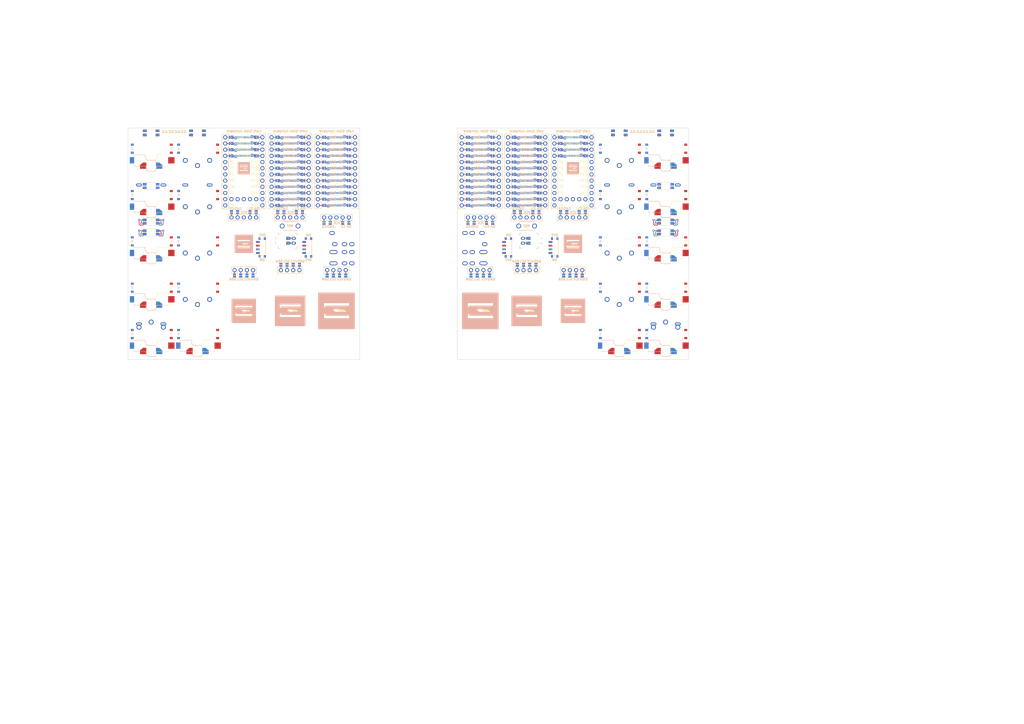
<source format=kicad_pcb>
(kicad_pcb (version 20240108) (generator "ergogen") (generator_version "4.1.0")
  (title_block (title "ergogen_footprints_demo") (date "2024-04-11") (rev "0.1") (company "Unknown"))
  (layers (0 "F.Cu" signal) (31 "B.Cu" signal) (34 "B.Paste" user) (35 "F.Paste" user) (36 "B.SilkS" user "B.Silkscreen") (37 "F.SilkS" user "F.Silkscreen") (38 "B.Mask" user) (39 "F.Mask" user) (44 "Edge.Cuts" user))
  (net 0 "")
  (net 1 "c1_r1")
  (net 2 "mirror_c1_r1")
  (net 3 "c1_r2")
  (net 4 "mirror_c1_r2")
  (net 5 "c1_r3")
  (net 6 "mirror_c1_r3")
  (net 7 "c1_r4")
  (net 8 "mirror_c1_r4")
  (net 9 "c1_r5")
  (net 10 "mirror_c1_r5")
  (net 11 "c2_r1")
  (net 12 "mirror_c2_r1")
  (net 13 "c2_r2")
  (net 14 "mirror_c2_r2")
  (net 15 "c2_r3")
  (net 16 "mirror_c2_r3")
  (net 17 "c2_r4")
  (net 18 "mirror_c2_r4")
  (net 19 "c2_r5")
  (net 20 "mirror_c2_r5")
  (net 21 "VCC")
  (net 22 "LED_U_1")
  (net 23 "GND")
  (net 24 "LED")
  (net 25 "LED_3")
  (net 26 "LED_2")
  (net 27 "RAW")
  (net 28 "RST")
  (net 29 "P21")
  (net 30 "P20")
  (net 31 "P19")
  (net 32 "P18")
  (net 33 "P15")
  (net 34 "P14")
  (net 35 "P16")
  (net 36 "P10")
  (net 37 "P1")
  (net 38 "P0")
  (net 39 "P2")
  (net 40 "P3")
  (net 41 "P4")
  (net 42 "P5")
  (net 43 "P6")
  (net 44 "P7")
  (net 45 "P8")
  (net 46 "P9")
  (net 47 "P101")
  (net 48 "P102")
  (net 49 "P107")
  (net 50 "MCU1_24")
  (net 51 "MCU1_1")
  (net 52 "MCU1_23")
  (net 53 "MCU1_2")
  (net 54 "MCU1_22")
  (net 55 "MCU1_3")
  (net 56 "MCU1_21")
  (net 57 "MCU1_4")
  (net 58 "MCU1_20")
  (net 59 "MCU1_5")
  (net 60 "MCU1_19")
  (net 61 "MCU1_6")
  (net 62 "MCU1_18")
  (net 63 "MCU1_7")
  (net 64 "MCU1_17")
  (net 65 "MCU1_8")
  (net 66 "MCU1_16")
  (net 67 "MCU1_9")
  (net 68 "MCU1_15")
  (net 69 "MCU1_10")
  (net 70 "MCU1_14")
  (net 71 "MCU1_11")
  (net 72 "MCU1_13")
  (net 73 "MCU1_12")
  (net 74 "MCU2_24")
  (net 75 "MCU2_1")
  (net 76 "MCU2_23")
  (net 77 "MCU2_2")
  (net 78 "MCU2_22")
  (net 79 "MCU2_3")
  (net 80 "MCU2_21")
  (net 81 "MCU2_4")
  (net 82 "MCU2_20")
  (net 83 "MCU2_5")
  (net 84 "MCU2_19")
  (net 85 "MCU2_6")
  (net 86 "MCU2_18")
  (net 87 "MCU2_7")
  (net 88 "MCU2_17")
  (net 89 "MCU2_8")
  (net 90 "MCU2_16")
  (net 91 "MCU2_9")
  (net 92 "MCU2_15")
  (net 93 "MCU2_10")
  (net 94 "MCU2_14")
  (net 95 "MCU2_11")
  (net 96 "MCU2_13")
  (net 97 "MCU2_12")
  (net 98 "SDA")
  (net 99 "SCL")
  (net 100 "CS")
  (net 101 "DISP1_1")
  (net 102 "DISP1_2")
  (net 103 "DISP1_4")
  (net 104 "DISP1_5")
  (net 105 "DISP2_1")
  (net 106 "DISP2_2")
  (net 107 "DISP2_4")
  (net 108 "DISP2_5")
  (net 109 "MCU3_24")
  (net 110 "MCU3_1")
  (net 111 "MCU3_23")
  (net 112 "MCU3_2")
  (net 113 "MCU3_22")
  (net 114 "MCU3_3")
  (net 115 "MCU3_21")
  (net 116 "MCU3_4")
  (net 117 "MCU3_20")
  (net 118 "MCU3_5")
  (net 119 "MCU3_19")
  (net 120 "MCU3_6")
  (net 121 "MCU3_18")
  (net 122 "MCU3_7")
  (net 123 "MCU3_17")
  (net 124 "MCU3_8")
  (net 125 "MCU3_16")
  (net 126 "MCU3_9")
  (net 127 "MCU3_15")
  (net 128 "MCU3_10")
  (net 129 "MCU3_14")
  (net 130 "MCU3_11")
  (net 131 "MCU3_13")
  (net 132 "MCU3_12")
  (net 133 "MCU4_24")
  (net 134 "MCU4_1")
  (net 135 "MCU4_23")
  (net 136 "MCU4_2")
  (net 137 "MCU4_22")
  (net 138 "MCU4_3")
  (net 139 "MCU4_21")
  (net 140 "MCU4_4")
  (net 141 "MCU4_20")
  (net 142 "MCU4_5")
  (net 143 "MCU4_19")
  (net 144 "MCU4_6")
  (net 145 "MCU4_18")
  (net 146 "MCU4_7")
  (net 147 "MCU4_17")
  (net 148 "MCU4_8")
  (net 149 "MCU4_16")
  (net 150 "MCU4_9")
  (net 151 "MCU4_15")
  (net 152 "MCU4_10")
  (net 153 "MCU4_14")
  (net 154 "MCU4_11")
  (net 155 "MCU4_13")
  (net 156 "MCU4_12")
  (net 157 "DISP3_1")
  (net 158 "DISP3_2")
  (net 159 "DISP3_4")
  (net 160 "DISP3_5")
  (net 161 "DISP4_1")
  (net 162 "DISP4_2")
  (net 163 "DISP4_4")
  (net 164 "DISP4_5")
  (net 165 "BAT_P")
  (net 166 "JST1_1")
  (net 167 "JST1_2")
  (net 168 "JST2_1")
  (net 169 "JST2_2")
  (net 170 "MCU5_24")
  (net 171 "MCU5_1")
  (net 172 "MCU5_23")
  (net 173 "MCU5_2")
  (net 174 "MCU5_22")
  (net 175 "MCU5_3")
  (net 176 "MCU5_21")
  (net 177 "MCU5_4")
  (net 178 "MCU5_20")
  (net 179 "MCU5_5")
  (net 180 "MCU5_19")
  (net 181 "MCU5_6")
  (net 182 "MCU5_18")
  (net 183 "MCU5_7")
  (net 184 "MCU5_17")
  (net 185 "MCU5_8")
  (net 186 "MCU5_16")
  (net 187 "MCU5_9")
  (net 188 "MCU5_15")
  (net 189 "MCU5_10")
  (net 190 "MCU5_14")
  (net 191 "MCU5_11")
  (net 192 "MCU5_13")
  (net 193 "MCU5_12")
  (net 194 "MCU6_24")
  (net 195 "MCU6_1")
  (net 196 "MCU6_23")
  (net 197 "MCU6_2")
  (net 198 "MCU6_22")
  (net 199 "MCU6_3")
  (net 200 "MCU6_21")
  (net 201 "MCU6_4")
  (net 202 "MCU6_20")
  (net 203 "MCU6_5")
  (net 204 "MCU6_19")
  (net 205 "MCU6_6")
  (net 206 "MCU6_18")
  (net 207 "MCU6_7")
  (net 208 "MCU6_17")
  (net 209 "MCU6_8")
  (net 210 "MCU6_16")
  (net 211 "MCU6_9")
  (net 212 "MCU6_15")
  (net 213 "MCU6_10")
  (net 214 "MCU6_14")
  (net 215 "MCU6_11")
  (net 216 "MCU6_13")
  (net 217 "MCU6_12")
  (net 218 "DISP5_1")
  (net 219 "DISP5_2")
  (net 220 "DISP5_4")
  (net 221 "DISP5_5")
  (net 222 "DISP6_1")
  (net 223 "DISP6_2")
  (net 224 "DISP6_4")
  (net 225 "DISP6_5")
  (net 226 "R1")
  (net 227 "DAT")
  (net 228 "DISP7_1")
  (net 229 "DISP7_2")
  (net 230 "DISP7_3")
  (net 231 "DISP7_4")
  (net 232 "DISP8_1")
  (net 233 "DISP8_2")
  (net 234 "DISP8_3")
  (net 235 "DISP8_4")
  (net 236 "DISP9_1")
  (net 237 "DISP9_2")
  (net 238 "DISP9_3")
  (net 239 "DISP9_4")
  (net 240 "DISP10_1")
  (net 241 "DISP10_2")
  (net 242 "DISP10_3")
  (net 243 "DISP10_4")
  (net 244 "DISP11_1")
  (net 245 "DISP11_2")
  (net 246 "DISP11_3")
  (net 247 "DISP11_4")
  (net 248 "DISP12_1")
  (net 249 "DISP12_2")
  (net 250 "DISP12_3")
  (net 251 "DISP12_4")
  (module "ceoloide:switch_choc_v1_v2" (layer B.Cu) (at 62 62 180)
    (fp_text reference "S1" hide)
    (pad "" np_thru_hole circle (at 0 0 180) (size 5 5) (drill 5) (layers *.Cu))
    (pad "" np_thru_hole circle (at 5.00 5.15 180) (size 1.6 1.6) (drill 1.6) (layers *.Cu *.Mask))
    (pad "" np_thru_hole circle (at -5.00 5.15 180) (size 1.6 1.6) (drill 1.6) (layers *.Cu *.Mask))
    (pad "" np_thru_hole circle (at 0 -5.95 180) (size 3 3) (drill 3) (layers *.Cu *.Mask))
    (pad 1 connect custom (at 3.275 -5.95 180) (size 0.5 0.5) (layers F.Cu F.Mask) (options (clearance outline) (anchor rect)) (primitives (gr_poly (pts (xy -1.3 -1.3) (xy -1.3 1.3) (xy 0.05 1.3) (xy 1.3 0.25) (xy 1.3 -1.3)) (width 0))) (net 0 ""))
    (pad 2 smd rect (at -8.275 -3.75 180) (size 2.6 2.6) (layers F.Cu F.Paste F.Mask) (net 1 "c1_r1"))
    (pad "" np_thru_hole circle (at -5 -3.75 375) (size 3 3) (drill 3) (layers *.Cu *.Mask))
    (pad 1 smd custom (at -3.275 -5.95 180) (size 1 1) (layers B.Cu B.Paste B.Mask) (options (clearance outline) (anchor rect)) (primitives (gr_poly (pts (xy -1.3 -1.3) (xy -1.3 0.25) (xy -0.05 1.3) (xy 1.3 1.3) (xy 1.3 -1.3)) (width 0))) (net 0 ""))
    (pad 2 smd rect (at 7.875 -3.75 180) (size 1.8 2.6) (layers B.Cu B.Paste B.Mask) (net 1 "c1_r1"))
    (pad "" np_thru_hole circle (at 5 -3.75 375) (size 3 3) (drill 3) (layers *.Cu *.Mask))
  )
  (module "ceoloide:switch_choc_v1_v2" (layer B.Cu) (at 273 62 -180)
    (fp_text reference "S2" hide)
    (pad "" np_thru_hole circle (at 0 0 -180) (size 5 5) (drill 5) (layers *.Cu))
    (pad "" np_thru_hole circle (at 5.00 5.15 -180) (size 1.6 1.6) (drill 1.6) (layers *.Cu *.Mask))
    (pad "" np_thru_hole circle (at -5.00 5.15 -180) (size 1.6 1.6) (drill 1.6) (layers *.Cu *.Mask))
    (pad "" np_thru_hole circle (at 0 -5.95 -180) (size 3 3) (drill 3) (layers *.Cu *.Mask))
    (pad 1 connect custom (at 3.275 -5.95 -180) (size 0.5 0.5) (layers F.Cu F.Mask) (options (clearance outline) (anchor rect)) (primitives (gr_poly (pts (xy -1.3 -1.3) (xy -1.3 1.3) (xy 0.05 1.3) (xy 1.3 0.25) (xy 1.3 -1.3)) (width 0))) (net 0 ""))
    (pad 2 smd rect (at -8.275 -3.75 -180) (size 2.6 2.6) (layers F.Cu F.Paste F.Mask) (net 2 "mirror_c1_r1"))
    (pad "" np_thru_hole circle (at -5 -3.75 15) (size 3 3) (drill 3) (layers *.Cu *.Mask))
    (pad 1 smd custom (at -3.275 -5.95 -180) (size 1 1) (layers B.Cu B.Paste B.Mask) (options (clearance outline) (anchor rect)) (primitives (gr_poly (pts (xy -1.3 -1.3) (xy -1.3 0.25) (xy -0.05 1.3) (xy 1.3 1.3) (xy 1.3 -1.3)) (width 0))) (net 0 ""))
    (pad 2 smd rect (at 7.875 -3.75 -180) (size 1.8 2.6) (layers B.Cu B.Paste B.Mask) (net 2 "mirror_c1_r1"))
    (pad "" np_thru_hole circle (at 5 -3.75 15) (size 3 3) (drill 3) (layers *.Cu *.Mask))
  )
  (module "ceoloide:switch_choc_v1_v2" (layer B.Cu) (at 62 81 180)
    (fp_text reference "S3" hide)
    (pad "" np_thru_hole circle (at 0 0 180) (size 5 5) (drill 5) (layers *.Cu))
    (pad "" thru_hole oval (at 5 5.15 180) (size 2.4 1.2) (drill oval 1.6 0.4) (layers *.Cu *.Mask))
    (pad "" thru_hole oval (at -5 5.15 180) (size 2.4 1.2) (drill oval 1.6 0.4) (layers *.Cu *.Mask))
    (pad "" np_thru_hole circle (at 0 -5.95 180) (size 3 3) (drill 3) (layers *.Cu *.Mask))
    (pad 1 connect custom (at 3.275 -5.95 180) (size 0.5 0.5) (layers F.Cu F.Mask) (options (clearance outline) (anchor rect)) (primitives (gr_poly (pts (xy -1.3 -1.3) (xy -1.3 1.3) (xy 0.05 1.3) (xy 1.3 0.25) (xy 1.3 -1.3)) (width 0))) (net 0 ""))
    (pad 2 smd rect (at -8.275 -3.75 180) (size 2.6 2.6) (layers F.Cu F.Paste F.Mask) (net 3 "c1_r2"))
    (pad "" np_thru_hole circle (at -5 -3.75 375) (size 3 3) (drill 3) (layers *.Cu *.Mask))
    (pad 1 smd custom (at -3.275 -5.95 180) (size 1 1) (layers B.Cu B.Paste B.Mask) (options (clearance outline) (anchor rect)) (primitives (gr_poly (pts (xy -1.3 -1.3) (xy -1.3 0.25) (xy -0.05 1.3) (xy 1.3 1.3) (xy 1.3 -1.3)) (width 0))) (net 0 ""))
    (pad 2 smd rect (at 7.875 -3.75 180) (size 1.8 2.6) (layers B.Cu B.Paste B.Mask) (net 3 "c1_r2"))
    (pad "" np_thru_hole circle (at 5 -3.75 375) (size 3 3) (drill 3) (layers *.Cu *.Mask))
  )
  (module "ceoloide:switch_choc_v1_v2" (layer B.Cu) (at 273 81 -180)
    (fp_text reference "S4" hide)
    (pad "" np_thru_hole circle (at 0 0 -180) (size 5 5) (drill 5) (layers *.Cu))
    (pad "" thru_hole oval (at 5 5.15 -180) (size 2.4 1.2) (drill oval 1.6 0.4) (layers *.Cu *.Mask))
    (pad "" thru_hole oval (at -5 5.15 -180) (size 2.4 1.2) (drill oval 1.6 0.4) (layers *.Cu *.Mask))
    (pad "" np_thru_hole circle (at 0 -5.95 -180) (size 3 3) (drill 3) (layers *.Cu *.Mask))
    (pad 1 connect custom (at 3.275 -5.95 -180) (size 0.5 0.5) (layers F.Cu F.Mask) (options (clearance outline) (anchor rect)) (primitives (gr_poly (pts (xy -1.3 -1.3) (xy -1.3 1.3) (xy 0.05 1.3) (xy 1.3 0.25) (xy 1.3 -1.3)) (width 0))) (net 0 ""))
    (pad 2 smd rect (at -8.275 -3.75 -180) (size 2.6 2.6) (layers F.Cu F.Paste F.Mask) (net 4 "mirror_c1_r2"))
    (pad "" np_thru_hole circle (at -5 -3.75 15) (size 3 3) (drill 3) (layers *.Cu *.Mask))
    (pad 1 smd custom (at -3.275 -5.95 -180) (size 1 1) (layers B.Cu B.Paste B.Mask) (options (clearance outline) (anchor rect)) (primitives (gr_poly (pts (xy -1.3 -1.3) (xy -1.3 0.25) (xy -0.05 1.3) (xy 1.3 1.3) (xy 1.3 -1.3)) (width 0))) (net 0 ""))
    (pad 2 smd rect (at 7.875 -3.75 -180) (size 1.8 2.6) (layers B.Cu B.Paste B.Mask) (net 4 "mirror_c1_r2"))
    (pad "" np_thru_hole circle (at 5 -3.75 15) (size 3 3) (drill 3) (layers *.Cu *.Mask))
  )
  (module "ceoloide:switch_choc_v1_v2" (layer B.Cu) (at 62 100 180)
    (fp_text reference "S5" hide)
    (pad "" np_thru_hole circle (at 0 0 180) (size 3.4 3.4) (drill 3.4) (layers *.Cu))
    (pad "" np_thru_hole circle (at 5.5 0 180) (size 1.9 1.9) (drill 1.9) (layers *.Cu))
    (pad "" np_thru_hole circle (at -5.5 0 180) (size 1.9 1.9) (drill 1.9) (layers *.Cu))
    (pad "" np_thru_hole circle (at 0 -5.95 180) (size 3 3) (drill 3) (layers *.Cu *.Mask))
    (pad 1 connect custom (at 3.275 -5.95 180) (size 0.5 0.5) (layers F.Cu F.Mask) (options (clearance outline) (anchor rect)) (primitives (gr_poly (pts (xy -1.3 -1.3) (xy -1.3 1.3) (xy 0.05 1.3) (xy 1.3 0.25) (xy 1.3 -1.3)) (width 0))) (net 0 ""))
    (pad 2 smd rect (at -8.275 -3.75 180) (size 2.6 2.6) (layers F.Cu F.Paste F.Mask) (net 5 "c1_r3"))
    (pad "" np_thru_hole circle (at -5 -3.75 375) (size 3 3) (drill 3) (layers *.Cu *.Mask))
    (pad 1 smd custom (at -3.275 -5.95 180) (size 1 1) (layers B.Cu B.Paste B.Mask) (options (clearance outline) (anchor rect)) (primitives (gr_poly (pts (xy -1.3 -1.3) (xy -1.3 0.25) (xy -0.05 1.3) (xy 1.3 1.3) (xy 1.3 -1.3)) (width 0))) (net 0 ""))
    (pad 2 smd rect (at 7.875 -3.75 180) (size 1.8 2.6) (layers B.Cu B.Paste B.Mask) (net 5 "c1_r3"))
    (pad "" np_thru_hole circle (at 5 -3.75 375) (size 3 3) (drill 3) (layers *.Cu *.Mask))
  )
  (module "ceoloide:switch_choc_v1_v2" (layer B.Cu) (at 273 100 -180)
    (fp_text reference "S6" hide)
    (pad "" np_thru_hole circle (at 0 0 -180) (size 3.4 3.4) (drill 3.4) (layers *.Cu))
    (pad "" np_thru_hole circle (at 5.5 0 -180) (size 1.9 1.9) (drill 1.9) (layers *.Cu))
    (pad "" np_thru_hole circle (at -5.5 0 -180) (size 1.9 1.9) (drill 1.9) (layers *.Cu))
    (pad "" np_thru_hole circle (at 0 -5.95 -180) (size 3 3) (drill 3) (layers *.Cu *.Mask))
    (pad 1 connect custom (at 3.275 -5.95 -180) (size 0.5 0.5) (layers F.Cu F.Mask) (options (clearance outline) (anchor rect)) (primitives (gr_poly (pts (xy -1.3 -1.3) (xy -1.3 1.3) (xy 0.05 1.3) (xy 1.3 0.25) (xy 1.3 -1.3)) (width 0))) (net 0 ""))
    (pad 2 smd rect (at -8.275 -3.75 -180) (size 2.6 2.6) (layers F.Cu F.Paste F.Mask) (net 6 "mirror_c1_r3"))
    (pad "" np_thru_hole circle (at -5 -3.75 15) (size 3 3) (drill 3) (layers *.Cu *.Mask))
    (pad 1 smd custom (at -3.275 -5.95 -180) (size 1 1) (layers B.Cu B.Paste B.Mask) (options (clearance outline) (anchor rect)) (primitives (gr_poly (pts (xy -1.3 -1.3) (xy -1.3 0.25) (xy -0.05 1.3) (xy 1.3 1.3) (xy 1.3 -1.3)) (width 0))) (net 0 ""))
    (pad 2 smd rect (at 7.875 -3.75 -180) (size 1.8 2.6) (layers B.Cu B.Paste B.Mask) (net 6 "mirror_c1_r3"))
    (pad "" np_thru_hole circle (at 5 -3.75 15) (size 3 3) (drill 3) (layers *.Cu *.Mask))
  )
  (module "ceoloide:switch_choc_v1_v2" (layer B.Cu) (at 62 119 180)
    (fp_text reference "S7" hide)
    (pad "" np_thru_hole circle (at 0 0 180) (size 5 5) (drill 5) (layers *.Cu))
    (pad "" np_thru_hole circle (at 5.5 0 180) (size 1.9 1.9) (drill 1.9) (layers *.Cu))
    (pad "" np_thru_hole circle (at -5.5 0 180) (size 1.9 1.9) (drill 1.9) (layers *.Cu))
    (pad "" np_thru_hole circle (at 5.00 5.15 180) (size 1.6 1.6) (drill 1.6) (layers *.Cu *.Mask))
    (pad "" np_thru_hole circle (at -5.00 5.15 180) (size 1.6 1.6) (drill 1.6) (layers *.Cu *.Mask))
    (pad "" np_thru_hole circle (at 0 -5.95 180) (size 3 3) (drill 3) (layers *.Cu *.Mask))
    (pad 1 connect custom (at 3.275 -5.95 180) (size 0.5 0.5) (layers F.Cu F.Mask) (options (clearance outline) (anchor rect)) (primitives (gr_poly (pts (xy -1.3 -1.3) (xy -1.3 1.3) (xy 0.05 1.3) (xy 1.3 0.25) (xy 1.3 -1.3)) (width 0))) (net 0 ""))
    (pad 2 smd rect (at -8.275 -3.75 180) (size 2.6 2.6) (layers F.Cu F.Paste F.Mask) (net 7 "c1_r4"))
    (pad "" np_thru_hole circle (at -5 -3.75 375) (size 3 3) (drill 3) (layers *.Cu *.Mask))
    (pad 1 smd custom (at -3.275 -5.95 180) (size 1 1) (layers B.Cu B.Paste B.Mask) (options (clearance outline) (anchor rect)) (primitives (gr_poly (pts (xy -1.3 -1.3) (xy -1.3 0.25) (xy -0.05 1.3) (xy 1.3 1.3) (xy 1.3 -1.3)) (width 0))) (net 0 ""))
    (pad 2 smd rect (at 7.875 -3.75 180) (size 1.8 2.6) (layers B.Cu B.Paste B.Mask) (net 7 "c1_r4"))
    (pad "" np_thru_hole circle (at 5 -3.75 375) (size 3 3) (drill 3) (layers *.Cu *.Mask))
  )
  (module "ceoloide:switch_choc_v1_v2" (layer B.Cu) (at 273 119 -180)
    (fp_text reference "S8" hide)
    (pad "" np_thru_hole circle (at 0 0 -180) (size 5 5) (drill 5) (layers *.Cu))
    (pad "" np_thru_hole circle (at 5.5 0 -180) (size 1.9 1.9) (drill 1.9) (layers *.Cu))
    (pad "" np_thru_hole circle (at -5.5 0 -180) (size 1.9 1.9) (drill 1.9) (layers *.Cu))
    (pad "" np_thru_hole circle (at 5.00 5.15 -180) (size 1.6 1.6) (drill 1.6) (layers *.Cu *.Mask))
    (pad "" np_thru_hole circle (at -5.00 5.15 -180) (size 1.6 1.6) (drill 1.6) (layers *.Cu *.Mask))
    (pad "" np_thru_hole circle (at 0 -5.95 -180) (size 3 3) (drill 3) (layers *.Cu *.Mask))
    (pad 1 connect custom (at 3.275 -5.95 -180) (size 0.5 0.5) (layers F.Cu F.Mask) (options (clearance outline) (anchor rect)) (primitives (gr_poly (pts (xy -1.3 -1.3) (xy -1.3 1.3) (xy 0.05 1.3) (xy 1.3 0.25) (xy 1.3 -1.3)) (width 0))) (net 0 ""))
    (pad 2 smd rect (at -8.275 -3.75 -180) (size 2.6 2.6) (layers F.Cu F.Paste F.Mask) (net 8 "mirror_c1_r4"))
    (pad "" np_thru_hole circle (at -5 -3.75 15) (size 3 3) (drill 3) (layers *.Cu *.Mask))
    (pad 1 smd custom (at -3.275 -5.95 -180) (size 1 1) (layers B.Cu B.Paste B.Mask) (options (clearance outline) (anchor rect)) (primitives (gr_poly (pts (xy -1.3 -1.3) (xy -1.3 0.25) (xy -0.05 1.3) (xy 1.3 1.3) (xy 1.3 -1.3)) (width 0))) (net 0 ""))
    (pad 2 smd rect (at 7.875 -3.75 -180) (size 1.8 2.6) (layers B.Cu B.Paste B.Mask) (net 8 "mirror_c1_r4"))
    (pad "" np_thru_hole circle (at 5 -3.75 15) (size 3 3) (drill 3) (layers *.Cu *.Mask))
  )
  (module "ceoloide:switch_choc_v1_v2" (layer B.Cu) (at 62 138 180)
    (fp_text reference "S9" hide)
    (pad "" np_thru_hole circle (at 0 0 180) (size 5 5) (drill 5) (layers *.Cu))
    (pad "" thru_hole oval (at -5 5.15 180) (size 2.4 1.2) (drill oval 1.6 0.4) (layers *.Cu *.Mask) (net 9 "c1_r5"))
    (pad "" thru_hole oval (at 5 5.15 180) (size 2.4 1.2) (drill oval 1.6 0.4) (layers *.Cu *.Mask) (net 9 "c1_r5"))
    (pad "" np_thru_hole circle (at 0 -5.95 180) (size 3 3) (drill 3) (layers *.Cu *.Mask))
    (pad 1 connect custom (at 3.275 -5.95 180) (size 0.5 0.5) (layers F.Cu F.Mask) (options (clearance outline) (anchor rect)) (primitives (gr_poly (pts (xy -1.3 -1.3) (xy -1.3 1.3) (xy 0.05 1.3) (xy 1.3 0.25) (xy 1.3 -1.3)) (width 0))) (net 0 ""))
    (pad 2 smd rect (at -8.275 -3.75 180) (size 2.6 2.6) (layers F.Cu F.Paste F.Mask) (net 9 "c1_r5"))
    (pad "" np_thru_hole circle (at -5 -3.75 375) (size 3 3) (drill 3) (layers *.Cu *.Mask))
    (pad 1 smd custom (at -3.275 -5.95 180) (size 1 1) (layers B.Cu B.Paste B.Mask) (options (clearance outline) (anchor rect)) (primitives (gr_poly (pts (xy -1.3 -1.3) (xy -1.3 0.25) (xy -0.05 1.3) (xy 1.3 1.3) (xy 1.3 -1.3)) (width 0))) (net 0 ""))
    (pad 2 smd rect (at 7.875 -3.75 180) (size 1.8 2.6) (layers B.Cu B.Paste B.Mask) (net 9 "c1_r5"))
    (pad "" np_thru_hole circle (at 5 -3.75 375) (size 3 3) (drill 3) (layers *.Cu *.Mask))
    (pad 2 thru_hole circle (at 0 5.9 375) (size 2.032 2.032) (drill 1.27) (layers *.Cu *.Mask) (net 0 ""))
    (pad 1 thru_hole circle (at 5 3.8 375) (size 2.032 2.032) (drill 1.27) (layers *.Cu *.Mask) (net 9 "c1_r5"))
    (pad 1 thru_hole circle (at -5 3.8 375) (size 2.032 2.032) (drill 1.27) (layers *.Cu *.Mask) (net 9 "c1_r5"))
  )
  (module "ceoloide:switch_choc_v1_v2" (layer B.Cu) (at 273 138 -180)
    (fp_text reference "S10" hide)
    (pad "" np_thru_hole circle (at 0 0 -180) (size 5 5) (drill 5) (layers *.Cu))
    (pad "" thru_hole oval (at -5 5.15 -180) (size 2.4 1.2) (drill oval 1.6 0.4) (layers *.Cu *.Mask) (net 10 "mirror_c1_r5"))
    (pad "" thru_hole oval (at 5 5.15 -180) (size 2.4 1.2) (drill oval 1.6 0.4) (layers *.Cu *.Mask) (net 10 "mirror_c1_r5"))
    (pad "" np_thru_hole circle (at 0 -5.95 -180) (size 3 3) (drill 3) (layers *.Cu *.Mask))
    (pad 1 connect custom (at 3.275 -5.95 -180) (size 0.5 0.5) (layers F.Cu F.Mask) (options (clearance outline) (anchor rect)) (primitives (gr_poly (pts (xy -1.3 -1.3) (xy -1.3 1.3) (xy 0.05 1.3) (xy 1.3 0.25) (xy 1.3 -1.3)) (width 0))) (net 0 ""))
    (pad 2 smd rect (at -8.275 -3.75 -180) (size 2.6 2.6) (layers F.Cu F.Paste F.Mask) (net 10 "mirror_c1_r5"))
    (pad "" np_thru_hole circle (at -5 -3.75 15) (size 3 3) (drill 3) (layers *.Cu *.Mask))
    (pad 1 smd custom (at -3.275 -5.95 -180) (size 1 1) (layers B.Cu B.Paste B.Mask) (options (clearance outline) (anchor rect)) (primitives (gr_poly (pts (xy -1.3 -1.3) (xy -1.3 0.25) (xy -0.05 1.3) (xy 1.3 1.3) (xy 1.3 -1.3)) (width 0))) (net 0 ""))
    (pad 2 smd rect (at 7.875 -3.75 -180) (size 1.8 2.6) (layers B.Cu B.Paste B.Mask) (net 10 "mirror_c1_r5"))
    (pad "" np_thru_hole circle (at 5 -3.75 15) (size 3 3) (drill 3) (layers *.Cu *.Mask))
    (pad 2 thru_hole circle (at 0 5.9 15) (size 2.032 2.032) (drill 1.27) (layers *.Cu *.Mask) (net 0 ""))
    (pad 1 thru_hole circle (at 5 3.8 15) (size 2.032 2.032) (drill 1.27) (layers *.Cu *.Mask) (net 10 "mirror_c1_r5"))
    (pad 1 thru_hole circle (at -5 3.8 15) (size 2.032 2.032) (drill 1.27) (layers *.Cu *.Mask) (net 10 "mirror_c1_r5"))
  )
  (module "ceoloide:switch_choc_v1_v2" (layer B.Cu) (at 81 62 180)
    (fp_text reference "S11" hide)
    (pad "" np_thru_hole circle (at 0 0 180) (size 5 5) (drill 5) (layers *.Cu))
    (pad "" np_thru_hole circle (at 5.00 5.15 180) (size 1.6 1.6) (drill 1.6) (layers *.Cu *.Mask))
    (pad "" np_thru_hole circle (at -5.00 5.15 180) (size 1.6 1.6) (drill 1.6) (layers *.Cu *.Mask))
    (pad 2 thru_hole circle (at 0 -5.9 375) (size 2.032 2.032) (drill 1.27) (layers *.Cu *.Mask) (net 0 ""))
    (pad 1 thru_hole circle (at -5 -3.8 375) (size 2.032 2.032) (drill 1.27) (layers *.Cu *.Mask) (net 11 "c2_r1"))
    (pad 1 thru_hole circle (at 5 -3.8 375) (size 2.032 2.032) (drill 1.27) (layers *.Cu *.Mask) (net 11 "c2_r1"))
  )
  (module "ceoloide:switch_choc_v1_v2" (layer B.Cu) (at 254 62 -180)
    (fp_text reference "S12" hide)
    (pad "" np_thru_hole circle (at 0 0 -180) (size 5 5) (drill 5) (layers *.Cu))
    (pad "" np_thru_hole circle (at 5.00 5.15 -180) (size 1.6 1.6) (drill 1.6) (layers *.Cu *.Mask))
    (pad "" np_thru_hole circle (at -5.00 5.15 -180) (size 1.6 1.6) (drill 1.6) (layers *.Cu *.Mask))
    (pad 2 thru_hole circle (at 0 -5.9 15) (size 2.032 2.032) (drill 1.27) (layers *.Cu *.Mask) (net 0 ""))
    (pad 1 thru_hole circle (at -5 -3.8 15) (size 2.032 2.032) (drill 1.27) (layers *.Cu *.Mask) (net 12 "mirror_c2_r1"))
    (pad 1 thru_hole circle (at 5 -3.8 15) (size 2.032 2.032) (drill 1.27) (layers *.Cu *.Mask) (net 12 "mirror_c2_r1"))
  )
  (module "ceoloide:switch_choc_v1_v2" (layer B.Cu) (at 81 81 180)
    (fp_text reference "S13" hide)
    (pad "" np_thru_hole circle (at 0 0 180) (size 5 5) (drill 5) (layers *.Cu))
    (pad "" thru_hole oval (at 5 5.15 180) (size 2.4 1.2) (drill oval 1.6 0.4) (layers *.Cu *.Mask))
    (pad "" thru_hole oval (at -5 5.15 180) (size 2.4 1.2) (drill oval 1.6 0.4) (layers *.Cu *.Mask))
    (pad 2 thru_hole circle (at 0 -5.9 375) (size 2.032 2.032) (drill 1.27) (layers *.Cu *.Mask) (net 0 ""))
    (pad 1 thru_hole circle (at -5 -3.8 375) (size 2.032 2.032) (drill 1.27) (layers *.Cu *.Mask) (net 13 "c2_r2"))
    (pad 1 thru_hole circle (at 5 -3.8 375) (size 2.032 2.032) (drill 1.27) (layers *.Cu *.Mask) (net 13 "c2_r2"))
  )
  (module "ceoloide:switch_choc_v1_v2" (layer B.Cu) (at 254 81 -180)
    (fp_text reference "S14" hide)
    (pad "" np_thru_hole circle (at 0 0 -180) (size 5 5) (drill 5) (layers *.Cu))
    (pad "" thru_hole oval (at 5 5.15 -180) (size 2.4 1.2) (drill oval 1.6 0.4) (layers *.Cu *.Mask))
    (pad "" thru_hole oval (at -5 5.15 -180) (size 2.4 1.2) (drill oval 1.6 0.4) (layers *.Cu *.Mask))
    (pad 2 thru_hole circle (at 0 -5.9 15) (size 2.032 2.032) (drill 1.27) (layers *.Cu *.Mask) (net 0 ""))
    (pad 1 thru_hole circle (at -5 -3.8 15) (size 2.032 2.032) (drill 1.27) (layers *.Cu *.Mask) (net 14 "mirror_c2_r2"))
    (pad 1 thru_hole circle (at 5 -3.8 15) (size 2.032 2.032) (drill 1.27) (layers *.Cu *.Mask) (net 14 "mirror_c2_r2"))
  )
  (module "ceoloide:switch_choc_v1_v2" (layer B.Cu) (at 81 100 180)
    (fp_text reference "S15" hide)
    (pad "" np_thru_hole circle (at 0 0 180) (size 3.4 3.4) (drill 3.4) (layers *.Cu))
    (pad "" np_thru_hole circle (at 5.5 0 180) (size 1.9 1.9) (drill 1.9) (layers *.Cu))
    (pad "" np_thru_hole circle (at -5.5 0 180) (size 1.9 1.9) (drill 1.9) (layers *.Cu))
    (pad 2 thru_hole circle (at 0 -5.9 375) (size 2.032 2.032) (drill 1.27) (layers *.Cu *.Mask) (net 0 ""))
    (pad 1 thru_hole circle (at -5 -3.8 375) (size 2.032 2.032) (drill 1.27) (layers *.Cu *.Mask) (net 15 "c2_r3"))
    (pad 1 thru_hole circle (at 5 -3.8 375) (size 2.032 2.032) (drill 1.27) (layers *.Cu *.Mask) (net 15 "c2_r3"))
  )
  (module "ceoloide:switch_choc_v1_v2" (layer B.Cu) (at 254 100 -180)
    (fp_text reference "S16" hide)
    (pad "" np_thru_hole circle (at 0 0 -180) (size 3.4 3.4) (drill 3.4) (layers *.Cu))
    (pad "" np_thru_hole circle (at 5.5 0 -180) (size 1.9 1.9) (drill 1.9) (layers *.Cu))
    (pad "" np_thru_hole circle (at -5.5 0 -180) (size 1.9 1.9) (drill 1.9) (layers *.Cu))
    (pad 2 thru_hole circle (at 0 -5.9 15) (size 2.032 2.032) (drill 1.27) (layers *.Cu *.Mask) (net 0 ""))
    (pad 1 thru_hole circle (at -5 -3.8 15) (size 2.032 2.032) (drill 1.27) (layers *.Cu *.Mask) (net 16 "mirror_c2_r3"))
    (pad 1 thru_hole circle (at 5 -3.8 15) (size 2.032 2.032) (drill 1.27) (layers *.Cu *.Mask) (net 16 "mirror_c2_r3"))
  )
  (module "ceoloide:switch_choc_v1_v2" (layer B.Cu) (at 81 119 180)
    (fp_text reference "S17" hide)
    (pad "" np_thru_hole circle (at 0 0 180) (size 5 5) (drill 5) (layers *.Cu))
    (pad "" np_thru_hole circle (at 5.5 0 180) (size 1.9 1.9) (drill 1.9) (layers *.Cu))
    (pad "" np_thru_hole circle (at -5.5 0 180) (size 1.9 1.9) (drill 1.9) (layers *.Cu))
    (pad "" np_thru_hole circle (at 5.00 5.15 180) (size 1.6 1.6) (drill 1.6) (layers *.Cu *.Mask))
    (pad "" np_thru_hole circle (at -5.00 5.15 180) (size 1.6 1.6) (drill 1.6) (layers *.Cu *.Mask))
    (pad 2 thru_hole circle (at 0 -5.9 375) (size 2.032 2.032) (drill 1.27) (layers *.Cu *.Mask) (net 0 ""))
    (pad 1 thru_hole circle (at -5 -3.8 375) (size 2.032 2.032) (drill 1.27) (layers *.Cu *.Mask) (net 17 "c2_r4"))
    (pad 1 thru_hole circle (at 5 -3.8 375) (size 2.032 2.032) (drill 1.27) (layers *.Cu *.Mask) (net 17 "c2_r4"))
  )
  (module "ceoloide:switch_choc_v1_v2" (layer B.Cu) (at 254 119 -180)
    (fp_text reference "S18" hide)
    (pad "" np_thru_hole circle (at 0 0 -180) (size 5 5) (drill 5) (layers *.Cu))
    (pad "" np_thru_hole circle (at 5.5 0 -180) (size 1.9 1.9) (drill 1.9) (layers *.Cu))
    (pad "" np_thru_hole circle (at -5.5 0 -180) (size 1.9 1.9) (drill 1.9) (layers *.Cu))
    (pad "" np_thru_hole circle (at 5.00 5.15 -180) (size 1.6 1.6) (drill 1.6) (layers *.Cu *.Mask))
    (pad "" np_thru_hole circle (at -5.00 5.15 -180) (size 1.6 1.6) (drill 1.6) (layers *.Cu *.Mask))
    (pad 2 thru_hole circle (at 0 -5.9 15) (size 2.032 2.032) (drill 1.27) (layers *.Cu *.Mask) (net 0 ""))
    (pad 1 thru_hole circle (at -5 -3.8 15) (size 2.032 2.032) (drill 1.27) (layers *.Cu *.Mask) (net 18 "mirror_c2_r4"))
    (pad 1 thru_hole circle (at 5 -3.8 15) (size 2.032 2.032) (drill 1.27) (layers *.Cu *.Mask) (net 18 "mirror_c2_r4"))
  )
  (module "ceoloide:switch_choc_v1_v2" (layer B.Cu) (at 81 138 180)
    (fp_text reference "S19" hide)
    (pad "" np_thru_hole circle (at 0 0 180) (size 5 5) (drill 5) (layers *.Cu))
    (pad "" np_thru_hole circle (at 5.00 5.15 180) (size 1.6 1.6) (drill 1.6) (layers *.Cu *.Mask))
    (pad "" np_thru_hole circle (at -5.00 5.15 180) (size 1.6 1.6) (drill 1.6) (layers *.Cu *.Mask))
    (pad "" np_thru_hole circle (at 0 -5.95 180) (size 3 3) (drill 3) (layers *.Cu *.Mask))
    (pad 1 connect custom (at 3.275 -5.95 180) (size 0.5 0.5) (layers F.Cu F.Mask) (options (clearance outline) (anchor rect)) (primitives (gr_poly (pts (xy -1.3 -1.3) (xy -1.3 1.3) (xy 0.05 1.3) (xy 1.3 0.25) (xy 1.3 -1.3)) (width 0))) (net 0 ""))
    (pad 2 smd rect (at -8.275 -3.75 180) (size 2.6 2.6) (layers F.Cu F.Paste F.Mask) (net 19 "c2_r5"))
    (pad "" np_thru_hole circle (at -5 -3.75 375) (size 3 3) (drill 3) (layers *.Cu *.Mask))
    (pad 1 smd custom (at -3.275 -5.95 180) (size 1 1) (layers B.Cu B.Paste B.Mask) (options (clearance outline) (anchor rect)) (primitives (gr_poly (pts (xy -1.3 -1.3) (xy -1.3 0.25) (xy -0.05 1.3) (xy 1.3 1.3) (xy 1.3 -1.3)) (width 0))) (net 0 ""))
    (pad 2 smd rect (at 7.875 -3.75 180) (size 1.8 2.6) (layers B.Cu B.Paste B.Mask) (net 19 "c2_r5"))
    (pad "" np_thru_hole circle (at 5 -3.75 375) (size 3 3) (drill 3) (layers *.Cu *.Mask))
  )
  (module "ceoloide:switch_choc_v1_v2" (layer B.Cu) (at 254 138 -180)
    (fp_text reference "S20" hide)
    (pad "" np_thru_hole circle (at 0 0 -180) (size 5 5) (drill 5) (layers *.Cu))
    (pad "" np_thru_hole circle (at 5.00 5.15 -180) (size 1.6 1.6) (drill 1.6) (layers *.Cu *.Mask))
    (pad "" np_thru_hole circle (at -5.00 5.15 -180) (size 1.6 1.6) (drill 1.6) (layers *.Cu *.Mask))
    (pad "" np_thru_hole circle (at 0 -5.95 -180) (size 3 3) (drill 3) (layers *.Cu *.Mask))
    (pad 1 connect custom (at 3.275 -5.95 -180) (size 0.5 0.5) (layers F.Cu F.Mask) (options (clearance outline) (anchor rect)) (primitives (gr_poly (pts (xy -1.3 -1.3) (xy -1.3 1.3) (xy 0.05 1.3) (xy 1.3 0.25) (xy 1.3 -1.3)) (width 0))) (net 0 ""))
    (pad 2 smd rect (at -8.275 -3.75 -180) (size 2.6 2.6) (layers F.Cu F.Paste F.Mask) (net 20 "mirror_c2_r5"))
    (pad "" np_thru_hole circle (at -5 -3.75 15) (size 3 3) (drill 3) (layers *.Cu *.Mask))
    (pad 1 smd custom (at -3.275 -5.95 -180) (size 1 1) (layers B.Cu B.Paste B.Mask) (options (clearance outline) (anchor rect)) (primitives (gr_poly (pts (xy -1.3 -1.3) (xy -1.3 0.25) (xy -0.05 1.3) (xy 1.3 1.3) (xy 1.3 -1.3)) (width 0))) (net 0 ""))
    (pad 2 smd rect (at 7.875 -3.75 -180) (size 1.8 2.6) (layers B.Cu B.Paste B.Mask) (net 20 "mirror_c2_r5"))
    (pad "" np_thru_hole circle (at 5 -3.75 15) (size 3 3) (drill 3) (layers *.Cu *.Mask))
  )
  (module "ceoloide:diode_tht_sod123" (layer B.Cu) (at 54.25 137 -90)
    (fp_text reference "D1" hide)
    (pad 2 smd rect (at 1.65 0 -90) (size 0.9 1.2) (layers B.Cu B.Paste B.Mask) (net 9 "c1_r5"))
    (pad 1 smd rect (at -1.65 0 -90) (size 0.9 1.2) (layers B.Cu B.Paste B.Mask) (net 0 ""))
  )
  (module "ceoloide:diode_tht_sod123" (layer B.Cu) (at 54.25 118 -90)
    (fp_text reference "D2" hide)
    (pad 2 smd rect (at 1.65 0 -90) (size 0.9 1.2) (layers B.Cu B.Paste B.Mask) (net 7 "c1_r4"))
    (pad 1 smd rect (at -1.65 0 -90) (size 0.9 1.2) (layers B.Cu B.Paste B.Mask) (net 0 ""))
  )
  (module "ceoloide:diode_tht_sod123" (layer B.Cu) (at 54.25 99 -90)
    (fp_text reference "D3" hide)
    (pad 2 smd rect (at 1.65 0 -90) (size 0.9 1.2) (layers B.Cu B.Paste B.Mask) (net 5 "c1_r3"))
    (pad 1 smd rect (at -1.65 0 -90) (size 0.9 1.2) (layers B.Cu B.Paste B.Mask) (net 0 ""))
  )
  (module "ceoloide:diode_tht_sod123" (layer B.Cu) (at 54.25 80 -90)
    (fp_text reference "D4" hide)
    (pad 2 smd rect (at 1.65 0 -90) (size 0.9 1.2) (layers B.Cu B.Paste B.Mask) (net 3 "c1_r2"))
    (pad 1 smd rect (at -1.65 0 -90) (size 0.9 1.2) (layers B.Cu B.Paste B.Mask) (net 0 ""))
  )
  (module "ceoloide:diode_tht_sod123" (layer B.Cu) (at 54.25 61 -90)
    (fp_text reference "D5" hide)
    (pad 2 smd rect (at 1.65 0 -90) (size 0.9 1.2) (layers B.Cu B.Paste B.Mask) (net 1 "c1_r1"))
    (pad 1 smd rect (at -1.65 0 -90) (size 0.9 1.2) (layers B.Cu B.Paste B.Mask) (net 0 ""))
  )
  (module "ceoloide:diode_tht_sod123" (layer B.Cu) (at 73.25 137 -90)
    (fp_text reference "D6" hide)
    (pad 2 smd rect (at 1.65 0 -90) (size 0.9 1.2) (layers B.Cu B.Paste B.Mask) (net 19 "c2_r5"))
    (pad 1 smd rect (at -1.65 0 -90) (size 0.9 1.2) (layers B.Cu B.Paste B.Mask) (net 0 ""))
  )
  (module "ceoloide:diode_tht_sod123" (layer B.Cu) (at 73.25 118 -90)
    (fp_text reference "D7" hide)
    (pad 2 smd rect (at 1.65 0 -90) (size 0.9 1.2) (layers B.Cu B.Paste B.Mask) (net 17 "c2_r4"))
    (pad 1 smd rect (at -1.65 0 -90) (size 0.9 1.2) (layers B.Cu B.Paste B.Mask) (net 0 ""))
  )
  (module "ceoloide:diode_tht_sod123" (layer B.Cu) (at 73.25 99 -90)
    (fp_text reference "D8" hide)
    (pad 2 smd rect (at 1.65 0 -90) (size 0.9 1.2) (layers B.Cu B.Paste B.Mask) (net 15 "c2_r3"))
    (pad 1 smd rect (at -1.65 0 -90) (size 0.9 1.2) (layers B.Cu B.Paste B.Mask) (net 0 ""))
  )
  (module "ceoloide:diode_tht_sod123" (layer B.Cu) (at 73.25 80 -90)
    (fp_text reference "D9" hide)
    (pad 2 smd rect (at 1.65 0 -90) (size 0.9 1.2) (layers B.Cu B.Paste B.Mask) (net 13 "c2_r2"))
    (pad 1 smd rect (at -1.65 0 -90) (size 0.9 1.2) (layers B.Cu B.Paste B.Mask) (net 0 ""))
  )
  (module "ceoloide:diode_tht_sod123" (layer B.Cu) (at 73.25 61 -90)
    (fp_text reference "D10" hide)
    (pad 2 smd rect (at 1.65 0 -90) (size 0.9 1.2) (layers B.Cu B.Paste B.Mask) (net 11 "c2_r1"))
    (pad 1 smd rect (at -1.65 0 -90) (size 0.9 1.2) (layers B.Cu B.Paste B.Mask) (net 0 ""))
  )
  (module "ceoloide:diode_tht_sod123" (layer B.Cu) (at 265.25 137 -90)
    (fp_text reference "D11" hide)
    (pad 2 smd rect (at 1.65 0 -90) (size 0.9 1.2) (layers B.Cu B.Paste B.Mask) (net 10 "mirror_c1_r5"))
    (pad 1 smd rect (at -1.65 0 -90) (size 0.9 1.2) (layers B.Cu B.Paste B.Mask) (net 0 ""))
  )
  (module "ceoloide:diode_tht_sod123" (layer B.Cu) (at 265.25 118 -90)
    (fp_text reference "D12" hide)
    (pad 2 smd rect (at 1.65 0 -90) (size 0.9 1.2) (layers B.Cu B.Paste B.Mask) (net 8 "mirror_c1_r4"))
    (pad 1 smd rect (at -1.65 0 -90) (size 0.9 1.2) (layers B.Cu B.Paste B.Mask) (net 0 ""))
  )
  (module "ceoloide:diode_tht_sod123" (layer B.Cu) (at 265.25 99 -90)
    (fp_text reference "D13" hide)
    (pad 2 smd rect (at 1.65 0 -90) (size 0.9 1.2) (layers B.Cu B.Paste B.Mask) (net 6 "mirror_c1_r3"))
    (pad 1 smd rect (at -1.65 0 -90) (size 0.9 1.2) (layers B.Cu B.Paste B.Mask) (net 0 ""))
  )
  (module "ceoloide:diode_tht_sod123" (layer B.Cu) (at 265.25 80 -90)
    (fp_text reference "D14" hide)
    (pad 2 smd rect (at 1.65 0 -90) (size 0.9 1.2) (layers B.Cu B.Paste B.Mask) (net 4 "mirror_c1_r2"))
    (pad 1 smd rect (at -1.65 0 -90) (size 0.9 1.2) (layers B.Cu B.Paste B.Mask) (net 0 ""))
  )
  (module "ceoloide:diode_tht_sod123" (layer B.Cu) (at 265.25 61 -90)
    (fp_text reference "D15" hide)
    (pad 2 smd rect (at 1.65 0 -90) (size 0.9 1.2) (layers B.Cu B.Paste B.Mask) (net 2 "mirror_c1_r1"))
    (pad 1 smd rect (at -1.65 0 -90) (size 0.9 1.2) (layers B.Cu B.Paste B.Mask) (net 0 ""))
  )
  (module "ceoloide:diode_tht_sod123" (layer B.Cu) (at 246.25 137 -90)
    (fp_text reference "D16" hide)
    (pad 2 smd rect (at 1.65 0 -90) (size 0.9 1.2) (layers B.Cu B.Paste B.Mask) (net 20 "mirror_c2_r5"))
    (pad 1 smd rect (at -1.65 0 -90) (size 0.9 1.2) (layers B.Cu B.Paste B.Mask) (net 0 ""))
  )
  (module "ceoloide:diode_tht_sod123" (layer B.Cu) (at 246.25 118 -90)
    (fp_text reference "D17" hide)
    (pad 2 smd rect (at 1.65 0 -90) (size 0.9 1.2) (layers B.Cu B.Paste B.Mask) (net 18 "mirror_c2_r4"))
    (pad 1 smd rect (at -1.65 0 -90) (size 0.9 1.2) (layers B.Cu B.Paste B.Mask) (net 0 ""))
  )
  (module "ceoloide:diode_tht_sod123" (layer B.Cu) (at 246.25 99 -90)
    (fp_text reference "D18" hide)
    (pad 2 smd rect (at 1.65 0 -90) (size 0.9 1.2) (layers B.Cu B.Paste B.Mask) (net 16 "mirror_c2_r3"))
    (pad 1 smd rect (at -1.65 0 -90) (size 0.9 1.2) (layers B.Cu B.Paste B.Mask) (net 0 ""))
  )
  (module "ceoloide:diode_tht_sod123" (layer B.Cu) (at 246.25 80 -90)
    (fp_text reference "D19" hide)
    (pad 2 smd rect (at 1.65 0 -90) (size 0.9 1.2) (layers B.Cu B.Paste B.Mask) (net 14 "mirror_c2_r2"))
    (pad 1 smd rect (at -1.65 0 -90) (size 0.9 1.2) (layers B.Cu B.Paste B.Mask) (net 0 ""))
  )
  (module "ceoloide:diode_tht_sod123" (layer B.Cu) (at 246.25 61 -90)
    (fp_text reference "D20" hide)
    (pad 2 smd rect (at 1.65 0 -90) (size 0.9 1.2) (layers B.Cu B.Paste B.Mask) (net 12 "mirror_c2_r1"))
    (pad 1 smd rect (at -1.65 0 -90) (size 0.9 1.2) (layers B.Cu B.Paste B.Mask) (net 0 ""))
  )
  (module "ceoloide:diode_tht_sod123" (layer F.Cu) (at 70.25 137 -90)
    (fp_text reference "D21" hide)
    (pad 1 smd rect (at -1.65 0 -90) (size 0.9 1.2) (layers F.Cu F.Paste F.Mask) (net 0 ""))
    (pad 2 smd rect (at 1.65 0 -90) (size 0.9 1.2) (layers F.Cu F.Paste F.Mask) (net 9 "c1_r5"))
  )
  (module "ceoloide:diode_tht_sod123" (layer F.Cu) (at 70.25 118 -90)
    (fp_text reference "D22" hide)
    (pad 1 smd rect (at -1.65 0 -90) (size 0.9 1.2) (layers F.Cu F.Paste F.Mask) (net 0 ""))
    (pad 2 smd rect (at 1.65 0 -90) (size 0.9 1.2) (layers F.Cu F.Paste F.Mask) (net 7 "c1_r4"))
  )
  (module "ceoloide:diode_tht_sod123" (layer F.Cu) (at 70.25 99 -90)
    (fp_text reference "D23" hide)
    (pad 1 smd rect (at -1.65 0 -90) (size 0.9 1.2) (layers F.Cu F.Paste F.Mask) (net 0 ""))
    (pad 2 smd rect (at 1.65 0 -90) (size 0.9 1.2) (layers F.Cu F.Paste F.Mask) (net 5 "c1_r3"))
  )
  (module "ceoloide:diode_tht_sod123" (layer F.Cu) (at 70.25 80 -90)
    (fp_text reference "D24" hide)
    (pad 1 smd rect (at -1.65 0 -90) (size 0.9 1.2) (layers F.Cu F.Paste F.Mask) (net 0 ""))
    (pad 2 smd rect (at 1.65 0 -90) (size 0.9 1.2) (layers F.Cu F.Paste F.Mask) (net 3 "c1_r2"))
  )
  (module "ceoloide:diode_tht_sod123" (layer F.Cu) (at 70.25 61 -90)
    (fp_text reference "D25" hide)
    (pad 1 smd rect (at -1.65 0 -90) (size 0.9 1.2) (layers F.Cu F.Paste F.Mask) (net 0 ""))
    (pad 2 smd rect (at 1.65 0 -90) (size 0.9 1.2) (layers F.Cu F.Paste F.Mask) (net 1 "c1_r1"))
  )
  (module "ceoloide:diode_tht_sod123" (layer F.Cu) (at 89.25 137 -90)
    (fp_text reference "D26" hide)
    (pad 1 smd rect (at -1.65 0 -90) (size 0.9 1.2) (layers F.Cu F.Paste F.Mask) (net 0 ""))
    (pad 2 smd rect (at 1.65 0 -90) (size 0.9 1.2) (layers F.Cu F.Paste F.Mask) (net 19 "c2_r5"))
  )
  (module "ceoloide:diode_tht_sod123" (layer F.Cu) (at 89.25 118 -90)
    (fp_text reference "D27" hide)
    (pad 1 smd rect (at -1.65 0 -90) (size 0.9 1.2) (layers F.Cu F.Paste F.Mask) (net 0 ""))
    (pad 2 smd rect (at 1.65 0 -90) (size 0.9 1.2) (layers F.Cu F.Paste F.Mask) (net 17 "c2_r4"))
  )
  (module "ceoloide:diode_tht_sod123" (layer F.Cu) (at 89.25 99 -90)
    (fp_text reference "D28" hide)
    (pad 1 smd rect (at -1.65 0 -90) (size 0.9 1.2) (layers F.Cu F.Paste F.Mask) (net 0 ""))
    (pad 2 smd rect (at 1.65 0 -90) (size 0.9 1.2) (layers F.Cu F.Paste F.Mask) (net 15 "c2_r3"))
  )
  (module "ceoloide:diode_tht_sod123" (layer F.Cu) (at 89.25 80 -90)
    (fp_text reference "D29" hide)
    (pad 1 smd rect (at -1.65 0 -90) (size 0.9 1.2) (layers F.Cu F.Paste F.Mask) (net 0 ""))
    (pad 2 smd rect (at 1.65 0 -90) (size 0.9 1.2) (layers F.Cu F.Paste F.Mask) (net 13 "c2_r2"))
  )
  (module "ceoloide:diode_tht_sod123" (layer F.Cu) (at 89.25 61 -90)
    (fp_text reference "D30" hide)
    (pad 1 smd rect (at -1.65 0 -90) (size 0.9 1.2) (layers F.Cu F.Paste F.Mask) (net 0 ""))
    (pad 2 smd rect (at 1.65 0 -90) (size 0.9 1.2) (layers F.Cu F.Paste F.Mask) (net 11 "c2_r1"))
  )
  (module "ceoloide:diode_tht_sod123" (layer F.Cu) (at 281.25 137 -90)
    (fp_text reference "D31" hide)
    (pad 1 smd rect (at -1.65 0 -90) (size 0.9 1.2) (layers F.Cu F.Paste F.Mask) (net 0 ""))
    (pad 2 smd rect (at 1.65 0 -90) (size 0.9 1.2) (layers F.Cu F.Paste F.Mask) (net 10 "mirror_c1_r5"))
  )
  (module "ceoloide:diode_tht_sod123" (layer F.Cu) (at 281.25 118 -90)
    (fp_text reference "D32" hide)
    (pad 1 smd rect (at -1.65 0 -90) (size 0.9 1.2) (layers F.Cu F.Paste F.Mask) (net 0 ""))
    (pad 2 smd rect (at 1.65 0 -90) (size 0.9 1.2) (layers F.Cu F.Paste F.Mask) (net 8 "mirror_c1_r4"))
  )
  (module "ceoloide:diode_tht_sod123" (layer F.Cu) (at 281.25 99 -90)
    (fp_text reference "D33" hide)
    (pad 1 smd rect (at -1.65 0 -90) (size 0.9 1.2) (layers F.Cu F.Paste F.Mask) (net 0 ""))
    (pad 2 smd rect (at 1.65 0 -90) (size 0.9 1.2) (layers F.Cu F.Paste F.Mask) (net 6 "mirror_c1_r3"))
  )
  (module "ceoloide:diode_tht_sod123" (layer F.Cu) (at 281.25 80 -90)
    (fp_text reference "D34" hide)
    (pad 1 smd rect (at -1.65 0 -90) (size 0.9 1.2) (layers F.Cu F.Paste F.Mask) (net 0 ""))
    (pad 2 smd rect (at 1.65 0 -90) (size 0.9 1.2) (layers F.Cu F.Paste F.Mask) (net 4 "mirror_c1_r2"))
  )
  (module "ceoloide:diode_tht_sod123" (layer F.Cu) (at 281.25 61 -90)
    (fp_text reference "D35" hide)
    (pad 1 smd rect (at -1.65 0 -90) (size 0.9 1.2) (layers F.Cu F.Paste F.Mask) (net 0 ""))
    (pad 2 smd rect (at 1.65 0 -90) (size 0.9 1.2) (layers F.Cu F.Paste F.Mask) (net 2 "mirror_c1_r1"))
  )
  (module "ceoloide:diode_tht_sod123" (layer F.Cu) (at 262.25 137 -90)
    (fp_text reference "D36" hide)
    (pad 1 smd rect (at -1.65 0 -90) (size 0.9 1.2) (layers F.Cu F.Paste F.Mask) (net 0 ""))
    (pad 2 smd rect (at 1.65 0 -90) (size 0.9 1.2) (layers F.Cu F.Paste F.Mask) (net 20 "mirror_c2_r5"))
  )
  (module "ceoloide:diode_tht_sod123" (layer F.Cu) (at 262.25 118 -90)
    (fp_text reference "D37" hide)
    (pad 1 smd rect (at -1.65 0 -90) (size 0.9 1.2) (layers F.Cu F.Paste F.Mask) (net 0 ""))
    (pad 2 smd rect (at 1.65 0 -90) (size 0.9 1.2) (layers F.Cu F.Paste F.Mask) (net 18 "mirror_c2_r4"))
  )
  (module "ceoloide:diode_tht_sod123" (layer F.Cu) (at 262.25 99 -90)
    (fp_text reference "D38" hide)
    (pad 1 smd rect (at -1.65 0 -90) (size 0.9 1.2) (layers F.Cu F.Paste F.Mask) (net 0 ""))
    (pad 2 smd rect (at 1.65 0 -90) (size 0.9 1.2) (layers F.Cu F.Paste F.Mask) (net 16 "mirror_c2_r3"))
  )
  (module "ceoloide:diode_tht_sod123" (layer F.Cu) (at 262.25 80 -90)
    (fp_text reference "D39" hide)
    (pad 1 smd rect (at -1.65 0 -90) (size 0.9 1.2) (layers F.Cu F.Paste F.Mask) (net 0 ""))
    (pad 2 smd rect (at 1.65 0 -90) (size 0.9 1.2) (layers F.Cu F.Paste F.Mask) (net 14 "mirror_c2_r2"))
  )
  (module "ceoloide:diode_tht_sod123" (layer F.Cu) (at 262.25 61 -90)
    (fp_text reference "D40" hide)
    (pad 1 smd rect (at -1.65 0 -90) (size 0.9 1.2) (layers F.Cu F.Paste F.Mask) (net 0 ""))
    (pad 2 smd rect (at 1.65 0 -90) (size 0.9 1.2) (layers F.Cu F.Paste F.Mask) (net 12 "mirror_c2_r1"))
  )
  (module "ceoloide:mounting_hole_npth" (layer F.Cu) (at 71.5 128.5 0)
    (fp_text reference "MH1" hide)
    (pad "" np_thru_hole circle (at 0 0 0) (size 4.3 4.3) (drill 4.3) (layers *.Cu *.Mask))
  )
  (module "ceoloide:mounting_hole_npth" (layer F.Cu) (at 71.5 109.5 0)
    (fp_text reference "MH2" hide)
    (pad "" np_thru_hole circle (at 0 0 0) (size 4.3 4.3) (drill 4.3) (layers *.Cu *.Mask))
  )
  (module "ceoloide:mounting_hole_npth" (layer F.Cu) (at 71.5 90.5 0)
    (fp_text reference "MH3" hide)
    (pad "" np_thru_hole circle (at 0 0 0) (size 4.3 4.3) (drill 4.3) (layers *.Cu *.Mask))
  )
  (module "ceoloide:mounting_hole_npth" (layer F.Cu) (at 71.5 71.5 0)
    (fp_text reference "MH4" hide)
    (pad "" np_thru_hole circle (at 0 0 0) (size 4.3 4.3) (drill 4.3) (layers *.Cu *.Mask))
  )
  (module "ceoloide:mounting_hole_npth" (layer F.Cu) (at 263.5 128.5 0)
    (fp_text reference "MH5" hide)
    (pad "" np_thru_hole circle (at 0 0 0) (size 4.3 4.3) (drill 4.3) (layers *.Cu *.Mask))
  )
  (module "ceoloide:mounting_hole_npth" (layer F.Cu) (at 263.5 109.5 0)
    (fp_text reference "MH6" hide)
    (pad "" np_thru_hole circle (at 0 0 0) (size 4.3 4.3) (drill 4.3) (layers *.Cu *.Mask))
  )
  (module "ceoloide:mounting_hole_npth" (layer F.Cu) (at 263.5 90.5 0)
    (fp_text reference "MH7" hide)
    (pad "" np_thru_hole circle (at 0 0 0) (size 4.3 4.3) (drill 4.3) (layers *.Cu *.Mask))
  )
  (module "ceoloide:mounting_hole_npth" (layer F.Cu) (at 263.5 71.5 0)
    (fp_text reference "MH8" hide)
    (pad "" np_thru_hole circle (at 0 0 0) (size 4.3 4.3) (drill 4.3) (layers *.Cu *.Mask))
  )
  (module "ceoloide:led_SK6812mini-e (per-key, reversible)" (layer B.Cu) (at 62 76.3 0)
    (fp_text reference "LED1" hide)
    (pad 4 smd rect (at -2.7 -0.7 0) (size 1.4 1) (layers F.Cu F.Paste F.Mask) (net 24 "LED"))
    (pad 3 smd rect (at -2.7 0.7 0) (size 1.4 1) (layers F.Cu F.Paste F.Mask) (net 23 "GND"))
    (pad 1 smd rect (at 2.7 -0.7 0) (size 1.4 1) (layers F.Cu F.Paste F.Mask) (net 21 "VCC"))
    (pad 2 smd rect (at 2.7 0.7 0) (size 1.4 1) (layers F.Cu F.Paste F.Mask) (net 22 "LED_U_1"))
    (pad 2 smd rect (at 2.70 -0.7 0) (size 1.4 1) (layers B.Cu B.Paste B.Mask) (net 22 "LED_U_1"))
    (pad 1 smd rect (at 2.70 0.7 0) (size 1.4 1) (layers B.Cu B.Paste B.Mask) (net 21 "VCC"))
    (pad 3 smd rect (at -2.70 -0.7 0) (size 1.4 1) (layers B.Cu B.Paste B.Mask) (net 23 "GND"))
    (pad 4 smd rect (at -2.70 0.7 0) (size 1.4 1) (layers B.Cu B.Paste B.Mask) (net 24 "LED"))
    (fp_line (start -1.8 -1.55) (end -1.8 1.55) (layer Edge.Cuts) (width 0.12))
    (fp_line (start -1.8 1.55) (end 1.8 1.55) (layer Edge.Cuts) (width 0.12))
    (fp_line (start 1.8 1.55) (end 1.8 -1.55) (layer Edge.Cuts) (width 0.12))
    (fp_line (start 1.8 -1.55) (end -1.8 -1.55) (layer Edge.Cuts) (width 0.12))
  )
  (module "ceoloide:led_SK6812mini-e (per-key, reversible)" (layer B.Cu) (at 273 76.3 0)
    (fp_text reference "LED2" hide)
    (pad 4 smd rect (at -2.7 -0.7 0) (size 1.4 1) (layers F.Cu F.Paste F.Mask) (net 24 "LED"))
    (pad 3 smd rect (at -2.7 0.7 0) (size 1.4 1) (layers F.Cu F.Paste F.Mask) (net 23 "GND"))
    (pad 1 smd rect (at 2.7 -0.7 0) (size 1.4 1) (layers F.Cu F.Paste F.Mask) (net 21 "VCC"))
    (pad 2 smd rect (at 2.7 0.7 0) (size 1.4 1) (layers F.Cu F.Paste F.Mask) (net 22 "LED_U_1"))
    (pad 2 smd rect (at 2.70 -0.7 0) (size 1.4 1) (layers B.Cu B.Paste B.Mask) (net 22 "LED_U_1"))
    (pad 1 smd rect (at 2.70 0.7 0) (size 1.4 1) (layers B.Cu B.Paste B.Mask) (net 21 "VCC"))
    (pad 3 smd rect (at -2.70 -0.7 0) (size 1.4 1) (layers B.Cu B.Paste B.Mask) (net 23 "GND"))
    (pad 4 smd rect (at -2.70 0.7 0) (size 1.4 1) (layers B.Cu B.Paste B.Mask) (net 24 "LED"))
    (fp_line (start -1.8 -1.55) (end -1.8 1.55) (layer Edge.Cuts) (width 0.12))
    (fp_line (start -1.8 1.55) (end 1.8 1.55) (layer Edge.Cuts) (width 0.12))
    (fp_line (start 1.8 1.55) (end 1.8 -1.55) (layer Edge.Cuts) (width 0.12))
    (fp_line (start 1.8 -1.55) (end -1.8 -1.55) (layer Edge.Cuts) (width 0.12))
  )
  (module "ceoloide:led_SK6812mini-e (per-key, reversible)" (layer B.Cu) (at 62 95.3 0)
    (fp_text reference "LED3" hide)
    (pad 4 smd rect (at -2.7 -0.7 0) (size 1.4 1) (layers F.Cu F.Paste F.Mask) (net 26 "LED_2"))
    (pad 3 smd rect (at -2.7 0.7 0) (size 1.4 1) (layers F.Cu F.Paste F.Mask) (net 23 "GND"))
    (pad 1 smd rect (at 2.7 -0.7 0) (size 1.4 1) (layers F.Cu F.Paste F.Mask) (net 21 "VCC"))
    (pad 2 smd rect (at 2.7 0.7 0) (size 1.4 1) (layers F.Cu F.Paste F.Mask) (net 25 "LED_3"))
    (pad 2 smd rect (at 2.70 -0.7 0) (size 1.4 1) (layers B.Cu B.Paste B.Mask) (net 25 "LED_3"))
    (pad 1 smd rect (at 2.70 0.7 0) (size 1.4 1) (layers B.Cu B.Paste B.Mask) (net 21 "VCC"))
    (pad 3 smd rect (at -2.70 -0.7 0) (size 1.4 1) (layers B.Cu B.Paste B.Mask) (net 23 "GND"))
    (pad 4 smd rect (at -2.70 0.7 0) (size 1.4 1) (layers B.Cu B.Paste B.Mask) (net 26 "LED_2"))
    (fp_line (start -1.8 -1.55) (end -1.8 1.55) (layer Edge.Cuts) (width 0.12))
    (fp_line (start -1.8 1.55) (end 1.8 1.55) (layer Edge.Cuts) (width 0.12))
    (fp_line (start 1.8 1.55) (end 1.8 -1.55) (layer Edge.Cuts) (width 0.12))
    (fp_line (start 1.8 -1.55) (end -1.8 -1.55) (layer Edge.Cuts) (width 0.12))
  )
  (segment (start 65.400 94.600) (end 66.060 95.194) (width 0.25) (layer "F.Cu") (net 21))
  (segment (start 66.060 95.194) (end 66.060 96.000) (width 0.25) (layer "F.Cu") (net 21))
  (segment (start 64.700 94.600) (end 65.400 94.600) (width 0.25) (layer "F.Cu") (net 21))
  (via (at 66.060 96.000) (size 0.8) (drill 0.4) (layers "F.Cu" "B.Cu") (net 21))
  (segment (start 64.700 96.000) (end 66.060 96.000) (width 0.25) (layer "B.Cu") (net 21))
  (segment (start 66.950 94.600) (end 64.700 94.600) (width 0.25) (layer "B.Cu") (net 25))
  (via (at 66.950 94.600) (size 0.8) (drill 0.4) (layers "F.Cu" "B.Cu") (net 25))
  (segment (start 64.700 96.000) (end 65.481 96.785) (width 0.25) (layer "F.Cu") (net 25))
  (segment (start 65.481 96.785) (end 66.529 96.785) (width 0.25) (layer "F.Cu") (net 25))
  (segment (start 66.950 96.360) (end 66.950 94.600) (width 0.25) (layer "F.Cu") (net 25))
  (segment (start 66.529 96.785) (end 66.950 96.360) (width 0.25) (layer "F.Cu") (net 25))
  (segment (start 58.600 94.600) (end 57.940 95.194) (width 0.25) (layer "B.Cu") (net 23))
  (segment (start 57.940 95.194) (end 57.940 96.000) (width 0.25) (layer "B.Cu") (net 23))
  (segment (start 59.300 94.600) (end 58.600 94.600) (width 0.25) (layer "B.Cu") (net 23))
  (via (at 57.940 96.000) (size 0.8) (drill 0.4) (layers "F.Cu" "B.Cu") (net 23))
  (segment (start 59.300 96.000) (end 57.940 96.000) (width 0.25) (layer "F.Cu") (net 23))
  (segment (start 57.050 94.600) (end 59.300 94.600) (width 0.25) (layer "F.Cu") (net 26))
  (via (at 57.050 94.600) (size 0.8) (drill 0.4) (layers "F.Cu" "B.Cu") (net 26))
  (segment (start 59.300 96.000) (end 58.519 96.785) (width 0.25) (layer "B.Cu") (net 26))
  (segment (start 58.519 96.785) (end 57.471 96.785) (width 0.25) (layer "B.Cu") (net 26))
  (segment (start 57.050 96.360) (end 57.050 94.600) (width 0.25) (layer "B.Cu") (net 26))
  (segment (start 57.471 96.785) (end 57.050 96.360) (width 0.25) (layer "B.Cu") (net 26))
  (module "ceoloide:led_SK6812mini-e (per-key, reversible)" (layer B.Cu) (at 273 95.3 0)
    (fp_text reference "LED4" hide)
    (pad 4 smd rect (at -2.7 -0.7 0) (size 1.4 1) (layers F.Cu F.Paste F.Mask) (net 26 "LED_2"))
    (pad 3 smd rect (at -2.7 0.7 0) (size 1.4 1) (layers F.Cu F.Paste F.Mask) (net 23 "GND"))
    (pad 1 smd rect (at 2.7 -0.7 0) (size 1.4 1) (layers F.Cu F.Paste F.Mask) (net 21 "VCC"))
    (pad 2 smd rect (at 2.7 0.7 0) (size 1.4 1) (layers F.Cu F.Paste F.Mask) (net 25 "LED_3"))
    (pad 2 smd rect (at 2.70 -0.7 0) (size 1.4 1) (layers B.Cu B.Paste B.Mask) (net 25 "LED_3"))
    (pad 1 smd rect (at 2.70 0.7 0) (size 1.4 1) (layers B.Cu B.Paste B.Mask) (net 21 "VCC"))
    (pad 3 smd rect (at -2.70 -0.7 0) (size 1.4 1) (layers B.Cu B.Paste B.Mask) (net 23 "GND"))
    (pad 4 smd rect (at -2.70 0.7 0) (size 1.4 1) (layers B.Cu B.Paste B.Mask) (net 26 "LED_2"))
    (fp_line (start -1.8 -1.55) (end -1.8 1.55) (layer Edge.Cuts) (width 0.12))
    (fp_line (start -1.8 1.55) (end 1.8 1.55) (layer Edge.Cuts) (width 0.12))
    (fp_line (start 1.8 1.55) (end 1.8 -1.55) (layer Edge.Cuts) (width 0.12))
    (fp_line (start 1.8 -1.55) (end -1.8 -1.55) (layer Edge.Cuts) (width 0.12))
  )
  (segment (start 276.400 94.600) (end 277.060 95.194) (width 0.25) (layer "F.Cu") (net 21))
  (segment (start 277.060 95.194) (end 277.060 96.000) (width 0.25) (layer "F.Cu") (net 21))
  (segment (start 275.700 94.600) (end 276.400 94.600) (width 0.25) (layer "F.Cu") (net 21))
  (via (at 277.060 96.000) (size 0.8) (drill 0.4) (layers "F.Cu" "B.Cu") (net 21))
  (segment (start 275.700 96.000) (end 277.060 96.000) (width 0.25) (layer "B.Cu") (net 21))
  (segment (start 277.950 94.600) (end 275.700 94.600) (width 0.25) (layer "B.Cu") (net 25))
  (via (at 277.950 94.600) (size 0.8) (drill 0.4) (layers "F.Cu" "B.Cu") (net 25))
  (segment (start 275.700 96.000) (end 276.481 96.785) (width 0.25) (layer "F.Cu") (net 25))
  (segment (start 276.481 96.785) (end 277.529 96.785) (width 0.25) (layer "F.Cu") (net 25))
  (segment (start 277.950 96.360) (end 277.950 94.600) (width 0.25) (layer "F.Cu") (net 25))
  (segment (start 277.529 96.785) (end 277.950 96.360) (width 0.25) (layer "F.Cu") (net 25))
  (segment (start 269.600 94.600) (end 268.940 95.194) (width 0.25) (layer "B.Cu") (net 23))
  (segment (start 268.940 95.194) (end 268.940 96.000) (width 0.25) (layer "B.Cu") (net 23))
  (segment (start 270.300 94.600) (end 269.600 94.600) (width 0.25) (layer "B.Cu") (net 23))
  (via (at 268.940 96.000) (size 0.8) (drill 0.4) (layers "F.Cu" "B.Cu") (net 23))
  (segment (start 270.300 96.000) (end 268.940 96.000) (width 0.25) (layer "F.Cu") (net 23))
  (segment (start 268.050 94.600) (end 270.300 94.600) (width 0.25) (layer "F.Cu") (net 26))
  (via (at 268.050 94.600) (size 0.8) (drill 0.4) (layers "F.Cu" "B.Cu") (net 26))
  (segment (start 270.300 96.000) (end 269.519 96.785) (width 0.25) (layer "B.Cu") (net 26))
  (segment (start 269.519 96.785) (end 268.471 96.785) (width 0.25) (layer "B.Cu") (net 26))
  (segment (start 268.050 96.360) (end 268.050 94.600) (width 0.25) (layer "B.Cu") (net 26))
  (segment (start 268.471 96.785) (end 268.050 96.360) (width 0.25) (layer "B.Cu") (net 26))
  (module "ceoloide:led_SK6812mini-e (underglow, reversible)" (layer B.Cu) (at 62 90.9 0)
    (fp_text reference "LED5" hide)
    (pad 4 smd rect (at -2.70 0.7 0) (size 1.4 1) (layers F.Cu F.Paste F.Mask) (net 22 "LED_U_1"))
    (pad 3 smd rect (at -2.70 -0.7 0) (size 1.4 1) (layers F.Cu F.Paste F.Mask) (net 23 "GND"))
    (pad 1 smd rect (at 2.70 0.7 0) (size 1.4 1) (layers F.Cu F.Paste F.Mask) (net 21 "VCC"))
    (pad 2 smd rect (at 2.70 -0.7 0) (size 1.4 1) (layers F.Cu F.Paste F.Mask) (net 26 "LED_2"))
    (pad 2 smd rect (at 2.70 0.7 0) (size 1.4 1) (layers B.Cu B.Paste B.Mask) (net 26 "LED_2"))
    (pad 1 smd rect (at 2.70 -0.7 0) (size 1.4 1) (layers B.Cu B.Paste B.Mask) (net 21 "VCC"))
    (pad 3 smd rect (at -2.70 0.7 0) (size 1.4 1) (layers B.Cu B.Paste B.Mask) (net 23 "GND"))
    (pad 4 smd rect (at -2.70 -0.7 0) (size 1.4 1) (layers B.Cu B.Paste B.Mask) (net 22 "LED_U_1"))
    (fp_line (start -1.8 -1.55) (end -1.8 1.55) (layer Edge.Cuts) (width 0.12))
    (fp_line (start -1.8 1.55) (end 1.8 1.55) (layer Edge.Cuts) (width 0.12))
    (fp_line (start 1.8 1.55) (end 1.8 -1.55) (layer Edge.Cuts) (width 0.12))
    (fp_line (start 1.8 -1.55) (end -1.8 -1.55) (layer Edge.Cuts) (width 0.12))
  )
  (segment (start 65.400 90.200) (end 66.060 90.794) (width 0.25) (layer "B.Cu") (net 21))
  (segment (start 66.060 90.794) (end 66.060 91.600) (width 0.25) (layer "B.Cu") (net 21))
  (segment (start 64.700 90.200) (end 65.400 90.200) (width 0.25) (layer "B.Cu") (net 21))
  (via (at 66.060 91.600) (size 0.8) (drill 0.4) (layers "F.Cu" "B.Cu") (net 21))
  (segment (start 64.700 91.600) (end 66.060 91.600) (width 0.25) (layer "F.Cu") (net 21))
  (segment (start 66.950 90.200) (end 64.700 90.200) (width 0.25) (layer "F.Cu") (net 26))
  (via (at 66.950 90.200) (size 0.8) (drill 0.4) (layers "F.Cu" "B.Cu") (net 26))
  (segment (start 64.700 91.600) (end 65.481 92.385) (width 0.25) (layer "B.Cu") (net 26))
  (segment (start 65.481 92.385) (end 66.529 92.385) (width 0.25) (layer "B.Cu") (net 26))
  (segment (start 66.950 91.960) (end 66.950 90.200) (width 0.25) (layer "B.Cu") (net 26))
  (segment (start 66.529 92.385) (end 66.950 91.960) (width 0.25) (layer "B.Cu") (net 26))
  (segment (start 58.600 90.200) (end 57.940 90.794) (width 0.25) (layer "F.Cu") (net 23))
  (segment (start 57.940 90.794) (end 57.940 91.600) (width 0.25) (layer "F.Cu") (net 23))
  (segment (start 59.300 90.200) (end 58.600 90.200) (width 0.25) (layer "F.Cu") (net 23))
  (via (at 57.940 91.600) (size 0.8) (drill 0.4) (layers "F.Cu" "B.Cu") (net 23))
  (segment (start 59.300 91.600) (end 57.940 91.600) (width 0.25) (layer "B.Cu") (net 23))
  (segment (start 57.050 90.200) (end 59.300 90.200) (width 0.25) (layer "B.Cu") (net 22))
  (via (at 57.050 90.200) (size 0.8) (drill 0.4) (layers "F.Cu" "B.Cu") (net 22))
  (segment (start 59.300 91.600) (end 58.519 92.385) (width 0.25) (layer "F.Cu") (net 22))
  (segment (start 58.519 92.385) (end 57.471 92.385) (width 0.25) (layer "F.Cu") (net 22))
  (segment (start 57.050 91.960) (end 57.050 90.200) (width 0.25) (layer "F.Cu") (net 22))
  (segment (start 57.471 92.385) (end 57.050 91.960) (width 0.25) (layer "F.Cu") (net 22))
  (module "ceoloide:led_SK6812mini-e (underglow, reversible)" (layer B.Cu) (at 273 90.9 0)
    (fp_text reference "LED6" hide)
    (pad 4 smd rect (at -2.70 0.7 0) (size 1.4 1) (layers F.Cu F.Paste F.Mask) (net 22 "LED_U_1"))
    (pad 3 smd rect (at -2.70 -0.7 0) (size 1.4 1) (layers F.Cu F.Paste F.Mask) (net 23 "GND"))
    (pad 1 smd rect (at 2.70 0.7 0) (size 1.4 1) (layers F.Cu F.Paste F.Mask) (net 21 "VCC"))
    (pad 2 smd rect (at 2.70 -0.7 0) (size 1.4 1) (layers F.Cu F.Paste F.Mask) (net 26 "LED_2"))
    (pad 2 smd rect (at 2.70 0.7 0) (size 1.4 1) (layers B.Cu B.Paste B.Mask) (net 26 "LED_2"))
    (pad 1 smd rect (at 2.70 -0.7 0) (size 1.4 1) (layers B.Cu B.Paste B.Mask) (net 21 "VCC"))
    (pad 3 smd rect (at -2.70 0.7 0) (size 1.4 1) (layers B.Cu B.Paste B.Mask) (net 23 "GND"))
    (pad 4 smd rect (at -2.70 -0.7 0) (size 1.4 1) (layers B.Cu B.Paste B.Mask) (net 22 "LED_U_1"))
    (fp_line (start -1.8 -1.55) (end -1.8 1.55) (layer Edge.Cuts) (width 0.12))
    (fp_line (start -1.8 1.55) (end 1.8 1.55) (layer Edge.Cuts) (width 0.12))
    (fp_line (start 1.8 1.55) (end 1.8 -1.55) (layer Edge.Cuts) (width 0.12))
    (fp_line (start 1.8 -1.55) (end -1.8 -1.55) (layer Edge.Cuts) (width 0.12))
  )
  (segment (start 276.400 90.200) (end 277.060 90.794) (width 0.25) (layer "B.Cu") (net 21))
  (segment (start 277.060 90.794) (end 277.060 91.600) (width 0.25) (layer "B.Cu") (net 21))
  (segment (start 275.700 90.200) (end 276.400 90.200) (width 0.25) (layer "B.Cu") (net 21))
  (via (at 277.060 91.600) (size 0.8) (drill 0.4) (layers "F.Cu" "B.Cu") (net 21))
  (segment (start 275.700 91.600) (end 277.060 91.600) (width 0.25) (layer "F.Cu") (net 21))
  (segment (start 277.950 90.200) (end 275.700 90.200) (width 0.25) (layer "F.Cu") (net 26))
  (via (at 277.950 90.200) (size 0.8) (drill 0.4) (layers "F.Cu" "B.Cu") (net 26))
  (segment (start 275.700 91.600) (end 276.481 92.385) (width 0.25) (layer "B.Cu") (net 26))
  (segment (start 276.481 92.385) (end 277.529 92.385) (width 0.25) (layer "B.Cu") (net 26))
  (segment (start 277.950 91.960) (end 277.950 90.200) (width 0.25) (layer "B.Cu") (net 26))
  (segment (start 277.529 92.385) (end 277.950 91.960) (width 0.25) (layer "B.Cu") (net 26))
  (segment (start 269.600 90.200) (end 268.940 90.794) (width 0.25) (layer "F.Cu") (net 23))
  (segment (start 268.940 90.794) (end 268.940 91.600) (width 0.25) (layer "F.Cu") (net 23))
  (segment (start 270.300 90.200) (end 269.600 90.200) (width 0.25) (layer "F.Cu") (net 23))
  (via (at 268.940 91.600) (size 0.8) (drill 0.4) (layers "F.Cu" "B.Cu") (net 23))
  (segment (start 270.300 91.600) (end 268.940 91.600) (width 0.25) (layer "B.Cu") (net 23))
  (segment (start 268.050 90.200) (end 270.300 90.200) (width 0.25) (layer "B.Cu") (net 22))
  (via (at 268.050 90.200) (size 0.8) (drill 0.4) (layers "F.Cu" "B.Cu") (net 22))
  (segment (start 270.300 91.600) (end 269.519 92.385) (width 0.25) (layer "F.Cu") (net 22))
  (segment (start 269.519 92.385) (end 268.471 92.385) (width 0.25) (layer "F.Cu") (net 22))
  (segment (start 268.050 91.960) (end 268.050 90.200) (width 0.25) (layer "F.Cu") (net 22))
  (segment (start 268.471 92.385) (end 268.050 91.960) (width 0.25) (layer "F.Cu") (net 22))
  (gr_text "JLCJLCJLCJLC" (at 71.5 54 0) (layer F.SilkS) (effects (font (size 1 1))))
  (gr_text "JLCJLCJLCJLC" (at 71.5 54 0) (layer B.SilkS) (effects (font (size 1 1)) (justify mirror)))
  (gr_text "JLCJLCJLCJLC" (at 263.5 54 0) (layer F.SilkS) (effects (font (size 1 1))))
  (gr_text "JLCJLCJLCJLC" (at 263.5 54 0) (layer B.SilkS) (effects (font (size 1 1)) (justify mirror)))
  (module "ceoloide:mcu_nice_nano" (layer F.Cu) (at 138 69 0)
    (fp_text reference "MCU1" hide)
    (pad 24 thru_hole circle (at -7.62 -12.7 0) (size 1.7 1.7) (drill 1) (layers *.Cu *.Mask) (net 50 "MCU1_24"))
    (pad 1 thru_hole circle (at 7.62 -12.7 0) (size 1.7 1.7) (drill 1) (layers *.Cu *.Mask) (net 51 "MCU1_1"))
    (pad 1 thru_hole circle (at 3.4 -12.7 0) (size 0.8 0.8) (drill 0.4) (layers *.Cu *.Mask) (net 37 "P1"))
    (pad 124 thru_hole circle (at -3.4 -12.7 0) (size 0.8 0.8) (drill 0.4) (layers *.Cu *.Mask) (net 27 "RAW"))
    (pad 24 smd rect (at -5.48 -12.7 0) (size 0.6 1.2) (layers F.Cu F.Mask) (net 50 "MCU1_24"))
    (pad 124 smd rect (at -4.58 -12.7 0) (size 0.6 1.2) (layers F.Cu F.Mask) (net 27 "RAW"))
    (pad 1 smd rect (at 4.58 -12.7 0) (size 0.6 1.2) (layers F.Cu F.Mask) (net 37 "P1"))
    (pad 24 smd rect (at 5.48 -12.7 0) (size 0.6 1.2) (layers F.Cu F.Mask) (net 51 "MCU1_1"))
    (pad 24 smd rect (at -5.48 -12.7 0) (size 0.6 1.2) (layers B.Cu B.Mask) (net 50 "MCU1_24"))
    (pad 1 smd rect (at -4.58 -12.7 0) (size 0.6 1.2) (layers B.Cu B.Mask) (net 37 "P1"))
    (pad 124 smd rect (at 4.58 -12.7 0) (size 0.6 1.2) (layers B.Cu B.Mask) (net 27 "RAW"))
    (pad 24 smd rect (at 5.48 -12.7 0) (size 0.6 1.2) (layers B.Cu B.Mask) (net 51 "MCU1_1"))
    (fp_text user RAW (at -3 -12.7 0) (layer F.SilkS) (effects (justify left)))
    (fp_text user P1 (at 3 -12.7 0) (layer F.SilkS) (effects (justify right)))
    (fp_text user RAW (at -3 -12.7 180) (layer B.SilkS) (effects (justify right mirror)))
    (fp_text user P1 (at 3 -12.7 180) (layer B.SilkS) (effects (justify left mirror)))
    (pad 23 thru_hole circle (at -7.62 -10.16 0) (size 1.7 1.7) (drill 1) (layers *.Cu *.Mask) (net 52 "MCU1_23"))
    (pad 2 thru_hole circle (at 7.62 -10.16 0) (size 1.7 1.7) (drill 1) (layers *.Cu *.Mask) (net 53 "MCU1_2"))
    (pad 2 thru_hole circle (at 3.4 -10.16 0) (size 0.8 0.8) (drill 0.4) (layers *.Cu *.Mask) (net 38 "P0"))
    (pad 123 thru_hole circle (at -3.4 -10.16 0) (size 0.8 0.8) (drill 0.4) (layers *.Cu *.Mask) (net 23 "GND"))
    (pad 23 smd rect (at -5.48 -10.16 0) (size 0.6 1.2) (layers F.Cu F.Mask) (net 52 "MCU1_23"))
    (pad 123 smd rect (at -4.58 -10.16 0) (size 0.6 1.2) (layers F.Cu F.Mask) (net 23 "GND"))
    (pad 2 smd rect (at 4.58 -10.16 0) (size 0.6 1.2) (layers F.Cu F.Mask) (net 38 "P0"))
    (pad 23 smd rect (at 5.48 -10.16 0) (size 0.6 1.2) (layers F.Cu F.Mask) (net 53 "MCU1_2"))
    (pad 23 smd rect (at -5.48 -10.16 0) (size 0.6 1.2) (layers B.Cu B.Mask) (net 52 "MCU1_23"))
    (pad 2 smd rect (at -4.58 -10.16 0) (size 0.6 1.2) (layers B.Cu B.Mask) (net 38 "P0"))
    (pad 123 smd rect (at 4.58 -10.16 0) (size 0.6 1.2) (layers B.Cu B.Mask) (net 23 "GND"))
    (pad 23 smd rect (at 5.48 -10.16 0) (size 0.6 1.2) (layers B.Cu B.Mask) (net 53 "MCU1_2"))
    (fp_text user GND (at -3 -10.16 0) (layer F.SilkS) (effects (justify left)))
    (fp_text user P0 (at 3 -10.16 0) (layer F.SilkS) (effects (justify right)))
    (fp_text user GND (at -3 -10.16 180) (layer B.SilkS) (effects (justify right mirror)))
    (fp_text user P0 (at 3 -10.16 180) (layer B.SilkS) (effects (justify left mirror)))
    (pad 22 thru_hole circle (at -7.62 -7.619999999999999 0) (size 1.7 1.7) (drill 1) (layers *.Cu *.Mask) (net 54 "MCU1_22"))
    (pad 3 thru_hole circle (at 7.62 -7.619999999999999 0) (size 1.7 1.7) (drill 1) (layers *.Cu *.Mask) (net 55 "MCU1_3"))
    (pad 3 thru_hole circle (at 3.4 -7.619999999999999 0) (size 0.8 0.8) (drill 0.4) (layers *.Cu *.Mask) (net 23 "GND"))
    (pad 122 thru_hole circle (at -3.4 -7.619999999999999 0) (size 0.8 0.8) (drill 0.4) (layers *.Cu *.Mask) (net 28 "RST"))
    (pad 22 smd rect (at -5.48 -7.619999999999999 0) (size 0.6 1.2) (layers F.Cu F.Mask) (net 54 "MCU1_22"))
    (pad 122 smd rect (at -4.58 -7.619999999999999 0) (size 0.6 1.2) (layers F.Cu F.Mask) (net 28 "RST"))
    (pad 3 smd rect (at 4.58 -7.619999999999999 0) (size 0.6 1.2) (layers F.Cu F.Mask) (net 23 "GND"))
    (pad 22 smd rect (at 5.48 -7.619999999999999 0) (size 0.6 1.2) (layers F.Cu F.Mask) (net 55 "MCU1_3"))
    (pad 22 smd rect (at -5.48 -7.619999999999999 0) (size 0.6 1.2) (layers B.Cu B.Mask) (net 54 "MCU1_22"))
    (pad 3 smd rect (at -4.58 -7.619999999999999 0) (size 0.6 1.2) (layers B.Cu B.Mask) (net 23 "GND"))
    (pad 122 smd rect (at 4.58 -7.619999999999999 0) (size 0.6 1.2) (layers B.Cu B.Mask) (net 28 "RST"))
    (pad 22 smd rect (at 5.48 -7.619999999999999 0) (size 0.6 1.2) (layers B.Cu B.Mask) (net 55 "MCU1_3"))
    (fp_text user RST (at -3 -7.619999999999999 0) (layer F.SilkS) (effects (justify left)))
    (fp_text user GND (at 3 -7.619999999999999 0) (layer F.SilkS) (effects (justify right)))
    (fp_text user RST (at -3 -7.619999999999999 180) (layer B.SilkS) (effects (justify right mirror)))
    (fp_text user GND (at 3 -7.619999999999999 180) (layer B.SilkS) (effects (justify left mirror)))
    (pad 21 thru_hole circle (at -7.62 -5.079999999999999 0) (size 1.7 1.7) (drill 1) (layers *.Cu *.Mask) (net 56 "MCU1_21"))
    (pad 4 thru_hole circle (at 7.62 -5.079999999999999 0) (size 1.7 1.7) (drill 1) (layers *.Cu *.Mask) (net 57 "MCU1_4"))
    (pad 4 thru_hole circle (at 3.4 -5.079999999999999 0) (size 0.8 0.8) (drill 0.4) (layers *.Cu *.Mask) (net 23 "GND"))
    (pad 121 thru_hole circle (at -3.4 -5.079999999999999 0) (size 0.8 0.8) (drill 0.4) (layers *.Cu *.Mask) (net 21 "VCC"))
    (pad 21 smd rect (at -5.48 -5.079999999999999 0) (size 0.6 1.2) (layers F.Cu F.Mask) (net 56 "MCU1_21"))
    (pad 121 smd rect (at -4.58 -5.079999999999999 0) (size 0.6 1.2) (layers F.Cu F.Mask) (net 21 "VCC"))
    (pad 4 smd rect (at 4.58 -5.079999999999999 0) (size 0.6 1.2) (layers F.Cu F.Mask) (net 23 "GND"))
    (pad 21 smd rect (at 5.48 -5.079999999999999 0) (size 0.6 1.2) (layers F.Cu F.Mask) (net 57 "MCU1_4"))
    (pad 21 smd rect (at -5.48 -5.079999999999999 0) (size 0.6 1.2) (layers B.Cu B.Mask) (net 56 "MCU1_21"))
    (pad 4 smd rect (at -4.58 -5.079999999999999 0) (size 0.6 1.2) (layers B.Cu B.Mask) (net 23 "GND"))
    (pad 121 smd rect (at 4.58 -5.079999999999999 0) (size 0.6 1.2) (layers B.Cu B.Mask) (net 21 "VCC"))
    (pad 21 smd rect (at 5.48 -5.079999999999999 0) (size 0.6 1.2) (layers B.Cu B.Mask) (net 57 "MCU1_4"))
    (fp_text user VCC (at -3 -5.079999999999999 0) (layer F.SilkS) (effects (justify left)))
    (fp_text user GND (at 3 -5.079999999999999 0) (layer F.SilkS) (effects (justify right)))
    (fp_text user VCC (at -3 -5.079999999999999 180) (layer B.SilkS) (effects (justify right mirror)))
    (fp_text user GND (at 3 -5.079999999999999 180) (layer B.SilkS) (effects (justify left mirror)))
    (pad 20 thru_hole circle (at -7.62 -2.539999999999999 0) (size 1.7 1.7) (drill 1) (layers *.Cu *.Mask) (net 58 "MCU1_20"))
    (pad 5 thru_hole circle (at 7.62 -2.539999999999999 0) (size 1.7 1.7) (drill 1) (layers *.Cu *.Mask) (net 59 "MCU1_5"))
    (pad 5 thru_hole circle (at 3.4 -2.539999999999999 0) (size 0.8 0.8) (drill 0.4) (layers *.Cu *.Mask) (net 39 "P2"))
    (pad 120 thru_hole circle (at -3.4 -2.539999999999999 0) (size 0.8 0.8) (drill 0.4) (layers *.Cu *.Mask) (net 29 "P21"))
    (pad 20 smd rect (at -5.48 -2.539999999999999 0) (size 0.6 1.2) (layers F.Cu F.Mask) (net 58 "MCU1_20"))
    (pad 120 smd rect (at -4.58 -2.539999999999999 0) (size 0.6 1.2) (layers F.Cu F.Mask) (net 29 "P21"))
    (pad 5 smd rect (at 4.58 -2.539999999999999 0) (size 0.6 1.2) (layers F.Cu F.Mask) (net 39 "P2"))
    (pad 20 smd rect (at 5.48 -2.539999999999999 0) (size 0.6 1.2) (layers F.Cu F.Mask) (net 59 "MCU1_5"))
    (pad 20 smd rect (at -5.48 -2.539999999999999 0) (size 0.6 1.2) (layers B.Cu B.Mask) (net 58 "MCU1_20"))
    (pad 5 smd rect (at -4.58 -2.539999999999999 0) (size 0.6 1.2) (layers B.Cu B.Mask) (net 39 "P2"))
    (pad 120 smd rect (at 4.58 -2.539999999999999 0) (size 0.6 1.2) (layers B.Cu B.Mask) (net 29 "P21"))
    (pad 20 smd rect (at 5.48 -2.539999999999999 0) (size 0.6 1.2) (layers B.Cu B.Mask) (net 59 "MCU1_5"))
    (fp_text user P21 (at -3 -2.539999999999999 0) (layer F.SilkS) (effects (justify left)))
    (fp_text user P2 (at 3 -2.539999999999999 0) (layer F.SilkS) (effects (justify right)))
    (fp_text user P21 (at -3 -2.539999999999999 180) (layer B.SilkS) (effects (justify right mirror)))
    (fp_text user P2 (at 3 -2.539999999999999 180) (layer B.SilkS) (effects (justify left mirror)))
    (pad 19 thru_hole circle (at -7.62 0 0) (size 1.7 1.7) (drill 1) (layers *.Cu *.Mask) (net 60 "MCU1_19"))
    (pad 6 thru_hole circle (at 7.62 0 0) (size 1.7 1.7) (drill 1) (layers *.Cu *.Mask) (net 61 "MCU1_6"))
    (pad 6 thru_hole circle (at 3.4 0 0) (size 0.8 0.8) (drill 0.4) (layers *.Cu *.Mask) (net 40 "P3"))
    (pad 119 thru_hole circle (at -3.4 0 0) (size 0.8 0.8) (drill 0.4) (layers *.Cu *.Mask) (net 30 "P20"))
    (pad 19 smd rect (at -5.48 0 0) (size 0.6 1.2) (layers F.Cu F.Mask) (net 60 "MCU1_19"))
    (pad 119 smd rect (at -4.58 0 0) (size 0.6 1.2) (layers F.Cu F.Mask) (net 30 "P20"))
    (pad 6 smd rect (at 4.58 0 0) (size 0.6 1.2) (layers F.Cu F.Mask) (net 40 "P3"))
    (pad 19 smd rect (at 5.48 0 0) (size 0.6 1.2) (layers F.Cu F.Mask) (net 61 "MCU1_6"))
    (pad 19 smd rect (at -5.48 0 0) (size 0.6 1.2) (layers B.Cu B.Mask) (net 60 "MCU1_19"))
    (pad 6 smd rect (at -4.58 0 0) (size 0.6 1.2) (layers B.Cu B.Mask) (net 40 "P3"))
    (pad 119 smd rect (at 4.58 0 0) (size 0.6 1.2) (layers B.Cu B.Mask) (net 30 "P20"))
    (pad 19 smd rect (at 5.48 0 0) (size 0.6 1.2) (layers B.Cu B.Mask) (net 61 "MCU1_6"))
    (fp_text user P20 (at -3 0 0) (layer F.SilkS) (effects (justify left)))
    (fp_text user P3 (at 3 0 0) (layer F.SilkS) (effects (justify right)))
    (fp_text user P20 (at -3 0 180) (layer B.SilkS) (effects (justify right mirror)))
    (fp_text user P3 (at 3 0 180) (layer B.SilkS) (effects (justify left mirror)))
    (pad 18 thru_hole circle (at -7.62 2.540000000000001 0) (size 1.7 1.7) (drill 1) (layers *.Cu *.Mask) (net 62 "MCU1_18"))
    (pad 7 thru_hole circle (at 7.62 2.540000000000001 0) (size 1.7 1.7) (drill 1) (layers *.Cu *.Mask) (net 63 "MCU1_7"))
    (pad 7 thru_hole circle (at 3.4 2.540000000000001 0) (size 0.8 0.8) (drill 0.4) (layers *.Cu *.Mask) (net 41 "P4"))
    (pad 118 thru_hole circle (at -3.4 2.540000000000001 0) (size 0.8 0.8) (drill 0.4) (layers *.Cu *.Mask) (net 31 "P19"))
    (pad 18 smd rect (at -5.48 2.540000000000001 0) (size 0.6 1.2) (layers F.Cu F.Mask) (net 62 "MCU1_18"))
    (pad 118 smd rect (at -4.58 2.540000000000001 0) (size 0.6 1.2) (layers F.Cu F.Mask) (net 31 "P19"))
    (pad 7 smd rect (at 4.58 2.540000000000001 0) (size 0.6 1.2) (layers F.Cu F.Mask) (net 41 "P4"))
    (pad 18 smd rect (at 5.48 2.540000000000001 0) (size 0.6 1.2) (layers F.Cu F.Mask) (net 63 "MCU1_7"))
    (pad 18 smd rect (at -5.48 2.540000000000001 0) (size 0.6 1.2) (layers B.Cu B.Mask) (net 62 "MCU1_18"))
    (pad 7 smd rect (at -4.58 2.540000000000001 0) (size 0.6 1.2) (layers B.Cu B.Mask) (net 41 "P4"))
    (pad 118 smd rect (at 4.58 2.540000000000001 0) (size 0.6 1.2) (layers B.Cu B.Mask) (net 31 "P19"))
    (pad 18 smd rect (at 5.48 2.540000000000001 0) (size 0.6 1.2) (layers B.Cu B.Mask) (net 63 "MCU1_7"))
    (fp_text user P19 (at -3 2.540000000000001 0) (layer F.SilkS) (effects (justify left)))
    (fp_text user P4 (at 3 2.540000000000001 0) (layer F.SilkS) (effects (justify right)))
    (fp_text user P19 (at -3 2.540000000000001 180) (layer B.SilkS) (effects (justify right mirror)))
    (fp_text user P4 (at 3 2.540000000000001 180) (layer B.SilkS) (effects (justify left mirror)))
    (pad 17 thru_hole circle (at -7.62 5.080000000000002 0) (size 1.7 1.7) (drill 1) (layers *.Cu *.Mask) (net 64 "MCU1_17"))
    (pad 8 thru_hole circle (at 7.62 5.080000000000002 0) (size 1.7 1.7) (drill 1) (layers *.Cu *.Mask) (net 65 "MCU1_8"))
    (pad 8 thru_hole circle (at 3.4 5.080000000000002 0) (size 0.8 0.8) (drill 0.4) (layers *.Cu *.Mask) (net 42 "P5"))
    (pad 117 thru_hole circle (at -3.4 5.080000000000002 0) (size 0.8 0.8) (drill 0.4) (layers *.Cu *.Mask) (net 32 "P18"))
    (pad 17 smd rect (at -5.48 5.080000000000002 0) (size 0.6 1.2) (layers F.Cu F.Mask) (net 64 "MCU1_17"))
    (pad 117 smd rect (at -4.58 5.080000000000002 0) (size 0.6 1.2) (layers F.Cu F.Mask) (net 32 "P18"))
    (pad 8 smd rect (at 4.58 5.080000000000002 0) (size 0.6 1.2) (layers F.Cu F.Mask) (net 42 "P5"))
    (pad 17 smd rect (at 5.48 5.080000000000002 0) (size 0.6 1.2) (layers F.Cu F.Mask) (net 65 "MCU1_8"))
    (pad 17 smd rect (at -5.48 5.080000000000002 0) (size 0.6 1.2) (layers B.Cu B.Mask) (net 64 "MCU1_17"))
    (pad 8 smd rect (at -4.58 5.080000000000002 0) (size 0.6 1.2) (layers B.Cu B.Mask) (net 42 "P5"))
    (pad 117 smd rect (at 4.58 5.080000000000002 0) (size 0.6 1.2) (layers B.Cu B.Mask) (net 32 "P18"))
    (pad 17 smd rect (at 5.48 5.080000000000002 0) (size 0.6 1.2) (layers B.Cu B.Mask) (net 65 "MCU1_8"))
    (fp_text user P18 (at -3 5.080000000000002 0) (layer F.SilkS) (effects (justify left)))
    (fp_text user P5 (at 3 5.080000000000002 0) (layer F.SilkS) (effects (justify right)))
    (fp_text user P18 (at -3 5.080000000000002 180) (layer B.SilkS) (effects (justify right mirror)))
    (fp_text user P5 (at 3 5.080000000000002 180) (layer B.SilkS) (effects (justify left mirror)))
    (pad 16 thru_hole circle (at -7.62 7.620000000000001 0) (size 1.7 1.7) (drill 1) (layers *.Cu *.Mask) (net 66 "MCU1_16"))
    (pad 9 thru_hole circle (at 7.62 7.620000000000001 0) (size 1.7 1.7) (drill 1) (layers *.Cu *.Mask) (net 67 "MCU1_9"))
    (pad 9 thru_hole circle (at 3.4 7.620000000000001 0) (size 0.8 0.8) (drill 0.4) (layers *.Cu *.Mask) (net 43 "P6"))
    (pad 116 thru_hole circle (at -3.4 7.620000000000001 0) (size 0.8 0.8) (drill 0.4) (layers *.Cu *.Mask) (net 33 "P15"))
    (pad 16 smd rect (at -5.48 7.620000000000001 0) (size 0.6 1.2) (layers F.Cu F.Mask) (net 66 "MCU1_16"))
    (pad 116 smd rect (at -4.58 7.620000000000001 0) (size 0.6 1.2) (layers F.Cu F.Mask) (net 33 "P15"))
    (pad 9 smd rect (at 4.58 7.620000000000001 0) (size 0.6 1.2) (layers F.Cu F.Mask) (net 43 "P6"))
    (pad 16 smd rect (at 5.48 7.620000000000001 0) (size 0.6 1.2) (layers F.Cu F.Mask) (net 67 "MCU1_9"))
    (pad 16 smd rect (at -5.48 7.620000000000001 0) (size 0.6 1.2) (layers B.Cu B.Mask) (net 66 "MCU1_16"))
    (pad 9 smd rect (at -4.58 7.620000000000001 0) (size 0.6 1.2) (layers B.Cu B.Mask) (net 43 "P6"))
    (pad 116 smd rect (at 4.58 7.620000000000001 0) (size 0.6 1.2) (layers B.Cu B.Mask) (net 33 "P15"))
    (pad 16 smd rect (at 5.48 7.620000000000001 0) (size 0.6 1.2) (layers B.Cu B.Mask) (net 67 "MCU1_9"))
    (fp_text user P15 (at -3 7.620000000000001 0) (layer F.SilkS) (effects (justify left)))
    (fp_text user P6 (at 3 7.620000000000001 0) (layer F.SilkS) (effects (justify right)))
    (fp_text user P15 (at -3 7.620000000000001 180) (layer B.SilkS) (effects (justify right mirror)))
    (fp_text user P6 (at 3 7.620000000000001 180) (layer B.SilkS) (effects (justify left mirror)))
    (pad 15 thru_hole circle (at -7.62 10.16 0) (size 1.7 1.7) (drill 1) (layers *.Cu *.Mask) (net 68 "MCU1_15"))
    (pad 10 thru_hole circle (at 7.62 10.16 0) (size 1.7 1.7) (drill 1) (layers *.Cu *.Mask) (net 69 "MCU1_10"))
    (pad 10 thru_hole circle (at 3.4 10.16 0) (size 0.8 0.8) (drill 0.4) (layers *.Cu *.Mask) (net 44 "P7"))
    (pad 115 thru_hole circle (at -3.4 10.16 0) (size 0.8 0.8) (drill 0.4) (layers *.Cu *.Mask) (net 34 "P14"))
    (pad 15 smd rect (at -5.48 10.16 0) (size 0.6 1.2) (layers F.Cu F.Mask) (net 68 "MCU1_15"))
    (pad 115 smd rect (at -4.58 10.16 0) (size 0.6 1.2) (layers F.Cu F.Mask) (net 34 "P14"))
    (pad 10 smd rect (at 4.58 10.16 0) (size 0.6 1.2) (layers F.Cu F.Mask) (net 44 "P7"))
    (pad 15 smd rect (at 5.48 10.16 0) (size 0.6 1.2) (layers F.Cu F.Mask) (net 69 "MCU1_10"))
    (pad 15 smd rect (at -5.48 10.16 0) (size 0.6 1.2) (layers B.Cu B.Mask) (net 68 "MCU1_15"))
    (pad 10 smd rect (at -4.58 10.16 0) (size 0.6 1.2) (layers B.Cu B.Mask) (net 44 "P7"))
    (pad 115 smd rect (at 4.58 10.16 0) (size 0.6 1.2) (layers B.Cu B.Mask) (net 34 "P14"))
    (pad 15 smd rect (at 5.48 10.16 0) (size 0.6 1.2) (layers B.Cu B.Mask) (net 69 "MCU1_10"))
    (fp_text user P14 (at -3 10.16 0) (layer F.SilkS) (effects (justify left)))
    (fp_text user P7 (at 3 10.16 0) (layer F.SilkS) (effects (justify right)))
    (fp_text user P14 (at -3 10.16 180) (layer B.SilkS) (effects (justify right mirror)))
    (fp_text user P7 (at 3 10.16 180) (layer B.SilkS) (effects (justify left mirror)))
    (pad 14 thru_hole circle (at -7.62 12.7 0) (size 1.7 1.7) (drill 1) (layers *.Cu *.Mask) (net 70 "MCU1_14"))
    (pad 11 thru_hole circle (at 7.62 12.7 0) (size 1.7 1.7) (drill 1) (layers *.Cu *.Mask) (net 71 "MCU1_11"))
    (pad 11 thru_hole circle (at 3.4 12.7 0) (size 0.8 0.8) (drill 0.4) (layers *.Cu *.Mask) (net 45 "P8"))
    (pad 114 thru_hole circle (at -3.4 12.7 0) (size 0.8 0.8) (drill 0.4) (layers *.Cu *.Mask) (net 35 "P16"))
    (pad 14 smd rect (at -5.48 12.7 0) (size 0.6 1.2) (layers F.Cu F.Mask) (net 70 "MCU1_14"))
    (pad 114 smd rect (at -4.58 12.7 0) (size 0.6 1.2) (layers F.Cu F.Mask) (net 35 "P16"))
    (pad 11 smd rect (at 4.58 12.7 0) (size 0.6 1.2) (layers F.Cu F.Mask) (net 45 "P8"))
    (pad 14 smd rect (at 5.48 12.7 0) (size 0.6 1.2) (layers F.Cu F.Mask) (net 71 "MCU1_11"))
    (pad 14 smd rect (at -5.48 12.7 0) (size 0.6 1.2) (layers B.Cu B.Mask) (net 70 "MCU1_14"))
    (pad 11 smd rect (at -4.58 12.7 0) (size 0.6 1.2) (layers B.Cu B.Mask) (net 45 "P8"))
    (pad 114 smd rect (at 4.58 12.7 0) (size 0.6 1.2) (layers B.Cu B.Mask) (net 35 "P16"))
    (pad 14 smd rect (at 5.48 12.7 0) (size 0.6 1.2) (layers B.Cu B.Mask) (net 71 "MCU1_11"))
    (fp_text user P16 (at -3 12.7 0) (layer F.SilkS) (effects (justify left)))
    (fp_text user P8 (at 3 12.7 0) (layer F.SilkS) (effects (justify right)))
    (fp_text user P16 (at -3 12.7 180) (layer B.SilkS) (effects (justify right mirror)))
    (fp_text user P8 (at 3 12.7 180) (layer B.SilkS) (effects (justify left mirror)))
    (pad 13 thru_hole circle (at -7.62 15.240000000000002 0) (size 1.7 1.7) (drill 1) (layers *.Cu *.Mask) (net 72 "MCU1_13"))
    (pad 12 thru_hole circle (at 7.62 15.240000000000002 0) (size 1.7 1.7) (drill 1) (layers *.Cu *.Mask) (net 73 "MCU1_12"))
    (pad 12 thru_hole circle (at 3.4 15.240000000000002 0) (size 0.8 0.8) (drill 0.4) (layers *.Cu *.Mask) (net 46 "P9"))
    (pad 113 thru_hole circle (at -3.4 15.240000000000002 0) (size 0.8 0.8) (drill 0.4) (layers *.Cu *.Mask) (net 36 "P10"))
    (pad 13 smd rect (at -5.48 15.240000000000002 0) (size 0.6 1.2) (layers F.Cu F.Mask) (net 72 "MCU1_13"))
    (pad 113 smd rect (at -4.58 15.240000000000002 0) (size 0.6 1.2) (layers F.Cu F.Mask) (net 36 "P10"))
    (pad 12 smd rect (at 4.58 15.240000000000002 0) (size 0.6 1.2) (layers F.Cu F.Mask) (net 46 "P9"))
    (pad 13 smd rect (at 5.48 15.240000000000002 0) (size 0.6 1.2) (layers F.Cu F.Mask) (net 73 "MCU1_12"))
    (pad 13 smd rect (at -5.48 15.240000000000002 0) (size 0.6 1.2) (layers B.Cu B.Mask) (net 72 "MCU1_13"))
    (pad 12 smd rect (at -4.58 15.240000000000002 0) (size 0.6 1.2) (layers B.Cu B.Mask) (net 46 "P9"))
    (pad 113 smd rect (at 4.58 15.240000000000002 0) (size 0.6 1.2) (layers B.Cu B.Mask) (net 36 "P10"))
    (pad 13 smd rect (at 5.48 15.240000000000002 0) (size 0.6 1.2) (layers B.Cu B.Mask) (net 73 "MCU1_12"))
    (fp_text user P10 (at -3 15.240000000000002 0) (layer F.SilkS) (effects (justify left)))
    (fp_text user P9 (at 3 15.240000000000002 0) (layer F.SilkS) (effects (justify right)))
    (fp_text user P10 (at -3 15.240000000000002 180) (layer B.SilkS) (effects (justify right mirror)))
    (fp_text user P9 (at 3 15.240000000000002 180) (layer B.SilkS) (effects (justify left mirror)))
    (fp_text user "Right Side Jumpers" (at 0 -15.245 0) (layer F.SilkS))
    (fp_text user "Left Side Jumpers" (at 0 -15.245 0) (layer B.SilkS) (effects (justify mirror)))
  )
  (segment (start 142.580 56.300) (end 141.400 56.300) (width 0.25) (layer F.Cu) (net 1))
  (segment (start 133.420 56.300) (end 134.600 56.300) (width 0.25) (layer F.Cu) (net 13))
  (segment (start 130.380 56.300) (end 132.500 56.300) (width 0.25) (layer F.Cu) (net 23))
  (segment (start 130.380 56.300) (end 132.500 56.300) (width 0.25) (layer B.Cu) (net 23))
  (segment (start 143.500 56.300) (end 145.620 56.300) (width 0.25) (layer F.Cu) (net 24))
  (segment (start 145.620 56.300) (end 143.500 56.300) (width 0.25) (layer B.Cu) (net 24))
  (segment (start 135.395 56.530) (end 141.170 56.530) (width 0.25) (layer "B.Cu") (net 2))
  (segment (start 133.225 56.300) (end 133.575 56.300) (width 0.25) (layer "B.Cu") (net 2))
  (segment (start 134.300 57.025) (end 134.900 57.025) (width 0.25) (layer "B.Cu") (net 2))
  (segment (start 133.575 56.300) (end 134.300 57.025) (width 0.25) (layer "B.Cu") (net 2))
  (segment (start 134.900 57.025) (end 135.395 56.530) (width 0.25) (layer "B.Cu") (net 2))
  (segment (start 142.775 56.300) (end 142.425 56.300) (width 0.25) (layer "B.Cu") (net 20))
  (segment (start 140.595 56.080) (end 134.820 56.080) (width 0.25) (layer "B.Cu") (net 20))
  (segment (start 142.425 56.300) (end 141.700 55.575) (width 0.25) (layer "B.Cu") (net 20))
  (segment (start 141.700 55.575) (end 141.100 55.575) (width 0.25) (layer "B.Cu") (net 20))
  (segment (start 141.100 55.575) (end 140.595 56.080) (width 0.25) (layer "B.Cu") (net 20))
  (segment (start 142.580 58.840) (end 141.400 58.840) (width 0.25) (layer F.Cu) (net 1))
  (segment (start 133.420 58.840) (end 134.600 58.840) (width 0.25) (layer F.Cu) (net 13))
  (segment (start 130.380 58.840) (end 132.500 58.840) (width 0.25) (layer F.Cu) (net 23))
  (segment (start 130.380 58.840) (end 132.500 58.840) (width 0.25) (layer B.Cu) (net 23))
  (segment (start 143.500 58.840) (end 145.620 58.840) (width 0.25) (layer F.Cu) (net 24))
  (segment (start 145.620 58.840) (end 143.500 58.840) (width 0.25) (layer B.Cu) (net 24))
  (segment (start 135.395 59.070) (end 141.170 59.070) (width 0.25) (layer "B.Cu") (net 2))
  (segment (start 133.225 58.840) (end 133.575 58.840) (width 0.25) (layer "B.Cu") (net 2))
  (segment (start 134.300 59.565) (end 134.900 59.565) (width 0.25) (layer "B.Cu") (net 2))
  (segment (start 133.575 58.840) (end 134.300 59.565) (width 0.25) (layer "B.Cu") (net 2))
  (segment (start 134.900 59.565) (end 135.395 59.070) (width 0.25) (layer "B.Cu") (net 2))
  (segment (start 142.775 58.840) (end 142.425 58.840) (width 0.25) (layer "B.Cu") (net 20))
  (segment (start 140.595 58.620) (end 134.820 58.620) (width 0.25) (layer "B.Cu") (net 20))
  (segment (start 142.425 58.840) (end 141.700 58.115) (width 0.25) (layer "B.Cu") (net 20))
  (segment (start 141.700 58.115) (end 141.100 58.115) (width 0.25) (layer "B.Cu") (net 20))
  (segment (start 141.100 58.115) (end 140.595 58.620) (width 0.25) (layer "B.Cu") (net 20))
  (segment (start 142.580 61.380) (end 141.400 61.380) (width 0.25) (layer F.Cu) (net 1))
  (segment (start 133.420 61.380) (end 134.600 61.380) (width 0.25) (layer F.Cu) (net 13))
  (segment (start 130.380 61.380) (end 132.500 61.380) (width 0.25) (layer F.Cu) (net 23))
  (segment (start 130.380 61.380) (end 132.500 61.380) (width 0.25) (layer B.Cu) (net 23))
  (segment (start 143.500 61.380) (end 145.620 61.380) (width 0.25) (layer F.Cu) (net 24))
  (segment (start 145.620 61.380) (end 143.500 61.380) (width 0.25) (layer B.Cu) (net 24))
  (segment (start 135.395 61.610) (end 141.170 61.610) (width 0.25) (layer "B.Cu") (net 2))
  (segment (start 133.225 61.380) (end 133.575 61.380) (width 0.25) (layer "B.Cu") (net 2))
  (segment (start 134.300 62.105) (end 134.900 62.105) (width 0.25) (layer "B.Cu") (net 2))
  (segment (start 133.575 61.380) (end 134.300 62.105) (width 0.25) (layer "B.Cu") (net 2))
  (segment (start 134.900 62.105) (end 135.395 61.610) (width 0.25) (layer "B.Cu") (net 2))
  (segment (start 142.775 61.380) (end 142.425 61.380) (width 0.25) (layer "B.Cu") (net 20))
  (segment (start 140.595 61.160) (end 134.820 61.160) (width 0.25) (layer "B.Cu") (net 20))
  (segment (start 142.425 61.380) (end 141.700 60.655) (width 0.25) (layer "B.Cu") (net 20))
  (segment (start 141.700 60.655) (end 141.100 60.655) (width 0.25) (layer "B.Cu") (net 20))
  (segment (start 141.100 60.655) (end 140.595 61.160) (width 0.25) (layer "B.Cu") (net 20))
  (segment (start 142.580 63.920) (end 141.400 63.920) (width 0.25) (layer F.Cu) (net 1))
  (segment (start 133.420 63.920) (end 134.600 63.920) (width 0.25) (layer F.Cu) (net 13))
  (segment (start 130.380 63.920) (end 132.500 63.920) (width 0.25) (layer F.Cu) (net 23))
  (segment (start 130.380 63.920) (end 132.500 63.920) (width 0.25) (layer B.Cu) (net 23))
  (segment (start 143.500 63.920) (end 145.620 63.920) (width 0.25) (layer F.Cu) (net 24))
  (segment (start 145.620 63.920) (end 143.500 63.920) (width 0.25) (layer B.Cu) (net 24))
  (segment (start 135.395 64.150) (end 141.170 64.150) (width 0.25) (layer "B.Cu") (net 2))
  (segment (start 133.225 63.920) (end 133.575 63.920) (width 0.25) (layer "B.Cu") (net 2))
  (segment (start 134.300 64.645) (end 134.900 64.645) (width 0.25) (layer "B.Cu") (net 2))
  (segment (start 133.575 63.920) (end 134.300 64.645) (width 0.25) (layer "B.Cu") (net 2))
  (segment (start 134.900 64.645) (end 135.395 64.150) (width 0.25) (layer "B.Cu") (net 2))
  (segment (start 142.775 63.920) (end 142.425 63.920) (width 0.25) (layer "B.Cu") (net 20))
  (segment (start 140.595 63.700) (end 134.820 63.700) (width 0.25) (layer "B.Cu") (net 20))
  (segment (start 142.425 63.920) (end 141.700 63.195) (width 0.25) (layer "B.Cu") (net 20))
  (segment (start 141.700 63.195) (end 141.100 63.195) (width 0.25) (layer "B.Cu") (net 20))
  (segment (start 141.100 63.195) (end 140.595 63.700) (width 0.25) (layer "B.Cu") (net 20))
  (segment (start 142.580 66.460) (end 141.400 66.460) (width 0.25) (layer F.Cu) (net 1))
  (segment (start 133.420 66.460) (end 134.600 66.460) (width 0.25) (layer F.Cu) (net 13))
  (segment (start 130.380 66.460) (end 132.500 66.460) (width 0.25) (layer F.Cu) (net 23))
  (segment (start 130.380 66.460) (end 132.500 66.460) (width 0.25) (layer B.Cu) (net 23))
  (segment (start 143.500 66.460) (end 145.620 66.460) (width 0.25) (layer F.Cu) (net 24))
  (segment (start 145.620 66.460) (end 143.500 66.460) (width 0.25) (layer B.Cu) (net 24))
  (segment (start 135.395 66.690) (end 141.170 66.690) (width 0.25) (layer "B.Cu") (net 2))
  (segment (start 133.225 66.460) (end 133.575 66.460) (width 0.25) (layer "B.Cu") (net 2))
  (segment (start 134.300 67.185) (end 134.900 67.185) (width 0.25) (layer "B.Cu") (net 2))
  (segment (start 133.575 66.460) (end 134.300 67.185) (width 0.25) (layer "B.Cu") (net 2))
  (segment (start 134.900 67.185) (end 135.395 66.690) (width 0.25) (layer "B.Cu") (net 2))
  (segment (start 142.775 66.460) (end 142.425 66.460) (width 0.25) (layer "B.Cu") (net 20))
  (segment (start 140.595 66.240) (end 134.820 66.240) (width 0.25) (layer "B.Cu") (net 20))
  (segment (start 142.425 66.460) (end 141.700 65.735) (width 0.25) (layer "B.Cu") (net 20))
  (segment (start 141.700 65.735) (end 141.100 65.735) (width 0.25) (layer "B.Cu") (net 20))
  (segment (start 141.100 65.735) (end 140.595 66.240) (width 0.25) (layer "B.Cu") (net 20))
  (segment (start 142.580 69.000) (end 141.400 69.000) (width 0.25) (layer F.Cu) (net 1))
  (segment (start 133.420 69.000) (end 134.600 69.000) (width 0.25) (layer F.Cu) (net 13))
  (segment (start 130.380 69.000) (end 132.500 69.000) (width 0.25) (layer F.Cu) (net 23))
  (segment (start 130.380 69.000) (end 132.500 69.000) (width 0.25) (layer B.Cu) (net 23))
  (segment (start 143.500 69.000) (end 145.620 69.000) (width 0.25) (layer F.Cu) (net 24))
  (segment (start 145.620 69.000) (end 143.500 69.000) (width 0.25) (layer B.Cu) (net 24))
  (segment (start 135.395 69.230) (end 141.170 69.230) (width 0.25) (layer "B.Cu") (net 2))
  (segment (start 133.225 69.000) (end 133.575 69.000) (width 0.25) (layer "B.Cu") (net 2))
  (segment (start 134.300 69.725) (end 134.900 69.725) (width 0.25) (layer "B.Cu") (net 2))
  (segment (start 133.575 69.000) (end 134.300 69.725) (width 0.25) (layer "B.Cu") (net 2))
  (segment (start 134.900 69.725) (end 135.395 69.230) (width 0.25) (layer "B.Cu") (net 2))
  (segment (start 142.775 69.000) (end 142.425 69.000) (width 0.25) (layer "B.Cu") (net 20))
  (segment (start 140.595 68.780) (end 134.820 68.780) (width 0.25) (layer "B.Cu") (net 20))
  (segment (start 142.425 69.000) (end 141.700 68.275) (width 0.25) (layer "B.Cu") (net 20))
  (segment (start 141.700 68.275) (end 141.100 68.275) (width 0.25) (layer "B.Cu") (net 20))
  (segment (start 141.100 68.275) (end 140.595 68.780) (width 0.25) (layer "B.Cu") (net 20))
  (segment (start 142.580 71.540) (end 141.400 71.540) (width 0.25) (layer F.Cu) (net 1))
  (segment (start 133.420 71.540) (end 134.600 71.540) (width 0.25) (layer F.Cu) (net 13))
  (segment (start 130.380 71.540) (end 132.500 71.540) (width 0.25) (layer F.Cu) (net 23))
  (segment (start 130.380 71.540) (end 132.500 71.540) (width 0.25) (layer B.Cu) (net 23))
  (segment (start 143.500 71.540) (end 145.620 71.540) (width 0.25) (layer F.Cu) (net 24))
  (segment (start 145.620 71.540) (end 143.500 71.540) (width 0.25) (layer B.Cu) (net 24))
  (segment (start 135.395 71.770) (end 141.170 71.770) (width 0.25) (layer "B.Cu") (net 2))
  (segment (start 133.225 71.540) (end 133.575 71.540) (width 0.25) (layer "B.Cu") (net 2))
  (segment (start 134.300 72.265) (end 134.900 72.265) (width 0.25) (layer "B.Cu") (net 2))
  (segment (start 133.575 71.540) (end 134.300 72.265) (width 0.25) (layer "B.Cu") (net 2))
  (segment (start 134.900 72.265) (end 135.395 71.770) (width 0.25) (layer "B.Cu") (net 2))
  (segment (start 142.775 71.540) (end 142.425 71.540) (width 0.25) (layer "B.Cu") (net 20))
  (segment (start 140.595 71.320) (end 134.820 71.320) (width 0.25) (layer "B.Cu") (net 20))
  (segment (start 142.425 71.540) (end 141.700 70.815) (width 0.25) (layer "B.Cu") (net 20))
  (segment (start 141.700 70.815) (end 141.100 70.815) (width 0.25) (layer "B.Cu") (net 20))
  (segment (start 141.100 70.815) (end 140.595 71.320) (width 0.25) (layer "B.Cu") (net 20))
  (segment (start 142.580 74.080) (end 141.400 74.080) (width 0.25) (layer F.Cu) (net 1))
  (segment (start 133.420 74.080) (end 134.600 74.080) (width 0.25) (layer F.Cu) (net 13))
  (segment (start 130.380 74.080) (end 132.500 74.080) (width 0.25) (layer F.Cu) (net 23))
  (segment (start 130.380 74.080) (end 132.500 74.080) (width 0.25) (layer B.Cu) (net 23))
  (segment (start 143.500 74.080) (end 145.620 74.080) (width 0.25) (layer F.Cu) (net 24))
  (segment (start 145.620 74.080) (end 143.500 74.080) (width 0.25) (layer B.Cu) (net 24))
  (segment (start 135.395 74.310) (end 141.170 74.310) (width 0.25) (layer "B.Cu") (net 2))
  (segment (start 133.225 74.080) (end 133.575 74.080) (width 0.25) (layer "B.Cu") (net 2))
  (segment (start 134.300 74.805) (end 134.900 74.805) (width 0.25) (layer "B.Cu") (net 2))
  (segment (start 133.575 74.080) (end 134.300 74.805) (width 0.25) (layer "B.Cu") (net 2))
  (segment (start 134.900 74.805) (end 135.395 74.310) (width 0.25) (layer "B.Cu") (net 2))
  (segment (start 142.775 74.080) (end 142.425 74.080) (width 0.25) (layer "B.Cu") (net 20))
  (segment (start 140.595 73.860) (end 134.820 73.860) (width 0.25) (layer "B.Cu") (net 20))
  (segment (start 142.425 74.080) (end 141.700 73.355) (width 0.25) (layer "B.Cu") (net 20))
  (segment (start 141.700 73.355) (end 141.100 73.355) (width 0.25) (layer "B.Cu") (net 20))
  (segment (start 141.100 73.355) (end 140.595 73.860) (width 0.25) (layer "B.Cu") (net 20))
  (segment (start 142.580 76.620) (end 141.400 76.620) (width 0.25) (layer F.Cu) (net 1))
  (segment (start 133.420 76.620) (end 134.600 76.620) (width 0.25) (layer F.Cu) (net 13))
  (segment (start 130.380 76.620) (end 132.500 76.620) (width 0.25) (layer F.Cu) (net 23))
  (segment (start 130.380 76.620) (end 132.500 76.620) (width 0.25) (layer B.Cu) (net 23))
  (segment (start 143.500 76.620) (end 145.620 76.620) (width 0.25) (layer F.Cu) (net 24))
  (segment (start 145.620 76.620) (end 143.500 76.620) (width 0.25) (layer B.Cu) (net 24))
  (segment (start 135.395 76.850) (end 141.170 76.850) (width 0.25) (layer "B.Cu") (net 2))
  (segment (start 133.225 76.620) (end 133.575 76.620) (width 0.25) (layer "B.Cu") (net 2))
  (segment (start 134.300 77.345) (end 134.900 77.345) (width 0.25) (layer "B.Cu") (net 2))
  (segment (start 133.575 76.620) (end 134.300 77.345) (width 0.25) (layer "B.Cu") (net 2))
  (segment (start 134.900 77.345) (end 135.395 76.850) (width 0.25) (layer "B.Cu") (net 2))
  (segment (start 142.775 76.620) (end 142.425 76.620) (width 0.25) (layer "B.Cu") (net 20))
  (segment (start 140.595 76.400) (end 134.820 76.400) (width 0.25) (layer "B.Cu") (net 20))
  (segment (start 142.425 76.620) (end 141.700 75.895) (width 0.25) (layer "B.Cu") (net 20))
  (segment (start 141.700 75.895) (end 141.100 75.895) (width 0.25) (layer "B.Cu") (net 20))
  (segment (start 141.100 75.895) (end 140.595 76.400) (width 0.25) (layer "B.Cu") (net 20))
  (segment (start 142.580 79.160) (end 141.400 79.160) (width 0.25) (layer F.Cu) (net 1))
  (segment (start 133.420 79.160) (end 134.600 79.160) (width 0.25) (layer F.Cu) (net 13))
  (segment (start 130.380 79.160) (end 132.500 79.160) (width 0.25) (layer F.Cu) (net 23))
  (segment (start 130.380 79.160) (end 132.500 79.160) (width 0.25) (layer B.Cu) (net 23))
  (segment (start 143.500 79.160) (end 145.620 79.160) (width 0.25) (layer F.Cu) (net 24))
  (segment (start 145.620 79.160) (end 143.500 79.160) (width 0.25) (layer B.Cu) (net 24))
  (segment (start 135.395 79.390) (end 141.170 79.390) (width 0.25) (layer "B.Cu") (net 2))
  (segment (start 133.225 79.160) (end 133.575 79.160) (width 0.25) (layer "B.Cu") (net 2))
  (segment (start 134.300 79.885) (end 134.900 79.885) (width 0.25) (layer "B.Cu") (net 2))
  (segment (start 133.575 79.160) (end 134.300 79.885) (width 0.25) (layer "B.Cu") (net 2))
  (segment (start 134.900 79.885) (end 135.395 79.390) (width 0.25) (layer "B.Cu") (net 2))
  (segment (start 142.775 79.160) (end 142.425 79.160) (width 0.25) (layer "B.Cu") (net 20))
  (segment (start 140.595 78.940) (end 134.820 78.940) (width 0.25) (layer "B.Cu") (net 20))
  (segment (start 142.425 79.160) (end 141.700 78.435) (width 0.25) (layer "B.Cu") (net 20))
  (segment (start 141.700 78.435) (end 141.100 78.435) (width 0.25) (layer "B.Cu") (net 20))
  (segment (start 141.100 78.435) (end 140.595 78.940) (width 0.25) (layer "B.Cu") (net 20))
  (segment (start 142.580 81.700) (end 141.400 81.700) (width 0.25) (layer F.Cu) (net 1))
  (segment (start 133.420 81.700) (end 134.600 81.700) (width 0.25) (layer F.Cu) (net 13))
  (segment (start 130.380 81.700) (end 132.500 81.700) (width 0.25) (layer F.Cu) (net 23))
  (segment (start 130.380 81.700) (end 132.500 81.700) (width 0.25) (layer B.Cu) (net 23))
  (segment (start 143.500 81.700) (end 145.620 81.700) (width 0.25) (layer F.Cu) (net 24))
  (segment (start 145.620 81.700) (end 143.500 81.700) (width 0.25) (layer B.Cu) (net 24))
  (segment (start 135.395 81.930) (end 141.170 81.930) (width 0.25) (layer "B.Cu") (net 2))
  (segment (start 133.225 81.700) (end 133.575 81.700) (width 0.25) (layer "B.Cu") (net 2))
  (segment (start 134.300 82.425) (end 134.900 82.425) (width 0.25) (layer "B.Cu") (net 2))
  (segment (start 133.575 81.700) (end 134.300 82.425) (width 0.25) (layer "B.Cu") (net 2))
  (segment (start 134.900 82.425) (end 135.395 81.930) (width 0.25) (layer "B.Cu") (net 2))
  (segment (start 142.775 81.700) (end 142.425 81.700) (width 0.25) (layer "B.Cu") (net 20))
  (segment (start 140.595 81.480) (end 134.820 81.480) (width 0.25) (layer "B.Cu") (net 20))
  (segment (start 142.425 81.700) (end 141.700 80.975) (width 0.25) (layer "B.Cu") (net 20))
  (segment (start 141.700 80.975) (end 141.100 80.975) (width 0.25) (layer "B.Cu") (net 20))
  (segment (start 141.100 80.975) (end 140.595 81.480) (width 0.25) (layer "B.Cu") (net 20))
  (segment (start 142.580 84.240) (end 141.400 84.240) (width 0.25) (layer F.Cu) (net 1))
  (segment (start 133.420 84.240) (end 134.600 84.240) (width 0.25) (layer F.Cu) (net 13))
  (segment (start 130.380 84.240) (end 132.500 84.240) (width 0.25) (layer F.Cu) (net 23))
  (segment (start 130.380 84.240) (end 132.500 84.240) (width 0.25) (layer B.Cu) (net 23))
  (segment (start 143.500 84.240) (end 145.620 84.240) (width 0.25) (layer F.Cu) (net 24))
  (segment (start 145.620 84.240) (end 143.500 84.240) (width 0.25) (layer B.Cu) (net 24))
  (segment (start 135.395 84.470) (end 141.170 84.470) (width 0.25) (layer "B.Cu") (net 2))
  (segment (start 133.225 84.240) (end 133.575 84.240) (width 0.25) (layer "B.Cu") (net 2))
  (segment (start 134.300 84.965) (end 134.900 84.965) (width 0.25) (layer "B.Cu") (net 2))
  (segment (start 133.575 84.240) (end 134.300 84.965) (width 0.25) (layer "B.Cu") (net 2))
  (segment (start 134.900 84.965) (end 135.395 84.470) (width 0.25) (layer "B.Cu") (net 2))
  (segment (start 142.775 84.240) (end 142.425 84.240) (width 0.25) (layer "B.Cu") (net 20))
  (segment (start 140.595 84.020) (end 134.820 84.020) (width 0.25) (layer "B.Cu") (net 20))
  (segment (start 142.425 84.240) (end 141.700 83.515) (width 0.25) (layer "B.Cu") (net 20))
  (segment (start 141.700 83.515) (end 141.100 83.515) (width 0.25) (layer "B.Cu") (net 20))
  (segment (start 141.100 83.515) (end 140.595 84.020) (width 0.25) (layer "B.Cu") (net 20))
  (module "ceoloide:mcu_nice_nano" (layer F.Cu) (at 197 69 0)
    (fp_text reference "MCU2" hide)
    (pad 24 thru_hole circle (at -7.62 -12.7 0) (size 1.7 1.7) (drill 1) (layers *.Cu *.Mask) (net 74 "MCU2_24"))
    (pad 1 thru_hole circle (at 7.62 -12.7 0) (size 1.7 1.7) (drill 1) (layers *.Cu *.Mask) (net 75 "MCU2_1"))
    (pad 1 thru_hole circle (at 3.4 -12.7 0) (size 0.8 0.8) (drill 0.4) (layers *.Cu *.Mask) (net 37 "P1"))
    (pad 124 thru_hole circle (at -3.4 -12.7 0) (size 0.8 0.8) (drill 0.4) (layers *.Cu *.Mask) (net 27 "RAW"))
    (pad 24 smd rect (at -5.48 -12.7 0) (size 0.6 1.2) (layers F.Cu F.Mask) (net 74 "MCU2_24"))
    (pad 124 smd rect (at -4.58 -12.7 0) (size 0.6 1.2) (layers F.Cu F.Mask) (net 27 "RAW"))
    (pad 1 smd rect (at 4.58 -12.7 0) (size 0.6 1.2) (layers F.Cu F.Mask) (net 37 "P1"))
    (pad 24 smd rect (at 5.48 -12.7 0) (size 0.6 1.2) (layers F.Cu F.Mask) (net 75 "MCU2_1"))
    (pad 24 smd rect (at -5.48 -12.7 0) (size 0.6 1.2) (layers B.Cu B.Mask) (net 74 "MCU2_24"))
    (pad 1 smd rect (at -4.58 -12.7 0) (size 0.6 1.2) (layers B.Cu B.Mask) (net 37 "P1"))
    (pad 124 smd rect (at 4.58 -12.7 0) (size 0.6 1.2) (layers B.Cu B.Mask) (net 27 "RAW"))
    (pad 24 smd rect (at 5.48 -12.7 0) (size 0.6 1.2) (layers B.Cu B.Mask) (net 75 "MCU2_1"))
    (fp_text user RAW (at -3 -12.7 0) (layer F.SilkS) (effects (justify left)))
    (fp_text user P1 (at 3 -12.7 0) (layer F.SilkS) (effects (justify right)))
    (fp_text user RAW (at -3 -12.7 180) (layer B.SilkS) (effects (justify right mirror)))
    (fp_text user P1 (at 3 -12.7 180) (layer B.SilkS) (effects (justify left mirror)))
    (pad 23 thru_hole circle (at -7.62 -10.16 0) (size 1.7 1.7) (drill 1) (layers *.Cu *.Mask) (net 76 "MCU2_23"))
    (pad 2 thru_hole circle (at 7.62 -10.16 0) (size 1.7 1.7) (drill 1) (layers *.Cu *.Mask) (net 77 "MCU2_2"))
    (pad 2 thru_hole circle (at 3.4 -10.16 0) (size 0.8 0.8) (drill 0.4) (layers *.Cu *.Mask) (net 38 "P0"))
    (pad 123 thru_hole circle (at -3.4 -10.16 0) (size 0.8 0.8) (drill 0.4) (layers *.Cu *.Mask) (net 23 "GND"))
    (pad 23 smd rect (at -5.48 -10.16 0) (size 0.6 1.2) (layers F.Cu F.Mask) (net 76 "MCU2_23"))
    (pad 123 smd rect (at -4.58 -10.16 0) (size 0.6 1.2) (layers F.Cu F.Mask) (net 23 "GND"))
    (pad 2 smd rect (at 4.58 -10.16 0) (size 0.6 1.2) (layers F.Cu F.Mask) (net 38 "P0"))
    (pad 23 smd rect (at 5.48 -10.16 0) (size 0.6 1.2) (layers F.Cu F.Mask) (net 77 "MCU2_2"))
    (pad 23 smd rect (at -5.48 -10.16 0) (size 0.6 1.2) (layers B.Cu B.Mask) (net 76 "MCU2_23"))
    (pad 2 smd rect (at -4.58 -10.16 0) (size 0.6 1.2) (layers B.Cu B.Mask) (net 38 "P0"))
    (pad 123 smd rect (at 4.58 -10.16 0) (size 0.6 1.2) (layers B.Cu B.Mask) (net 23 "GND"))
    (pad 23 smd rect (at 5.48 -10.16 0) (size 0.6 1.2) (layers B.Cu B.Mask) (net 77 "MCU2_2"))
    (fp_text user GND (at -3 -10.16 0) (layer F.SilkS) (effects (justify left)))
    (fp_text user P0 (at 3 -10.16 0) (layer F.SilkS) (effects (justify right)))
    (fp_text user GND (at -3 -10.16 180) (layer B.SilkS) (effects (justify right mirror)))
    (fp_text user P0 (at 3 -10.16 180) (layer B.SilkS) (effects (justify left mirror)))
    (pad 22 thru_hole circle (at -7.62 -7.619999999999999 0) (size 1.7 1.7) (drill 1) (layers *.Cu *.Mask) (net 78 "MCU2_22"))
    (pad 3 thru_hole circle (at 7.62 -7.619999999999999 0) (size 1.7 1.7) (drill 1) (layers *.Cu *.Mask) (net 79 "MCU2_3"))
    (pad 3 thru_hole circle (at 3.4 -7.619999999999999 0) (size 0.8 0.8) (drill 0.4) (layers *.Cu *.Mask) (net 23 "GND"))
    (pad 122 thru_hole circle (at -3.4 -7.619999999999999 0) (size 0.8 0.8) (drill 0.4) (layers *.Cu *.Mask) (net 28 "RST"))
    (pad 22 smd rect (at -5.48 -7.619999999999999 0) (size 0.6 1.2) (layers F.Cu F.Mask) (net 78 "MCU2_22"))
    (pad 122 smd rect (at -4.58 -7.619999999999999 0) (size 0.6 1.2) (layers F.Cu F.Mask) (net 28 "RST"))
    (pad 3 smd rect (at 4.58 -7.619999999999999 0) (size 0.6 1.2) (layers F.Cu F.Mask) (net 23 "GND"))
    (pad 22 smd rect (at 5.48 -7.619999999999999 0) (size 0.6 1.2) (layers F.Cu F.Mask) (net 79 "MCU2_3"))
    (pad 22 smd rect (at -5.48 -7.619999999999999 0) (size 0.6 1.2) (layers B.Cu B.Mask) (net 78 "MCU2_22"))
    (pad 3 smd rect (at -4.58 -7.619999999999999 0) (size 0.6 1.2) (layers B.Cu B.Mask) (net 23 "GND"))
    (pad 122 smd rect (at 4.58 -7.619999999999999 0) (size 0.6 1.2) (layers B.Cu B.Mask) (net 28 "RST"))
    (pad 22 smd rect (at 5.48 -7.619999999999999 0) (size 0.6 1.2) (layers B.Cu B.Mask) (net 79 "MCU2_3"))
    (fp_text user RST (at -3 -7.619999999999999 0) (layer F.SilkS) (effects (justify left)))
    (fp_text user GND (at 3 -7.619999999999999 0) (layer F.SilkS) (effects (justify right)))
    (fp_text user RST (at -3 -7.619999999999999 180) (layer B.SilkS) (effects (justify right mirror)))
    (fp_text user GND (at 3 -7.619999999999999 180) (layer B.SilkS) (effects (justify left mirror)))
    (pad 21 thru_hole circle (at -7.62 -5.079999999999999 0) (size 1.7 1.7) (drill 1) (layers *.Cu *.Mask) (net 80 "MCU2_21"))
    (pad 4 thru_hole circle (at 7.62 -5.079999999999999 0) (size 1.7 1.7) (drill 1) (layers *.Cu *.Mask) (net 81 "MCU2_4"))
    (pad 4 thru_hole circle (at 3.4 -5.079999999999999 0) (size 0.8 0.8) (drill 0.4) (layers *.Cu *.Mask) (net 23 "GND"))
    (pad 121 thru_hole circle (at -3.4 -5.079999999999999 0) (size 0.8 0.8) (drill 0.4) (layers *.Cu *.Mask) (net 21 "VCC"))
    (pad 21 smd rect (at -5.48 -5.079999999999999 0) (size 0.6 1.2) (layers F.Cu F.Mask) (net 80 "MCU2_21"))
    (pad 121 smd rect (at -4.58 -5.079999999999999 0) (size 0.6 1.2) (layers F.Cu F.Mask) (net 21 "VCC"))
    (pad 4 smd rect (at 4.58 -5.079999999999999 0) (size 0.6 1.2) (layers F.Cu F.Mask) (net 23 "GND"))
    (pad 21 smd rect (at 5.48 -5.079999999999999 0) (size 0.6 1.2) (layers F.Cu F.Mask) (net 81 "MCU2_4"))
    (pad 21 smd rect (at -5.48 -5.079999999999999 0) (size 0.6 1.2) (layers B.Cu B.Mask) (net 80 "MCU2_21"))
    (pad 4 smd rect (at -4.58 -5.079999999999999 0) (size 0.6 1.2) (layers B.Cu B.Mask) (net 23 "GND"))
    (pad 121 smd rect (at 4.58 -5.079999999999999 0) (size 0.6 1.2) (layers B.Cu B.Mask) (net 21 "VCC"))
    (pad 21 smd rect (at 5.48 -5.079999999999999 0) (size 0.6 1.2) (layers B.Cu B.Mask) (net 81 "MCU2_4"))
    (fp_text user VCC (at -3 -5.079999999999999 0) (layer F.SilkS) (effects (justify left)))
    (fp_text user GND (at 3 -5.079999999999999 0) (layer F.SilkS) (effects (justify right)))
    (fp_text user VCC (at -3 -5.079999999999999 180) (layer B.SilkS) (effects (justify right mirror)))
    (fp_text user GND (at 3 -5.079999999999999 180) (layer B.SilkS) (effects (justify left mirror)))
    (pad 20 thru_hole circle (at -7.62 -2.539999999999999 0) (size 1.7 1.7) (drill 1) (layers *.Cu *.Mask) (net 82 "MCU2_20"))
    (pad 5 thru_hole circle (at 7.62 -2.539999999999999 0) (size 1.7 1.7) (drill 1) (layers *.Cu *.Mask) (net 83 "MCU2_5"))
    (pad 5 thru_hole circle (at 3.4 -2.539999999999999 0) (size 0.8 0.8) (drill 0.4) (layers *.Cu *.Mask) (net 39 "P2"))
    (pad 120 thru_hole circle (at -3.4 -2.539999999999999 0) (size 0.8 0.8) (drill 0.4) (layers *.Cu *.Mask) (net 29 "P21"))
    (pad 20 smd rect (at -5.48 -2.539999999999999 0) (size 0.6 1.2) (layers F.Cu F.Mask) (net 82 "MCU2_20"))
    (pad 120 smd rect (at -4.58 -2.539999999999999 0) (size 0.6 1.2) (layers F.Cu F.Mask) (net 29 "P21"))
    (pad 5 smd rect (at 4.58 -2.539999999999999 0) (size 0.6 1.2) (layers F.Cu F.Mask) (net 39 "P2"))
    (pad 20 smd rect (at 5.48 -2.539999999999999 0) (size 0.6 1.2) (layers F.Cu F.Mask) (net 83 "MCU2_5"))
    (pad 20 smd rect (at -5.48 -2.539999999999999 0) (size 0.6 1.2) (layers B.Cu B.Mask) (net 82 "MCU2_20"))
    (pad 5 smd rect (at -4.58 -2.539999999999999 0) (size 0.6 1.2) (layers B.Cu B.Mask) (net 39 "P2"))
    (pad 120 smd rect (at 4.58 -2.539999999999999 0) (size 0.6 1.2) (layers B.Cu B.Mask) (net 29 "P21"))
    (pad 20 smd rect (at 5.48 -2.539999999999999 0) (size 0.6 1.2) (layers B.Cu B.Mask) (net 83 "MCU2_5"))
    (fp_text user P21 (at -3 -2.539999999999999 0) (layer F.SilkS) (effects (justify left)))
    (fp_text user P2 (at 3 -2.539999999999999 0) (layer F.SilkS) (effects (justify right)))
    (fp_text user P21 (at -3 -2.539999999999999 180) (layer B.SilkS) (effects (justify right mirror)))
    (fp_text user P2 (at 3 -2.539999999999999 180) (layer B.SilkS) (effects (justify left mirror)))
    (pad 19 thru_hole circle (at -7.62 0 0) (size 1.7 1.7) (drill 1) (layers *.Cu *.Mask) (net 84 "MCU2_19"))
    (pad 6 thru_hole circle (at 7.62 0 0) (size 1.7 1.7) (drill 1) (layers *.Cu *.Mask) (net 85 "MCU2_6"))
    (pad 6 thru_hole circle (at 3.4 0 0) (size 0.8 0.8) (drill 0.4) (layers *.Cu *.Mask) (net 40 "P3"))
    (pad 119 thru_hole circle (at -3.4 0 0) (size 0.8 0.8) (drill 0.4) (layers *.Cu *.Mask) (net 30 "P20"))
    (pad 19 smd rect (at -5.48 0 0) (size 0.6 1.2) (layers F.Cu F.Mask) (net 84 "MCU2_19"))
    (pad 119 smd rect (at -4.58 0 0) (size 0.6 1.2) (layers F.Cu F.Mask) (net 30 "P20"))
    (pad 6 smd rect (at 4.58 0 0) (size 0.6 1.2) (layers F.Cu F.Mask) (net 40 "P3"))
    (pad 19 smd rect (at 5.48 0 0) (size 0.6 1.2) (layers F.Cu F.Mask) (net 85 "MCU2_6"))
    (pad 19 smd rect (at -5.48 0 0) (size 0.6 1.2) (layers B.Cu B.Mask) (net 84 "MCU2_19"))
    (pad 6 smd rect (at -4.58 0 0) (size 0.6 1.2) (layers B.Cu B.Mask) (net 40 "P3"))
    (pad 119 smd rect (at 4.58 0 0) (size 0.6 1.2) (layers B.Cu B.Mask) (net 30 "P20"))
    (pad 19 smd rect (at 5.48 0 0) (size 0.6 1.2) (layers B.Cu B.Mask) (net 85 "MCU2_6"))
    (fp_text user P20 (at -3 0 0) (layer F.SilkS) (effects (justify left)))
    (fp_text user P3 (at 3 0 0) (layer F.SilkS) (effects (justify right)))
    (fp_text user P20 (at -3 0 180) (layer B.SilkS) (effects (justify right mirror)))
    (fp_text user P3 (at 3 0 180) (layer B.SilkS) (effects (justify left mirror)))
    (pad 18 thru_hole circle (at -7.62 2.540000000000001 0) (size 1.7 1.7) (drill 1) (layers *.Cu *.Mask) (net 86 "MCU2_18"))
    (pad 7 thru_hole circle (at 7.62 2.540000000000001 0) (size 1.7 1.7) (drill 1) (layers *.Cu *.Mask) (net 87 "MCU2_7"))
    (pad 7 thru_hole circle (at 3.4 2.540000000000001 0) (size 0.8 0.8) (drill 0.4) (layers *.Cu *.Mask) (net 41 "P4"))
    (pad 118 thru_hole circle (at -3.4 2.540000000000001 0) (size 0.8 0.8) (drill 0.4) (layers *.Cu *.Mask) (net 31 "P19"))
    (pad 18 smd rect (at -5.48 2.540000000000001 0) (size 0.6 1.2) (layers F.Cu F.Mask) (net 86 "MCU2_18"))
    (pad 118 smd rect (at -4.58 2.540000000000001 0) (size 0.6 1.2) (layers F.Cu F.Mask) (net 31 "P19"))
    (pad 7 smd rect (at 4.58 2.540000000000001 0) (size 0.6 1.2) (layers F.Cu F.Mask) (net 41 "P4"))
    (pad 18 smd rect (at 5.48 2.540000000000001 0) (size 0.6 1.2) (layers F.Cu F.Mask) (net 87 "MCU2_7"))
    (pad 18 smd rect (at -5.48 2.540000000000001 0) (size 0.6 1.2) (layers B.Cu B.Mask) (net 86 "MCU2_18"))
    (pad 7 smd rect (at -4.58 2.540000000000001 0) (size 0.6 1.2) (layers B.Cu B.Mask) (net 41 "P4"))
    (pad 118 smd rect (at 4.58 2.540000000000001 0) (size 0.6 1.2) (layers B.Cu B.Mask) (net 31 "P19"))
    (pad 18 smd rect (at 5.48 2.540000000000001 0) (size 0.6 1.2) (layers B.Cu B.Mask) (net 87 "MCU2_7"))
    (fp_text user P19 (at -3 2.540000000000001 0) (layer F.SilkS) (effects (justify left)))
    (fp_text user P4 (at 3 2.540000000000001 0) (layer F.SilkS) (effects (justify right)))
    (fp_text user P19 (at -3 2.540000000000001 180) (layer B.SilkS) (effects (justify right mirror)))
    (fp_text user P4 (at 3 2.540000000000001 180) (layer B.SilkS) (effects (justify left mirror)))
    (pad 17 thru_hole circle (at -7.62 5.080000000000002 0) (size 1.7 1.7) (drill 1) (layers *.Cu *.Mask) (net 88 "MCU2_17"))
    (pad 8 thru_hole circle (at 7.62 5.080000000000002 0) (size 1.7 1.7) (drill 1) (layers *.Cu *.Mask) (net 89 "MCU2_8"))
    (pad 8 thru_hole circle (at 3.4 5.080000000000002 0) (size 0.8 0.8) (drill 0.4) (layers *.Cu *.Mask) (net 42 "P5"))
    (pad 117 thru_hole circle (at -3.4 5.080000000000002 0) (size 0.8 0.8) (drill 0.4) (layers *.Cu *.Mask) (net 32 "P18"))
    (pad 17 smd rect (at -5.48 5.080000000000002 0) (size 0.6 1.2) (layers F.Cu F.Mask) (net 88 "MCU2_17"))
    (pad 117 smd rect (at -4.58 5.080000000000002 0) (size 0.6 1.2) (layers F.Cu F.Mask) (net 32 "P18"))
    (pad 8 smd rect (at 4.58 5.080000000000002 0) (size 0.6 1.2) (layers F.Cu F.Mask) (net 42 "P5"))
    (pad 17 smd rect (at 5.48 5.080000000000002 0) (size 0.6 1.2) (layers F.Cu F.Mask) (net 89 "MCU2_8"))
    (pad 17 smd rect (at -5.48 5.080000000000002 0) (size 0.6 1.2) (layers B.Cu B.Mask) (net 88 "MCU2_17"))
    (pad 8 smd rect (at -4.58 5.080000000000002 0) (size 0.6 1.2) (layers B.Cu B.Mask) (net 42 "P5"))
    (pad 117 smd rect (at 4.58 5.080000000000002 0) (size 0.6 1.2) (layers B.Cu B.Mask) (net 32 "P18"))
    (pad 17 smd rect (at 5.48 5.080000000000002 0) (size 0.6 1.2) (layers B.Cu B.Mask) (net 89 "MCU2_8"))
    (fp_text user P18 (at -3 5.080000000000002 0) (layer F.SilkS) (effects (justify left)))
    (fp_text user P5 (at 3 5.080000000000002 0) (layer F.SilkS) (effects (justify right)))
    (fp_text user P18 (at -3 5.080000000000002 180) (layer B.SilkS) (effects (justify right mirror)))
    (fp_text user P5 (at 3 5.080000000000002 180) (layer B.SilkS) (effects (justify left mirror)))
    (pad 16 thru_hole circle (at -7.62 7.620000000000001 0) (size 1.7 1.7) (drill 1) (layers *.Cu *.Mask) (net 90 "MCU2_16"))
    (pad 9 thru_hole circle (at 7.62 7.620000000000001 0) (size 1.7 1.7) (drill 1) (layers *.Cu *.Mask) (net 91 "MCU2_9"))
    (pad 9 thru_hole circle (at 3.4 7.620000000000001 0) (size 0.8 0.8) (drill 0.4) (layers *.Cu *.Mask) (net 43 "P6"))
    (pad 116 thru_hole circle (at -3.4 7.620000000000001 0) (size 0.8 0.8) (drill 0.4) (layers *.Cu *.Mask) (net 33 "P15"))
    (pad 16 smd rect (at -5.48 7.620000000000001 0) (size 0.6 1.2) (layers F.Cu F.Mask) (net 90 "MCU2_16"))
    (pad 116 smd rect (at -4.58 7.620000000000001 0) (size 0.6 1.2) (layers F.Cu F.Mask) (net 33 "P15"))
    (pad 9 smd rect (at 4.58 7.620000000000001 0) (size 0.6 1.2) (layers F.Cu F.Mask) (net 43 "P6"))
    (pad 16 smd rect (at 5.48 7.620000000000001 0) (size 0.6 1.2) (layers F.Cu F.Mask) (net 91 "MCU2_9"))
    (pad 16 smd rect (at -5.48 7.620000000000001 0) (size 0.6 1.2) (layers B.Cu B.Mask) (net 90 "MCU2_16"))
    (pad 9 smd rect (at -4.58 7.620000000000001 0) (size 0.6 1.2) (layers B.Cu B.Mask) (net 43 "P6"))
    (pad 116 smd rect (at 4.58 7.620000000000001 0) (size 0.6 1.2) (layers B.Cu B.Mask) (net 33 "P15"))
    (pad 16 smd rect (at 5.48 7.620000000000001 0) (size 0.6 1.2) (layers B.Cu B.Mask) (net 91 "MCU2_9"))
    (fp_text user P15 (at -3 7.620000000000001 0) (layer F.SilkS) (effects (justify left)))
    (fp_text user P6 (at 3 7.620000000000001 0) (layer F.SilkS) (effects (justify right)))
    (fp_text user P15 (at -3 7.620000000000001 180) (layer B.SilkS) (effects (justify right mirror)))
    (fp_text user P6 (at 3 7.620000000000001 180) (layer B.SilkS) (effects (justify left mirror)))
    (pad 15 thru_hole circle (at -7.62 10.16 0) (size 1.7 1.7) (drill 1) (layers *.Cu *.Mask) (net 92 "MCU2_15"))
    (pad 10 thru_hole circle (at 7.62 10.16 0) (size 1.7 1.7) (drill 1) (layers *.Cu *.Mask) (net 93 "MCU2_10"))
    (pad 10 thru_hole circle (at 3.4 10.16 0) (size 0.8 0.8) (drill 0.4) (layers *.Cu *.Mask) (net 44 "P7"))
    (pad 115 thru_hole circle (at -3.4 10.16 0) (size 0.8 0.8) (drill 0.4) (layers *.Cu *.Mask) (net 34 "P14"))
    (pad 15 smd rect (at -5.48 10.16 0) (size 0.6 1.2) (layers F.Cu F.Mask) (net 92 "MCU2_15"))
    (pad 115 smd rect (at -4.58 10.16 0) (size 0.6 1.2) (layers F.Cu F.Mask) (net 34 "P14"))
    (pad 10 smd rect (at 4.58 10.16 0) (size 0.6 1.2) (layers F.Cu F.Mask) (net 44 "P7"))
    (pad 15 smd rect (at 5.48 10.16 0) (size 0.6 1.2) (layers F.Cu F.Mask) (net 93 "MCU2_10"))
    (pad 15 smd rect (at -5.48 10.16 0) (size 0.6 1.2) (layers B.Cu B.Mask) (net 92 "MCU2_15"))
    (pad 10 smd rect (at -4.58 10.16 0) (size 0.6 1.2) (layers B.Cu B.Mask) (net 44 "P7"))
    (pad 115 smd rect (at 4.58 10.16 0) (size 0.6 1.2) (layers B.Cu B.Mask) (net 34 "P14"))
    (pad 15 smd rect (at 5.48 10.16 0) (size 0.6 1.2) (layers B.Cu B.Mask) (net 93 "MCU2_10"))
    (fp_text user P14 (at -3 10.16 0) (layer F.SilkS) (effects (justify left)))
    (fp_text user P7 (at 3 10.16 0) (layer F.SilkS) (effects (justify right)))
    (fp_text user P14 (at -3 10.16 180) (layer B.SilkS) (effects (justify right mirror)))
    (fp_text user P7 (at 3 10.16 180) (layer B.SilkS) (effects (justify left mirror)))
    (pad 14 thru_hole circle (at -7.62 12.7 0) (size 1.7 1.7) (drill 1) (layers *.Cu *.Mask) (net 94 "MCU2_14"))
    (pad 11 thru_hole circle (at 7.62 12.7 0) (size 1.7 1.7) (drill 1) (layers *.Cu *.Mask) (net 95 "MCU2_11"))
    (pad 11 thru_hole circle (at 3.4 12.7 0) (size 0.8 0.8) (drill 0.4) (layers *.Cu *.Mask) (net 45 "P8"))
    (pad 114 thru_hole circle (at -3.4 12.7 0) (size 0.8 0.8) (drill 0.4) (layers *.Cu *.Mask) (net 35 "P16"))
    (pad 14 smd rect (at -5.48 12.7 0) (size 0.6 1.2) (layers F.Cu F.Mask) (net 94 "MCU2_14"))
    (pad 114 smd rect (at -4.58 12.7 0) (size 0.6 1.2) (layers F.Cu F.Mask) (net 35 "P16"))
    (pad 11 smd rect (at 4.58 12.7 0) (size 0.6 1.2) (layers F.Cu F.Mask) (net 45 "P8"))
    (pad 14 smd rect (at 5.48 12.7 0) (size 0.6 1.2) (layers F.Cu F.Mask) (net 95 "MCU2_11"))
    (pad 14 smd rect (at -5.48 12.7 0) (size 0.6 1.2) (layers B.Cu B.Mask) (net 94 "MCU2_14"))
    (pad 11 smd rect (at -4.58 12.7 0) (size 0.6 1.2) (layers B.Cu B.Mask) (net 45 "P8"))
    (pad 114 smd rect (at 4.58 12.7 0) (size 0.6 1.2) (layers B.Cu B.Mask) (net 35 "P16"))
    (pad 14 smd rect (at 5.48 12.7 0) (size 0.6 1.2) (layers B.Cu B.Mask) (net 95 "MCU2_11"))
    (fp_text user P16 (at -3 12.7 0) (layer F.SilkS) (effects (justify left)))
    (fp_text user P8 (at 3 12.7 0) (layer F.SilkS) (effects (justify right)))
    (fp_text user P16 (at -3 12.7 180) (layer B.SilkS) (effects (justify right mirror)))
    (fp_text user P8 (at 3 12.7 180) (layer B.SilkS) (effects (justify left mirror)))
    (pad 13 thru_hole circle (at -7.62 15.240000000000002 0) (size 1.7 1.7) (drill 1) (layers *.Cu *.Mask) (net 96 "MCU2_13"))
    (pad 12 thru_hole circle (at 7.62 15.240000000000002 0) (size 1.7 1.7) (drill 1) (layers *.Cu *.Mask) (net 97 "MCU2_12"))
    (pad 12 thru_hole circle (at 3.4 15.240000000000002 0) (size 0.8 0.8) (drill 0.4) (layers *.Cu *.Mask) (net 46 "P9"))
    (pad 113 thru_hole circle (at -3.4 15.240000000000002 0) (size 0.8 0.8) (drill 0.4) (layers *.Cu *.Mask) (net 36 "P10"))
    (pad 13 smd rect (at -5.48 15.240000000000002 0) (size 0.6 1.2) (layers F.Cu F.Mask) (net 96 "MCU2_13"))
    (pad 113 smd rect (at -4.58 15.240000000000002 0) (size 0.6 1.2) (layers F.Cu F.Mask) (net 36 "P10"))
    (pad 12 smd rect (at 4.58 15.240000000000002 0) (size 0.6 1.2) (layers F.Cu F.Mask) (net 46 "P9"))
    (pad 13 smd rect (at 5.48 15.240000000000002 0) (size 0.6 1.2) (layers F.Cu F.Mask) (net 97 "MCU2_12"))
    (pad 13 smd rect (at -5.48 15.240000000000002 0) (size 0.6 1.2) (layers B.Cu B.Mask) (net 96 "MCU2_13"))
    (pad 12 smd rect (at -4.58 15.240000000000002 0) (size 0.6 1.2) (layers B.Cu B.Mask) (net 46 "P9"))
    (pad 113 smd rect (at 4.58 15.240000000000002 0) (size 0.6 1.2) (layers B.Cu B.Mask) (net 36 "P10"))
    (pad 13 smd rect (at 5.48 15.240000000000002 0) (size 0.6 1.2) (layers B.Cu B.Mask) (net 97 "MCU2_12"))
    (fp_text user P10 (at -3 15.240000000000002 0) (layer F.SilkS) (effects (justify left)))
    (fp_text user P9 (at 3 15.240000000000002 0) (layer F.SilkS) (effects (justify right)))
    (fp_text user P10 (at -3 15.240000000000002 180) (layer B.SilkS) (effects (justify right mirror)))
    (fp_text user P9 (at 3 15.240000000000002 180) (layer B.SilkS) (effects (justify left mirror)))
    (fp_text user "Right Side Jumpers" (at 0 -15.245 0) (layer F.SilkS))
    (fp_text user "Left Side Jumpers" (at 0 -15.245 0) (layer B.SilkS) (effects (justify mirror)))
  )
  (segment (start 201.580 56.300) (end 200.400 56.300) (width 0.25) (layer F.Cu) (net 1))
  (segment (start 192.420 56.300) (end 193.600 56.300) (width 0.25) (layer F.Cu) (net 13))
  (segment (start 189.380 56.300) (end 191.500 56.300) (width 0.25) (layer F.Cu) (net 23))
  (segment (start 189.380 56.300) (end 191.500 56.300) (width 0.25) (layer B.Cu) (net 23))
  (segment (start 202.500 56.300) (end 204.620 56.300) (width 0.25) (layer F.Cu) (net 24))
  (segment (start 204.620 56.300) (end 202.500 56.300) (width 0.25) (layer B.Cu) (net 24))
  (segment (start 194.395 56.530) (end 200.170 56.530) (width 0.25) (layer "B.Cu") (net 2))
  (segment (start 192.225 56.300) (end 192.575 56.300) (width 0.25) (layer "B.Cu") (net 2))
  (segment (start 193.300 57.025) (end 193.900 57.025) (width 0.25) (layer "B.Cu") (net 2))
  (segment (start 192.575 56.300) (end 193.300 57.025) (width 0.25) (layer "B.Cu") (net 2))
  (segment (start 193.900 57.025) (end 194.395 56.530) (width 0.25) (layer "B.Cu") (net 2))
  (segment (start 201.775 56.300) (end 201.425 56.300) (width 0.25) (layer "B.Cu") (net 20))
  (segment (start 199.595 56.080) (end 193.820 56.080) (width 0.25) (layer "B.Cu") (net 20))
  (segment (start 201.425 56.300) (end 200.700 55.575) (width 0.25) (layer "B.Cu") (net 20))
  (segment (start 200.700 55.575) (end 200.100 55.575) (width 0.25) (layer "B.Cu") (net 20))
  (segment (start 200.100 55.575) (end 199.595 56.080) (width 0.25) (layer "B.Cu") (net 20))
  (segment (start 201.580 58.840) (end 200.400 58.840) (width 0.25) (layer F.Cu) (net 1))
  (segment (start 192.420 58.840) (end 193.600 58.840) (width 0.25) (layer F.Cu) (net 13))
  (segment (start 189.380 58.840) (end 191.500 58.840) (width 0.25) (layer F.Cu) (net 23))
  (segment (start 189.380 58.840) (end 191.500 58.840) (width 0.25) (layer B.Cu) (net 23))
  (segment (start 202.500 58.840) (end 204.620 58.840) (width 0.25) (layer F.Cu) (net 24))
  (segment (start 204.620 58.840) (end 202.500 58.840) (width 0.25) (layer B.Cu) (net 24))
  (segment (start 194.395 59.070) (end 200.170 59.070) (width 0.25) (layer "B.Cu") (net 2))
  (segment (start 192.225 58.840) (end 192.575 58.840) (width 0.25) (layer "B.Cu") (net 2))
  (segment (start 193.300 59.565) (end 193.900 59.565) (width 0.25) (layer "B.Cu") (net 2))
  (segment (start 192.575 58.840) (end 193.300 59.565) (width 0.25) (layer "B.Cu") (net 2))
  (segment (start 193.900 59.565) (end 194.395 59.070) (width 0.25) (layer "B.Cu") (net 2))
  (segment (start 201.775 58.840) (end 201.425 58.840) (width 0.25) (layer "B.Cu") (net 20))
  (segment (start 199.595 58.620) (end 193.820 58.620) (width 0.25) (layer "B.Cu") (net 20))
  (segment (start 201.425 58.840) (end 200.700 58.115) (width 0.25) (layer "B.Cu") (net 20))
  (segment (start 200.700 58.115) (end 200.100 58.115) (width 0.25) (layer "B.Cu") (net 20))
  (segment (start 200.100 58.115) (end 199.595 58.620) (width 0.25) (layer "B.Cu") (net 20))
  (segment (start 201.580 61.380) (end 200.400 61.380) (width 0.25) (layer F.Cu) (net 1))
  (segment (start 192.420 61.380) (end 193.600 61.380) (width 0.25) (layer F.Cu) (net 13))
  (segment (start 189.380 61.380) (end 191.500 61.380) (width 0.25) (layer F.Cu) (net 23))
  (segment (start 189.380 61.380) (end 191.500 61.380) (width 0.25) (layer B.Cu) (net 23))
  (segment (start 202.500 61.380) (end 204.620 61.380) (width 0.25) (layer F.Cu) (net 24))
  (segment (start 204.620 61.380) (end 202.500 61.380) (width 0.25) (layer B.Cu) (net 24))
  (segment (start 194.395 61.610) (end 200.170 61.610) (width 0.25) (layer "B.Cu") (net 2))
  (segment (start 192.225 61.380) (end 192.575 61.380) (width 0.25) (layer "B.Cu") (net 2))
  (segment (start 193.300 62.105) (end 193.900 62.105) (width 0.25) (layer "B.Cu") (net 2))
  (segment (start 192.575 61.380) (end 193.300 62.105) (width 0.25) (layer "B.Cu") (net 2))
  (segment (start 193.900 62.105) (end 194.395 61.610) (width 0.25) (layer "B.Cu") (net 2))
  (segment (start 201.775 61.380) (end 201.425 61.380) (width 0.25) (layer "B.Cu") (net 20))
  (segment (start 199.595 61.160) (end 193.820 61.160) (width 0.25) (layer "B.Cu") (net 20))
  (segment (start 201.425 61.380) (end 200.700 60.655) (width 0.25) (layer "B.Cu") (net 20))
  (segment (start 200.700 60.655) (end 200.100 60.655) (width 0.25) (layer "B.Cu") (net 20))
  (segment (start 200.100 60.655) (end 199.595 61.160) (width 0.25) (layer "B.Cu") (net 20))
  (segment (start 201.580 63.920) (end 200.400 63.920) (width 0.25) (layer F.Cu) (net 1))
  (segment (start 192.420 63.920) (end 193.600 63.920) (width 0.25) (layer F.Cu) (net 13))
  (segment (start 189.380 63.920) (end 191.500 63.920) (width 0.25) (layer F.Cu) (net 23))
  (segment (start 189.380 63.920) (end 191.500 63.920) (width 0.25) (layer B.Cu) (net 23))
  (segment (start 202.500 63.920) (end 204.620 63.920) (width 0.25) (layer F.Cu) (net 24))
  (segment (start 204.620 63.920) (end 202.500 63.920) (width 0.25) (layer B.Cu) (net 24))
  (segment (start 194.395 64.150) (end 200.170 64.150) (width 0.25) (layer "B.Cu") (net 2))
  (segment (start 192.225 63.920) (end 192.575 63.920) (width 0.25) (layer "B.Cu") (net 2))
  (segment (start 193.300 64.645) (end 193.900 64.645) (width 0.25) (layer "B.Cu") (net 2))
  (segment (start 192.575 63.920) (end 193.300 64.645) (width 0.25) (layer "B.Cu") (net 2))
  (segment (start 193.900 64.645) (end 194.395 64.150) (width 0.25) (layer "B.Cu") (net 2))
  (segment (start 201.775 63.920) (end 201.425 63.920) (width 0.25) (layer "B.Cu") (net 20))
  (segment (start 199.595 63.700) (end 193.820 63.700) (width 0.25) (layer "B.Cu") (net 20))
  (segment (start 201.425 63.920) (end 200.700 63.195) (width 0.25) (layer "B.Cu") (net 20))
  (segment (start 200.700 63.195) (end 200.100 63.195) (width 0.25) (layer "B.Cu") (net 20))
  (segment (start 200.100 63.195) (end 199.595 63.700) (width 0.25) (layer "B.Cu") (net 20))
  (segment (start 201.580 66.460) (end 200.400 66.460) (width 0.25) (layer F.Cu) (net 1))
  (segment (start 192.420 66.460) (end 193.600 66.460) (width 0.25) (layer F.Cu) (net 13))
  (segment (start 189.380 66.460) (end 191.500 66.460) (width 0.25) (layer F.Cu) (net 23))
  (segment (start 189.380 66.460) (end 191.500 66.460) (width 0.25) (layer B.Cu) (net 23))
  (segment (start 202.500 66.460) (end 204.620 66.460) (width 0.25) (layer F.Cu) (net 24))
  (segment (start 204.620 66.460) (end 202.500 66.460) (width 0.25) (layer B.Cu) (net 24))
  (segment (start 194.395 66.690) (end 200.170 66.690) (width 0.25) (layer "B.Cu") (net 2))
  (segment (start 192.225 66.460) (end 192.575 66.460) (width 0.25) (layer "B.Cu") (net 2))
  (segment (start 193.300 67.185) (end 193.900 67.185) (width 0.25) (layer "B.Cu") (net 2))
  (segment (start 192.575 66.460) (end 193.300 67.185) (width 0.25) (layer "B.Cu") (net 2))
  (segment (start 193.900 67.185) (end 194.395 66.690) (width 0.25) (layer "B.Cu") (net 2))
  (segment (start 201.775 66.460) (end 201.425 66.460) (width 0.25) (layer "B.Cu") (net 20))
  (segment (start 199.595 66.240) (end 193.820 66.240) (width 0.25) (layer "B.Cu") (net 20))
  (segment (start 201.425 66.460) (end 200.700 65.735) (width 0.25) (layer "B.Cu") (net 20))
  (segment (start 200.700 65.735) (end 200.100 65.735) (width 0.25) (layer "B.Cu") (net 20))
  (segment (start 200.100 65.735) (end 199.595 66.240) (width 0.25) (layer "B.Cu") (net 20))
  (segment (start 201.580 69.000) (end 200.400 69.000) (width 0.25) (layer F.Cu) (net 1))
  (segment (start 192.420 69.000) (end 193.600 69.000) (width 0.25) (layer F.Cu) (net 13))
  (segment (start 189.380 69.000) (end 191.500 69.000) (width 0.25) (layer F.Cu) (net 23))
  (segment (start 189.380 69.000) (end 191.500 69.000) (width 0.25) (layer B.Cu) (net 23))
  (segment (start 202.500 69.000) (end 204.620 69.000) (width 0.25) (layer F.Cu) (net 24))
  (segment (start 204.620 69.000) (end 202.500 69.000) (width 0.25) (layer B.Cu) (net 24))
  (segment (start 194.395 69.230) (end 200.170 69.230) (width 0.25) (layer "B.Cu") (net 2))
  (segment (start 192.225 69.000) (end 192.575 69.000) (width 0.25) (layer "B.Cu") (net 2))
  (segment (start 193.300 69.725) (end 193.900 69.725) (width 0.25) (layer "B.Cu") (net 2))
  (segment (start 192.575 69.000) (end 193.300 69.725) (width 0.25) (layer "B.Cu") (net 2))
  (segment (start 193.900 69.725) (end 194.395 69.230) (width 0.25) (layer "B.Cu") (net 2))
  (segment (start 201.775 69.000) (end 201.425 69.000) (width 0.25) (layer "B.Cu") (net 20))
  (segment (start 199.595 68.780) (end 193.820 68.780) (width 0.25) (layer "B.Cu") (net 20))
  (segment (start 201.425 69.000) (end 200.700 68.275) (width 0.25) (layer "B.Cu") (net 20))
  (segment (start 200.700 68.275) (end 200.100 68.275) (width 0.25) (layer "B.Cu") (net 20))
  (segment (start 200.100 68.275) (end 199.595 68.780) (width 0.25) (layer "B.Cu") (net 20))
  (segment (start 201.580 71.540) (end 200.400 71.540) (width 0.25) (layer F.Cu) (net 1))
  (segment (start 192.420 71.540) (end 193.600 71.540) (width 0.25) (layer F.Cu) (net 13))
  (segment (start 189.380 71.540) (end 191.500 71.540) (width 0.25) (layer F.Cu) (net 23))
  (segment (start 189.380 71.540) (end 191.500 71.540) (width 0.25) (layer B.Cu) (net 23))
  (segment (start 202.500 71.540) (end 204.620 71.540) (width 0.25) (layer F.Cu) (net 24))
  (segment (start 204.620 71.540) (end 202.500 71.540) (width 0.25) (layer B.Cu) (net 24))
  (segment (start 194.395 71.770) (end 200.170 71.770) (width 0.25) (layer "B.Cu") (net 2))
  (segment (start 192.225 71.540) (end 192.575 71.540) (width 0.25) (layer "B.Cu") (net 2))
  (segment (start 193.300 72.265) (end 193.900 72.265) (width 0.25) (layer "B.Cu") (net 2))
  (segment (start 192.575 71.540) (end 193.300 72.265) (width 0.25) (layer "B.Cu") (net 2))
  (segment (start 193.900 72.265) (end 194.395 71.770) (width 0.25) (layer "B.Cu") (net 2))
  (segment (start 201.775 71.540) (end 201.425 71.540) (width 0.25) (layer "B.Cu") (net 20))
  (segment (start 199.595 71.320) (end 193.820 71.320) (width 0.25) (layer "B.Cu") (net 20))
  (segment (start 201.425 71.540) (end 200.700 70.815) (width 0.25) (layer "B.Cu") (net 20))
  (segment (start 200.700 70.815) (end 200.100 70.815) (width 0.25) (layer "B.Cu") (net 20))
  (segment (start 200.100 70.815) (end 199.595 71.320) (width 0.25) (layer "B.Cu") (net 20))
  (segment (start 201.580 74.080) (end 200.400 74.080) (width 0.25) (layer F.Cu) (net 1))
  (segment (start 192.420 74.080) (end 193.600 74.080) (width 0.25) (layer F.Cu) (net 13))
  (segment (start 189.380 74.080) (end 191.500 74.080) (width 0.25) (layer F.Cu) (net 23))
  (segment (start 189.380 74.080) (end 191.500 74.080) (width 0.25) (layer B.Cu) (net 23))
  (segment (start 202.500 74.080) (end 204.620 74.080) (width 0.25) (layer F.Cu) (net 24))
  (segment (start 204.620 74.080) (end 202.500 74.080) (width 0.25) (layer B.Cu) (net 24))
  (segment (start 194.395 74.310) (end 200.170 74.310) (width 0.25) (layer "B.Cu") (net 2))
  (segment (start 192.225 74.080) (end 192.575 74.080) (width 0.25) (layer "B.Cu") (net 2))
  (segment (start 193.300 74.805) (end 193.900 74.805) (width 0.25) (layer "B.Cu") (net 2))
  (segment (start 192.575 74.080) (end 193.300 74.805) (width 0.25) (layer "B.Cu") (net 2))
  (segment (start 193.900 74.805) (end 194.395 74.310) (width 0.25) (layer "B.Cu") (net 2))
  (segment (start 201.775 74.080) (end 201.425 74.080) (width 0.25) (layer "B.Cu") (net 20))
  (segment (start 199.595 73.860) (end 193.820 73.860) (width 0.25) (layer "B.Cu") (net 20))
  (segment (start 201.425 74.080) (end 200.700 73.355) (width 0.25) (layer "B.Cu") (net 20))
  (segment (start 200.700 73.355) (end 200.100 73.355) (width 0.25) (layer "B.Cu") (net 20))
  (segment (start 200.100 73.355) (end 199.595 73.860) (width 0.25) (layer "B.Cu") (net 20))
  (segment (start 201.580 76.620) (end 200.400 76.620) (width 0.25) (layer F.Cu) (net 1))
  (segment (start 192.420 76.620) (end 193.600 76.620) (width 0.25) (layer F.Cu) (net 13))
  (segment (start 189.380 76.620) (end 191.500 76.620) (width 0.25) (layer F.Cu) (net 23))
  (segment (start 189.380 76.620) (end 191.500 76.620) (width 0.25) (layer B.Cu) (net 23))
  (segment (start 202.500 76.620) (end 204.620 76.620) (width 0.25) (layer F.Cu) (net 24))
  (segment (start 204.620 76.620) (end 202.500 76.620) (width 0.25) (layer B.Cu) (net 24))
  (segment (start 194.395 76.850) (end 200.170 76.850) (width 0.25) (layer "B.Cu") (net 2))
  (segment (start 192.225 76.620) (end 192.575 76.620) (width 0.25) (layer "B.Cu") (net 2))
  (segment (start 193.300 77.345) (end 193.900 77.345) (width 0.25) (layer "B.Cu") (net 2))
  (segment (start 192.575 76.620) (end 193.300 77.345) (width 0.25) (layer "B.Cu") (net 2))
  (segment (start 193.900 77.345) (end 194.395 76.850) (width 0.25) (layer "B.Cu") (net 2))
  (segment (start 201.775 76.620) (end 201.425 76.620) (width 0.25) (layer "B.Cu") (net 20))
  (segment (start 199.595 76.400) (end 193.820 76.400) (width 0.25) (layer "B.Cu") (net 20))
  (segment (start 201.425 76.620) (end 200.700 75.895) (width 0.25) (layer "B.Cu") (net 20))
  (segment (start 200.700 75.895) (end 200.100 75.895) (width 0.25) (layer "B.Cu") (net 20))
  (segment (start 200.100 75.895) (end 199.595 76.400) (width 0.25) (layer "B.Cu") (net 20))
  (segment (start 201.580 79.160) (end 200.400 79.160) (width 0.25) (layer F.Cu) (net 1))
  (segment (start 192.420 79.160) (end 193.600 79.160) (width 0.25) (layer F.Cu) (net 13))
  (segment (start 189.380 79.160) (end 191.500 79.160) (width 0.25) (layer F.Cu) (net 23))
  (segment (start 189.380 79.160) (end 191.500 79.160) (width 0.25) (layer B.Cu) (net 23))
  (segment (start 202.500 79.160) (end 204.620 79.160) (width 0.25) (layer F.Cu) (net 24))
  (segment (start 204.620 79.160) (end 202.500 79.160) (width 0.25) (layer B.Cu) (net 24))
  (segment (start 194.395 79.390) (end 200.170 79.390) (width 0.25) (layer "B.Cu") (net 2))
  (segment (start 192.225 79.160) (end 192.575 79.160) (width 0.25) (layer "B.Cu") (net 2))
  (segment (start 193.300 79.885) (end 193.900 79.885) (width 0.25) (layer "B.Cu") (net 2))
  (segment (start 192.575 79.160) (end 193.300 79.885) (width 0.25) (layer "B.Cu") (net 2))
  (segment (start 193.900 79.885) (end 194.395 79.390) (width 0.25) (layer "B.Cu") (net 2))
  (segment (start 201.775 79.160) (end 201.425 79.160) (width 0.25) (layer "B.Cu") (net 20))
  (segment (start 199.595 78.940) (end 193.820 78.940) (width 0.25) (layer "B.Cu") (net 20))
  (segment (start 201.425 79.160) (end 200.700 78.435) (width 0.25) (layer "B.Cu") (net 20))
  (segment (start 200.700 78.435) (end 200.100 78.435) (width 0.25) (layer "B.Cu") (net 20))
  (segment (start 200.100 78.435) (end 199.595 78.940) (width 0.25) (layer "B.Cu") (net 20))
  (segment (start 201.580 81.700) (end 200.400 81.700) (width 0.25) (layer F.Cu) (net 1))
  (segment (start 192.420 81.700) (end 193.600 81.700) (width 0.25) (layer F.Cu) (net 13))
  (segment (start 189.380 81.700) (end 191.500 81.700) (width 0.25) (layer F.Cu) (net 23))
  (segment (start 189.380 81.700) (end 191.500 81.700) (width 0.25) (layer B.Cu) (net 23))
  (segment (start 202.500 81.700) (end 204.620 81.700) (width 0.25) (layer F.Cu) (net 24))
  (segment (start 204.620 81.700) (end 202.500 81.700) (width 0.25) (layer B.Cu) (net 24))
  (segment (start 194.395 81.930) (end 200.170 81.930) (width 0.25) (layer "B.Cu") (net 2))
  (segment (start 192.225 81.700) (end 192.575 81.700) (width 0.25) (layer "B.Cu") (net 2))
  (segment (start 193.300 82.425) (end 193.900 82.425) (width 0.25) (layer "B.Cu") (net 2))
  (segment (start 192.575 81.700) (end 193.300 82.425) (width 0.25) (layer "B.Cu") (net 2))
  (segment (start 193.900 82.425) (end 194.395 81.930) (width 0.25) (layer "B.Cu") (net 2))
  (segment (start 201.775 81.700) (end 201.425 81.700) (width 0.25) (layer "B.Cu") (net 20))
  (segment (start 199.595 81.480) (end 193.820 81.480) (width 0.25) (layer "B.Cu") (net 20))
  (segment (start 201.425 81.700) (end 200.700 80.975) (width 0.25) (layer "B.Cu") (net 20))
  (segment (start 200.700 80.975) (end 200.100 80.975) (width 0.25) (layer "B.Cu") (net 20))
  (segment (start 200.100 80.975) (end 199.595 81.480) (width 0.25) (layer "B.Cu") (net 20))
  (segment (start 201.580 84.240) (end 200.400 84.240) (width 0.25) (layer F.Cu) (net 1))
  (segment (start 192.420 84.240) (end 193.600 84.240) (width 0.25) (layer F.Cu) (net 13))
  (segment (start 189.380 84.240) (end 191.500 84.240) (width 0.25) (layer F.Cu) (net 23))
  (segment (start 189.380 84.240) (end 191.500 84.240) (width 0.25) (layer B.Cu) (net 23))
  (segment (start 202.500 84.240) (end 204.620 84.240) (width 0.25) (layer F.Cu) (net 24))
  (segment (start 204.620 84.240) (end 202.500 84.240) (width 0.25) (layer B.Cu) (net 24))
  (segment (start 194.395 84.470) (end 200.170 84.470) (width 0.25) (layer "B.Cu") (net 2))
  (segment (start 192.225 84.240) (end 192.575 84.240) (width 0.25) (layer "B.Cu") (net 2))
  (segment (start 193.300 84.965) (end 193.900 84.965) (width 0.25) (layer "B.Cu") (net 2))
  (segment (start 192.575 84.240) (end 193.300 84.965) (width 0.25) (layer "B.Cu") (net 2))
  (segment (start 193.900 84.965) (end 194.395 84.470) (width 0.25) (layer "B.Cu") (net 2))
  (segment (start 201.775 84.240) (end 201.425 84.240) (width 0.25) (layer "B.Cu") (net 20))
  (segment (start 199.595 84.020) (end 193.820 84.020) (width 0.25) (layer "B.Cu") (net 20))
  (segment (start 201.425 84.240) (end 200.700 83.515) (width 0.25) (layer "B.Cu") (net 20))
  (segment (start 200.700 83.515) (end 200.100 83.515) (width 0.25) (layer "B.Cu") (net 20))
  (segment (start 200.100 83.515) (end 199.595 84.020) (width 0.25) (layer "B.Cu") (net 20))
  (footprint "ceoloide:display_nice_view" (layer F.Cu) (at 138 72.5 0)
    (property "Reference" "DISP1" hide)
    (fp_text user "DA" (at -5.08 20.4 0) (layer "F.SilkS"))
    (fp_text user "CS" (at 5.12 20.4 0) (layer "F.SilkS"))
    (fp_text user "GND" (at 2.62 20.4 0) (layer "F.SilkS"))
    (fp_text user "VCC" (at 0.15 18.95 0) (layer "F.SilkS"))
    (fp_text user "CL" (at -2.48 20.4 0) (layer "F.SilkS"))
    (fp_text user "CS" (at -4.98 20.4 0) (layer "B.SilkS") (effects (justify mirror)))
    (fp_text user "VCC" (at 0.15 18.95 0) (layer "B.SilkS") (effects (justify mirror)))
    (fp_text user "DA" (at 5.22 20.4 0) (layer "B.SilkS") (effects (justify mirror)))
    (fp_text user "CL" (at 2.72 20.4 0) (layer "B.SilkS") (effects (justify mirror)))
    (fp_text user "GND" (at -2.38 20.4 0) (layer "B.SilkS") (effects (justify mirror)))
    (pad "14" smd rect (at -5.08 18.450000000000003 90) (size 0.6 1.2) (layers "F.Cu" "F.Mask") (net 101 "DISP1_1"))
    (pad "15" smd rect (at -2.54 18.450000000000003 90) (size 0.6 1.2) (layers "F.Cu" "F.Mask") (net 102 "DISP1_2"))
    (pad "16" smd rect (at 2.54 18.450000000000003 90) (size 0.6 1.2) (layers "F.Cu" "F.Mask") (net 103 "DISP1_4"))
    (pad "17" smd rect (at 5.08 18.450000000000003 90) (size 0.6 1.2) (layers "F.Cu" "F.Mask") (net 104 "DISP1_5"))
    (pad "10" smd rect (at -5.08 19.35 90) (size 0.6 1.2) (layers "F.Cu" "F.Mask") (net 100 "CS"))
    (pad "11" smd rect (at -2.54 19.35 90) (size 0.6 1.2) (layers "F.Cu" "F.Mask") (net 23 "GND"))
    (pad "12" smd rect (at 2.54 19.35 90) (size 0.6 1.2) (layers "F.Cu" "F.Mask") (net 99 "SCL"))
    (pad "13" smd rect (at 5.08 19.35 90) (size 0.6 1.2) (layers "F.Cu" "F.Mask") (net 98 "SDA"))
    (pad "24" smd rect (at 5.08 18.450000000000003 270) (size 0.6 1.2) (layers "B.Cu" "B.Mask") (net 104 "DISP1_5"))
    (pad "25" smd rect (at 2.54 18.450000000000003 270) (size 0.6 1.2) (layers "B.Cu" "B.Mask") (net 103 "DISP1_4"))
    (pad "26" smd rect (at -2.54 18.450000000000003 270) (size 0.6 1.2) (layers "B.Cu" "B.Mask") (net 102 "DISP1_2"))
    (pad "27" smd rect (at -5.08 18.450000000000003 270) (size 0.6 1.2) (layers "B.Cu" "B.Mask") (net 101 "DISP1_1"))
    (pad "20" smd rect (at 5.08 19.35 270) (size 0.6 1.2) (layers "B.Cu" "B.Mask") (net 100 "CS"))
    (pad "21" smd rect (at 2.54 19.35 270) (size 0.6 1.2) (layers "B.Cu" "B.Mask") (net 23 "GND"))
    (pad "22" smd rect (at -2.54 19.35 270) (size 0.6 1.2) (layers "B.Cu" "B.Mask") (net 99 "SCL"))
    (pad "23" smd rect (at -5.08 19.35 270) (size 0.6 1.2) (layers "B.Cu" "B.Mask") (net 98 "SDA"))
    (pad "1" thru_hole oval (at -5.08 16.7 270) (size 1.7 1.7) (drill 1) (layers "*.Cu" "*.Mask") (net 101 "DISP1_1"))
    (pad "2" thru_hole oval (at -2.54 16.7 270) (size 1.7 1.7) (drill 1) (layers "*.Cu" "*.Mask") (net 102 "DISP1_2"))
    (pad "3" thru_hole oval (at 0 16.7 270) (size 1.7 1.7) (drill 1) (layers "*.Cu" "*.Mask") (net 21 "VCC"))
    (pad "4" thru_hole oval (at 2.54 16.7 270) (size 1.7 1.7) (drill 1) (layers "*.Cu" "*.Mask") (net 103 "DISP1_4"))
    (pad "5" thru_hole circle (at 5.08 16.7 270) (size 1.7 1.7) (drill 1) (layers "*.Cu" "*.Mask") (net 104 "DISP1_5"))
  )
  (segment (start 132.920 89.200) (end 132.920 90.950) (width 0.25) (layer "F.Cu") (net 100))
  (segment (start 135.460 89.200) (end 135.460 90.950) (width 0.25) (layer "F.Cu") (net 23))
  (segment (start 140.540 89.200) (end 140.540 90.950) (width 0.25) (layer "F.Cu") (net 99))
  (segment (start 143.080 89.200) (end 143.080 90.950) (width 0.25) (layer "F.Cu") (net 98))
  (segment (start 132.920 89.200) (end 132.920 90.950) (width 0.25) (layer "B.Cu") (net 100))
  (segment (start 135.460 89.200) (end 135.460 90.950) (width 0.25) (layer "B.Cu") (net 23))
  (segment (start 140.540 89.200) (end 140.540 90.950) (width 0.25) (layer "B.Cu") (net 99))
  (segment (start 143.080 89.200) (end 143.080 90.950) (width 0.25) (layer "B.Cu") (net 98))
  (footprint "ceoloide:display_nice_view" (layer F.Cu) (at 197 72.5 0)
    (property "Reference" "DISP2" hide)
    (fp_text user "DA" (at -5.08 20.4 0) (layer "F.SilkS"))
    (fp_text user "CS" (at 5.12 20.4 0) (layer "F.SilkS"))
    (fp_text user "GND" (at 2.62 20.4 0) (layer "F.SilkS"))
    (fp_text user "VCC" (at 0.15 18.95 0) (layer "F.SilkS"))
    (fp_text user "CL" (at -2.48 20.4 0) (layer "F.SilkS"))
    (fp_text user "CS" (at -4.98 20.4 0) (layer "B.SilkS") (effects (justify mirror)))
    (fp_text user "VCC" (at 0.15 18.95 0) (layer "B.SilkS") (effects (justify mirror)))
    (fp_text user "DA" (at 5.22 20.4 0) (layer "B.SilkS") (effects (justify mirror)))
    (fp_text user "CL" (at 2.72 20.4 0) (layer "B.SilkS") (effects (justify mirror)))
    (fp_text user "GND" (at -2.38 20.4 0) (layer "B.SilkS") (effects (justify mirror)))
    (pad "14" smd rect (at -5.08 18.450000000000003 90) (size 0.6 1.2) (layers "F.Cu" "F.Mask") (net 105 "DISP2_1"))
    (pad "15" smd rect (at -2.54 18.450000000000003 90) (size 0.6 1.2) (layers "F.Cu" "F.Mask") (net 106 "DISP2_2"))
    (pad "16" smd rect (at 2.54 18.450000000000003 90) (size 0.6 1.2) (layers "F.Cu" "F.Mask") (net 107 "DISP2_4"))
    (pad "17" smd rect (at 5.08 18.450000000000003 90) (size 0.6 1.2) (layers "F.Cu" "F.Mask") (net 108 "DISP2_5"))
    (pad "10" smd rect (at -5.08 19.35 90) (size 0.6 1.2) (layers "F.Cu" "F.Mask") (net 100 "CS"))
    (pad "11" smd rect (at -2.54 19.35 90) (size 0.6 1.2) (layers "F.Cu" "F.Mask") (net 23 "GND"))
    (pad "12" smd rect (at 2.54 19.35 90) (size 0.6 1.2) (layers "F.Cu" "F.Mask") (net 99 "SCL"))
    (pad "13" smd rect (at 5.08 19.35 90) (size 0.6 1.2) (layers "F.Cu" "F.Mask") (net 98 "SDA"))
    (pad "24" smd rect (at 5.08 18.450000000000003 270) (size 0.6 1.2) (layers "B.Cu" "B.Mask") (net 108 "DISP2_5"))
    (pad "25" smd rect (at 2.54 18.450000000000003 270) (size 0.6 1.2) (layers "B.Cu" "B.Mask") (net 107 "DISP2_4"))
    (pad "26" smd rect (at -2.54 18.450000000000003 270) (size 0.6 1.2) (layers "B.Cu" "B.Mask") (net 106 "DISP2_2"))
    (pad "27" smd rect (at -5.08 18.450000000000003 270) (size 0.6 1.2) (layers "B.Cu" "B.Mask") (net 105 "DISP2_1"))
    (pad "20" smd rect (at 5.08 19.35 270) (size 0.6 1.2) (layers "B.Cu" "B.Mask") (net 100 "CS"))
    (pad "21" smd rect (at 2.54 19.35 270) (size 0.6 1.2) (layers "B.Cu" "B.Mask") (net 23 "GND"))
    (pad "22" smd rect (at -2.54 19.35 270) (size 0.6 1.2) (layers "B.Cu" "B.Mask") (net 99 "SCL"))
    (pad "23" smd rect (at -5.08 19.35 270) (size 0.6 1.2) (layers "B.Cu" "B.Mask") (net 98 "SDA"))
    (pad "1" thru_hole oval (at -5.08 16.7 270) (size 1.7 1.7) (drill 1) (layers "*.Cu" "*.Mask") (net 105 "DISP2_1"))
    (pad "2" thru_hole oval (at -2.54 16.7 270) (size 1.7 1.7) (drill 1) (layers "*.Cu" "*.Mask") (net 106 "DISP2_2"))
    (pad "3" thru_hole oval (at 0 16.7 270) (size 1.7 1.7) (drill 1) (layers "*.Cu" "*.Mask") (net 21 "VCC"))
    (pad "4" thru_hole oval (at 2.54 16.7 270) (size 1.7 1.7) (drill 1) (layers "*.Cu" "*.Mask") (net 107 "DISP2_4"))
    (pad "5" thru_hole circle (at 5.08 16.7 270) (size 1.7 1.7) (drill 1) (layers "*.Cu" "*.Mask") (net 108 "DISP2_5"))
  )
  (segment (start 191.920 89.200) (end 191.920 90.950) (width 0.25) (layer "F.Cu") (net 100))
  (segment (start 194.460 89.200) (end 194.460 90.950) (width 0.25) (layer "F.Cu") (net 23))
  (segment (start 199.540 89.200) (end 199.540 90.950) (width 0.25) (layer "F.Cu") (net 99))
  (segment (start 202.080 89.200) (end 202.080 90.950) (width 0.25) (layer "F.Cu") (net 98))
  (segment (start 191.920 89.200) (end 191.920 90.950) (width 0.25) (layer "B.Cu") (net 100))
  (segment (start 194.460 89.200) (end 194.460 90.950) (width 0.25) (layer "B.Cu") (net 23))
  (segment (start 199.540 89.200) (end 199.540 90.950) (width 0.25) (layer "B.Cu") (net 99))
  (segment (start 202.080 89.200) (end 202.080 90.950) (width 0.25) (layer "B.Cu") (net 98))
  (module "ceoloide:mcu_nice_nano" (layer F.Cu) (at 119 69 0)
    (fp_text reference "MCU3" hide)
    (pad 24 thru_hole circle (at -7.62 -12.7 0) (size 1.7 1.7) (drill 1) (layers *.Cu *.Mask) (net 109 "MCU3_24"))
    (pad 1 thru_hole circle (at 7.62 -12.7 0) (size 1.7 1.7) (drill 1) (layers *.Cu *.Mask) (net 110 "MCU3_1"))
    (pad 1 thru_hole circle (at 3.4 -12.7 0) (size 0.8 0.8) (drill 0.4) (layers *.Cu *.Mask) (net 37 "P1"))
    (pad 124 thru_hole circle (at -3.4 -12.7 0) (size 0.8 0.8) (drill 0.4) (layers *.Cu *.Mask) (net 27 "RAW"))
    (pad 24 smd custom (at -5.5 -12.7 0) (size 0.2 0.2) (layers F.Cu F.Mask) (net 109 "MCU3_24") (options (clearance outline) (anchor rect)) (primitives (gr_poly (pts (xy -0.5 -0.625) (xy -0.25 -0.625) (xy 0.25 0) (xy -0.25 0.625) (xy -0.5 0.625)) (width 0))))
    (pad 124 smd custom (at -4.775 -12.7 0) (size 0.2 0.2) (layers F.Cu F.Mask) (net 27 "RAW") (options (clearance outline) (anchor rect)) (primitives (gr_poly (pts (xy -0.65 -0.625) (xy 0.5 -0.625) (xy 0.5 0.625) (xy -0.65 0.625) (xy -0.15 0)) (width 0))))
    (pad 1 smd custom (at 4.775 -12.7 180) (size 0.2 0.2) (layers F.Cu F.Mask) (net 37 "P1") (options (clearance outline) (anchor rect)) (primitives (gr_poly (pts (xy -0.65 -0.625) (xy 0.5 -0.625) (xy 0.5 0.625) (xy -0.65 0.625) (xy -0.15 0)) (width 0))))
    (pad 1 smd custom (at 5.5 -12.7 180) (size 0.2 0.2) (layers F.Cu F.Mask) (net 110 "MCU3_1") (options (clearance outline) (anchor rect)) (primitives (gr_poly (pts (xy -0.5 -0.625) (xy -0.25 -0.625) (xy 0.25 0) (xy -0.25 0.625) (xy -0.5 0.625)) (width 0))))
    (pad 24 smd custom (at -5.5 -12.7 0) (size 0.2 0.2) (layers B.Cu B.Mask) (net 109 "MCU3_24") (options (clearance outline) (anchor rect)) (primitives (gr_poly (pts (xy -0.5 0.625) (xy -0.25 0.625) (xy 0.25 0) (xy -0.25 -0.625) (xy -0.5 -0.625)) (width 0))))
    (pad 1 smd custom (at -4.775 -12.7 0) (size 0.2 0.2) (layers B.Cu B.Mask) (net 37 "P1") (options (clearance outline) (anchor rect)) (primitives (gr_poly (pts (xy -0.65 0.625) (xy 0.5 0.625) (xy 0.5 -0.625) (xy -0.65 -0.625) (xy -0.15 0)) (width 0))))
    (pad 124 smd custom (at 4.775 -12.7 180) (size 0.2 0.2) (layers B.Cu B.Mask) (net 27 "RAW") (options (clearance outline) (anchor rect)) (primitives (gr_poly (pts (xy -0.65 0.625) (xy 0.5 0.625) (xy 0.5 -0.625) (xy -0.65 -0.625) (xy -0.15 0)) (width 0))))
    (pad 1 smd custom (at 5.5 -12.7 180) (size 0.2 0.2) (layers B.Cu B.Mask) (net 110 "MCU3_1") (options (clearance outline) (anchor rect)) (primitives (gr_poly (pts (xy -0.5 0.625) (xy -0.25 0.625) (xy 0.25 0) (xy -0.25 -0.625) (xy -0.5 -0.625)) (width 0))))
    (fp_text user RAW (at -3 -12.7 0) (layer F.SilkS) (effects (justify left)))
    (fp_text user P1 (at 3 -12.7 0) (layer F.SilkS) (effects (justify right)))
    (fp_text user RAW (at -3 -12.7 180) (layer B.SilkS) (effects (justify right mirror)))
    (fp_text user P1 (at 3 -12.7 180) (layer B.SilkS) (effects (justify left mirror)))
    (pad 23 thru_hole circle (at -7.62 -10.16 0) (size 1.7 1.7) (drill 1) (layers *.Cu *.Mask) (net 111 "MCU3_23"))
    (pad 2 thru_hole circle (at 7.62 -10.16 0) (size 1.7 1.7) (drill 1) (layers *.Cu *.Mask) (net 112 "MCU3_2"))
    (pad 2 thru_hole circle (at 3.4 -10.16 0) (size 0.8 0.8) (drill 0.4) (layers *.Cu *.Mask) (net 38 "P0"))
    (pad 123 thru_hole circle (at -3.4 -10.16 0) (size 0.8 0.8) (drill 0.4) (layers *.Cu *.Mask) (net 23 "GND"))
    (pad 23 smd custom (at -5.5 -10.16 0) (size 0.2 0.2) (layers F.Cu F.Mask) (net 111 "MCU3_23") (options (clearance outline) (anchor rect)) (primitives (gr_poly (pts (xy -0.5 -0.625) (xy -0.25 -0.625) (xy 0.25 0) (xy -0.25 0.625) (xy -0.5 0.625)) (width 0))))
    (pad 123 smd custom (at -4.775 -10.16 0) (size 0.2 0.2) (layers F.Cu F.Mask) (net 23 "GND") (options (clearance outline) (anchor rect)) (primitives (gr_poly (pts (xy -0.65 -0.625) (xy 0.5 -0.625) (xy 0.5 0.625) (xy -0.65 0.625) (xy -0.15 0)) (width 0))))
    (pad 2 smd custom (at 4.775 -10.16 180) (size 0.2 0.2) (layers F.Cu F.Mask) (net 38 "P0") (options (clearance outline) (anchor rect)) (primitives (gr_poly (pts (xy -0.65 -0.625) (xy 0.5 -0.625) (xy 0.5 0.625) (xy -0.65 0.625) (xy -0.15 0)) (width 0))))
    (pad 2 smd custom (at 5.5 -10.16 180) (size 0.2 0.2) (layers F.Cu F.Mask) (net 112 "MCU3_2") (options (clearance outline) (anchor rect)) (primitives (gr_poly (pts (xy -0.5 -0.625) (xy -0.25 -0.625) (xy 0.25 0) (xy -0.25 0.625) (xy -0.5 0.625)) (width 0))))
    (pad 23 smd custom (at -5.5 -10.16 0) (size 0.2 0.2) (layers B.Cu B.Mask) (net 111 "MCU3_23") (options (clearance outline) (anchor rect)) (primitives (gr_poly (pts (xy -0.5 0.625) (xy -0.25 0.625) (xy 0.25 0) (xy -0.25 -0.625) (xy -0.5 -0.625)) (width 0))))
    (pad 2 smd custom (at -4.775 -10.16 0) (size 0.2 0.2) (layers B.Cu B.Mask) (net 38 "P0") (options (clearance outline) (anchor rect)) (primitives (gr_poly (pts (xy -0.65 0.625) (xy 0.5 0.625) (xy 0.5 -0.625) (xy -0.65 -0.625) (xy -0.15 0)) (width 0))))
    (pad 123 smd custom (at 4.775 -10.16 180) (size 0.2 0.2) (layers B.Cu B.Mask) (net 23 "GND") (options (clearance outline) (anchor rect)) (primitives (gr_poly (pts (xy -0.65 0.625) (xy 0.5 0.625) (xy 0.5 -0.625) (xy -0.65 -0.625) (xy -0.15 0)) (width 0))))
    (pad 2 smd custom (at 5.5 -10.16 180) (size 0.2 0.2) (layers B.Cu B.Mask) (net 112 "MCU3_2") (options (clearance outline) (anchor rect)) (primitives (gr_poly (pts (xy -0.5 0.625) (xy -0.25 0.625) (xy 0.25 0) (xy -0.25 -0.625) (xy -0.5 -0.625)) (width 0))))
    (fp_text user GND (at -3 -10.16 0) (layer F.SilkS) (effects (justify left)))
    (fp_text user P0 (at 3 -10.16 0) (layer F.SilkS) (effects (justify right)))
    (fp_text user GND (at -3 -10.16 180) (layer B.SilkS) (effects (justify right mirror)))
    (fp_text user P0 (at 3 -10.16 180) (layer B.SilkS) (effects (justify left mirror)))
    (pad 22 thru_hole circle (at -7.62 -7.619999999999999 0) (size 1.7 1.7) (drill 1) (layers *.Cu *.Mask) (net 113 "MCU3_22"))
    (pad 3 thru_hole circle (at 7.62 -7.619999999999999 0) (size 1.7 1.7) (drill 1) (layers *.Cu *.Mask) (net 114 "MCU3_3"))
    (pad 3 thru_hole circle (at 3.4 -7.619999999999999 0) (size 0.8 0.8) (drill 0.4) (layers *.Cu *.Mask) (net 23 "GND"))
    (pad 122 thru_hole circle (at -3.4 -7.619999999999999 0) (size 0.8 0.8) (drill 0.4) (layers *.Cu *.Mask) (net 28 "RST"))
    (pad 22 smd custom (at -5.5 -7.619999999999999 0) (size 0.2 0.2) (layers F.Cu F.Mask) (net 113 "MCU3_22") (options (clearance outline) (anchor rect)) (primitives (gr_poly (pts (xy -0.5 -0.625) (xy -0.25 -0.625) (xy 0.25 0) (xy -0.25 0.625) (xy -0.5 0.625)) (width 0))))
    (pad 122 smd custom (at -4.775 -7.619999999999999 0) (size 0.2 0.2) (layers F.Cu F.Mask) (net 28 "RST") (options (clearance outline) (anchor rect)) (primitives (gr_poly (pts (xy -0.65 -0.625) (xy 0.5 -0.625) (xy 0.5 0.625) (xy -0.65 0.625) (xy -0.15 0)) (width 0))))
    (pad 3 smd custom (at 4.775 -7.619999999999999 180) (size 0.2 0.2) (layers F.Cu F.Mask) (net 23 "GND") (options (clearance outline) (anchor rect)) (primitives (gr_poly (pts (xy -0.65 -0.625) (xy 0.5 -0.625) (xy 0.5 0.625) (xy -0.65 0.625) (xy -0.15 0)) (width 0))))
    (pad 3 smd custom (at 5.5 -7.619999999999999 180) (size 0.2 0.2) (layers F.Cu F.Mask) (net 114 "MCU3_3") (options (clearance outline) (anchor rect)) (primitives (gr_poly (pts (xy -0.5 -0.625) (xy -0.25 -0.625) (xy 0.25 0) (xy -0.25 0.625) (xy -0.5 0.625)) (width 0))))
    (pad 22 smd custom (at -5.5 -7.619999999999999 0) (size 0.2 0.2) (layers B.Cu B.Mask) (net 113 "MCU3_22") (options (clearance outline) (anchor rect)) (primitives (gr_poly (pts (xy -0.5 0.625) (xy -0.25 0.625) (xy 0.25 0) (xy -0.25 -0.625) (xy -0.5 -0.625)) (width 0))))
    (pad 3 smd custom (at -4.775 -7.619999999999999 0) (size 0.2 0.2) (layers B.Cu B.Mask) (net 23 "GND") (options (clearance outline) (anchor rect)) (primitives (gr_poly (pts (xy -0.65 0.625) (xy 0.5 0.625) (xy 0.5 -0.625) (xy -0.65 -0.625) (xy -0.15 0)) (width 0))))
    (pad 122 smd custom (at 4.775 -7.619999999999999 180) (size 0.2 0.2) (layers B.Cu B.Mask) (net 28 "RST") (options (clearance outline) (anchor rect)) (primitives (gr_poly (pts (xy -0.65 0.625) (xy 0.5 0.625) (xy 0.5 -0.625) (xy -0.65 -0.625) (xy -0.15 0)) (width 0))))
    (pad 3 smd custom (at 5.5 -7.619999999999999 180) (size 0.2 0.2) (layers B.Cu B.Mask) (net 114 "MCU3_3") (options (clearance outline) (anchor rect)) (primitives (gr_poly (pts (xy -0.5 0.625) (xy -0.25 0.625) (xy 0.25 0) (xy -0.25 -0.625) (xy -0.5 -0.625)) (width 0))))
    (fp_text user RST (at -3 -7.619999999999999 0) (layer F.SilkS) (effects (justify left)))
    (fp_text user GND (at 3 -7.619999999999999 0) (layer F.SilkS) (effects (justify right)))
    (fp_text user RST (at -3 -7.619999999999999 180) (layer B.SilkS) (effects (justify right mirror)))
    (fp_text user GND (at 3 -7.619999999999999 180) (layer B.SilkS) (effects (justify left mirror)))
    (pad 21 thru_hole circle (at -7.62 -5.079999999999999 0) (size 1.7 1.7) (drill 1) (layers *.Cu *.Mask) (net 115 "MCU3_21"))
    (pad 4 thru_hole circle (at 7.62 -5.079999999999999 0) (size 1.7 1.7) (drill 1) (layers *.Cu *.Mask) (net 116 "MCU3_4"))
    (pad 4 thru_hole circle (at 3.4 -5.079999999999999 0) (size 0.8 0.8) (drill 0.4) (layers *.Cu *.Mask) (net 23 "GND"))
    (pad 121 thru_hole circle (at -3.4 -5.079999999999999 0) (size 0.8 0.8) (drill 0.4) (layers *.Cu *.Mask) (net 21 "VCC"))
    (pad 21 smd custom (at -5.5 -5.079999999999999 0) (size 0.2 0.2) (layers F.Cu F.Mask) (net 115 "MCU3_21") (options (clearance outline) (anchor rect)) (primitives (gr_poly (pts (xy -0.5 -0.625) (xy -0.25 -0.625) (xy 0.25 0) (xy -0.25 0.625) (xy -0.5 0.625)) (width 0))))
    (pad 121 smd custom (at -4.775 -5.079999999999999 0) (size 0.2 0.2) (layers F.Cu F.Mask) (net 21 "VCC") (options (clearance outline) (anchor rect)) (primitives (gr_poly (pts (xy -0.65 -0.625) (xy 0.5 -0.625) (xy 0.5 0.625) (xy -0.65 0.625) (xy -0.15 0)) (width 0))))
    (pad 4 smd custom (at 4.775 -5.079999999999999 180) (size 0.2 0.2) (layers F.Cu F.Mask) (net 23 "GND") (options (clearance outline) (anchor rect)) (primitives (gr_poly (pts (xy -0.65 -0.625) (xy 0.5 -0.625) (xy 0.5 0.625) (xy -0.65 0.625) (xy -0.15 0)) (width 0))))
    (pad 4 smd custom (at 5.5 -5.079999999999999 180) (size 0.2 0.2) (layers F.Cu F.Mask) (net 116 "MCU3_4") (options (clearance outline) (anchor rect)) (primitives (gr_poly (pts (xy -0.5 -0.625) (xy -0.25 -0.625) (xy 0.25 0) (xy -0.25 0.625) (xy -0.5 0.625)) (width 0))))
    (pad 21 smd custom (at -5.5 -5.079999999999999 0) (size 0.2 0.2) (layers B.Cu B.Mask) (net 115 "MCU3_21") (options (clearance outline) (anchor rect)) (primitives (gr_poly (pts (xy -0.5 0.625) (xy -0.25 0.625) (xy 0.25 0) (xy -0.25 -0.625) (xy -0.5 -0.625)) (width 0))))
    (pad 4 smd custom (at -4.775 -5.079999999999999 0) (size 0.2 0.2) (layers B.Cu B.Mask) (net 23 "GND") (options (clearance outline) (anchor rect)) (primitives (gr_poly (pts (xy -0.65 0.625) (xy 0.5 0.625) (xy 0.5 -0.625) (xy -0.65 -0.625) (xy -0.15 0)) (width 0))))
    (pad 121 smd custom (at 4.775 -5.079999999999999 180) (size 0.2 0.2) (layers B.Cu B.Mask) (net 21 "VCC") (options (clearance outline) (anchor rect)) (primitives (gr_poly (pts (xy -0.65 0.625) (xy 0.5 0.625) (xy 0.5 -0.625) (xy -0.65 -0.625) (xy -0.15 0)) (width 0))))
    (pad 4 smd custom (at 5.5 -5.079999999999999 180) (size 0.2 0.2) (layers B.Cu B.Mask) (net 116 "MCU3_4") (options (clearance outline) (anchor rect)) (primitives (gr_poly (pts (xy -0.5 0.625) (xy -0.25 0.625) (xy 0.25 0) (xy -0.25 -0.625) (xy -0.5 -0.625)) (width 0))))
    (fp_text user VCC (at -3 -5.079999999999999 0) (layer F.SilkS) (effects (justify left)))
    (fp_text user GND (at 3 -5.079999999999999 0) (layer F.SilkS) (effects (justify right)))
    (fp_text user VCC (at -3 -5.079999999999999 180) (layer B.SilkS) (effects (justify right mirror)))
    (fp_text user GND (at 3 -5.079999999999999 180) (layer B.SilkS) (effects (justify left mirror)))
    (pad 20 thru_hole circle (at -7.62 -2.539999999999999 0) (size 1.7 1.7) (drill 1) (layers *.Cu *.Mask) (net 117 "MCU3_20"))
    (pad 5 thru_hole circle (at 7.62 -2.539999999999999 0) (size 1.7 1.7) (drill 1) (layers *.Cu *.Mask) (net 118 "MCU3_5"))
    (pad 5 thru_hole circle (at 3.4 -2.539999999999999 0) (size 0.8 0.8) (drill 0.4) (layers *.Cu *.Mask) (net 39 "P2"))
    (pad 120 thru_hole circle (at -3.4 -2.539999999999999 0) (size 0.8 0.8) (drill 0.4) (layers *.Cu *.Mask) (net 29 "P21"))
    (pad 20 smd custom (at -5.5 -2.539999999999999 0) (size 0.2 0.2) (layers F.Cu F.Mask) (net 117 "MCU3_20") (options (clearance outline) (anchor rect)) (primitives (gr_poly (pts (xy -0.5 -0.625) (xy -0.25 -0.625) (xy 0.25 0) (xy -0.25 0.625) (xy -0.5 0.625)) (width 0))))
    (pad 120 smd custom (at -4.775 -2.539999999999999 0) (size 0.2 0.2) (layers F.Cu F.Mask) (net 29 "P21") (options (clearance outline) (anchor rect)) (primitives (gr_poly (pts (xy -0.65 -0.625) (xy 0.5 -0.625) (xy 0.5 0.625) (xy -0.65 0.625) (xy -0.15 0)) (width 0))))
    (pad 5 smd custom (at 4.775 -2.539999999999999 180) (size 0.2 0.2) (layers F.Cu F.Mask) (net 39 "P2") (options (clearance outline) (anchor rect)) (primitives (gr_poly (pts (xy -0.65 -0.625) (xy 0.5 -0.625) (xy 0.5 0.625) (xy -0.65 0.625) (xy -0.15 0)) (width 0))))
    (pad 5 smd custom (at 5.5 -2.539999999999999 180) (size 0.2 0.2) (layers F.Cu F.Mask) (net 118 "MCU3_5") (options (clearance outline) (anchor rect)) (primitives (gr_poly (pts (xy -0.5 -0.625) (xy -0.25 -0.625) (xy 0.25 0) (xy -0.25 0.625) (xy -0.5 0.625)) (width 0))))
    (pad 20 smd custom (at -5.5 -2.539999999999999 0) (size 0.2 0.2) (layers B.Cu B.Mask) (net 117 "MCU3_20") (options (clearance outline) (anchor rect)) (primitives (gr_poly (pts (xy -0.5 0.625) (xy -0.25 0.625) (xy 0.25 0) (xy -0.25 -0.625) (xy -0.5 -0.625)) (width 0))))
    (pad 5 smd custom (at -4.775 -2.539999999999999 0) (size 0.2 0.2) (layers B.Cu B.Mask) (net 39 "P2") (options (clearance outline) (anchor rect)) (primitives (gr_poly (pts (xy -0.65 0.625) (xy 0.5 0.625) (xy 0.5 -0.625) (xy -0.65 -0.625) (xy -0.15 0)) (width 0))))
    (pad 120 smd custom (at 4.775 -2.539999999999999 180) (size 0.2 0.2) (layers B.Cu B.Mask) (net 29 "P21") (options (clearance outline) (anchor rect)) (primitives (gr_poly (pts (xy -0.65 0.625) (xy 0.5 0.625) (xy 0.5 -0.625) (xy -0.65 -0.625) (xy -0.15 0)) (width 0))))
    (pad 5 smd custom (at 5.5 -2.539999999999999 180) (size 0.2 0.2) (layers B.Cu B.Mask) (net 118 "MCU3_5") (options (clearance outline) (anchor rect)) (primitives (gr_poly (pts (xy -0.5 0.625) (xy -0.25 0.625) (xy 0.25 0) (xy -0.25 -0.625) (xy -0.5 -0.625)) (width 0))))
    (fp_text user P21 (at -3 -2.539999999999999 0) (layer F.SilkS) (effects (justify left)))
    (fp_text user P2 (at 3 -2.539999999999999 0) (layer F.SilkS) (effects (justify right)))
    (fp_text user P21 (at -3 -2.539999999999999 180) (layer B.SilkS) (effects (justify right mirror)))
    (fp_text user P2 (at 3 -2.539999999999999 180) (layer B.SilkS) (effects (justify left mirror)))
    (pad 19 thru_hole circle (at -7.62 0 0) (size 1.7 1.7) (drill 1) (layers *.Cu *.Mask) (net 119 "MCU3_19"))
    (pad 6 thru_hole circle (at 7.62 0 0) (size 1.7 1.7) (drill 1) (layers *.Cu *.Mask) (net 120 "MCU3_6"))
    (pad 6 thru_hole circle (at 3.4 0 0) (size 0.8 0.8) (drill 0.4) (layers *.Cu *.Mask) (net 40 "P3"))
    (pad 119 thru_hole circle (at -3.4 0 0) (size 0.8 0.8) (drill 0.4) (layers *.Cu *.Mask) (net 30 "P20"))
    (pad 19 smd custom (at -5.5 0 0) (size 0.2 0.2) (layers F.Cu F.Mask) (net 119 "MCU3_19") (options (clearance outline) (anchor rect)) (primitives (gr_poly (pts (xy -0.5 -0.625) (xy -0.25 -0.625) (xy 0.25 0) (xy -0.25 0.625) (xy -0.5 0.625)) (width 0))))
    (pad 119 smd custom (at -4.775 0 0) (size 0.2 0.2) (layers F.Cu F.Mask) (net 30 "P20") (options (clearance outline) (anchor rect)) (primitives (gr_poly (pts (xy -0.65 -0.625) (xy 0.5 -0.625) (xy 0.5 0.625) (xy -0.65 0.625) (xy -0.15 0)) (width 0))))
    (pad 6 smd custom (at 4.775 0 180) (size 0.2 0.2) (layers F.Cu F.Mask) (net 40 "P3") (options (clearance outline) (anchor rect)) (primitives (gr_poly (pts (xy -0.65 -0.625) (xy 0.5 -0.625) (xy 0.5 0.625) (xy -0.65 0.625) (xy -0.15 0)) (width 0))))
    (pad 6 smd custom (at 5.5 0 180) (size 0.2 0.2) (layers F.Cu F.Mask) (net 120 "MCU3_6") (options (clearance outline) (anchor rect)) (primitives (gr_poly (pts (xy -0.5 -0.625) (xy -0.25 -0.625) (xy 0.25 0) (xy -0.25 0.625) (xy -0.5 0.625)) (width 0))))
    (pad 19 smd custom (at -5.5 0 0) (size 0.2 0.2) (layers B.Cu B.Mask) (net 119 "MCU3_19") (options (clearance outline) (anchor rect)) (primitives (gr_poly (pts (xy -0.5 0.625) (xy -0.25 0.625) (xy 0.25 0) (xy -0.25 -0.625) (xy -0.5 -0.625)) (width 0))))
    (pad 6 smd custom (at -4.775 0 0) (size 0.2 0.2) (layers B.Cu B.Mask) (net 40 "P3") (options (clearance outline) (anchor rect)) (primitives (gr_poly (pts (xy -0.65 0.625) (xy 0.5 0.625) (xy 0.5 -0.625) (xy -0.65 -0.625) (xy -0.15 0)) (width 0))))
    (pad 119 smd custom (at 4.775 0 180) (size 0.2 0.2) (layers B.Cu B.Mask) (net 30 "P20") (options (clearance outline) (anchor rect)) (primitives (gr_poly (pts (xy -0.65 0.625) (xy 0.5 0.625) (xy 0.5 -0.625) (xy -0.65 -0.625) (xy -0.15 0)) (width 0))))
    (pad 6 smd custom (at 5.5 0 180) (size 0.2 0.2) (layers B.Cu B.Mask) (net 120 "MCU3_6") (options (clearance outline) (anchor rect)) (primitives (gr_poly (pts (xy -0.5 0.625) (xy -0.25 0.625) (xy 0.25 0) (xy -0.25 -0.625) (xy -0.5 -0.625)) (width 0))))
    (fp_text user P20 (at -3 0 0) (layer F.SilkS) (effects (justify left)))
    (fp_text user P3 (at 3 0 0) (layer F.SilkS) (effects (justify right)))
    (fp_text user P20 (at -3 0 180) (layer B.SilkS) (effects (justify right mirror)))
    (fp_text user P3 (at 3 0 180) (layer B.SilkS) (effects (justify left mirror)))
    (pad 18 thru_hole circle (at -7.62 2.540000000000001 0) (size 1.7 1.7) (drill 1) (layers *.Cu *.Mask) (net 121 "MCU3_18"))
    (pad 7 thru_hole circle (at 7.62 2.540000000000001 0) (size 1.7 1.7) (drill 1) (layers *.Cu *.Mask) (net 122 "MCU3_7"))
    (pad 7 thru_hole circle (at 3.4 2.540000000000001 0) (size 0.8 0.8) (drill 0.4) (layers *.Cu *.Mask) (net 41 "P4"))
    (pad 118 thru_hole circle (at -3.4 2.540000000000001 0) (size 0.8 0.8) (drill 0.4) (layers *.Cu *.Mask) (net 31 "P19"))
    (pad 18 smd custom (at -5.5 2.540000000000001 0) (size 0.2 0.2) (layers F.Cu F.Mask) (net 121 "MCU3_18") (options (clearance outline) (anchor rect)) (primitives (gr_poly (pts (xy -0.5 -0.625) (xy -0.25 -0.625) (xy 0.25 0) (xy -0.25 0.625) (xy -0.5 0.625)) (width 0))))
    (pad 118 smd custom (at -4.775 2.540000000000001 0) (size 0.2 0.2) (layers F.Cu F.Mask) (net 31 "P19") (options (clearance outline) (anchor rect)) (primitives (gr_poly (pts (xy -0.65 -0.625) (xy 0.5 -0.625) (xy 0.5 0.625) (xy -0.65 0.625) (xy -0.15 0)) (width 0))))
    (pad 7 smd custom (at 4.775 2.540000000000001 180) (size 0.2 0.2) (layers F.Cu F.Mask) (net 41 "P4") (options (clearance outline) (anchor rect)) (primitives (gr_poly (pts (xy -0.65 -0.625) (xy 0.5 -0.625) (xy 0.5 0.625) (xy -0.65 0.625) (xy -0.15 0)) (width 0))))
    (pad 7 smd custom (at 5.5 2.540000000000001 180) (size 0.2 0.2) (layers F.Cu F.Mask) (net 122 "MCU3_7") (options (clearance outline) (anchor rect)) (primitives (gr_poly (pts (xy -0.5 -0.625) (xy -0.25 -0.625) (xy 0.25 0) (xy -0.25 0.625) (xy -0.5 0.625)) (width 0))))
    (pad 18 smd custom (at -5.5 2.540000000000001 0) (size 0.2 0.2) (layers B.Cu B.Mask) (net 121 "MCU3_18") (options (clearance outline) (anchor rect)) (primitives (gr_poly (pts (xy -0.5 0.625) (xy -0.25 0.625) (xy 0.25 0) (xy -0.25 -0.625) (xy -0.5 -0.625)) (width 0))))
    (pad 7 smd custom (at -4.775 2.540000000000001 0) (size 0.2 0.2) (layers B.Cu B.Mask) (net 41 "P4") (options (clearance outline) (anchor rect)) (primitives (gr_poly (pts (xy -0.65 0.625) (xy 0.5 0.625) (xy 0.5 -0.625) (xy -0.65 -0.625) (xy -0.15 0)) (width 0))))
    (pad 118 smd custom (at 4.775 2.540000000000001 180) (size 0.2 0.2) (layers B.Cu B.Mask) (net 31 "P19") (options (clearance outline) (anchor rect)) (primitives (gr_poly (pts (xy -0.65 0.625) (xy 0.5 0.625) (xy 0.5 -0.625) (xy -0.65 -0.625) (xy -0.15 0)) (width 0))))
    (pad 7 smd custom (at 5.5 2.540000000000001 180) (size 0.2 0.2) (layers B.Cu B.Mask) (net 122 "MCU3_7") (options (clearance outline) (anchor rect)) (primitives (gr_poly (pts (xy -0.5 0.625) (xy -0.25 0.625) (xy 0.25 0) (xy -0.25 -0.625) (xy -0.5 -0.625)) (width 0))))
    (fp_text user P19 (at -3 2.540000000000001 0) (layer F.SilkS) (effects (justify left)))
    (fp_text user P4 (at 3 2.540000000000001 0) (layer F.SilkS) (effects (justify right)))
    (fp_text user P19 (at -3 2.540000000000001 180) (layer B.SilkS) (effects (justify right mirror)))
    (fp_text user P4 (at 3 2.540000000000001 180) (layer B.SilkS) (effects (justify left mirror)))
    (pad 17 thru_hole circle (at -7.62 5.080000000000002 0) (size 1.7 1.7) (drill 1) (layers *.Cu *.Mask) (net 123 "MCU3_17"))
    (pad 8 thru_hole circle (at 7.62 5.080000000000002 0) (size 1.7 1.7) (drill 1) (layers *.Cu *.Mask) (net 124 "MCU3_8"))
    (pad 8 thru_hole circle (at 3.4 5.080000000000002 0) (size 0.8 0.8) (drill 0.4) (layers *.Cu *.Mask) (net 42 "P5"))
    (pad 117 thru_hole circle (at -3.4 5.080000000000002 0) (size 0.8 0.8) (drill 0.4) (layers *.Cu *.Mask) (net 32 "P18"))
    (pad 17 smd custom (at -5.5 5.080000000000002 0) (size 0.2 0.2) (layers F.Cu F.Mask) (net 123 "MCU3_17") (options (clearance outline) (anchor rect)) (primitives (gr_poly (pts (xy -0.5 -0.625) (xy -0.25 -0.625) (xy 0.25 0) (xy -0.25 0.625) (xy -0.5 0.625)) (width 0))))
    (pad 117 smd custom (at -4.775 5.080000000000002 0) (size 0.2 0.2) (layers F.Cu F.Mask) (net 32 "P18") (options (clearance outline) (anchor rect)) (primitives (gr_poly (pts (xy -0.65 -0.625) (xy 0.5 -0.625) (xy 0.5 0.625) (xy -0.65 0.625) (xy -0.15 0)) (width 0))))
    (pad 8 smd custom (at 4.775 5.080000000000002 180) (size 0.2 0.2) (layers F.Cu F.Mask) (net 42 "P5") (options (clearance outline) (anchor rect)) (primitives (gr_poly (pts (xy -0.65 -0.625) (xy 0.5 -0.625) (xy 0.5 0.625) (xy -0.65 0.625) (xy -0.15 0)) (width 0))))
    (pad 8 smd custom (at 5.5 5.080000000000002 180) (size 0.2 0.2) (layers F.Cu F.Mask) (net 124 "MCU3_8") (options (clearance outline) (anchor rect)) (primitives (gr_poly (pts (xy -0.5 -0.625) (xy -0.25 -0.625) (xy 0.25 0) (xy -0.25 0.625) (xy -0.5 0.625)) (width 0))))
    (pad 17 smd custom (at -5.5 5.080000000000002 0) (size 0.2 0.2) (layers B.Cu B.Mask) (net 123 "MCU3_17") (options (clearance outline) (anchor rect)) (primitives (gr_poly (pts (xy -0.5 0.625) (xy -0.25 0.625) (xy 0.25 0) (xy -0.25 -0.625) (xy -0.5 -0.625)) (width 0))))
    (pad 8 smd custom (at -4.775 5.080000000000002 0) (size 0.2 0.2) (layers B.Cu B.Mask) (net 42 "P5") (options (clearance outline) (anchor rect)) (primitives (gr_poly (pts (xy -0.65 0.625) (xy 0.5 0.625) (xy 0.5 -0.625) (xy -0.65 -0.625) (xy -0.15 0)) (width 0))))
    (pad 117 smd custom (at 4.775 5.080000000000002 180) (size 0.2 0.2) (layers B.Cu B.Mask) (net 32 "P18") (options (clearance outline) (anchor rect)) (primitives (gr_poly (pts (xy -0.65 0.625) (xy 0.5 0.625) (xy 0.5 -0.625) (xy -0.65 -0.625) (xy -0.15 0)) (width 0))))
    (pad 8 smd custom (at 5.5 5.080000000000002 180) (size 0.2 0.2) (layers B.Cu B.Mask) (net 124 "MCU3_8") (options (clearance outline) (anchor rect)) (primitives (gr_poly (pts (xy -0.5 0.625) (xy -0.25 0.625) (xy 0.25 0) (xy -0.25 -0.625) (xy -0.5 -0.625)) (width 0))))
    (fp_text user P18 (at -3 5.080000000000002 0) (layer F.SilkS) (effects (justify left)))
    (fp_text user P5 (at 3 5.080000000000002 0) (layer F.SilkS) (effects (justify right)))
    (fp_text user P18 (at -3 5.080000000000002 180) (layer B.SilkS) (effects (justify right mirror)))
    (fp_text user P5 (at 3 5.080000000000002 180) (layer B.SilkS) (effects (justify left mirror)))
    (pad 16 thru_hole circle (at -7.62 7.620000000000001 0) (size 1.7 1.7) (drill 1) (layers *.Cu *.Mask) (net 125 "MCU3_16"))
    (pad 9 thru_hole circle (at 7.62 7.620000000000001 0) (size 1.7 1.7) (drill 1) (layers *.Cu *.Mask) (net 126 "MCU3_9"))
    (pad 9 thru_hole circle (at 3.4 7.620000000000001 0) (size 0.8 0.8) (drill 0.4) (layers *.Cu *.Mask) (net 43 "P6"))
    (pad 116 thru_hole circle (at -3.4 7.620000000000001 0) (size 0.8 0.8) (drill 0.4) (layers *.Cu *.Mask) (net 33 "P15"))
    (pad 16 smd custom (at -5.5 7.620000000000001 0) (size 0.2 0.2) (layers F.Cu F.Mask) (net 125 "MCU3_16") (options (clearance outline) (anchor rect)) (primitives (gr_poly (pts (xy -0.5 -0.625) (xy -0.25 -0.625) (xy 0.25 0) (xy -0.25 0.625) (xy -0.5 0.625)) (width 0))))
    (pad 116 smd custom (at -4.775 7.620000000000001 0) (size 0.2 0.2) (layers F.Cu F.Mask) (net 33 "P15") (options (clearance outline) (anchor rect)) (primitives (gr_poly (pts (xy -0.65 -0.625) (xy 0.5 -0.625) (xy 0.5 0.625) (xy -0.65 0.625) (xy -0.15 0)) (width 0))))
    (pad 9 smd custom (at 4.775 7.620000000000001 180) (size 0.2 0.2) (layers F.Cu F.Mask) (net 43 "P6") (options (clearance outline) (anchor rect)) (primitives (gr_poly (pts (xy -0.65 -0.625) (xy 0.5 -0.625) (xy 0.5 0.625) (xy -0.65 0.625) (xy -0.15 0)) (width 0))))
    (pad 9 smd custom (at 5.5 7.620000000000001 180) (size 0.2 0.2) (layers F.Cu F.Mask) (net 126 "MCU3_9") (options (clearance outline) (anchor rect)) (primitives (gr_poly (pts (xy -0.5 -0.625) (xy -0.25 -0.625) (xy 0.25 0) (xy -0.25 0.625) (xy -0.5 0.625)) (width 0))))
    (pad 16 smd custom (at -5.5 7.620000000000001 0) (size 0.2 0.2) (layers B.Cu B.Mask) (net 125 "MCU3_16") (options (clearance outline) (anchor rect)) (primitives (gr_poly (pts (xy -0.5 0.625) (xy -0.25 0.625) (xy 0.25 0) (xy -0.25 -0.625) (xy -0.5 -0.625)) (width 0))))
    (pad 9 smd custom (at -4.775 7.620000000000001 0) (size 0.2 0.2) (layers B.Cu B.Mask) (net 43 "P6") (options (clearance outline) (anchor rect)) (primitives (gr_poly (pts (xy -0.65 0.625) (xy 0.5 0.625) (xy 0.5 -0.625) (xy -0.65 -0.625) (xy -0.15 0)) (width 0))))
    (pad 116 smd custom (at 4.775 7.620000000000001 180) (size 0.2 0.2) (layers B.Cu B.Mask) (net 33 "P15") (options (clearance outline) (anchor rect)) (primitives (gr_poly (pts (xy -0.65 0.625) (xy 0.5 0.625) (xy 0.5 -0.625) (xy -0.65 -0.625) (xy -0.15 0)) (width 0))))
    (pad 9 smd custom (at 5.5 7.620000000000001 180) (size 0.2 0.2) (layers B.Cu B.Mask) (net 126 "MCU3_9") (options (clearance outline) (anchor rect)) (primitives (gr_poly (pts (xy -0.5 0.625) (xy -0.25 0.625) (xy 0.25 0) (xy -0.25 -0.625) (xy -0.5 -0.625)) (width 0))))
    (fp_text user P15 (at -3 7.620000000000001 0) (layer F.SilkS) (effects (justify left)))
    (fp_text user P6 (at 3 7.620000000000001 0) (layer F.SilkS) (effects (justify right)))
    (fp_text user P15 (at -3 7.620000000000001 180) (layer B.SilkS) (effects (justify right mirror)))
    (fp_text user P6 (at 3 7.620000000000001 180) (layer B.SilkS) (effects (justify left mirror)))
    (pad 15 thru_hole circle (at -7.62 10.16 0) (size 1.7 1.7) (drill 1) (layers *.Cu *.Mask) (net 127 "MCU3_15"))
    (pad 10 thru_hole circle (at 7.62 10.16 0) (size 1.7 1.7) (drill 1) (layers *.Cu *.Mask) (net 128 "MCU3_10"))
    (pad 10 thru_hole circle (at 3.4 10.16 0) (size 0.8 0.8) (drill 0.4) (layers *.Cu *.Mask) (net 44 "P7"))
    (pad 115 thru_hole circle (at -3.4 10.16 0) (size 0.8 0.8) (drill 0.4) (layers *.Cu *.Mask) (net 34 "P14"))
    (pad 15 smd custom (at -5.5 10.16 0) (size 0.2 0.2) (layers F.Cu F.Mask) (net 127 "MCU3_15") (options (clearance outline) (anchor rect)) (primitives (gr_poly (pts (xy -0.5 -0.625) (xy -0.25 -0.625) (xy 0.25 0) (xy -0.25 0.625) (xy -0.5 0.625)) (width 0))))
    (pad 115 smd custom (at -4.775 10.16 0) (size 0.2 0.2) (layers F.Cu F.Mask) (net 34 "P14") (options (clearance outline) (anchor rect)) (primitives (gr_poly (pts (xy -0.65 -0.625) (xy 0.5 -0.625) (xy 0.5 0.625) (xy -0.65 0.625) (xy -0.15 0)) (width 0))))
    (pad 10 smd custom (at 4.775 10.16 180) (size 0.2 0.2) (layers F.Cu F.Mask) (net 44 "P7") (options (clearance outline) (anchor rect)) (primitives (gr_poly (pts (xy -0.65 -0.625) (xy 0.5 -0.625) (xy 0.5 0.625) (xy -0.65 0.625) (xy -0.15 0)) (width 0))))
    (pad 10 smd custom (at 5.5 10.16 180) (size 0.2 0.2) (layers F.Cu F.Mask) (net 128 "MCU3_10") (options (clearance outline) (anchor rect)) (primitives (gr_poly (pts (xy -0.5 -0.625) (xy -0.25 -0.625) (xy 0.25 0) (xy -0.25 0.625) (xy -0.5 0.625)) (width 0))))
    (pad 15 smd custom (at -5.5 10.16 0) (size 0.2 0.2) (layers B.Cu B.Mask) (net 127 "MCU3_15") (options (clearance outline) (anchor rect)) (primitives (gr_poly (pts (xy -0.5 0.625) (xy -0.25 0.625) (xy 0.25 0) (xy -0.25 -0.625) (xy -0.5 -0.625)) (width 0))))
    (pad 10 smd custom (at -4.775 10.16 0) (size 0.2 0.2) (layers B.Cu B.Mask) (net 44 "P7") (options (clearance outline) (anchor rect)) (primitives (gr_poly (pts (xy -0.65 0.625) (xy 0.5 0.625) (xy 0.5 -0.625) (xy -0.65 -0.625) (xy -0.15 0)) (width 0))))
    (pad 115 smd custom (at 4.775 10.16 180) (size 0.2 0.2) (layers B.Cu B.Mask) (net 34 "P14") (options (clearance outline) (anchor rect)) (primitives (gr_poly (pts (xy -0.65 0.625) (xy 0.5 0.625) (xy 0.5 -0.625) (xy -0.65 -0.625) (xy -0.15 0)) (width 0))))
    (pad 10 smd custom (at 5.5 10.16 180) (size 0.2 0.2) (layers B.Cu B.Mask) (net 128 "MCU3_10") (options (clearance outline) (anchor rect)) (primitives (gr_poly (pts (xy -0.5 0.625) (xy -0.25 0.625) (xy 0.25 0) (xy -0.25 -0.625) (xy -0.5 -0.625)) (width 0))))
    (fp_text user P14 (at -3 10.16 0) (layer F.SilkS) (effects (justify left)))
    (fp_text user P7 (at 3 10.16 0) (layer F.SilkS) (effects (justify right)))
    (fp_text user P14 (at -3 10.16 180) (layer B.SilkS) (effects (justify right mirror)))
    (fp_text user P7 (at 3 10.16 180) (layer B.SilkS) (effects (justify left mirror)))
    (pad 14 thru_hole circle (at -7.62 12.7 0) (size 1.7 1.7) (drill 1) (layers *.Cu *.Mask) (net 129 "MCU3_14"))
    (pad 11 thru_hole circle (at 7.62 12.7 0) (size 1.7 1.7) (drill 1) (layers *.Cu *.Mask) (net 130 "MCU3_11"))
    (pad 11 thru_hole circle (at 3.4 12.7 0) (size 0.8 0.8) (drill 0.4) (layers *.Cu *.Mask) (net 45 "P8"))
    (pad 114 thru_hole circle (at -3.4 12.7 0) (size 0.8 0.8) (drill 0.4) (layers *.Cu *.Mask) (net 35 "P16"))
    (pad 14 smd custom (at -5.5 12.7 0) (size 0.2 0.2) (layers F.Cu F.Mask) (net 129 "MCU3_14") (options (clearance outline) (anchor rect)) (primitives (gr_poly (pts (xy -0.5 -0.625) (xy -0.25 -0.625) (xy 0.25 0) (xy -0.25 0.625) (xy -0.5 0.625)) (width 0))))
    (pad 114 smd custom (at -4.775 12.7 0) (size 0.2 0.2) (layers F.Cu F.Mask) (net 35 "P16") (options (clearance outline) (anchor rect)) (primitives (gr_poly (pts (xy -0.65 -0.625) (xy 0.5 -0.625) (xy 0.5 0.625) (xy -0.65 0.625) (xy -0.15 0)) (width 0))))
    (pad 11 smd custom (at 4.775 12.7 180) (size 0.2 0.2) (layers F.Cu F.Mask) (net 45 "P8") (options (clearance outline) (anchor rect)) (primitives (gr_poly (pts (xy -0.65 -0.625) (xy 0.5 -0.625) (xy 0.5 0.625) (xy -0.65 0.625) (xy -0.15 0)) (width 0))))
    (pad 11 smd custom (at 5.5 12.7 180) (size 0.2 0.2) (layers F.Cu F.Mask) (net 130 "MCU3_11") (options (clearance outline) (anchor rect)) (primitives (gr_poly (pts (xy -0.5 -0.625) (xy -0.25 -0.625) (xy 0.25 0) (xy -0.25 0.625) (xy -0.5 0.625)) (width 0))))
    (pad 14 smd custom (at -5.5 12.7 0) (size 0.2 0.2) (layers B.Cu B.Mask) (net 129 "MCU3_14") (options (clearance outline) (anchor rect)) (primitives (gr_poly (pts (xy -0.5 0.625) (xy -0.25 0.625) (xy 0.25 0) (xy -0.25 -0.625) (xy -0.5 -0.625)) (width 0))))
    (pad 11 smd custom (at -4.775 12.7 0) (size 0.2 0.2) (layers B.Cu B.Mask) (net 45 "P8") (options (clearance outline) (anchor rect)) (primitives (gr_poly (pts (xy -0.65 0.625) (xy 0.5 0.625) (xy 0.5 -0.625) (xy -0.65 -0.625) (xy -0.15 0)) (width 0))))
    (pad 114 smd custom (at 4.775 12.7 180) (size 0.2 0.2) (layers B.Cu B.Mask) (net 35 "P16") (options (clearance outline) (anchor rect)) (primitives (gr_poly (pts (xy -0.65 0.625) (xy 0.5 0.625) (xy 0.5 -0.625) (xy -0.65 -0.625) (xy -0.15 0)) (width 0))))
    (pad 11 smd custom (at 5.5 12.7 180) (size 0.2 0.2) (layers B.Cu B.Mask) (net 130 "MCU3_11") (options (clearance outline) (anchor rect)) (primitives (gr_poly (pts (xy -0.5 0.625) (xy -0.25 0.625) (xy 0.25 0) (xy -0.25 -0.625) (xy -0.5 -0.625)) (width 0))))
    (fp_text user P16 (at -3 12.7 0) (layer F.SilkS) (effects (justify left)))
    (fp_text user P8 (at 3 12.7 0) (layer F.SilkS) (effects (justify right)))
    (fp_text user P16 (at -3 12.7 180) (layer B.SilkS) (effects (justify right mirror)))
    (fp_text user P8 (at 3 12.7 180) (layer B.SilkS) (effects (justify left mirror)))
    (pad 13 thru_hole circle (at -7.62 15.240000000000002 0) (size 1.7 1.7) (drill 1) (layers *.Cu *.Mask) (net 131 "MCU3_13"))
    (pad 12 thru_hole circle (at 7.62 15.240000000000002 0) (size 1.7 1.7) (drill 1) (layers *.Cu *.Mask) (net 132 "MCU3_12"))
    (pad 12 thru_hole circle (at 3.4 15.240000000000002 0) (size 0.8 0.8) (drill 0.4) (layers *.Cu *.Mask) (net 46 "P9"))
    (pad 113 thru_hole circle (at -3.4 15.240000000000002 0) (size 0.8 0.8) (drill 0.4) (layers *.Cu *.Mask) (net 36 "P10"))
    (pad 13 smd custom (at -5.5 15.240000000000002 0) (size 0.2 0.2) (layers F.Cu F.Mask) (net 131 "MCU3_13") (options (clearance outline) (anchor rect)) (primitives (gr_poly (pts (xy -0.5 -0.625) (xy -0.25 -0.625) (xy 0.25 0) (xy -0.25 0.625) (xy -0.5 0.625)) (width 0))))
    (pad 113 smd custom (at -4.775 15.240000000000002 0) (size 0.2 0.2) (layers F.Cu F.Mask) (net 36 "P10") (options (clearance outline) (anchor rect)) (primitives (gr_poly (pts (xy -0.65 -0.625) (xy 0.5 -0.625) (xy 0.5 0.625) (xy -0.65 0.625) (xy -0.15 0)) (width 0))))
    (pad 12 smd custom (at 4.775 15.240000000000002 180) (size 0.2 0.2) (layers F.Cu F.Mask) (net 46 "P9") (options (clearance outline) (anchor rect)) (primitives (gr_poly (pts (xy -0.65 -0.625) (xy 0.5 -0.625) (xy 0.5 0.625) (xy -0.65 0.625) (xy -0.15 0)) (width 0))))
    (pad 12 smd custom (at 5.5 15.240000000000002 180) (size 0.2 0.2) (layers F.Cu F.Mask) (net 132 "MCU3_12") (options (clearance outline) (anchor rect)) (primitives (gr_poly (pts (xy -0.5 -0.625) (xy -0.25 -0.625) (xy 0.25 0) (xy -0.25 0.625) (xy -0.5 0.625)) (width 0))))
    (pad 13 smd custom (at -5.5 15.240000000000002 0) (size 0.2 0.2) (layers B.Cu B.Mask) (net 131 "MCU3_13") (options (clearance outline) (anchor rect)) (primitives (gr_poly (pts (xy -0.5 0.625) (xy -0.25 0.625) (xy 0.25 0) (xy -0.25 -0.625) (xy -0.5 -0.625)) (width 0))))
    (pad 12 smd custom (at -4.775 15.240000000000002 0) (size 0.2 0.2) (layers B.Cu B.Mask) (net 46 "P9") (options (clearance outline) (anchor rect)) (primitives (gr_poly (pts (xy -0.65 0.625) (xy 0.5 0.625) (xy 0.5 -0.625) (xy -0.65 -0.625) (xy -0.15 0)) (width 0))))
    (pad 113 smd custom (at 4.775 15.240000000000002 180) (size 0.2 0.2) (layers B.Cu B.Mask) (net 36 "P10") (options (clearance outline) (anchor rect)) (primitives (gr_poly (pts (xy -0.65 0.625) (xy 0.5 0.625) (xy 0.5 -0.625) (xy -0.65 -0.625) (xy -0.15 0)) (width 0))))
    (pad 12 smd custom (at 5.5 15.240000000000002 180) (size 0.2 0.2) (layers B.Cu B.Mask) (net 132 "MCU3_12") (options (clearance outline) (anchor rect)) (primitives (gr_poly (pts (xy -0.5 0.625) (xy -0.25 0.625) (xy 0.25 0) (xy -0.25 -0.625) (xy -0.5 -0.625)) (width 0))))
    (fp_text user P10 (at -3 15.240000000000002 0) (layer F.SilkS) (effects (justify left)))
    (fp_text user P9 (at 3 15.240000000000002 0) (layer F.SilkS) (effects (justify right)))
    (fp_text user P10 (at -3 15.240000000000002 180) (layer B.SilkS) (effects (justify right mirror)))
    (fp_text user P9 (at 3 15.240000000000002 180) (layer B.SilkS) (effects (justify left mirror)))
    (fp_text user "Right Side Jumpers" (at 0 -15.245 0) (layer F.SilkS))
    (fp_text user "Left Side Jumpers" (at 0 -15.245 0) (layer B.SilkS) (effects (justify mirror)))
  )
  (segment (start 123.775 56.300) (end 122.400 56.300) (width 0.25) (layer F.Cu) (net 1))
  (segment (start 114.225 56.300) (end 115.600 56.300) (width 0.25) (layer F.Cu) (net 13))
  (segment (start 111.380 56.300) (end 113.500 56.300) (width 0.25) (layer F.Cu) (net 23))
  (segment (start 111.380 56.300) (end 113.500 56.300) (width 0.25) (layer B.Cu) (net 23))
  (segment (start 124.500 56.300) (end 126.620 56.300) (width 0.25) (layer F.Cu) (net 24))
  (segment (start 126.620 56.300) (end 124.500 56.300) (width 0.25) (layer B.Cu) (net 24))
  (segment (start 116.395 56.530) (end 122.170 56.530) (width 0.25) (layer "B.Cu") (net 2))
  (segment (start 114.225 56.300) (end 114.575 56.300) (width 0.25) (layer "B.Cu") (net 2))
  (segment (start 115.300 57.025) (end 115.900 57.025) (width 0.25) (layer "B.Cu") (net 2))
  (segment (start 114.575 56.300) (end 115.300 57.025) (width 0.25) (layer "B.Cu") (net 2))
  (segment (start 115.900 57.025) (end 116.395 56.530) (width 0.25) (layer "B.Cu") (net 2))
  (segment (start 123.775 56.300) (end 123.425 56.300) (width 0.25) (layer "B.Cu") (net 20))
  (segment (start 121.595 56.080) (end 115.820 56.080) (width 0.25) (layer "B.Cu") (net 20))
  (segment (start 123.425 56.300) (end 122.700 55.575) (width 0.25) (layer "B.Cu") (net 20))
  (segment (start 122.700 55.575) (end 122.100 55.575) (width 0.25) (layer "B.Cu") (net 20))
  (segment (start 122.100 55.575) (end 121.595 56.080) (width 0.25) (layer "B.Cu") (net 20))
  (segment (start 123.775 58.840) (end 122.400 58.840) (width 0.25) (layer F.Cu) (net 1))
  (segment (start 114.225 58.840) (end 115.600 58.840) (width 0.25) (layer F.Cu) (net 13))
  (segment (start 111.380 58.840) (end 113.500 58.840) (width 0.25) (layer F.Cu) (net 23))
  (segment (start 111.380 58.840) (end 113.500 58.840) (width 0.25) (layer B.Cu) (net 23))
  (segment (start 124.500 58.840) (end 126.620 58.840) (width 0.25) (layer F.Cu) (net 24))
  (segment (start 126.620 58.840) (end 124.500 58.840) (width 0.25) (layer B.Cu) (net 24))
  (segment (start 116.395 59.070) (end 122.170 59.070) (width 0.25) (layer "B.Cu") (net 2))
  (segment (start 114.225 58.840) (end 114.575 58.840) (width 0.25) (layer "B.Cu") (net 2))
  (segment (start 115.300 59.565) (end 115.900 59.565) (width 0.25) (layer "B.Cu") (net 2))
  (segment (start 114.575 58.840) (end 115.300 59.565) (width 0.25) (layer "B.Cu") (net 2))
  (segment (start 115.900 59.565) (end 116.395 59.070) (width 0.25) (layer "B.Cu") (net 2))
  (segment (start 123.775 58.840) (end 123.425 58.840) (width 0.25) (layer "B.Cu") (net 20))
  (segment (start 121.595 58.620) (end 115.820 58.620) (width 0.25) (layer "B.Cu") (net 20))
  (segment (start 123.425 58.840) (end 122.700 58.115) (width 0.25) (layer "B.Cu") (net 20))
  (segment (start 122.700 58.115) (end 122.100 58.115) (width 0.25) (layer "B.Cu") (net 20))
  (segment (start 122.100 58.115) (end 121.595 58.620) (width 0.25) (layer "B.Cu") (net 20))
  (segment (start 123.775 61.380) (end 122.400 61.380) (width 0.25) (layer F.Cu) (net 1))
  (segment (start 114.225 61.380) (end 115.600 61.380) (width 0.25) (layer F.Cu) (net 13))
  (segment (start 111.380 61.380) (end 113.500 61.380) (width 0.25) (layer F.Cu) (net 23))
  (segment (start 111.380 61.380) (end 113.500 61.380) (width 0.25) (layer B.Cu) (net 23))
  (segment (start 124.500 61.380) (end 126.620 61.380) (width 0.25) (layer F.Cu) (net 24))
  (segment (start 126.620 61.380) (end 124.500 61.380) (width 0.25) (layer B.Cu) (net 24))
  (segment (start 116.395 61.610) (end 122.170 61.610) (width 0.25) (layer "B.Cu") (net 2))
  (segment (start 114.225 61.380) (end 114.575 61.380) (width 0.25) (layer "B.Cu") (net 2))
  (segment (start 115.300 62.105) (end 115.900 62.105) (width 0.25) (layer "B.Cu") (net 2))
  (segment (start 114.575 61.380) (end 115.300 62.105) (width 0.25) (layer "B.Cu") (net 2))
  (segment (start 115.900 62.105) (end 116.395 61.610) (width 0.25) (layer "B.Cu") (net 2))
  (segment (start 123.775 61.380) (end 123.425 61.380) (width 0.25) (layer "B.Cu") (net 20))
  (segment (start 121.595 61.160) (end 115.820 61.160) (width 0.25) (layer "B.Cu") (net 20))
  (segment (start 123.425 61.380) (end 122.700 60.655) (width 0.25) (layer "B.Cu") (net 20))
  (segment (start 122.700 60.655) (end 122.100 60.655) (width 0.25) (layer "B.Cu") (net 20))
  (segment (start 122.100 60.655) (end 121.595 61.160) (width 0.25) (layer "B.Cu") (net 20))
  (segment (start 123.775 63.920) (end 122.400 63.920) (width 0.25) (layer F.Cu) (net 1))
  (segment (start 114.225 63.920) (end 115.600 63.920) (width 0.25) (layer F.Cu) (net 13))
  (segment (start 111.380 63.920) (end 113.500 63.920) (width 0.25) (layer F.Cu) (net 23))
  (segment (start 111.380 63.920) (end 113.500 63.920) (width 0.25) (layer B.Cu) (net 23))
  (segment (start 124.500 63.920) (end 126.620 63.920) (width 0.25) (layer F.Cu) (net 24))
  (segment (start 126.620 63.920) (end 124.500 63.920) (width 0.25) (layer B.Cu) (net 24))
  (segment (start 116.395 64.150) (end 122.170 64.150) (width 0.25) (layer "B.Cu") (net 2))
  (segment (start 114.225 63.920) (end 114.575 63.920) (width 0.25) (layer "B.Cu") (net 2))
  (segment (start 115.300 64.645) (end 115.900 64.645) (width 0.25) (layer "B.Cu") (net 2))
  (segment (start 114.575 63.920) (end 115.300 64.645) (width 0.25) (layer "B.Cu") (net 2))
  (segment (start 115.900 64.645) (end 116.395 64.150) (width 0.25) (layer "B.Cu") (net 2))
  (segment (start 123.775 63.920) (end 123.425 63.920) (width 0.25) (layer "B.Cu") (net 20))
  (segment (start 121.595 63.700) (end 115.820 63.700) (width 0.25) (layer "B.Cu") (net 20))
  (segment (start 123.425 63.920) (end 122.700 63.195) (width 0.25) (layer "B.Cu") (net 20))
  (segment (start 122.700 63.195) (end 122.100 63.195) (width 0.25) (layer "B.Cu") (net 20))
  (segment (start 122.100 63.195) (end 121.595 63.700) (width 0.25) (layer "B.Cu") (net 20))
  (segment (start 123.775 66.460) (end 122.400 66.460) (width 0.25) (layer F.Cu) (net 1))
  (segment (start 114.225 66.460) (end 115.600 66.460) (width 0.25) (layer F.Cu) (net 13))
  (segment (start 111.380 66.460) (end 113.500 66.460) (width 0.25) (layer F.Cu) (net 23))
  (segment (start 111.380 66.460) (end 113.500 66.460) (width 0.25) (layer B.Cu) (net 23))
  (segment (start 124.500 66.460) (end 126.620 66.460) (width 0.25) (layer F.Cu) (net 24))
  (segment (start 126.620 66.460) (end 124.500 66.460) (width 0.25) (layer B.Cu) (net 24))
  (segment (start 116.395 66.690) (end 122.170 66.690) (width 0.25) (layer "B.Cu") (net 2))
  (segment (start 114.225 66.460) (end 114.575 66.460) (width 0.25) (layer "B.Cu") (net 2))
  (segment (start 115.300 67.185) (end 115.900 67.185) (width 0.25) (layer "B.Cu") (net 2))
  (segment (start 114.575 66.460) (end 115.300 67.185) (width 0.25) (layer "B.Cu") (net 2))
  (segment (start 115.900 67.185) (end 116.395 66.690) (width 0.25) (layer "B.Cu") (net 2))
  (segment (start 123.775 66.460) (end 123.425 66.460) (width 0.25) (layer "B.Cu") (net 20))
  (segment (start 121.595 66.240) (end 115.820 66.240) (width 0.25) (layer "B.Cu") (net 20))
  (segment (start 123.425 66.460) (end 122.700 65.735) (width 0.25) (layer "B.Cu") (net 20))
  (segment (start 122.700 65.735) (end 122.100 65.735) (width 0.25) (layer "B.Cu") (net 20))
  (segment (start 122.100 65.735) (end 121.595 66.240) (width 0.25) (layer "B.Cu") (net 20))
  (segment (start 123.775 69.000) (end 122.400 69.000) (width 0.25) (layer F.Cu) (net 1))
  (segment (start 114.225 69.000) (end 115.600 69.000) (width 0.25) (layer F.Cu) (net 13))
  (segment (start 111.380 69.000) (end 113.500 69.000) (width 0.25) (layer F.Cu) (net 23))
  (segment (start 111.380 69.000) (end 113.500 69.000) (width 0.25) (layer B.Cu) (net 23))
  (segment (start 124.500 69.000) (end 126.620 69.000) (width 0.25) (layer F.Cu) (net 24))
  (segment (start 126.620 69.000) (end 124.500 69.000) (width 0.25) (layer B.Cu) (net 24))
  (segment (start 116.395 69.230) (end 122.170 69.230) (width 0.25) (layer "B.Cu") (net 2))
  (segment (start 114.225 69.000) (end 114.575 69.000) (width 0.25) (layer "B.Cu") (net 2))
  (segment (start 115.300 69.725) (end 115.900 69.725) (width 0.25) (layer "B.Cu") (net 2))
  (segment (start 114.575 69.000) (end 115.300 69.725) (width 0.25) (layer "B.Cu") (net 2))
  (segment (start 115.900 69.725) (end 116.395 69.230) (width 0.25) (layer "B.Cu") (net 2))
  (segment (start 123.775 69.000) (end 123.425 69.000) (width 0.25) (layer "B.Cu") (net 20))
  (segment (start 121.595 68.780) (end 115.820 68.780) (width 0.25) (layer "B.Cu") (net 20))
  (segment (start 123.425 69.000) (end 122.700 68.275) (width 0.25) (layer "B.Cu") (net 20))
  (segment (start 122.700 68.275) (end 122.100 68.275) (width 0.25) (layer "B.Cu") (net 20))
  (segment (start 122.100 68.275) (end 121.595 68.780) (width 0.25) (layer "B.Cu") (net 20))
  (segment (start 123.775 71.540) (end 122.400 71.540) (width 0.25) (layer F.Cu) (net 1))
  (segment (start 114.225 71.540) (end 115.600 71.540) (width 0.25) (layer F.Cu) (net 13))
  (segment (start 111.380 71.540) (end 113.500 71.540) (width 0.25) (layer F.Cu) (net 23))
  (segment (start 111.380 71.540) (end 113.500 71.540) (width 0.25) (layer B.Cu) (net 23))
  (segment (start 124.500 71.540) (end 126.620 71.540) (width 0.25) (layer F.Cu) (net 24))
  (segment (start 126.620 71.540) (end 124.500 71.540) (width 0.25) (layer B.Cu) (net 24))
  (segment (start 116.395 71.770) (end 122.170 71.770) (width 0.25) (layer "B.Cu") (net 2))
  (segment (start 114.225 71.540) (end 114.575 71.540) (width 0.25) (layer "B.Cu") (net 2))
  (segment (start 115.300 72.265) (end 115.900 72.265) (width 0.25) (layer "B.Cu") (net 2))
  (segment (start 114.575 71.540) (end 115.300 72.265) (width 0.25) (layer "B.Cu") (net 2))
  (segment (start 115.900 72.265) (end 116.395 71.770) (width 0.25) (layer "B.Cu") (net 2))
  (segment (start 123.775 71.540) (end 123.425 71.540) (width 0.25) (layer "B.Cu") (net 20))
  (segment (start 121.595 71.320) (end 115.820 71.320) (width 0.25) (layer "B.Cu") (net 20))
  (segment (start 123.425 71.540) (end 122.700 70.815) (width 0.25) (layer "B.Cu") (net 20))
  (segment (start 122.700 70.815) (end 122.100 70.815) (width 0.25) (layer "B.Cu") (net 20))
  (segment (start 122.100 70.815) (end 121.595 71.320) (width 0.25) (layer "B.Cu") (net 20))
  (segment (start 123.775 74.080) (end 122.400 74.080) (width 0.25) (layer F.Cu) (net 1))
  (segment (start 114.225 74.080) (end 115.600 74.080) (width 0.25) (layer F.Cu) (net 13))
  (segment (start 111.380 74.080) (end 113.500 74.080) (width 0.25) (layer F.Cu) (net 23))
  (segment (start 111.380 74.080) (end 113.500 74.080) (width 0.25) (layer B.Cu) (net 23))
  (segment (start 124.500 74.080) (end 126.620 74.080) (width 0.25) (layer F.Cu) (net 24))
  (segment (start 126.620 74.080) (end 124.500 74.080) (width 0.25) (layer B.Cu) (net 24))
  (segment (start 116.395 74.310) (end 122.170 74.310) (width 0.25) (layer "B.Cu") (net 2))
  (segment (start 114.225 74.080) (end 114.575 74.080) (width 0.25) (layer "B.Cu") (net 2))
  (segment (start 115.300 74.805) (end 115.900 74.805) (width 0.25) (layer "B.Cu") (net 2))
  (segment (start 114.575 74.080) (end 115.300 74.805) (width 0.25) (layer "B.Cu") (net 2))
  (segment (start 115.900 74.805) (end 116.395 74.310) (width 0.25) (layer "B.Cu") (net 2))
  (segment (start 123.775 74.080) (end 123.425 74.080) (width 0.25) (layer "B.Cu") (net 20))
  (segment (start 121.595 73.860) (end 115.820 73.860) (width 0.25) (layer "B.Cu") (net 20))
  (segment (start 123.425 74.080) (end 122.700 73.355) (width 0.25) (layer "B.Cu") (net 20))
  (segment (start 122.700 73.355) (end 122.100 73.355) (width 0.25) (layer "B.Cu") (net 20))
  (segment (start 122.100 73.355) (end 121.595 73.860) (width 0.25) (layer "B.Cu") (net 20))
  (segment (start 123.775 76.620) (end 122.400 76.620) (width 0.25) (layer F.Cu) (net 1))
  (segment (start 114.225 76.620) (end 115.600 76.620) (width 0.25) (layer F.Cu) (net 13))
  (segment (start 111.380 76.620) (end 113.500 76.620) (width 0.25) (layer F.Cu) (net 23))
  (segment (start 111.380 76.620) (end 113.500 76.620) (width 0.25) (layer B.Cu) (net 23))
  (segment (start 124.500 76.620) (end 126.620 76.620) (width 0.25) (layer F.Cu) (net 24))
  (segment (start 126.620 76.620) (end 124.500 76.620) (width 0.25) (layer B.Cu) (net 24))
  (segment (start 116.395 76.850) (end 122.170 76.850) (width 0.25) (layer "B.Cu") (net 2))
  (segment (start 114.225 76.620) (end 114.575 76.620) (width 0.25) (layer "B.Cu") (net 2))
  (segment (start 115.300 77.345) (end 115.900 77.345) (width 0.25) (layer "B.Cu") (net 2))
  (segment (start 114.575 76.620) (end 115.300 77.345) (width 0.25) (layer "B.Cu") (net 2))
  (segment (start 115.900 77.345) (end 116.395 76.850) (width 0.25) (layer "B.Cu") (net 2))
  (segment (start 123.775 76.620) (end 123.425 76.620) (width 0.25) (layer "B.Cu") (net 20))
  (segment (start 121.595 76.400) (end 115.820 76.400) (width 0.25) (layer "B.Cu") (net 20))
  (segment (start 123.425 76.620) (end 122.700 75.895) (width 0.25) (layer "B.Cu") (net 20))
  (segment (start 122.700 75.895) (end 122.100 75.895) (width 0.25) (layer "B.Cu") (net 20))
  (segment (start 122.100 75.895) (end 121.595 76.400) (width 0.25) (layer "B.Cu") (net 20))
  (segment (start 123.775 79.160) (end 122.400 79.160) (width 0.25) (layer F.Cu) (net 1))
  (segment (start 114.225 79.160) (end 115.600 79.160) (width 0.25) (layer F.Cu) (net 13))
  (segment (start 111.380 79.160) (end 113.500 79.160) (width 0.25) (layer F.Cu) (net 23))
  (segment (start 111.380 79.160) (end 113.500 79.160) (width 0.25) (layer B.Cu) (net 23))
  (segment (start 124.500 79.160) (end 126.620 79.160) (width 0.25) (layer F.Cu) (net 24))
  (segment (start 126.620 79.160) (end 124.500 79.160) (width 0.25) (layer B.Cu) (net 24))
  (segment (start 116.395 79.390) (end 122.170 79.390) (width 0.25) (layer "B.Cu") (net 2))
  (segment (start 114.225 79.160) (end 114.575 79.160) (width 0.25) (layer "B.Cu") (net 2))
  (segment (start 115.300 79.885) (end 115.900 79.885) (width 0.25) (layer "B.Cu") (net 2))
  (segment (start 114.575 79.160) (end 115.300 79.885) (width 0.25) (layer "B.Cu") (net 2))
  (segment (start 115.900 79.885) (end 116.395 79.390) (width 0.25) (layer "B.Cu") (net 2))
  (segment (start 123.775 79.160) (end 123.425 79.160) (width 0.25) (layer "B.Cu") (net 20))
  (segment (start 121.595 78.940) (end 115.820 78.940) (width 0.25) (layer "B.Cu") (net 20))
  (segment (start 123.425 79.160) (end 122.700 78.435) (width 0.25) (layer "B.Cu") (net 20))
  (segment (start 122.700 78.435) (end 122.100 78.435) (width 0.25) (layer "B.Cu") (net 20))
  (segment (start 122.100 78.435) (end 121.595 78.940) (width 0.25) (layer "B.Cu") (net 20))
  (segment (start 123.775 81.700) (end 122.400 81.700) (width 0.25) (layer F.Cu) (net 1))
  (segment (start 114.225 81.700) (end 115.600 81.700) (width 0.25) (layer F.Cu) (net 13))
  (segment (start 111.380 81.700) (end 113.500 81.700) (width 0.25) (layer F.Cu) (net 23))
  (segment (start 111.380 81.700) (end 113.500 81.700) (width 0.25) (layer B.Cu) (net 23))
  (segment (start 124.500 81.700) (end 126.620 81.700) (width 0.25) (layer F.Cu) (net 24))
  (segment (start 126.620 81.700) (end 124.500 81.700) (width 0.25) (layer B.Cu) (net 24))
  (segment (start 116.395 81.930) (end 122.170 81.930) (width 0.25) (layer "B.Cu") (net 2))
  (segment (start 114.225 81.700) (end 114.575 81.700) (width 0.25) (layer "B.Cu") (net 2))
  (segment (start 115.300 82.425) (end 115.900 82.425) (width 0.25) (layer "B.Cu") (net 2))
  (segment (start 114.575 81.700) (end 115.300 82.425) (width 0.25) (layer "B.Cu") (net 2))
  (segment (start 115.900 82.425) (end 116.395 81.930) (width 0.25) (layer "B.Cu") (net 2))
  (segment (start 123.775 81.700) (end 123.425 81.700) (width 0.25) (layer "B.Cu") (net 20))
  (segment (start 121.595 81.480) (end 115.820 81.480) (width 0.25) (layer "B.Cu") (net 20))
  (segment (start 123.425 81.700) (end 122.700 80.975) (width 0.25) (layer "B.Cu") (net 20))
  (segment (start 122.700 80.975) (end 122.100 80.975) (width 0.25) (layer "B.Cu") (net 20))
  (segment (start 122.100 80.975) (end 121.595 81.480) (width 0.25) (layer "B.Cu") (net 20))
  (segment (start 123.775 84.240) (end 122.400 84.240) (width 0.25) (layer F.Cu) (net 1))
  (segment (start 114.225 84.240) (end 115.600 84.240) (width 0.25) (layer F.Cu) (net 13))
  (segment (start 111.380 84.240) (end 113.500 84.240) (width 0.25) (layer F.Cu) (net 23))
  (segment (start 111.380 84.240) (end 113.500 84.240) (width 0.25) (layer B.Cu) (net 23))
  (segment (start 124.500 84.240) (end 126.620 84.240) (width 0.25) (layer F.Cu) (net 24))
  (segment (start 126.620 84.240) (end 124.500 84.240) (width 0.25) (layer B.Cu) (net 24))
  (segment (start 116.395 84.470) (end 122.170 84.470) (width 0.25) (layer "B.Cu") (net 2))
  (segment (start 114.225 84.240) (end 114.575 84.240) (width 0.25) (layer "B.Cu") (net 2))
  (segment (start 115.300 84.965) (end 115.900 84.965) (width 0.25) (layer "B.Cu") (net 2))
  (segment (start 114.575 84.240) (end 115.300 84.965) (width 0.25) (layer "B.Cu") (net 2))
  (segment (start 115.900 84.965) (end 116.395 84.470) (width 0.25) (layer "B.Cu") (net 2))
  (segment (start 123.775 84.240) (end 123.425 84.240) (width 0.25) (layer "B.Cu") (net 20))
  (segment (start 121.595 84.020) (end 115.820 84.020) (width 0.25) (layer "B.Cu") (net 20))
  (segment (start 123.425 84.240) (end 122.700 83.515) (width 0.25) (layer "B.Cu") (net 20))
  (segment (start 122.700 83.515) (end 122.100 83.515) (width 0.25) (layer "B.Cu") (net 20))
  (segment (start 122.100 83.515) (end 121.595 84.020) (width 0.25) (layer "B.Cu") (net 20))
  (module "ceoloide:mcu_nice_nano" (layer F.Cu) (at 216 69 0)
    (fp_text reference "MCU4" hide)
    (pad 24 thru_hole circle (at -7.62 -12.7 0) (size 1.7 1.7) (drill 1) (layers *.Cu *.Mask) (net 133 "MCU4_24"))
    (pad 1 thru_hole circle (at 7.62 -12.7 0) (size 1.7 1.7) (drill 1) (layers *.Cu *.Mask) (net 134 "MCU4_1"))
    (pad 1 thru_hole circle (at 3.4 -12.7 0) (size 0.8 0.8) (drill 0.4) (layers *.Cu *.Mask) (net 37 "P1"))
    (pad 124 thru_hole circle (at -3.4 -12.7 0) (size 0.8 0.8) (drill 0.4) (layers *.Cu *.Mask) (net 27 "RAW"))
    (pad 24 smd custom (at -5.5 -12.7 0) (size 0.2 0.2) (layers F.Cu F.Mask) (net 133 "MCU4_24") (options (clearance outline) (anchor rect)) (primitives (gr_poly (pts (xy -0.5 -0.625) (xy -0.25 -0.625) (xy 0.25 0) (xy -0.25 0.625) (xy -0.5 0.625)) (width 0))))
    (pad 124 smd custom (at -4.775 -12.7 0) (size 0.2 0.2) (layers F.Cu F.Mask) (net 27 "RAW") (options (clearance outline) (anchor rect)) (primitives (gr_poly (pts (xy -0.65 -0.625) (xy 0.5 -0.625) (xy 0.5 0.625) (xy -0.65 0.625) (xy -0.15 0)) (width 0))))
    (pad 1 smd custom (at 4.775 -12.7 180) (size 0.2 0.2) (layers F.Cu F.Mask) (net 37 "P1") (options (clearance outline) (anchor rect)) (primitives (gr_poly (pts (xy -0.65 -0.625) (xy 0.5 -0.625) (xy 0.5 0.625) (xy -0.65 0.625) (xy -0.15 0)) (width 0))))
    (pad 1 smd custom (at 5.5 -12.7 180) (size 0.2 0.2) (layers F.Cu F.Mask) (net 134 "MCU4_1") (options (clearance outline) (anchor rect)) (primitives (gr_poly (pts (xy -0.5 -0.625) (xy -0.25 -0.625) (xy 0.25 0) (xy -0.25 0.625) (xy -0.5 0.625)) (width 0))))
    (pad 24 smd custom (at -5.5 -12.7 0) (size 0.2 0.2) (layers B.Cu B.Mask) (net 133 "MCU4_24") (options (clearance outline) (anchor rect)) (primitives (gr_poly (pts (xy -0.5 0.625) (xy -0.25 0.625) (xy 0.25 0) (xy -0.25 -0.625) (xy -0.5 -0.625)) (width 0))))
    (pad 1 smd custom (at -4.775 -12.7 0) (size 0.2 0.2) (layers B.Cu B.Mask) (net 37 "P1") (options (clearance outline) (anchor rect)) (primitives (gr_poly (pts (xy -0.65 0.625) (xy 0.5 0.625) (xy 0.5 -0.625) (xy -0.65 -0.625) (xy -0.15 0)) (width 0))))
    (pad 124 smd custom (at 4.775 -12.7 180) (size 0.2 0.2) (layers B.Cu B.Mask) (net 27 "RAW") (options (clearance outline) (anchor rect)) (primitives (gr_poly (pts (xy -0.65 0.625) (xy 0.5 0.625) (xy 0.5 -0.625) (xy -0.65 -0.625) (xy -0.15 0)) (width 0))))
    (pad 1 smd custom (at 5.5 -12.7 180) (size 0.2 0.2) (layers B.Cu B.Mask) (net 134 "MCU4_1") (options (clearance outline) (anchor rect)) (primitives (gr_poly (pts (xy -0.5 0.625) (xy -0.25 0.625) (xy 0.25 0) (xy -0.25 -0.625) (xy -0.5 -0.625)) (width 0))))
    (fp_text user RAW (at -3 -12.7 0) (layer F.SilkS) (effects (justify left)))
    (fp_text user P1 (at 3 -12.7 0) (layer F.SilkS) (effects (justify right)))
    (fp_text user RAW (at -3 -12.7 180) (layer B.SilkS) (effects (justify right mirror)))
    (fp_text user P1 (at 3 -12.7 180) (layer B.SilkS) (effects (justify left mirror)))
    (pad 23 thru_hole circle (at -7.62 -10.16 0) (size 1.7 1.7) (drill 1) (layers *.Cu *.Mask) (net 135 "MCU4_23"))
    (pad 2 thru_hole circle (at 7.62 -10.16 0) (size 1.7 1.7) (drill 1) (layers *.Cu *.Mask) (net 136 "MCU4_2"))
    (pad 2 thru_hole circle (at 3.4 -10.16 0) (size 0.8 0.8) (drill 0.4) (layers *.Cu *.Mask) (net 38 "P0"))
    (pad 123 thru_hole circle (at -3.4 -10.16 0) (size 0.8 0.8) (drill 0.4) (layers *.Cu *.Mask) (net 23 "GND"))
    (pad 23 smd custom (at -5.5 -10.16 0) (size 0.2 0.2) (layers F.Cu F.Mask) (net 135 "MCU4_23") (options (clearance outline) (anchor rect)) (primitives (gr_poly (pts (xy -0.5 -0.625) (xy -0.25 -0.625) (xy 0.25 0) (xy -0.25 0.625) (xy -0.5 0.625)) (width 0))))
    (pad 123 smd custom (at -4.775 -10.16 0) (size 0.2 0.2) (layers F.Cu F.Mask) (net 23 "GND") (options (clearance outline) (anchor rect)) (primitives (gr_poly (pts (xy -0.65 -0.625) (xy 0.5 -0.625) (xy 0.5 0.625) (xy -0.65 0.625) (xy -0.15 0)) (width 0))))
    (pad 2 smd custom (at 4.775 -10.16 180) (size 0.2 0.2) (layers F.Cu F.Mask) (net 38 "P0") (options (clearance outline) (anchor rect)) (primitives (gr_poly (pts (xy -0.65 -0.625) (xy 0.5 -0.625) (xy 0.5 0.625) (xy -0.65 0.625) (xy -0.15 0)) (width 0))))
    (pad 2 smd custom (at 5.5 -10.16 180) (size 0.2 0.2) (layers F.Cu F.Mask) (net 136 "MCU4_2") (options (clearance outline) (anchor rect)) (primitives (gr_poly (pts (xy -0.5 -0.625) (xy -0.25 -0.625) (xy 0.25 0) (xy -0.25 0.625) (xy -0.5 0.625)) (width 0))))
    (pad 23 smd custom (at -5.5 -10.16 0) (size 0.2 0.2) (layers B.Cu B.Mask) (net 135 "MCU4_23") (options (clearance outline) (anchor rect)) (primitives (gr_poly (pts (xy -0.5 0.625) (xy -0.25 0.625) (xy 0.25 0) (xy -0.25 -0.625) (xy -0.5 -0.625)) (width 0))))
    (pad 2 smd custom (at -4.775 -10.16 0) (size 0.2 0.2) (layers B.Cu B.Mask) (net 38 "P0") (options (clearance outline) (anchor rect)) (primitives (gr_poly (pts (xy -0.65 0.625) (xy 0.5 0.625) (xy 0.5 -0.625) (xy -0.65 -0.625) (xy -0.15 0)) (width 0))))
    (pad 123 smd custom (at 4.775 -10.16 180) (size 0.2 0.2) (layers B.Cu B.Mask) (net 23 "GND") (options (clearance outline) (anchor rect)) (primitives (gr_poly (pts (xy -0.65 0.625) (xy 0.5 0.625) (xy 0.5 -0.625) (xy -0.65 -0.625) (xy -0.15 0)) (width 0))))
    (pad 2 smd custom (at 5.5 -10.16 180) (size 0.2 0.2) (layers B.Cu B.Mask) (net 136 "MCU4_2") (options (clearance outline) (anchor rect)) (primitives (gr_poly (pts (xy -0.5 0.625) (xy -0.25 0.625) (xy 0.25 0) (xy -0.25 -0.625) (xy -0.5 -0.625)) (width 0))))
    (fp_text user GND (at -3 -10.16 0) (layer F.SilkS) (effects (justify left)))
    (fp_text user P0 (at 3 -10.16 0) (layer F.SilkS) (effects (justify right)))
    (fp_text user GND (at -3 -10.16 180) (layer B.SilkS) (effects (justify right mirror)))
    (fp_text user P0 (at 3 -10.16 180) (layer B.SilkS) (effects (justify left mirror)))
    (pad 22 thru_hole circle (at -7.62 -7.619999999999999 0) (size 1.7 1.7) (drill 1) (layers *.Cu *.Mask) (net 137 "MCU4_22"))
    (pad 3 thru_hole circle (at 7.62 -7.619999999999999 0) (size 1.7 1.7) (drill 1) (layers *.Cu *.Mask) (net 138 "MCU4_3"))
    (pad 3 thru_hole circle (at 3.4 -7.619999999999999 0) (size 0.8 0.8) (drill 0.4) (layers *.Cu *.Mask) (net 23 "GND"))
    (pad 122 thru_hole circle (at -3.4 -7.619999999999999 0) (size 0.8 0.8) (drill 0.4) (layers *.Cu *.Mask) (net 28 "RST"))
    (pad 22 smd custom (at -5.5 -7.619999999999999 0) (size 0.2 0.2) (layers F.Cu F.Mask) (net 137 "MCU4_22") (options (clearance outline) (anchor rect)) (primitives (gr_poly (pts (xy -0.5 -0.625) (xy -0.25 -0.625) (xy 0.25 0) (xy -0.25 0.625) (xy -0.5 0.625)) (width 0))))
    (pad 122 smd custom (at -4.775 -7.619999999999999 0) (size 0.2 0.2) (layers F.Cu F.Mask) (net 28 "RST") (options (clearance outline) (anchor rect)) (primitives (gr_poly (pts (xy -0.65 -0.625) (xy 0.5 -0.625) (xy 0.5 0.625) (xy -0.65 0.625) (xy -0.15 0)) (width 0))))
    (pad 3 smd custom (at 4.775 -7.619999999999999 180) (size 0.2 0.2) (layers F.Cu F.Mask) (net 23 "GND") (options (clearance outline) (anchor rect)) (primitives (gr_poly (pts (xy -0.65 -0.625) (xy 0.5 -0.625) (xy 0.5 0.625) (xy -0.65 0.625) (xy -0.15 0)) (width 0))))
    (pad 3 smd custom (at 5.5 -7.619999999999999 180) (size 0.2 0.2) (layers F.Cu F.Mask) (net 138 "MCU4_3") (options (clearance outline) (anchor rect)) (primitives (gr_poly (pts (xy -0.5 -0.625) (xy -0.25 -0.625) (xy 0.25 0) (xy -0.25 0.625) (xy -0.5 0.625)) (width 0))))
    (pad 22 smd custom (at -5.5 -7.619999999999999 0) (size 0.2 0.2) (layers B.Cu B.Mask) (net 137 "MCU4_22") (options (clearance outline) (anchor rect)) (primitives (gr_poly (pts (xy -0.5 0.625) (xy -0.25 0.625) (xy 0.25 0) (xy -0.25 -0.625) (xy -0.5 -0.625)) (width 0))))
    (pad 3 smd custom (at -4.775 -7.619999999999999 0) (size 0.2 0.2) (layers B.Cu B.Mask) (net 23 "GND") (options (clearance outline) (anchor rect)) (primitives (gr_poly (pts (xy -0.65 0.625) (xy 0.5 0.625) (xy 0.5 -0.625) (xy -0.65 -0.625) (xy -0.15 0)) (width 0))))
    (pad 122 smd custom (at 4.775 -7.619999999999999 180) (size 0.2 0.2) (layers B.Cu B.Mask) (net 28 "RST") (options (clearance outline) (anchor rect)) (primitives (gr_poly (pts (xy -0.65 0.625) (xy 0.5 0.625) (xy 0.5 -0.625) (xy -0.65 -0.625) (xy -0.15 0)) (width 0))))
    (pad 3 smd custom (at 5.5 -7.619999999999999 180) (size 0.2 0.2) (layers B.Cu B.Mask) (net 138 "MCU4_3") (options (clearance outline) (anchor rect)) (primitives (gr_poly (pts (xy -0.5 0.625) (xy -0.25 0.625) (xy 0.25 0) (xy -0.25 -0.625) (xy -0.5 -0.625)) (width 0))))
    (fp_text user RST (at -3 -7.619999999999999 0) (layer F.SilkS) (effects (justify left)))
    (fp_text user GND (at 3 -7.619999999999999 0) (layer F.SilkS) (effects (justify right)))
    (fp_text user RST (at -3 -7.619999999999999 180) (layer B.SilkS) (effects (justify right mirror)))
    (fp_text user GND (at 3 -7.619999999999999 180) (layer B.SilkS) (effects (justify left mirror)))
    (pad 21 thru_hole circle (at -7.62 -5.079999999999999 0) (size 1.7 1.7) (drill 1) (layers *.Cu *.Mask) (net 139 "MCU4_21"))
    (pad 4 thru_hole circle (at 7.62 -5.079999999999999 0) (size 1.7 1.7) (drill 1) (layers *.Cu *.Mask) (net 140 "MCU4_4"))
    (pad 4 thru_hole circle (at 3.4 -5.079999999999999 0) (size 0.8 0.8) (drill 0.4) (layers *.Cu *.Mask) (net 23 "GND"))
    (pad 121 thru_hole circle (at -3.4 -5.079999999999999 0) (size 0.8 0.8) (drill 0.4) (layers *.Cu *.Mask) (net 21 "VCC"))
    (pad 21 smd custom (at -5.5 -5.079999999999999 0) (size 0.2 0.2) (layers F.Cu F.Mask) (net 139 "MCU4_21") (options (clearance outline) (anchor rect)) (primitives (gr_poly (pts (xy -0.5 -0.625) (xy -0.25 -0.625) (xy 0.25 0) (xy -0.25 0.625) (xy -0.5 0.625)) (width 0))))
    (pad 121 smd custom (at -4.775 -5.079999999999999 0) (size 0.2 0.2) (layers F.Cu F.Mask) (net 21 "VCC") (options (clearance outline) (anchor rect)) (primitives (gr_poly (pts (xy -0.65 -0.625) (xy 0.5 -0.625) (xy 0.5 0.625) (xy -0.65 0.625) (xy -0.15 0)) (width 0))))
    (pad 4 smd custom (at 4.775 -5.079999999999999 180) (size 0.2 0.2) (layers F.Cu F.Mask) (net 23 "GND") (options (clearance outline) (anchor rect)) (primitives (gr_poly (pts (xy -0.65 -0.625) (xy 0.5 -0.625) (xy 0.5 0.625) (xy -0.65 0.625) (xy -0.15 0)) (width 0))))
    (pad 4 smd custom (at 5.5 -5.079999999999999 180) (size 0.2 0.2) (layers F.Cu F.Mask) (net 140 "MCU4_4") (options (clearance outline) (anchor rect)) (primitives (gr_poly (pts (xy -0.5 -0.625) (xy -0.25 -0.625) (xy 0.25 0) (xy -0.25 0.625) (xy -0.5 0.625)) (width 0))))
    (pad 21 smd custom (at -5.5 -5.079999999999999 0) (size 0.2 0.2) (layers B.Cu B.Mask) (net 139 "MCU4_21") (options (clearance outline) (anchor rect)) (primitives (gr_poly (pts (xy -0.5 0.625) (xy -0.25 0.625) (xy 0.25 0) (xy -0.25 -0.625) (xy -0.5 -0.625)) (width 0))))
    (pad 4 smd custom (at -4.775 -5.079999999999999 0) (size 0.2 0.2) (layers B.Cu B.Mask) (net 23 "GND") (options (clearance outline) (anchor rect)) (primitives (gr_poly (pts (xy -0.65 0.625) (xy 0.5 0.625) (xy 0.5 -0.625) (xy -0.65 -0.625) (xy -0.15 0)) (width 0))))
    (pad 121 smd custom (at 4.775 -5.079999999999999 180) (size 0.2 0.2) (layers B.Cu B.Mask) (net 21 "VCC") (options (clearance outline) (anchor rect)) (primitives (gr_poly (pts (xy -0.65 0.625) (xy 0.5 0.625) (xy 0.5 -0.625) (xy -0.65 -0.625) (xy -0.15 0)) (width 0))))
    (pad 4 smd custom (at 5.5 -5.079999999999999 180) (size 0.2 0.2) (layers B.Cu B.Mask) (net 140 "MCU4_4") (options (clearance outline) (anchor rect)) (primitives (gr_poly (pts (xy -0.5 0.625) (xy -0.25 0.625) (xy 0.25 0) (xy -0.25 -0.625) (xy -0.5 -0.625)) (width 0))))
    (fp_text user VCC (at -3 -5.079999999999999 0) (layer F.SilkS) (effects (justify left)))
    (fp_text user GND (at 3 -5.079999999999999 0) (layer F.SilkS) (effects (justify right)))
    (fp_text user VCC (at -3 -5.079999999999999 180) (layer B.SilkS) (effects (justify right mirror)))
    (fp_text user GND (at 3 -5.079999999999999 180) (layer B.SilkS) (effects (justify left mirror)))
    (pad 20 thru_hole circle (at -7.62 -2.539999999999999 0) (size 1.7 1.7) (drill 1) (layers *.Cu *.Mask) (net 141 "MCU4_20"))
    (pad 5 thru_hole circle (at 7.62 -2.539999999999999 0) (size 1.7 1.7) (drill 1) (layers *.Cu *.Mask) (net 142 "MCU4_5"))
    (pad 5 thru_hole circle (at 3.4 -2.539999999999999 0) (size 0.8 0.8) (drill 0.4) (layers *.Cu *.Mask) (net 39 "P2"))
    (pad 120 thru_hole circle (at -3.4 -2.539999999999999 0) (size 0.8 0.8) (drill 0.4) (layers *.Cu *.Mask) (net 29 "P21"))
    (pad 20 smd custom (at -5.5 -2.539999999999999 0) (size 0.2 0.2) (layers F.Cu F.Mask) (net 141 "MCU4_20") (options (clearance outline) (anchor rect)) (primitives (gr_poly (pts (xy -0.5 -0.625) (xy -0.25 -0.625) (xy 0.25 0) (xy -0.25 0.625) (xy -0.5 0.625)) (width 0))))
    (pad 120 smd custom (at -4.775 -2.539999999999999 0) (size 0.2 0.2) (layers F.Cu F.Mask) (net 29 "P21") (options (clearance outline) (anchor rect)) (primitives (gr_poly (pts (xy -0.65 -0.625) (xy 0.5 -0.625) (xy 0.5 0.625) (xy -0.65 0.625) (xy -0.15 0)) (width 0))))
    (pad 5 smd custom (at 4.775 -2.539999999999999 180) (size 0.2 0.2) (layers F.Cu F.Mask) (net 39 "P2") (options (clearance outline) (anchor rect)) (primitives (gr_poly (pts (xy -0.65 -0.625) (xy 0.5 -0.625) (xy 0.5 0.625) (xy -0.65 0.625) (xy -0.15 0)) (width 0))))
    (pad 5 smd custom (at 5.5 -2.539999999999999 180) (size 0.2 0.2) (layers F.Cu F.Mask) (net 142 "MCU4_5") (options (clearance outline) (anchor rect)) (primitives (gr_poly (pts (xy -0.5 -0.625) (xy -0.25 -0.625) (xy 0.25 0) (xy -0.25 0.625) (xy -0.5 0.625)) (width 0))))
    (pad 20 smd custom (at -5.5 -2.539999999999999 0) (size 0.2 0.2) (layers B.Cu B.Mask) (net 141 "MCU4_20") (options (clearance outline) (anchor rect)) (primitives (gr_poly (pts (xy -0.5 0.625) (xy -0.25 0.625) (xy 0.25 0) (xy -0.25 -0.625) (xy -0.5 -0.625)) (width 0))))
    (pad 5 smd custom (at -4.775 -2.539999999999999 0) (size 0.2 0.2) (layers B.Cu B.Mask) (net 39 "P2") (options (clearance outline) (anchor rect)) (primitives (gr_poly (pts (xy -0.65 0.625) (xy 0.5 0.625) (xy 0.5 -0.625) (xy -0.65 -0.625) (xy -0.15 0)) (width 0))))
    (pad 120 smd custom (at 4.775 -2.539999999999999 180) (size 0.2 0.2) (layers B.Cu B.Mask) (net 29 "P21") (options (clearance outline) (anchor rect)) (primitives (gr_poly (pts (xy -0.65 0.625) (xy 0.5 0.625) (xy 0.5 -0.625) (xy -0.65 -0.625) (xy -0.15 0)) (width 0))))
    (pad 5 smd custom (at 5.5 -2.539999999999999 180) (size 0.2 0.2) (layers B.Cu B.Mask) (net 142 "MCU4_5") (options (clearance outline) (anchor rect)) (primitives (gr_poly (pts (xy -0.5 0.625) (xy -0.25 0.625) (xy 0.25 0) (xy -0.25 -0.625) (xy -0.5 -0.625)) (width 0))))
    (fp_text user P21 (at -3 -2.539999999999999 0) (layer F.SilkS) (effects (justify left)))
    (fp_text user P2 (at 3 -2.539999999999999 0) (layer F.SilkS) (effects (justify right)))
    (fp_text user P21 (at -3 -2.539999999999999 180) (layer B.SilkS) (effects (justify right mirror)))
    (fp_text user P2 (at 3 -2.539999999999999 180) (layer B.SilkS) (effects (justify left mirror)))
    (pad 19 thru_hole circle (at -7.62 0 0) (size 1.7 1.7) (drill 1) (layers *.Cu *.Mask) (net 143 "MCU4_19"))
    (pad 6 thru_hole circle (at 7.62 0 0) (size 1.7 1.7) (drill 1) (layers *.Cu *.Mask) (net 144 "MCU4_6"))
    (pad 6 thru_hole circle (at 3.4 0 0) (size 0.8 0.8) (drill 0.4) (layers *.Cu *.Mask) (net 40 "P3"))
    (pad 119 thru_hole circle (at -3.4 0 0) (size 0.8 0.8) (drill 0.4) (layers *.Cu *.Mask) (net 30 "P20"))
    (pad 19 smd custom (at -5.5 0 0) (size 0.2 0.2) (layers F.Cu F.Mask) (net 143 "MCU4_19") (options (clearance outline) (anchor rect)) (primitives (gr_poly (pts (xy -0.5 -0.625) (xy -0.25 -0.625) (xy 0.25 0) (xy -0.25 0.625) (xy -0.5 0.625)) (width 0))))
    (pad 119 smd custom (at -4.775 0 0) (size 0.2 0.2) (layers F.Cu F.Mask) (net 30 "P20") (options (clearance outline) (anchor rect)) (primitives (gr_poly (pts (xy -0.65 -0.625) (xy 0.5 -0.625) (xy 0.5 0.625) (xy -0.65 0.625) (xy -0.15 0)) (width 0))))
    (pad 6 smd custom (at 4.775 0 180) (size 0.2 0.2) (layers F.Cu F.Mask) (net 40 "P3") (options (clearance outline) (anchor rect)) (primitives (gr_poly (pts (xy -0.65 -0.625) (xy 0.5 -0.625) (xy 0.5 0.625) (xy -0.65 0.625) (xy -0.15 0)) (width 0))))
    (pad 6 smd custom (at 5.5 0 180) (size 0.2 0.2) (layers F.Cu F.Mask) (net 144 "MCU4_6") (options (clearance outline) (anchor rect)) (primitives (gr_poly (pts (xy -0.5 -0.625) (xy -0.25 -0.625) (xy 0.25 0) (xy -0.25 0.625) (xy -0.5 0.625)) (width 0))))
    (pad 19 smd custom (at -5.5 0 0) (size 0.2 0.2) (layers B.Cu B.Mask) (net 143 "MCU4_19") (options (clearance outline) (anchor rect)) (primitives (gr_poly (pts (xy -0.5 0.625) (xy -0.25 0.625) (xy 0.25 0) (xy -0.25 -0.625) (xy -0.5 -0.625)) (width 0))))
    (pad 6 smd custom (at -4.775 0 0) (size 0.2 0.2) (layers B.Cu B.Mask) (net 40 "P3") (options (clearance outline) (anchor rect)) (primitives (gr_poly (pts (xy -0.65 0.625) (xy 0.5 0.625) (xy 0.5 -0.625) (xy -0.65 -0.625) (xy -0.15 0)) (width 0))))
    (pad 119 smd custom (at 4.775 0 180) (size 0.2 0.2) (layers B.Cu B.Mask) (net 30 "P20") (options (clearance outline) (anchor rect)) (primitives (gr_poly (pts (xy -0.65 0.625) (xy 0.5 0.625) (xy 0.5 -0.625) (xy -0.65 -0.625) (xy -0.15 0)) (width 0))))
    (pad 6 smd custom (at 5.5 0 180) (size 0.2 0.2) (layers B.Cu B.Mask) (net 144 "MCU4_6") (options (clearance outline) (anchor rect)) (primitives (gr_poly (pts (xy -0.5 0.625) (xy -0.25 0.625) (xy 0.25 0) (xy -0.25 -0.625) (xy -0.5 -0.625)) (width 0))))
    (fp_text user P20 (at -3 0 0) (layer F.SilkS) (effects (justify left)))
    (fp_text user P3 (at 3 0 0) (layer F.SilkS) (effects (justify right)))
    (fp_text user P20 (at -3 0 180) (layer B.SilkS) (effects (justify right mirror)))
    (fp_text user P3 (at 3 0 180) (layer B.SilkS) (effects (justify left mirror)))
    (pad 18 thru_hole circle (at -7.62 2.540000000000001 0) (size 1.7 1.7) (drill 1) (layers *.Cu *.Mask) (net 145 "MCU4_18"))
    (pad 7 thru_hole circle (at 7.62 2.540000000000001 0) (size 1.7 1.7) (drill 1) (layers *.Cu *.Mask) (net 146 "MCU4_7"))
    (pad 7 thru_hole circle (at 3.4 2.540000000000001 0) (size 0.8 0.8) (drill 0.4) (layers *.Cu *.Mask) (net 41 "P4"))
    (pad 118 thru_hole circle (at -3.4 2.540000000000001 0) (size 0.8 0.8) (drill 0.4) (layers *.Cu *.Mask) (net 31 "P19"))
    (pad 18 smd custom (at -5.5 2.540000000000001 0) (size 0.2 0.2) (layers F.Cu F.Mask) (net 145 "MCU4_18") (options (clearance outline) (anchor rect)) (primitives (gr_poly (pts (xy -0.5 -0.625) (xy -0.25 -0.625) (xy 0.25 0) (xy -0.25 0.625) (xy -0.5 0.625)) (width 0))))
    (pad 118 smd custom (at -4.775 2.540000000000001 0) (size 0.2 0.2) (layers F.Cu F.Mask) (net 31 "P19") (options (clearance outline) (anchor rect)) (primitives (gr_poly (pts (xy -0.65 -0.625) (xy 0.5 -0.625) (xy 0.5 0.625) (xy -0.65 0.625) (xy -0.15 0)) (width 0))))
    (pad 7 smd custom (at 4.775 2.540000000000001 180) (size 0.2 0.2) (layers F.Cu F.Mask) (net 41 "P4") (options (clearance outline) (anchor rect)) (primitives (gr_poly (pts (xy -0.65 -0.625) (xy 0.5 -0.625) (xy 0.5 0.625) (xy -0.65 0.625) (xy -0.15 0)) (width 0))))
    (pad 7 smd custom (at 5.5 2.540000000000001 180) (size 0.2 0.2) (layers F.Cu F.Mask) (net 146 "MCU4_7") (options (clearance outline) (anchor rect)) (primitives (gr_poly (pts (xy -0.5 -0.625) (xy -0.25 -0.625) (xy 0.25 0) (xy -0.25 0.625) (xy -0.5 0.625)) (width 0))))
    (pad 18 smd custom (at -5.5 2.540000000000001 0) (size 0.2 0.2) (layers B.Cu B.Mask) (net 145 "MCU4_18") (options (clearance outline) (anchor rect)) (primitives (gr_poly (pts (xy -0.5 0.625) (xy -0.25 0.625) (xy 0.25 0) (xy -0.25 -0.625) (xy -0.5 -0.625)) (width 0))))
    (pad 7 smd custom (at -4.775 2.540000000000001 0) (size 0.2 0.2) (layers B.Cu B.Mask) (net 41 "P4") (options (clearance outline) (anchor rect)) (primitives (gr_poly (pts (xy -0.65 0.625) (xy 0.5 0.625) (xy 0.5 -0.625) (xy -0.65 -0.625) (xy -0.15 0)) (width 0))))
    (pad 118 smd custom (at 4.775 2.540000000000001 180) (size 0.2 0.2) (layers B.Cu B.Mask) (net 31 "P19") (options (clearance outline) (anchor rect)) (primitives (gr_poly (pts (xy -0.65 0.625) (xy 0.5 0.625) (xy 0.5 -0.625) (xy -0.65 -0.625) (xy -0.15 0)) (width 0))))
    (pad 7 smd custom (at 5.5 2.540000000000001 180) (size 0.2 0.2) (layers B.Cu B.Mask) (net 146 "MCU4_7") (options (clearance outline) (anchor rect)) (primitives (gr_poly (pts (xy -0.5 0.625) (xy -0.25 0.625) (xy 0.25 0) (xy -0.25 -0.625) (xy -0.5 -0.625)) (width 0))))
    (fp_text user P19 (at -3 2.540000000000001 0) (layer F.SilkS) (effects (justify left)))
    (fp_text user P4 (at 3 2.540000000000001 0) (layer F.SilkS) (effects (justify right)))
    (fp_text user P19 (at -3 2.540000000000001 180) (layer B.SilkS) (effects (justify right mirror)))
    (fp_text user P4 (at 3 2.540000000000001 180) (layer B.SilkS) (effects (justify left mirror)))
    (pad 17 thru_hole circle (at -7.62 5.080000000000002 0) (size 1.7 1.7) (drill 1) (layers *.Cu *.Mask) (net 147 "MCU4_17"))
    (pad 8 thru_hole circle (at 7.62 5.080000000000002 0) (size 1.7 1.7) (drill 1) (layers *.Cu *.Mask) (net 148 "MCU4_8"))
    (pad 8 thru_hole circle (at 3.4 5.080000000000002 0) (size 0.8 0.8) (drill 0.4) (layers *.Cu *.Mask) (net 42 "P5"))
    (pad 117 thru_hole circle (at -3.4 5.080000000000002 0) (size 0.8 0.8) (drill 0.4) (layers *.Cu *.Mask) (net 32 "P18"))
    (pad 17 smd custom (at -5.5 5.080000000000002 0) (size 0.2 0.2) (layers F.Cu F.Mask) (net 147 "MCU4_17") (options (clearance outline) (anchor rect)) (primitives (gr_poly (pts (xy -0.5 -0.625) (xy -0.25 -0.625) (xy 0.25 0) (xy -0.25 0.625) (xy -0.5 0.625)) (width 0))))
    (pad 117 smd custom (at -4.775 5.080000000000002 0) (size 0.2 0.2) (layers F.Cu F.Mask) (net 32 "P18") (options (clearance outline) (anchor rect)) (primitives (gr_poly (pts (xy -0.65 -0.625) (xy 0.5 -0.625) (xy 0.5 0.625) (xy -0.65 0.625) (xy -0.15 0)) (width 0))))
    (pad 8 smd custom (at 4.775 5.080000000000002 180) (size 0.2 0.2) (layers F.Cu F.Mask) (net 42 "P5") (options (clearance outline) (anchor rect)) (primitives (gr_poly (pts (xy -0.65 -0.625) (xy 0.5 -0.625) (xy 0.5 0.625) (xy -0.65 0.625) (xy -0.15 0)) (width 0))))
    (pad 8 smd custom (at 5.5 5.080000000000002 180) (size 0.2 0.2) (layers F.Cu F.Mask) (net 148 "MCU4_8") (options (clearance outline) (anchor rect)) (primitives (gr_poly (pts (xy -0.5 -0.625) (xy -0.25 -0.625) (xy 0.25 0) (xy -0.25 0.625) (xy -0.5 0.625)) (width 0))))
    (pad 17 smd custom (at -5.5 5.080000000000002 0) (size 0.2 0.2) (layers B.Cu B.Mask) (net 147 "MCU4_17") (options (clearance outline) (anchor rect)) (primitives (gr_poly (pts (xy -0.5 0.625) (xy -0.25 0.625) (xy 0.25 0) (xy -0.25 -0.625) (xy -0.5 -0.625)) (width 0))))
    (pad 8 smd custom (at -4.775 5.080000000000002 0) (size 0.2 0.2) (layers B.Cu B.Mask) (net 42 "P5") (options (clearance outline) (anchor rect)) (primitives (gr_poly (pts (xy -0.65 0.625) (xy 0.5 0.625) (xy 0.5 -0.625) (xy -0.65 -0.625) (xy -0.15 0)) (width 0))))
    (pad 117 smd custom (at 4.775 5.080000000000002 180) (size 0.2 0.2) (layers B.Cu B.Mask) (net 32 "P18") (options (clearance outline) (anchor rect)) (primitives (gr_poly (pts (xy -0.65 0.625) (xy 0.5 0.625) (xy 0.5 -0.625) (xy -0.65 -0.625) (xy -0.15 0)) (width 0))))
    (pad 8 smd custom (at 5.5 5.080000000000002 180) (size 0.2 0.2) (layers B.Cu B.Mask) (net 148 "MCU4_8") (options (clearance outline) (anchor rect)) (primitives (gr_poly (pts (xy -0.5 0.625) (xy -0.25 0.625) (xy 0.25 0) (xy -0.25 -0.625) (xy -0.5 -0.625)) (width 0))))
    (fp_text user P18 (at -3 5.080000000000002 0) (layer F.SilkS) (effects (justify left)))
    (fp_text user P5 (at 3 5.080000000000002 0) (layer F.SilkS) (effects (justify right)))
    (fp_text user P18 (at -3 5.080000000000002 180) (layer B.SilkS) (effects (justify right mirror)))
    (fp_text user P5 (at 3 5.080000000000002 180) (layer B.SilkS) (effects (justify left mirror)))
    (pad 16 thru_hole circle (at -7.62 7.620000000000001 0) (size 1.7 1.7) (drill 1) (layers *.Cu *.Mask) (net 149 "MCU4_16"))
    (pad 9 thru_hole circle (at 7.62 7.620000000000001 0) (size 1.7 1.7) (drill 1) (layers *.Cu *.Mask) (net 150 "MCU4_9"))
    (pad 9 thru_hole circle (at 3.4 7.620000000000001 0) (size 0.8 0.8) (drill 0.4) (layers *.Cu *.Mask) (net 43 "P6"))
    (pad 116 thru_hole circle (at -3.4 7.620000000000001 0) (size 0.8 0.8) (drill 0.4) (layers *.Cu *.Mask) (net 33 "P15"))
    (pad 16 smd custom (at -5.5 7.620000000000001 0) (size 0.2 0.2) (layers F.Cu F.Mask) (net 149 "MCU4_16") (options (clearance outline) (anchor rect)) (primitives (gr_poly (pts (xy -0.5 -0.625) (xy -0.25 -0.625) (xy 0.25 0) (xy -0.25 0.625) (xy -0.5 0.625)) (width 0))))
    (pad 116 smd custom (at -4.775 7.620000000000001 0) (size 0.2 0.2) (layers F.Cu F.Mask) (net 33 "P15") (options (clearance outline) (anchor rect)) (primitives (gr_poly (pts (xy -0.65 -0.625) (xy 0.5 -0.625) (xy 0.5 0.625) (xy -0.65 0.625) (xy -0.15 0)) (width 0))))
    (pad 9 smd custom (at 4.775 7.620000000000001 180) (size 0.2 0.2) (layers F.Cu F.Mask) (net 43 "P6") (options (clearance outline) (anchor rect)) (primitives (gr_poly (pts (xy -0.65 -0.625) (xy 0.5 -0.625) (xy 0.5 0.625) (xy -0.65 0.625) (xy -0.15 0)) (width 0))))
    (pad 9 smd custom (at 5.5 7.620000000000001 180) (size 0.2 0.2) (layers F.Cu F.Mask) (net 150 "MCU4_9") (options (clearance outline) (anchor rect)) (primitives (gr_poly (pts (xy -0.5 -0.625) (xy -0.25 -0.625) (xy 0.25 0) (xy -0.25 0.625) (xy -0.5 0.625)) (width 0))))
    (pad 16 smd custom (at -5.5 7.620000000000001 0) (size 0.2 0.2) (layers B.Cu B.Mask) (net 149 "MCU4_16") (options (clearance outline) (anchor rect)) (primitives (gr_poly (pts (xy -0.5 0.625) (xy -0.25 0.625) (xy 0.25 0) (xy -0.25 -0.625) (xy -0.5 -0.625)) (width 0))))
    (pad 9 smd custom (at -4.775 7.620000000000001 0) (size 0.2 0.2) (layers B.Cu B.Mask) (net 43 "P6") (options (clearance outline) (anchor rect)) (primitives (gr_poly (pts (xy -0.65 0.625) (xy 0.5 0.625) (xy 0.5 -0.625) (xy -0.65 -0.625) (xy -0.15 0)) (width 0))))
    (pad 116 smd custom (at 4.775 7.620000000000001 180) (size 0.2 0.2) (layers B.Cu B.Mask) (net 33 "P15") (options (clearance outline) (anchor rect)) (primitives (gr_poly (pts (xy -0.65 0.625) (xy 0.5 0.625) (xy 0.5 -0.625) (xy -0.65 -0.625) (xy -0.15 0)) (width 0))))
    (pad 9 smd custom (at 5.5 7.620000000000001 180) (size 0.2 0.2) (layers B.Cu B.Mask) (net 150 "MCU4_9") (options (clearance outline) (anchor rect)) (primitives (gr_poly (pts (xy -0.5 0.625) (xy -0.25 0.625) (xy 0.25 0) (xy -0.25 -0.625) (xy -0.5 -0.625)) (width 0))))
    (fp_text user P15 (at -3 7.620000000000001 0) (layer F.SilkS) (effects (justify left)))
    (fp_text user P6 (at 3 7.620000000000001 0) (layer F.SilkS) (effects (justify right)))
    (fp_text user P15 (at -3 7.620000000000001 180) (layer B.SilkS) (effects (justify right mirror)))
    (fp_text user P6 (at 3 7.620000000000001 180) (layer B.SilkS) (effects (justify left mirror)))
    (pad 15 thru_hole circle (at -7.62 10.16 0) (size 1.7 1.7) (drill 1) (layers *.Cu *.Mask) (net 151 "MCU4_15"))
    (pad 10 thru_hole circle (at 7.62 10.16 0) (size 1.7 1.7) (drill 1) (layers *.Cu *.Mask) (net 152 "MCU4_10"))
    (pad 10 thru_hole circle (at 3.4 10.16 0) (size 0.8 0.8) (drill 0.4) (layers *.Cu *.Mask) (net 44 "P7"))
    (pad 115 thru_hole circle (at -3.4 10.16 0) (size 0.8 0.8) (drill 0.4) (layers *.Cu *.Mask) (net 34 "P14"))
    (pad 15 smd custom (at -5.5 10.16 0) (size 0.2 0.2) (layers F.Cu F.Mask) (net 151 "MCU4_15") (options (clearance outline) (anchor rect)) (primitives (gr_poly (pts (xy -0.5 -0.625) (xy -0.25 -0.625) (xy 0.25 0) (xy -0.25 0.625) (xy -0.5 0.625)) (width 0))))
    (pad 115 smd custom (at -4.775 10.16 0) (size 0.2 0.2) (layers F.Cu F.Mask) (net 34 "P14") (options (clearance outline) (anchor rect)) (primitives (gr_poly (pts (xy -0.65 -0.625) (xy 0.5 -0.625) (xy 0.5 0.625) (xy -0.65 0.625) (xy -0.15 0)) (width 0))))
    (pad 10 smd custom (at 4.775 10.16 180) (size 0.2 0.2) (layers F.Cu F.Mask) (net 44 "P7") (options (clearance outline) (anchor rect)) (primitives (gr_poly (pts (xy -0.65 -0.625) (xy 0.5 -0.625) (xy 0.5 0.625) (xy -0.65 0.625) (xy -0.15 0)) (width 0))))
    (pad 10 smd custom (at 5.5 10.16 180) (size 0.2 0.2) (layers F.Cu F.Mask) (net 152 "MCU4_10") (options (clearance outline) (anchor rect)) (primitives (gr_poly (pts (xy -0.5 -0.625) (xy -0.25 -0.625) (xy 0.25 0) (xy -0.25 0.625) (xy -0.5 0.625)) (width 0))))
    (pad 15 smd custom (at -5.5 10.16 0) (size 0.2 0.2) (layers B.Cu B.Mask) (net 151 "MCU4_15") (options (clearance outline) (anchor rect)) (primitives (gr_poly (pts (xy -0.5 0.625) (xy -0.25 0.625) (xy 0.25 0) (xy -0.25 -0.625) (xy -0.5 -0.625)) (width 0))))
    (pad 10 smd custom (at -4.775 10.16 0) (size 0.2 0.2) (layers B.Cu B.Mask) (net 44 "P7") (options (clearance outline) (anchor rect)) (primitives (gr_poly (pts (xy -0.65 0.625) (xy 0.5 0.625) (xy 0.5 -0.625) (xy -0.65 -0.625) (xy -0.15 0)) (width 0))))
    (pad 115 smd custom (at 4.775 10.16 180) (size 0.2 0.2) (layers B.Cu B.Mask) (net 34 "P14") (options (clearance outline) (anchor rect)) (primitives (gr_poly (pts (xy -0.65 0.625) (xy 0.5 0.625) (xy 0.5 -0.625) (xy -0.65 -0.625) (xy -0.15 0)) (width 0))))
    (pad 10 smd custom (at 5.5 10.16 180) (size 0.2 0.2) (layers B.Cu B.Mask) (net 152 "MCU4_10") (options (clearance outline) (anchor rect)) (primitives (gr_poly (pts (xy -0.5 0.625) (xy -0.25 0.625) (xy 0.25 0) (xy -0.25 -0.625) (xy -0.5 -0.625)) (width 0))))
    (fp_text user P14 (at -3 10.16 0) (layer F.SilkS) (effects (justify left)))
    (fp_text user P7 (at 3 10.16 0) (layer F.SilkS) (effects (justify right)))
    (fp_text user P14 (at -3 10.16 180) (layer B.SilkS) (effects (justify right mirror)))
    (fp_text user P7 (at 3 10.16 180) (layer B.SilkS) (effects (justify left mirror)))
    (pad 14 thru_hole circle (at -7.62 12.7 0) (size 1.7 1.7) (drill 1) (layers *.Cu *.Mask) (net 153 "MCU4_14"))
    (pad 11 thru_hole circle (at 7.62 12.7 0) (size 1.7 1.7) (drill 1) (layers *.Cu *.Mask) (net 154 "MCU4_11"))
    (pad 11 thru_hole circle (at 3.4 12.7 0) (size 0.8 0.8) (drill 0.4) (layers *.Cu *.Mask) (net 45 "P8"))
    (pad 114 thru_hole circle (at -3.4 12.7 0) (size 0.8 0.8) (drill 0.4) (layers *.Cu *.Mask) (net 35 "P16"))
    (pad 14 smd custom (at -5.5 12.7 0) (size 0.2 0.2) (layers F.Cu F.Mask) (net 153 "MCU4_14") (options (clearance outline) (anchor rect)) (primitives (gr_poly (pts (xy -0.5 -0.625) (xy -0.25 -0.625) (xy 0.25 0) (xy -0.25 0.625) (xy -0.5 0.625)) (width 0))))
    (pad 114 smd custom (at -4.775 12.7 0) (size 0.2 0.2) (layers F.Cu F.Mask) (net 35 "P16") (options (clearance outline) (anchor rect)) (primitives (gr_poly (pts (xy -0.65 -0.625) (xy 0.5 -0.625) (xy 0.5 0.625) (xy -0.65 0.625) (xy -0.15 0)) (width 0))))
    (pad 11 smd custom (at 4.775 12.7 180) (size 0.2 0.2) (layers F.Cu F.Mask) (net 45 "P8") (options (clearance outline) (anchor rect)) (primitives (gr_poly (pts (xy -0.65 -0.625) (xy 0.5 -0.625) (xy 0.5 0.625) (xy -0.65 0.625) (xy -0.15 0)) (width 0))))
    (pad 11 smd custom (at 5.5 12.7 180) (size 0.2 0.2) (layers F.Cu F.Mask) (net 154 "MCU4_11") (options (clearance outline) (anchor rect)) (primitives (gr_poly (pts (xy -0.5 -0.625) (xy -0.25 -0.625) (xy 0.25 0) (xy -0.25 0.625) (xy -0.5 0.625)) (width 0))))
    (pad 14 smd custom (at -5.5 12.7 0) (size 0.2 0.2) (layers B.Cu B.Mask) (net 153 "MCU4_14") (options (clearance outline) (anchor rect)) (primitives (gr_poly (pts (xy -0.5 0.625) (xy -0.25 0.625) (xy 0.25 0) (xy -0.25 -0.625) (xy -0.5 -0.625)) (width 0))))
    (pad 11 smd custom (at -4.775 12.7 0) (size 0.2 0.2) (layers B.Cu B.Mask) (net 45 "P8") (options (clearance outline) (anchor rect)) (primitives (gr_poly (pts (xy -0.65 0.625) (xy 0.5 0.625) (xy 0.5 -0.625) (xy -0.65 -0.625) (xy -0.15 0)) (width 0))))
    (pad 114 smd custom (at 4.775 12.7 180) (size 0.2 0.2) (layers B.Cu B.Mask) (net 35 "P16") (options (clearance outline) (anchor rect)) (primitives (gr_poly (pts (xy -0.65 0.625) (xy 0.5 0.625) (xy 0.5 -0.625) (xy -0.65 -0.625) (xy -0.15 0)) (width 0))))
    (pad 11 smd custom (at 5.5 12.7 180) (size 0.2 0.2) (layers B.Cu B.Mask) (net 154 "MCU4_11") (options (clearance outline) (anchor rect)) (primitives (gr_poly (pts (xy -0.5 0.625) (xy -0.25 0.625) (xy 0.25 0) (xy -0.25 -0.625) (xy -0.5 -0.625)) (width 0))))
    (fp_text user P16 (at -3 12.7 0) (layer F.SilkS) (effects (justify left)))
    (fp_text user P8 (at 3 12.7 0) (layer F.SilkS) (effects (justify right)))
    (fp_text user P16 (at -3 12.7 180) (layer B.SilkS) (effects (justify right mirror)))
    (fp_text user P8 (at 3 12.7 180) (layer B.SilkS) (effects (justify left mirror)))
    (pad 13 thru_hole circle (at -7.62 15.240000000000002 0) (size 1.7 1.7) (drill 1) (layers *.Cu *.Mask) (net 155 "MCU4_13"))
    (pad 12 thru_hole circle (at 7.62 15.240000000000002 0) (size 1.7 1.7) (drill 1) (layers *.Cu *.Mask) (net 156 "MCU4_12"))
    (pad 12 thru_hole circle (at 3.4 15.240000000000002 0) (size 0.8 0.8) (drill 0.4) (layers *.Cu *.Mask) (net 46 "P9"))
    (pad 113 thru_hole circle (at -3.4 15.240000000000002 0) (size 0.8 0.8) (drill 0.4) (layers *.Cu *.Mask) (net 36 "P10"))
    (pad 13 smd custom (at -5.5 15.240000000000002 0) (size 0.2 0.2) (layers F.Cu F.Mask) (net 155 "MCU4_13") (options (clearance outline) (anchor rect)) (primitives (gr_poly (pts (xy -0.5 -0.625) (xy -0.25 -0.625) (xy 0.25 0) (xy -0.25 0.625) (xy -0.5 0.625)) (width 0))))
    (pad 113 smd custom (at -4.775 15.240000000000002 0) (size 0.2 0.2) (layers F.Cu F.Mask) (net 36 "P10") (options (clearance outline) (anchor rect)) (primitives (gr_poly (pts (xy -0.65 -0.625) (xy 0.5 -0.625) (xy 0.5 0.625) (xy -0.65 0.625) (xy -0.15 0)) (width 0))))
    (pad 12 smd custom (at 4.775 15.240000000000002 180) (size 0.2 0.2) (layers F.Cu F.Mask) (net 46 "P9") (options (clearance outline) (anchor rect)) (primitives (gr_poly (pts (xy -0.65 -0.625) (xy 0.5 -0.625) (xy 0.5 0.625) (xy -0.65 0.625) (xy -0.15 0)) (width 0))))
    (pad 12 smd custom (at 5.5 15.240000000000002 180) (size 0.2 0.2) (layers F.Cu F.Mask) (net 156 "MCU4_12") (options (clearance outline) (anchor rect)) (primitives (gr_poly (pts (xy -0.5 -0.625) (xy -0.25 -0.625) (xy 0.25 0) (xy -0.25 0.625) (xy -0.5 0.625)) (width 0))))
    (pad 13 smd custom (at -5.5 15.240000000000002 0) (size 0.2 0.2) (layers B.Cu B.Mask) (net 155 "MCU4_13") (options (clearance outline) (anchor rect)) (primitives (gr_poly (pts (xy -0.5 0.625) (xy -0.25 0.625) (xy 0.25 0) (xy -0.25 -0.625) (xy -0.5 -0.625)) (width 0))))
    (pad 12 smd custom (at -4.775 15.240000000000002 0) (size 0.2 0.2) (layers B.Cu B.Mask) (net 46 "P9") (options (clearance outline) (anchor rect)) (primitives (gr_poly (pts (xy -0.65 0.625) (xy 0.5 0.625) (xy 0.5 -0.625) (xy -0.65 -0.625) (xy -0.15 0)) (width 0))))
    (pad 113 smd custom (at 4.775 15.240000000000002 180) (size 0.2 0.2) (layers B.Cu B.Mask) (net 36 "P10") (options (clearance outline) (anchor rect)) (primitives (gr_poly (pts (xy -0.65 0.625) (xy 0.5 0.625) (xy 0.5 -0.625) (xy -0.65 -0.625) (xy -0.15 0)) (width 0))))
    (pad 12 smd custom (at 5.5 15.240000000000002 180) (size 0.2 0.2) (layers B.Cu B.Mask) (net 156 "MCU4_12") (options (clearance outline) (anchor rect)) (primitives (gr_poly (pts (xy -0.5 0.625) (xy -0.25 0.625) (xy 0.25 0) (xy -0.25 -0.625) (xy -0.5 -0.625)) (width 0))))
    (fp_text user P10 (at -3 15.240000000000002 0) (layer F.SilkS) (effects (justify left)))
    (fp_text user P9 (at 3 15.240000000000002 0) (layer F.SilkS) (effects (justify right)))
    (fp_text user P10 (at -3 15.240000000000002 180) (layer B.SilkS) (effects (justify right mirror)))
    (fp_text user P9 (at 3 15.240000000000002 180) (layer B.SilkS) (effects (justify left mirror)))
    (fp_text user "Right Side Jumpers" (at 0 -15.245 0) (layer F.SilkS))
    (fp_text user "Left Side Jumpers" (at 0 -15.245 0) (layer B.SilkS) (effects (justify mirror)))
  )
  (segment (start 220.775 56.300) (end 219.400 56.300) (width 0.25) (layer F.Cu) (net 1))
  (segment (start 211.225 56.300) (end 212.600 56.300) (width 0.25) (layer F.Cu) (net 13))
  (segment (start 208.380 56.300) (end 210.500 56.300) (width 0.25) (layer F.Cu) (net 23))
  (segment (start 208.380 56.300) (end 210.500 56.300) (width 0.25) (layer B.Cu) (net 23))
  (segment (start 221.500 56.300) (end 223.620 56.300) (width 0.25) (layer F.Cu) (net 24))
  (segment (start 223.620 56.300) (end 221.500 56.300) (width 0.25) (layer B.Cu) (net 24))
  (segment (start 213.395 56.530) (end 219.170 56.530) (width 0.25) (layer "B.Cu") (net 2))
  (segment (start 211.225 56.300) (end 211.575 56.300) (width 0.25) (layer "B.Cu") (net 2))
  (segment (start 212.300 57.025) (end 212.900 57.025) (width 0.25) (layer "B.Cu") (net 2))
  (segment (start 211.575 56.300) (end 212.300 57.025) (width 0.25) (layer "B.Cu") (net 2))
  (segment (start 212.900 57.025) (end 213.395 56.530) (width 0.25) (layer "B.Cu") (net 2))
  (segment (start 220.775 56.300) (end 220.425 56.300) (width 0.25) (layer "B.Cu") (net 20))
  (segment (start 218.595 56.080) (end 212.820 56.080) (width 0.25) (layer "B.Cu") (net 20))
  (segment (start 220.425 56.300) (end 219.700 55.575) (width 0.25) (layer "B.Cu") (net 20))
  (segment (start 219.700 55.575) (end 219.100 55.575) (width 0.25) (layer "B.Cu") (net 20))
  (segment (start 219.100 55.575) (end 218.595 56.080) (width 0.25) (layer "B.Cu") (net 20))
  (segment (start 220.775 58.840) (end 219.400 58.840) (width 0.25) (layer F.Cu) (net 1))
  (segment (start 211.225 58.840) (end 212.600 58.840) (width 0.25) (layer F.Cu) (net 13))
  (segment (start 208.380 58.840) (end 210.500 58.840) (width 0.25) (layer F.Cu) (net 23))
  (segment (start 208.380 58.840) (end 210.500 58.840) (width 0.25) (layer B.Cu) (net 23))
  (segment (start 221.500 58.840) (end 223.620 58.840) (width 0.25) (layer F.Cu) (net 24))
  (segment (start 223.620 58.840) (end 221.500 58.840) (width 0.25) (layer B.Cu) (net 24))
  (segment (start 213.395 59.070) (end 219.170 59.070) (width 0.25) (layer "B.Cu") (net 2))
  (segment (start 211.225 58.840) (end 211.575 58.840) (width 0.25) (layer "B.Cu") (net 2))
  (segment (start 212.300 59.565) (end 212.900 59.565) (width 0.25) (layer "B.Cu") (net 2))
  (segment (start 211.575 58.840) (end 212.300 59.565) (width 0.25) (layer "B.Cu") (net 2))
  (segment (start 212.900 59.565) (end 213.395 59.070) (width 0.25) (layer "B.Cu") (net 2))
  (segment (start 220.775 58.840) (end 220.425 58.840) (width 0.25) (layer "B.Cu") (net 20))
  (segment (start 218.595 58.620) (end 212.820 58.620) (width 0.25) (layer "B.Cu") (net 20))
  (segment (start 220.425 58.840) (end 219.700 58.115) (width 0.25) (layer "B.Cu") (net 20))
  (segment (start 219.700 58.115) (end 219.100 58.115) (width 0.25) (layer "B.Cu") (net 20))
  (segment (start 219.100 58.115) (end 218.595 58.620) (width 0.25) (layer "B.Cu") (net 20))
  (segment (start 220.775 61.380) (end 219.400 61.380) (width 0.25) (layer F.Cu) (net 1))
  (segment (start 211.225 61.380) (end 212.600 61.380) (width 0.25) (layer F.Cu) (net 13))
  (segment (start 208.380 61.380) (end 210.500 61.380) (width 0.25) (layer F.Cu) (net 23))
  (segment (start 208.380 61.380) (end 210.500 61.380) (width 0.25) (layer B.Cu) (net 23))
  (segment (start 221.500 61.380) (end 223.620 61.380) (width 0.25) (layer F.Cu) (net 24))
  (segment (start 223.620 61.380) (end 221.500 61.380) (width 0.25) (layer B.Cu) (net 24))
  (segment (start 213.395 61.610) (end 219.170 61.610) (width 0.25) (layer "B.Cu") (net 2))
  (segment (start 211.225 61.380) (end 211.575 61.380) (width 0.25) (layer "B.Cu") (net 2))
  (segment (start 212.300 62.105) (end 212.900 62.105) (width 0.25) (layer "B.Cu") (net 2))
  (segment (start 211.575 61.380) (end 212.300 62.105) (width 0.25) (layer "B.Cu") (net 2))
  (segment (start 212.900 62.105) (end 213.395 61.610) (width 0.25) (layer "B.Cu") (net 2))
  (segment (start 220.775 61.380) (end 220.425 61.380) (width 0.25) (layer "B.Cu") (net 20))
  (segment (start 218.595 61.160) (end 212.820 61.160) (width 0.25) (layer "B.Cu") (net 20))
  (segment (start 220.425 61.380) (end 219.700 60.655) (width 0.25) (layer "B.Cu") (net 20))
  (segment (start 219.700 60.655) (end 219.100 60.655) (width 0.25) (layer "B.Cu") (net 20))
  (segment (start 219.100 60.655) (end 218.595 61.160) (width 0.25) (layer "B.Cu") (net 20))
  (segment (start 220.775 63.920) (end 219.400 63.920) (width 0.25) (layer F.Cu) (net 1))
  (segment (start 211.225 63.920) (end 212.600 63.920) (width 0.25) (layer F.Cu) (net 13))
  (segment (start 208.380 63.920) (end 210.500 63.920) (width 0.25) (layer F.Cu) (net 23))
  (segment (start 208.380 63.920) (end 210.500 63.920) (width 0.25) (layer B.Cu) (net 23))
  (segment (start 221.500 63.920) (end 223.620 63.920) (width 0.25) (layer F.Cu) (net 24))
  (segment (start 223.620 63.920) (end 221.500 63.920) (width 0.25) (layer B.Cu) (net 24))
  (segment (start 213.395 64.150) (end 219.170 64.150) (width 0.25) (layer "B.Cu") (net 2))
  (segment (start 211.225 63.920) (end 211.575 63.920) (width 0.25) (layer "B.Cu") (net 2))
  (segment (start 212.300 64.645) (end 212.900 64.645) (width 0.25) (layer "B.Cu") (net 2))
  (segment (start 211.575 63.920) (end 212.300 64.645) (width 0.25) (layer "B.Cu") (net 2))
  (segment (start 212.900 64.645) (end 213.395 64.150) (width 0.25) (layer "B.Cu") (net 2))
  (segment (start 220.775 63.920) (end 220.425 63.920) (width 0.25) (layer "B.Cu") (net 20))
  (segment (start 218.595 63.700) (end 212.820 63.700) (width 0.25) (layer "B.Cu") (net 20))
  (segment (start 220.425 63.920) (end 219.700 63.195) (width 0.25) (layer "B.Cu") (net 20))
  (segment (start 219.700 63.195) (end 219.100 63.195) (width 0.25) (layer "B.Cu") (net 20))
  (segment (start 219.100 63.195) (end 218.595 63.700) (width 0.25) (layer "B.Cu") (net 20))
  (segment (start 220.775 66.460) (end 219.400 66.460) (width 0.25) (layer F.Cu) (net 1))
  (segment (start 211.225 66.460) (end 212.600 66.460) (width 0.25) (layer F.Cu) (net 13))
  (segment (start 208.380 66.460) (end 210.500 66.460) (width 0.25) (layer F.Cu) (net 23))
  (segment (start 208.380 66.460) (end 210.500 66.460) (width 0.25) (layer B.Cu) (net 23))
  (segment (start 221.500 66.460) (end 223.620 66.460) (width 0.25) (layer F.Cu) (net 24))
  (segment (start 223.620 66.460) (end 221.500 66.460) (width 0.25) (layer B.Cu) (net 24))
  (segment (start 213.395 66.690) (end 219.170 66.690) (width 0.25) (layer "B.Cu") (net 2))
  (segment (start 211.225 66.460) (end 211.575 66.460) (width 0.25) (layer "B.Cu") (net 2))
  (segment (start 212.300 67.185) (end 212.900 67.185) (width 0.25) (layer "B.Cu") (net 2))
  (segment (start 211.575 66.460) (end 212.300 67.185) (width 0.25) (layer "B.Cu") (net 2))
  (segment (start 212.900 67.185) (end 213.395 66.690) (width 0.25) (layer "B.Cu") (net 2))
  (segment (start 220.775 66.460) (end 220.425 66.460) (width 0.25) (layer "B.Cu") (net 20))
  (segment (start 218.595 66.240) (end 212.820 66.240) (width 0.25) (layer "B.Cu") (net 20))
  (segment (start 220.425 66.460) (end 219.700 65.735) (width 0.25) (layer "B.Cu") (net 20))
  (segment (start 219.700 65.735) (end 219.100 65.735) (width 0.25) (layer "B.Cu") (net 20))
  (segment (start 219.100 65.735) (end 218.595 66.240) (width 0.25) (layer "B.Cu") (net 20))
  (segment (start 220.775 69.000) (end 219.400 69.000) (width 0.25) (layer F.Cu) (net 1))
  (segment (start 211.225 69.000) (end 212.600 69.000) (width 0.25) (layer F.Cu) (net 13))
  (segment (start 208.380 69.000) (end 210.500 69.000) (width 0.25) (layer F.Cu) (net 23))
  (segment (start 208.380 69.000) (end 210.500 69.000) (width 0.25) (layer B.Cu) (net 23))
  (segment (start 221.500 69.000) (end 223.620 69.000) (width 0.25) (layer F.Cu) (net 24))
  (segment (start 223.620 69.000) (end 221.500 69.000) (width 0.25) (layer B.Cu) (net 24))
  (segment (start 213.395 69.230) (end 219.170 69.230) (width 0.25) (layer "B.Cu") (net 2))
  (segment (start 211.225 69.000) (end 211.575 69.000) (width 0.25) (layer "B.Cu") (net 2))
  (segment (start 212.300 69.725) (end 212.900 69.725) (width 0.25) (layer "B.Cu") (net 2))
  (segment (start 211.575 69.000) (end 212.300 69.725) (width 0.25) (layer "B.Cu") (net 2))
  (segment (start 212.900 69.725) (end 213.395 69.230) (width 0.25) (layer "B.Cu") (net 2))
  (segment (start 220.775 69.000) (end 220.425 69.000) (width 0.25) (layer "B.Cu") (net 20))
  (segment (start 218.595 68.780) (end 212.820 68.780) (width 0.25) (layer "B.Cu") (net 20))
  (segment (start 220.425 69.000) (end 219.700 68.275) (width 0.25) (layer "B.Cu") (net 20))
  (segment (start 219.700 68.275) (end 219.100 68.275) (width 0.25) (layer "B.Cu") (net 20))
  (segment (start 219.100 68.275) (end 218.595 68.780) (width 0.25) (layer "B.Cu") (net 20))
  (segment (start 220.775 71.540) (end 219.400 71.540) (width 0.25) (layer F.Cu) (net 1))
  (segment (start 211.225 71.540) (end 212.600 71.540) (width 0.25) (layer F.Cu) (net 13))
  (segment (start 208.380 71.540) (end 210.500 71.540) (width 0.25) (layer F.Cu) (net 23))
  (segment (start 208.380 71.540) (end 210.500 71.540) (width 0.25) (layer B.Cu) (net 23))
  (segment (start 221.500 71.540) (end 223.620 71.540) (width 0.25) (layer F.Cu) (net 24))
  (segment (start 223.620 71.540) (end 221.500 71.540) (width 0.25) (layer B.Cu) (net 24))
  (segment (start 213.395 71.770) (end 219.170 71.770) (width 0.25) (layer "B.Cu") (net 2))
  (segment (start 211.225 71.540) (end 211.575 71.540) (width 0.25) (layer "B.Cu") (net 2))
  (segment (start 212.300 72.265) (end 212.900 72.265) (width 0.25) (layer "B.Cu") (net 2))
  (segment (start 211.575 71.540) (end 212.300 72.265) (width 0.25) (layer "B.Cu") (net 2))
  (segment (start 212.900 72.265) (end 213.395 71.770) (width 0.25) (layer "B.Cu") (net 2))
  (segment (start 220.775 71.540) (end 220.425 71.540) (width 0.25) (layer "B.Cu") (net 20))
  (segment (start 218.595 71.320) (end 212.820 71.320) (width 0.25) (layer "B.Cu") (net 20))
  (segment (start 220.425 71.540) (end 219.700 70.815) (width 0.25) (layer "B.Cu") (net 20))
  (segment (start 219.700 70.815) (end 219.100 70.815) (width 0.25) (layer "B.Cu") (net 20))
  (segment (start 219.100 70.815) (end 218.595 71.320) (width 0.25) (layer "B.Cu") (net 20))
  (segment (start 220.775 74.080) (end 219.400 74.080) (width 0.25) (layer F.Cu) (net 1))
  (segment (start 211.225 74.080) (end 212.600 74.080) (width 0.25) (layer F.Cu) (net 13))
  (segment (start 208.380 74.080) (end 210.500 74.080) (width 0.25) (layer F.Cu) (net 23))
  (segment (start 208.380 74.080) (end 210.500 74.080) (width 0.25) (layer B.Cu) (net 23))
  (segment (start 221.500 74.080) (end 223.620 74.080) (width 0.25) (layer F.Cu) (net 24))
  (segment (start 223.620 74.080) (end 221.500 74.080) (width 0.25) (layer B.Cu) (net 24))
  (segment (start 213.395 74.310) (end 219.170 74.310) (width 0.25) (layer "B.Cu") (net 2))
  (segment (start 211.225 74.080) (end 211.575 74.080) (width 0.25) (layer "B.Cu") (net 2))
  (segment (start 212.300 74.805) (end 212.900 74.805) (width 0.25) (layer "B.Cu") (net 2))
  (segment (start 211.575 74.080) (end 212.300 74.805) (width 0.25) (layer "B.Cu") (net 2))
  (segment (start 212.900 74.805) (end 213.395 74.310) (width 0.25) (layer "B.Cu") (net 2))
  (segment (start 220.775 74.080) (end 220.425 74.080) (width 0.25) (layer "B.Cu") (net 20))
  (segment (start 218.595 73.860) (end 212.820 73.860) (width 0.25) (layer "B.Cu") (net 20))
  (segment (start 220.425 74.080) (end 219.700 73.355) (width 0.25) (layer "B.Cu") (net 20))
  (segment (start 219.700 73.355) (end 219.100 73.355) (width 0.25) (layer "B.Cu") (net 20))
  (segment (start 219.100 73.355) (end 218.595 73.860) (width 0.25) (layer "B.Cu") (net 20))
  (segment (start 220.775 76.620) (end 219.400 76.620) (width 0.25) (layer F.Cu) (net 1))
  (segment (start 211.225 76.620) (end 212.600 76.620) (width 0.25) (layer F.Cu) (net 13))
  (segment (start 208.380 76.620) (end 210.500 76.620) (width 0.25) (layer F.Cu) (net 23))
  (segment (start 208.380 76.620) (end 210.500 76.620) (width 0.25) (layer B.Cu) (net 23))
  (segment (start 221.500 76.620) (end 223.620 76.620) (width 0.25) (layer F.Cu) (net 24))
  (segment (start 223.620 76.620) (end 221.500 76.620) (width 0.25) (layer B.Cu) (net 24))
  (segment (start 213.395 76.850) (end 219.170 76.850) (width 0.25) (layer "B.Cu") (net 2))
  (segment (start 211.225 76.620) (end 211.575 76.620) (width 0.25) (layer "B.Cu") (net 2))
  (segment (start 212.300 77.345) (end 212.900 77.345) (width 0.25) (layer "B.Cu") (net 2))
  (segment (start 211.575 76.620) (end 212.300 77.345) (width 0.25) (layer "B.Cu") (net 2))
  (segment (start 212.900 77.345) (end 213.395 76.850) (width 0.25) (layer "B.Cu") (net 2))
  (segment (start 220.775 76.620) (end 220.425 76.620) (width 0.25) (layer "B.Cu") (net 20))
  (segment (start 218.595 76.400) (end 212.820 76.400) (width 0.25) (layer "B.Cu") (net 20))
  (segment (start 220.425 76.620) (end 219.700 75.895) (width 0.25) (layer "B.Cu") (net 20))
  (segment (start 219.700 75.895) (end 219.100 75.895) (width 0.25) (layer "B.Cu") (net 20))
  (segment (start 219.100 75.895) (end 218.595 76.400) (width 0.25) (layer "B.Cu") (net 20))
  (segment (start 220.775 79.160) (end 219.400 79.160) (width 0.25) (layer F.Cu) (net 1))
  (segment (start 211.225 79.160) (end 212.600 79.160) (width 0.25) (layer F.Cu) (net 13))
  (segment (start 208.380 79.160) (end 210.500 79.160) (width 0.25) (layer F.Cu) (net 23))
  (segment (start 208.380 79.160) (end 210.500 79.160) (width 0.25) (layer B.Cu) (net 23))
  (segment (start 221.500 79.160) (end 223.620 79.160) (width 0.25) (layer F.Cu) (net 24))
  (segment (start 223.620 79.160) (end 221.500 79.160) (width 0.25) (layer B.Cu) (net 24))
  (segment (start 213.395 79.390) (end 219.170 79.390) (width 0.25) (layer "B.Cu") (net 2))
  (segment (start 211.225 79.160) (end 211.575 79.160) (width 0.25) (layer "B.Cu") (net 2))
  (segment (start 212.300 79.885) (end 212.900 79.885) (width 0.25) (layer "B.Cu") (net 2))
  (segment (start 211.575 79.160) (end 212.300 79.885) (width 0.25) (layer "B.Cu") (net 2))
  (segment (start 212.900 79.885) (end 213.395 79.390) (width 0.25) (layer "B.Cu") (net 2))
  (segment (start 220.775 79.160) (end 220.425 79.160) (width 0.25) (layer "B.Cu") (net 20))
  (segment (start 218.595 78.940) (end 212.820 78.940) (width 0.25) (layer "B.Cu") (net 20))
  (segment (start 220.425 79.160) (end 219.700 78.435) (width 0.25) (layer "B.Cu") (net 20))
  (segment (start 219.700 78.435) (end 219.100 78.435) (width 0.25) (layer "B.Cu") (net 20))
  (segment (start 219.100 78.435) (end 218.595 78.940) (width 0.25) (layer "B.Cu") (net 20))
  (segment (start 220.775 81.700) (end 219.400 81.700) (width 0.25) (layer F.Cu) (net 1))
  (segment (start 211.225 81.700) (end 212.600 81.700) (width 0.25) (layer F.Cu) (net 13))
  (segment (start 208.380 81.700) (end 210.500 81.700) (width 0.25) (layer F.Cu) (net 23))
  (segment (start 208.380 81.700) (end 210.500 81.700) (width 0.25) (layer B.Cu) (net 23))
  (segment (start 221.500 81.700) (end 223.620 81.700) (width 0.25) (layer F.Cu) (net 24))
  (segment (start 223.620 81.700) (end 221.500 81.700) (width 0.25) (layer B.Cu) (net 24))
  (segment (start 213.395 81.930) (end 219.170 81.930) (width 0.25) (layer "B.Cu") (net 2))
  (segment (start 211.225 81.700) (end 211.575 81.700) (width 0.25) (layer "B.Cu") (net 2))
  (segment (start 212.300 82.425) (end 212.900 82.425) (width 0.25) (layer "B.Cu") (net 2))
  (segment (start 211.575 81.700) (end 212.300 82.425) (width 0.25) (layer "B.Cu") (net 2))
  (segment (start 212.900 82.425) (end 213.395 81.930) (width 0.25) (layer "B.Cu") (net 2))
  (segment (start 220.775 81.700) (end 220.425 81.700) (width 0.25) (layer "B.Cu") (net 20))
  (segment (start 218.595 81.480) (end 212.820 81.480) (width 0.25) (layer "B.Cu") (net 20))
  (segment (start 220.425 81.700) (end 219.700 80.975) (width 0.25) (layer "B.Cu") (net 20))
  (segment (start 219.700 80.975) (end 219.100 80.975) (width 0.25) (layer "B.Cu") (net 20))
  (segment (start 219.100 80.975) (end 218.595 81.480) (width 0.25) (layer "B.Cu") (net 20))
  (segment (start 220.775 84.240) (end 219.400 84.240) (width 0.25) (layer F.Cu) (net 1))
  (segment (start 211.225 84.240) (end 212.600 84.240) (width 0.25) (layer F.Cu) (net 13))
  (segment (start 208.380 84.240) (end 210.500 84.240) (width 0.25) (layer F.Cu) (net 23))
  (segment (start 208.380 84.240) (end 210.500 84.240) (width 0.25) (layer B.Cu) (net 23))
  (segment (start 221.500 84.240) (end 223.620 84.240) (width 0.25) (layer F.Cu) (net 24))
  (segment (start 223.620 84.240) (end 221.500 84.240) (width 0.25) (layer B.Cu) (net 24))
  (segment (start 213.395 84.470) (end 219.170 84.470) (width 0.25) (layer "B.Cu") (net 2))
  (segment (start 211.225 84.240) (end 211.575 84.240) (width 0.25) (layer "B.Cu") (net 2))
  (segment (start 212.300 84.965) (end 212.900 84.965) (width 0.25) (layer "B.Cu") (net 2))
  (segment (start 211.575 84.240) (end 212.300 84.965) (width 0.25) (layer "B.Cu") (net 2))
  (segment (start 212.900 84.965) (end 213.395 84.470) (width 0.25) (layer "B.Cu") (net 2))
  (segment (start 220.775 84.240) (end 220.425 84.240) (width 0.25) (layer "B.Cu") (net 20))
  (segment (start 218.595 84.020) (end 212.820 84.020) (width 0.25) (layer "B.Cu") (net 20))
  (segment (start 220.425 84.240) (end 219.700 83.515) (width 0.25) (layer "B.Cu") (net 20))
  (segment (start 219.700 83.515) (end 219.100 83.515) (width 0.25) (layer "B.Cu") (net 20))
  (segment (start 219.100 83.515) (end 218.595 84.020) (width 0.25) (layer "B.Cu") (net 20))
  (footprint "ceoloide:display_nice_view" (layer F.Cu) (at 119 72.5 0)
    (property "Reference" "DISP3" hide)
    (fp_text user "DA" (at -5.08 13.1 0) (layer "F.SilkS"))
    (fp_text user "CS" (at 5.12 13.1 0) (layer "F.SilkS"))
    (fp_text user "GND" (at 2.62 13.1 0) (layer "F.SilkS"))
    (fp_text user "VCC" (at 0.15 14.6 0) (layer "F.SilkS"))
    (fp_text user "CL" (at -2.48 13.1 0) (layer "F.SilkS"))
    (fp_text user "CS" (at -4.98 13.1 0) (layer "B.SilkS") (effects (justify mirror)))
    (fp_text user "VCC" (at 0.15 14.6 0) (layer "B.SilkS") (effects (justify mirror)))
    (fp_text user "DA" (at 5.22 13.1 0) (layer "B.SilkS") (effects (justify mirror)))
    (fp_text user "CL" (at 2.72 13.1 0) (layer "B.SilkS") (effects (justify mirror)))
    (fp_text user "GND" (at -2.38 13.1 0) (layer "B.SilkS") (effects (justify mirror)))
    (pad "14" smd rect (at -5.08 14.05 90) (size 0.6 1.2) (layers "F.Cu" "F.Mask") (net 100 "CS"))
    (pad "15" smd rect (at -2.54 14.05 90) (size 0.6 1.2) (layers "F.Cu" "F.Mask") (net 23 "GND"))
    (pad "16" smd rect (at 2.54 14.05 90) (size 0.6 1.2) (layers "F.Cu" "F.Mask") (net 99 "SCL"))
    (pad "17" smd rect (at 5.08 14.05 90) (size 0.6 1.2) (layers "F.Cu" "F.Mask") (net 98 "SDA"))
    (pad "10" smd rect (at -5.08 14.95 90) (size 0.6 1.2) (layers "F.Cu" "F.Mask") (net 157 "DISP3_1"))
    (pad "11" smd rect (at -2.54 14.95 90) (size 0.6 1.2) (layers "F.Cu" "F.Mask") (net 158 "DISP3_2"))
    (pad "12" smd rect (at 2.54 14.95 90) (size 0.6 1.2) (layers "F.Cu" "F.Mask") (net 159 "DISP3_4"))
    (pad "13" smd rect (at 5.08 14.95 90) (size 0.6 1.2) (layers "F.Cu" "F.Mask") (net 160 "DISP3_5"))
    (pad "24" smd rect (at 5.08 14.05 270) (size 0.6 1.2) (layers "B.Cu" "B.Mask") (net 100 "CS"))
    (pad "25" smd rect (at 2.54 14.05 270) (size 0.6 1.2) (layers "B.Cu" "B.Mask") (net 23 "GND"))
    (pad "26" smd rect (at -2.54 14.05 270) (size 0.6 1.2) (layers "B.Cu" "B.Mask") (net 99 "SCL"))
    (pad "27" smd rect (at -5.08 14.05 270) (size 0.6 1.2) (layers "B.Cu" "B.Mask") (net 98 "SDA"))
    (pad "20" smd rect (at 5.08 14.95 270) (size 0.6 1.2) (layers "B.Cu" "B.Mask") (net 160 "DISP3_5"))
    (pad "21" smd rect (at 2.54 14.95 270) (size 0.6 1.2) (layers "B.Cu" "B.Mask") (net 159 "DISP3_4"))
    (pad "22" smd rect (at -2.54 14.95 270) (size 0.6 1.2) (layers "B.Cu" "B.Mask") (net 158 "DISP3_2"))
    (pad "23" smd rect (at -5.08 14.95 270) (size 0.6 1.2) (layers "B.Cu" "B.Mask") (net 157 "DISP3_1"))
    (pad "1" thru_hole oval (at -5.08 16.7 270) (size 1.7 1.7) (drill 1) (layers "*.Cu" "*.Mask") (net 157 "DISP3_1"))
    (pad "2" thru_hole oval (at -2.54 16.7 270) (size 1.7 1.7) (drill 1) (layers "*.Cu" "*.Mask") (net 158 "DISP3_2"))
    (pad "3" thru_hole oval (at 0 16.7 270) (size 1.7 1.7) (drill 1) (layers "*.Cu" "*.Mask") (net 21 "VCC"))
    (pad "4" thru_hole oval (at 2.54 16.7 270) (size 1.7 1.7) (drill 1) (layers "*.Cu" "*.Mask") (net 159 "DISP3_4"))
    (pad "5" thru_hole circle (at 5.08 16.7 270) (size 1.7 1.7) (drill 1) (layers "*.Cu" "*.Mask") (net 160 "DISP3_5"))
  )
  (segment (start 113.920 89.200) (end 113.920 87.450) (width 0.25) (layer "F.Cu") (net 100))
  (segment (start 116.460 89.200) (end 116.460 87.450) (width 0.25) (layer "F.Cu") (net 23))
  (segment (start 121.540 89.200) (end 121.540 87.450) (width 0.25) (layer "F.Cu") (net 99))
  (segment (start 124.080 89.200) (end 124.080 87.450) (width 0.25) (layer "F.Cu") (net 98))
  (segment (start 113.920 89.200) (end 113.920 87.450) (width 0.25) (layer "B.Cu") (net 100))
  (segment (start 116.460 89.200) (end 116.460 87.450) (width 0.25) (layer "B.Cu") (net 23))
  (segment (start 121.540 89.200) (end 121.540 87.450) (width 0.25) (layer "B.Cu") (net 99))
  (segment (start 124.080 89.200) (end 124.080 87.450) (width 0.25) (layer "B.Cu") (net 98))
  (footprint "ceoloide:display_nice_view" (layer F.Cu) (at 216 72.5 0)
    (property "Reference" "DISP4" hide)
    (fp_text user "DA" (at -5.08 13.1 0) (layer "F.SilkS"))
    (fp_text user "CS" (at 5.12 13.1 0) (layer "F.SilkS"))
    (fp_text user "GND" (at 2.62 13.1 0) (layer "F.SilkS"))
    (fp_text user "VCC" (at 0.15 14.6 0) (layer "F.SilkS"))
    (fp_text user "CL" (at -2.48 13.1 0) (layer "F.SilkS"))
    (fp_text user "CS" (at -4.98 13.1 0) (layer "B.SilkS") (effects (justify mirror)))
    (fp_text user "VCC" (at 0.15 14.6 0) (layer "B.SilkS") (effects (justify mirror)))
    (fp_text user "DA" (at 5.22 13.1 0) (layer "B.SilkS") (effects (justify mirror)))
    (fp_text user "CL" (at 2.72 13.1 0) (layer "B.SilkS") (effects (justify mirror)))
    (fp_text user "GND" (at -2.38 13.1 0) (layer "B.SilkS") (effects (justify mirror)))
    (pad "14" smd rect (at -5.08 14.05 90) (size 0.6 1.2) (layers "F.Cu" "F.Mask") (net 100 "CS"))
    (pad "15" smd rect (at -2.54 14.05 90) (size 0.6 1.2) (layers "F.Cu" "F.Mask") (net 23 "GND"))
    (pad "16" smd rect (at 2.54 14.05 90) (size 0.6 1.2) (layers "F.Cu" "F.Mask") (net 99 "SCL"))
    (pad "17" smd rect (at 5.08 14.05 90) (size 0.6 1.2) (layers "F.Cu" "F.Mask") (net 98 "SDA"))
    (pad "10" smd rect (at -5.08 14.95 90) (size 0.6 1.2) (layers "F.Cu" "F.Mask") (net 161 "DISP4_1"))
    (pad "11" smd rect (at -2.54 14.95 90) (size 0.6 1.2) (layers "F.Cu" "F.Mask") (net 162 "DISP4_2"))
    (pad "12" smd rect (at 2.54 14.95 90) (size 0.6 1.2) (layers "F.Cu" "F.Mask") (net 163 "DISP4_4"))
    (pad "13" smd rect (at 5.08 14.95 90) (size 0.6 1.2) (layers "F.Cu" "F.Mask") (net 164 "DISP4_5"))
    (pad "24" smd rect (at 5.08 14.05 270) (size 0.6 1.2) (layers "B.Cu" "B.Mask") (net 100 "CS"))
    (pad "25" smd rect (at 2.54 14.05 270) (size 0.6 1.2) (layers "B.Cu" "B.Mask") (net 23 "GND"))
    (pad "26" smd rect (at -2.54 14.05 270) (size 0.6 1.2) (layers "B.Cu" "B.Mask") (net 99 "SCL"))
    (pad "27" smd rect (at -5.08 14.05 270) (size 0.6 1.2) (layers "B.Cu" "B.Mask") (net 98 "SDA"))
    (pad "20" smd rect (at 5.08 14.95 270) (size 0.6 1.2) (layers "B.Cu" "B.Mask") (net 164 "DISP4_5"))
    (pad "21" smd rect (at 2.54 14.95 270) (size 0.6 1.2) (layers "B.Cu" "B.Mask") (net 163 "DISP4_4"))
    (pad "22" smd rect (at -2.54 14.95 270) (size 0.6 1.2) (layers "B.Cu" "B.Mask") (net 162 "DISP4_2"))
    (pad "23" smd rect (at -5.08 14.95 270) (size 0.6 1.2) (layers "B.Cu" "B.Mask") (net 161 "DISP4_1"))
    (pad "1" thru_hole oval (at -5.08 16.7 270) (size 1.7 1.7) (drill 1) (layers "*.Cu" "*.Mask") (net 161 "DISP4_1"))
    (pad "2" thru_hole oval (at -2.54 16.7 270) (size 1.7 1.7) (drill 1) (layers "*.Cu" "*.Mask") (net 162 "DISP4_2"))
    (pad "3" thru_hole oval (at 0 16.7 270) (size 1.7 1.7) (drill 1) (layers "*.Cu" "*.Mask") (net 21 "VCC"))
    (pad "4" thru_hole oval (at 2.54 16.7 270) (size 1.7 1.7) (drill 1) (layers "*.Cu" "*.Mask") (net 163 "DISP4_4"))
    (pad "5" thru_hole circle (at 5.08 16.7 270) (size 1.7 1.7) (drill 1) (layers "*.Cu" "*.Mask") (net 164 "DISP4_5"))
  )
  (segment (start 210.920 89.200) (end 210.920 87.450) (width 0.25) (layer "F.Cu") (net 100))
  (segment (start 213.460 89.200) (end 213.460 87.450) (width 0.25) (layer "F.Cu") (net 23))
  (segment (start 218.540 89.200) (end 218.540 87.450) (width 0.25) (layer "F.Cu") (net 99))
  (segment (start 221.080 89.200) (end 221.080 87.450) (width 0.25) (layer "F.Cu") (net 98))
  (segment (start 210.920 89.200) (end 210.920 87.450) (width 0.25) (layer "B.Cu") (net 100))
  (segment (start 213.460 89.200) (end 213.460 87.450) (width 0.25) (layer "B.Cu") (net 23))
  (segment (start 218.540 89.200) (end 218.540 87.450) (width 0.25) (layer "B.Cu") (net 99))
  (segment (start 221.080 89.200) (end 221.080 87.450) (width 0.25) (layer "B.Cu") (net 98))
  (module "ceoloide:mounting_hole_npth" (layer F.Cu) (at 111.65 92.65 0)
    (fp_text reference "MH9" hide)
    (pad "" np_thru_hole circle (at 0 0 0) (size 2.2 2.2) (drill 2.2) (layers *.Cu *.Mask))
  )
  (module "ceoloide:mounting_hole_npth" (layer F.Cu) (at 223.35 92.65 0)
    (fp_text reference "MH10" hide)
    (pad "" np_thru_hole circle (at 0 0 0) (size 2.2 2.2) (drill 2.2) (layers *.Cu *.Mask))
  )
  (module "ceoloide:mounting_hole_npth" (layer F.Cu) (at 126.35 92.65 0)
    (fp_text reference "MH11" hide)
    (pad "" np_thru_hole circle (at 0 0 0) (size 2.2 2.2) (drill 2.2) (layers *.Cu *.Mask))
  )
  (module "ceoloide:mounting_hole_npth" (layer F.Cu) (at 208.65 92.65 0)
    (fp_text reference "MH12" hide)
    (pad "" np_thru_hole circle (at 0 0 0) (size 2.2 2.2) (drill 2.2) (layers *.Cu *.Mask))
  )
  (module "ceoloide:battery_connector_jst_ph_2" (layer F.Cu) (at 120.5 98.75 -90)
    (fp_text reference "JST1" hide)
    (pad 11 thru_hole oval (at -1 0 -90) (size 1.2 1.75) (drill 0.75) (layers "*.Cu" "*.Mask") (net 166 "JST1_1"))
    (pad 12 thru_hole oval (at 1 0 -90) (size 1.2 1.75) (drill 0.75) (layers "*.Cu" "*.Mask") (net 167 "JST1_2"))
    (pad 21 smd custom (at -1 1.8 90) (size 0.1 0.1) (layers "F.Cu" "F.Mask") (clearance 0.1) (options (clearance outline) (anchor rect)) (primitives (gr_poly (pts (xy 0.6 0.4) (xy -0.6 0.4) (xy -0.6 0.2) (xy 0 -0.4) (xy 0.6 0.2)) (width 0))) (net 166 "JST1_1"))
    (pad 31 smd custom (at -1 1.8 90) (size 0.1 0.1) (layers "B.Cu" "B.Mask") (clearance 0.1) (options (clearance outline) (anchor rect)) (primitives (gr_poly (pts (xy 0.6 0.4) (xy -0.6 0.4) (xy -0.6 0.2) (xy 0 -0.4) (xy 0.6 0.2)) (width 0))) (net 166 "JST1_1"))
    (pad 22 smd custom (at 1 1.8 90) (size 0.1 0.1) (layers "F.Cu" "F.Mask") (clearance 0.1) (options (clearance outline) (anchor rect)) (primitives (gr_poly (pts (xy 0.6 0.4) (xy -0.6 0.4) (xy -0.6 0.2) (xy 0 -0.4) (xy 0.6 0.2)) (width 0))) (net 167 "JST1_2"))
    (pad 32 smd custom (at 1 1.8 90) (size 0.1 0.1) (layers "B.Cu" "B.Mask") (clearance 0.1) (options (clearance outline) (anchor rect)) (primitives (gr_poly (pts (xy 0.6 0.4) (xy -0.6 0.4) (xy -0.6 0.2) (xy 0 -0.4) (xy 0.6 0.2)) (width 0))) (net 167 "JST1_2"))
    (pad 1 smd custom (at -1 2.816 90) (size 1.2 0.5) (layers "F.Cu" "F.Mask") (net 165 "BAT_P") (clearance 0.1) (options (clearance outline) (anchor rect)) (primitives (gr_poly (pts (xy 0.6 0) (xy -0.6 0) (xy -0.6 1) (xy 0 0.4) (xy 0.6 1)) (width 0))))
    (pad 1 smd custom (at 1 2.816 90) (size 1.2 0.5) (layers "B.Cu" "B.Mask") (net 165 "BAT_P") (clearance 0.1) (options (clearance outline) (anchor rect)) (primitives (gr_poly (pts (xy 0.6 0) (xy -0.6 0) (xy -0.6 1) (xy 0 0.4) (xy 0.6 1)) (width 0))))
    (pad 2 smd custom (at -1 2.816 90) (size 1.2 0.5) (layers "B.Cu" "B.Mask") (net 23 "GND") (clearance 0.1) (options (clearance outline) (anchor rect)) (primitives (gr_poly (pts (xy 0.6 0) (xy -0.6 0) (xy -0.6 1) (xy 0 0.4) (xy 0.6 1)) (width 0))))
    (pad 2 smd custom (at 1 2.816 90) (size 1.2 0.5) (layers "F.Cu" "F.Mask") (net 23 "GND") (clearance 0.1) (options (clearance outline) (anchor rect)) (primitives (gr_poly (pts (xy 0.6 0) (xy -0.6 0) (xy -0.6 1) (xy 0 0.4) (xy 0.6 1)) (width 0))))
  )
  (segment (start 118.700 97.750) (end 120.500 97.750) (width 0.25) (layer "F.Cu") (net 166))
  (segment (start 118.700 97.750) (end 120.500 97.750) (width 0.25) (layer "B.Cu") (net 166))
  (segment (start 118.700 99.750) (end 120.500 99.750) (width 0.25) (layer "F.Cu") (net 167))
  (segment (start 118.700 99.750) (end 120.500 99.750) (width 0.25) (layer "B.Cu") (net 167))
  (module "ceoloide:battery_connector_jst_ph_2" (layer F.Cu) (at 214.5 98.75 90)
    (fp_text reference "JST2" hide)
    (pad 11 thru_hole oval (at -1 0 90) (size 1.2 1.75) (drill 0.75) (layers "*.Cu" "*.Mask") (net 168 "JST2_1"))
    (pad 12 thru_hole oval (at 1 0 90) (size 1.2 1.75) (drill 0.75) (layers "*.Cu" "*.Mask") (net 169 "JST2_2"))
    (pad 21 smd custom (at -1 1.8 270) (size 0.1 0.1) (layers "F.Cu" "F.Mask") (clearance 0.1) (options (clearance outline) (anchor rect)) (primitives (gr_poly (pts (xy 0.6 0.4) (xy -0.6 0.4) (xy -0.6 0.2) (xy 0 -0.4) (xy 0.6 0.2)) (width 0))) (net 168 "JST2_1"))
    (pad 31 smd custom (at -1 1.8 270) (size 0.1 0.1) (layers "B.Cu" "B.Mask") (clearance 0.1) (options (clearance outline) (anchor rect)) (primitives (gr_poly (pts (xy 0.6 0.4) (xy -0.6 0.4) (xy -0.6 0.2) (xy 0 -0.4) (xy 0.6 0.2)) (width 0))) (net 168 "JST2_1"))
    (pad 22 smd custom (at 1 1.8 270) (size 0.1 0.1) (layers "F.Cu" "F.Mask") (clearance 0.1) (options (clearance outline) (anchor rect)) (primitives (gr_poly (pts (xy 0.6 0.4) (xy -0.6 0.4) (xy -0.6 0.2) (xy 0 -0.4) (xy 0.6 0.2)) (width 0))) (net 169 "JST2_2"))
    (pad 32 smd custom (at 1 1.8 270) (size 0.1 0.1) (layers "B.Cu" "B.Mask") (clearance 0.1) (options (clearance outline) (anchor rect)) (primitives (gr_poly (pts (xy 0.6 0.4) (xy -0.6 0.4) (xy -0.6 0.2) (xy 0 -0.4) (xy 0.6 0.2)) (width 0))) (net 169 "JST2_2"))
    (pad 1 smd custom (at -1 2.816 270) (size 1.2 0.5) (layers "F.Cu" "F.Mask") (net 165 "BAT_P") (clearance 0.1) (options (clearance outline) (anchor rect)) (primitives (gr_poly (pts (xy 0.6 0) (xy -0.6 0) (xy -0.6 1) (xy 0 0.4) (xy 0.6 1)) (width 0))))
    (pad 1 smd custom (at 1 2.816 270) (size 1.2 0.5) (layers "B.Cu" "B.Mask") (net 165 "BAT_P") (clearance 0.1) (options (clearance outline) (anchor rect)) (primitives (gr_poly (pts (xy 0.6 0) (xy -0.6 0) (xy -0.6 1) (xy 0 0.4) (xy 0.6 1)) (width 0))))
    (pad 2 smd custom (at -1 2.816 270) (size 1.2 0.5) (layers "B.Cu" "B.Mask") (net 23 "GND") (clearance 0.1) (options (clearance outline) (anchor rect)) (primitives (gr_poly (pts (xy 0.6 0) (xy -0.6 0) (xy -0.6 1) (xy 0 0.4) (xy 0.6 1)) (width 0))))
    (pad 2 smd custom (at 1 2.816 270) (size 1.2 0.5) (layers "F.Cu" "F.Mask") (net 23 "GND") (clearance 0.1) (options (clearance outline) (anchor rect)) (primitives (gr_poly (pts (xy 0.6 0) (xy -0.6 0) (xy -0.6 1) (xy 0 0.4) (xy 0.6 1)) (width 0))))
  )
  (segment (start 216.300 99.750) (end 214.500 99.750) (width 0.25) (layer "F.Cu") (net 168))
  (segment (start 216.300 99.750) (end 214.500 99.750) (width 0.25) (layer "B.Cu") (net 168))
  (segment (start 216.300 97.750) (end 214.500 97.750) (width 0.25) (layer "F.Cu") (net 169))
  (segment (start 216.300 97.750) (end 214.500 97.750) (width 0.25) (layer "B.Cu") (net 169))
  (module "ceoloide:power_switch_smd_side" (layer F.Cu) (at 126.5 101.5 0)
    (fp_text value "power_switch")
    (fp_text reference "PWR1" hide)
    (pad "" smd rect (at 1.125 -3.65 90) (size 1 0.8) (layers F.Cu F.Paste F.Mask))
    (pad "" smd rect (at -1.085 -3.65 90) (size 1 0.8) (layers F.Cu F.Paste F.Mask))
    (pad "" smd rect (at -1.085 3.65 90) (size 1 0.8) (layers F.Cu F.Paste F.Mask))
    (pad "" smd rect (at 1.125 3.65 90) (size 1 0.8) (layers F.Cu F.Paste F.Mask))
    (pad 1 smd rect (at -1.735 2.25 90) (size 0.7 1.5) (layers F.Cu F.Paste F.Mask))
    (pad 2 smd rect (at -1.735 -0.75 90) (size 0.7 1.5) (layers F.Cu F.Paste F.Mask) (net 27 "RAW"))
    (pad 3 smd rect (at -1.735 -2.25 90) (size 0.7 1.5) (layers F.Cu F.Paste F.Mask) (net 165 "BAT_P"))
    (fp_text user "ON" (at 0 -4.5 0) (layer "F.SilkS") (effects (justify bottom)))
    (fp_text user "OFF" (at 0 4.5 0) (layer "F.SilkS") (effects (justify top)))
    (pad "" smd rect (at -1.085 -3.65 270) (size 1 0.8) (layers B.Cu B.Paste B.Mask))
    (pad "" smd rect (at 1.125 -3.65 270) (size 1 0.8) (layers B.Cu B.Paste B.Mask))
    (pad "" smd rect (at -1.085 3.65 270) (size 1 0.8) (layers B.Cu B.Paste B.Mask))
    (pad "" smd rect (at 1.125 3.65 270) (size 1 0.8) (layers B.Cu B.Paste B.Mask))
    (pad 1 smd rect (at -1.735 -2.25 270) (size 0.7 1.5) (layers B.Cu B.Paste B.Mask) (net 165 "BAT_P"))
    (pad 2 smd rect (at -1.735 0.75 270) (size 0.7 1.5) (layers B.Cu B.Paste B.Mask) (net 27 "RAW"))
    (pad 3 smd rect (at -1.735 2.25 270) (size 0.7 1.5) (layers B.Cu B.Paste B.Mask))
    (fp_text user "ON" (at 0 -4.5 0) (layer "B.SilkS") (effects (justify bottom mirror)))
    (fp_text user "OFF" (at 0 4.5 0) (layer "B.SilkS") (effects (justify top mirror)))
    (pad "" np_thru_hole circle (at 0.025 -1.5 90) (size 0.9 0.9) (drill 0.9) (layers *.Cu *.Mask))
    (pad "" np_thru_hole circle (at 0.025 1.5 90) (size 0.9 0.9) (drill 0.9) (layers *.Cu *.Mask))
  )
  (module "ceoloide:power_switch_smd_side" (layer F.Cu) (at 208.5 101.5 0)
    (fp_text value "power_switch")
    (fp_text reference "PWR2" hide)
    (pad "" smd rect (at 1.125 -3.65 90) (size 1 0.8) (layers F.Cu F.Paste F.Mask))
    (pad "" smd rect (at -1.085 -3.65 90) (size 1 0.8) (layers F.Cu F.Paste F.Mask))
    (pad "" smd rect (at -1.085 3.65 90) (size 1 0.8) (layers F.Cu F.Paste F.Mask))
    (pad "" smd rect (at 1.125 3.65 90) (size 1 0.8) (layers F.Cu F.Paste F.Mask))
    (pad 1 smd rect (at -1.735 2.25 90) (size 0.7 1.5) (layers F.Cu F.Paste F.Mask))
    (pad 2 smd rect (at -1.735 -0.75 90) (size 0.7 1.5) (layers F.Cu F.Paste F.Mask) (net 27 "RAW"))
    (pad 3 smd rect (at -1.735 -2.25 90) (size 0.7 1.5) (layers F.Cu F.Paste F.Mask) (net 165 "BAT_P"))
    (fp_text user "ON" (at 0 -4.5 0) (layer "F.SilkS") (effects (justify bottom)))
    (fp_text user "OFF" (at 0 4.5 0) (layer "F.SilkS") (effects (justify top)))
    (pad "" smd rect (at -1.085 -3.65 270) (size 1 0.8) (layers B.Cu B.Paste B.Mask))
    (pad "" smd rect (at 1.125 -3.65 270) (size 1 0.8) (layers B.Cu B.Paste B.Mask))
    (pad "" smd rect (at -1.085 3.65 270) (size 1 0.8) (layers B.Cu B.Paste B.Mask))
    (pad "" smd rect (at 1.125 3.65 270) (size 1 0.8) (layers B.Cu B.Paste B.Mask))
    (pad 1 smd rect (at -1.735 -2.25 270) (size 0.7 1.5) (layers B.Cu B.Paste B.Mask) (net 165 "BAT_P"))
    (pad 2 smd rect (at -1.735 0.75 270) (size 0.7 1.5) (layers B.Cu B.Paste B.Mask) (net 27 "RAW"))
    (pad 3 smd rect (at -1.735 2.25 270) (size 0.7 1.5) (layers B.Cu B.Paste B.Mask))
    (fp_text user "ON" (at 0 -4.5 0) (layer "B.SilkS") (effects (justify bottom mirror)))
    (fp_text user "OFF" (at 0 4.5 0) (layer "B.SilkS") (effects (justify top mirror)))
    (pad "" np_thru_hole circle (at 0.025 -1.5 90) (size 0.9 0.9) (drill 0.9) (layers *.Cu *.Mask))
    (pad "" np_thru_hole circle (at 0.025 1.5 90) (size 0.9 0.9) (drill 0.9) (layers *.Cu *.Mask))
  )
  (module "ceoloide:mcu_nice_nano" (layer F.Cu) (at 100 69 0)
    (fp_text reference "MCU5" hide)
    (pad 24 thru_hole circle (at -7.62 -12.7 0) (size 1.7 1.7) (drill 1) (layers *.Cu *.Mask) (net 170 "MCU5_24"))
    (pad 1 thru_hole circle (at 7.62 -12.7 0) (size 1.7 1.7) (drill 1) (layers *.Cu *.Mask) (net 171 "MCU5_1"))
    (pad 1 thru_hole circle (at 3.4 -12.7 0) (size 0.8 0.8) (drill 0.4) (layers *.Cu *.Mask) (net 37 "P1"))
    (pad 124 thru_hole circle (at -3.4 -12.7 0) (size 0.8 0.8) (drill 0.4) (layers *.Cu *.Mask) (net 27 "RAW"))
    (pad 24 smd custom (at -5.5 -12.7 0) (size 0.2 0.2) (layers F.Cu F.Mask) (net 170 "MCU5_24") (options (clearance outline) (anchor rect)) (primitives (gr_poly (pts (xy -0.5 -0.625) (xy -0.25 -0.625) (xy 0.25 0) (xy -0.25 0.625) (xy -0.5 0.625)) (width 0))))
    (pad 124 smd custom (at -4.775 -12.7 0) (size 0.2 0.2) (layers F.Cu F.Mask) (net 27 "RAW") (options (clearance outline) (anchor rect)) (primitives (gr_poly (pts (xy -0.65 -0.625) (xy 0.5 -0.625) (xy 0.5 0.625) (xy -0.65 0.625) (xy -0.15 0)) (width 0))))
    (pad 1 smd custom (at 4.775 -12.7 180) (size 0.2 0.2) (layers F.Cu F.Mask) (net 37 "P1") (options (clearance outline) (anchor rect)) (primitives (gr_poly (pts (xy -0.65 -0.625) (xy 0.5 -0.625) (xy 0.5 0.625) (xy -0.65 0.625) (xy -0.15 0)) (width 0))))
    (pad 1 smd custom (at 5.5 -12.7 180) (size 0.2 0.2) (layers F.Cu F.Mask) (net 171 "MCU5_1") (options (clearance outline) (anchor rect)) (primitives (gr_poly (pts (xy -0.5 -0.625) (xy -0.25 -0.625) (xy 0.25 0) (xy -0.25 0.625) (xy -0.5 0.625)) (width 0))))
    (pad 24 smd custom (at -5.5 -12.7 0) (size 0.2 0.2) (layers B.Cu B.Mask) (net 170 "MCU5_24") (options (clearance outline) (anchor rect)) (primitives (gr_poly (pts (xy -0.5 0.625) (xy -0.25 0.625) (xy 0.25 0) (xy -0.25 -0.625) (xy -0.5 -0.625)) (width 0))))
    (pad 1 smd custom (at -4.775 -12.7 0) (size 0.2 0.2) (layers B.Cu B.Mask) (net 37 "P1") (options (clearance outline) (anchor rect)) (primitives (gr_poly (pts (xy -0.65 0.625) (xy 0.5 0.625) (xy 0.5 -0.625) (xy -0.65 -0.625) (xy -0.15 0)) (width 0))))
    (pad 124 smd custom (at 4.775 -12.7 180) (size 0.2 0.2) (layers B.Cu B.Mask) (net 27 "RAW") (options (clearance outline) (anchor rect)) (primitives (gr_poly (pts (xy -0.65 0.625) (xy 0.5 0.625) (xy 0.5 -0.625) (xy -0.65 -0.625) (xy -0.15 0)) (width 0))))
    (pad 1 smd custom (at 5.5 -12.7 180) (size 0.2 0.2) (layers B.Cu B.Mask) (net 171 "MCU5_1") (options (clearance outline) (anchor rect)) (primitives (gr_poly (pts (xy -0.5 0.625) (xy -0.25 0.625) (xy 0.25 0) (xy -0.25 -0.625) (xy -0.5 -0.625)) (width 0))))
    (fp_text user RAW (at -3 -12.7 0) (layer F.SilkS) (effects (justify left)))
    (fp_text user P1 (at 3 -12.7 0) (layer F.SilkS) (effects (justify right)))
    (pad 23 thru_hole circle (at -7.62 -10.16 0) (size 1.7 1.7) (drill 1) (layers *.Cu *.Mask) (net 172 "MCU5_23"))
    (pad 2 thru_hole circle (at 7.62 -10.16 0) (size 1.7 1.7) (drill 1) (layers *.Cu *.Mask) (net 173 "MCU5_2"))
    (pad 2 thru_hole circle (at 3.4 -10.16 0) (size 0.8 0.8) (drill 0.4) (layers *.Cu *.Mask) (net 38 "P0"))
    (pad 123 thru_hole circle (at -3.4 -10.16 0) (size 0.8 0.8) (drill 0.4) (layers *.Cu *.Mask) (net 23 "GND"))
    (pad 23 smd custom (at -5.5 -10.16 0) (size 0.2 0.2) (layers F.Cu F.Mask) (net 172 "MCU5_23") (options (clearance outline) (anchor rect)) (primitives (gr_poly (pts (xy -0.5 -0.625) (xy -0.25 -0.625) (xy 0.25 0) (xy -0.25 0.625) (xy -0.5 0.625)) (width 0))))
    (pad 123 smd custom (at -4.775 -10.16 0) (size 0.2 0.2) (layers F.Cu F.Mask) (net 23 "GND") (options (clearance outline) (anchor rect)) (primitives (gr_poly (pts (xy -0.65 -0.625) (xy 0.5 -0.625) (xy 0.5 0.625) (xy -0.65 0.625) (xy -0.15 0)) (width 0))))
    (pad 2 smd custom (at 4.775 -10.16 180) (size 0.2 0.2) (layers F.Cu F.Mask) (net 38 "P0") (options (clearance outline) (anchor rect)) (primitives (gr_poly (pts (xy -0.65 -0.625) (xy 0.5 -0.625) (xy 0.5 0.625) (xy -0.65 0.625) (xy -0.15 0)) (width 0))))
    (pad 2 smd custom (at 5.5 -10.16 180) (size 0.2 0.2) (layers F.Cu F.Mask) (net 173 "MCU5_2") (options (clearance outline) (anchor rect)) (primitives (gr_poly (pts (xy -0.5 -0.625) (xy -0.25 -0.625) (xy 0.25 0) (xy -0.25 0.625) (xy -0.5 0.625)) (width 0))))
    (pad 23 smd custom (at -5.5 -10.16 0) (size 0.2 0.2) (layers B.Cu B.Mask) (net 172 "MCU5_23") (options (clearance outline) (anchor rect)) (primitives (gr_poly (pts (xy -0.5 0.625) (xy -0.25 0.625) (xy 0.25 0) (xy -0.25 -0.625) (xy -0.5 -0.625)) (width 0))))
    (pad 2 smd custom (at -4.775 -10.16 0) (size 0.2 0.2) (layers B.Cu B.Mask) (net 38 "P0") (options (clearance outline) (anchor rect)) (primitives (gr_poly (pts (xy -0.65 0.625) (xy 0.5 0.625) (xy 0.5 -0.625) (xy -0.65 -0.625) (xy -0.15 0)) (width 0))))
    (pad 123 smd custom (at 4.775 -10.16 180) (size 0.2 0.2) (layers B.Cu B.Mask) (net 23 "GND") (options (clearance outline) (anchor rect)) (primitives (gr_poly (pts (xy -0.65 0.625) (xy 0.5 0.625) (xy 0.5 -0.625) (xy -0.65 -0.625) (xy -0.15 0)) (width 0))))
    (pad 2 smd custom (at 5.5 -10.16 180) (size 0.2 0.2) (layers B.Cu B.Mask) (net 173 "MCU5_2") (options (clearance outline) (anchor rect)) (primitives (gr_poly (pts (xy -0.5 0.625) (xy -0.25 0.625) (xy 0.25 0) (xy -0.25 -0.625) (xy -0.5 -0.625)) (width 0))))
    (fp_text user GND (at -3 -10.16 0) (layer F.SilkS) (effects (justify left)))
    (fp_text user P0 (at 3 -10.16 0) (layer F.SilkS) (effects (justify right)))
    (pad 22 thru_hole circle (at -7.62 -7.619999999999999 0) (size 1.7 1.7) (drill 1) (layers *.Cu *.Mask) (net 174 "MCU5_22"))
    (pad 3 thru_hole circle (at 7.62 -7.619999999999999 0) (size 1.7 1.7) (drill 1) (layers *.Cu *.Mask) (net 175 "MCU5_3"))
    (pad 3 thru_hole circle (at 3.4 -7.619999999999999 0) (size 0.8 0.8) (drill 0.4) (layers *.Cu *.Mask) (net 23 "GND"))
    (pad 122 thru_hole circle (at -3.4 -7.619999999999999 0) (size 0.8 0.8) (drill 0.4) (layers *.Cu *.Mask) (net 28 "RST"))
    (pad 22 smd custom (at -5.5 -7.619999999999999 0) (size 0.2 0.2) (layers F.Cu F.Mask) (net 174 "MCU5_22") (options (clearance outline) (anchor rect)) (primitives (gr_poly (pts (xy -0.5 -0.625) (xy -0.25 -0.625) (xy 0.25 0) (xy -0.25 0.625) (xy -0.5 0.625)) (width 0))))
    (pad 122 smd custom (at -4.775 -7.619999999999999 0) (size 0.2 0.2) (layers F.Cu F.Mask) (net 28 "RST") (options (clearance outline) (anchor rect)) (primitives (gr_poly (pts (xy -0.65 -0.625) (xy 0.5 -0.625) (xy 0.5 0.625) (xy -0.65 0.625) (xy -0.15 0)) (width 0))))
    (pad 3 smd custom (at 4.775 -7.619999999999999 180) (size 0.2 0.2) (layers F.Cu F.Mask) (net 23 "GND") (options (clearance outline) (anchor rect)) (primitives (gr_poly (pts (xy -0.65 -0.625) (xy 0.5 -0.625) (xy 0.5 0.625) (xy -0.65 0.625) (xy -0.15 0)) (width 0))))
    (pad 3 smd custom (at 5.5 -7.619999999999999 180) (size 0.2 0.2) (layers F.Cu F.Mask) (net 175 "MCU5_3") (options (clearance outline) (anchor rect)) (primitives (gr_poly (pts (xy -0.5 -0.625) (xy -0.25 -0.625) (xy 0.25 0) (xy -0.25 0.625) (xy -0.5 0.625)) (width 0))))
    (pad 22 smd custom (at -5.5 -7.619999999999999 0) (size 0.2 0.2) (layers B.Cu B.Mask) (net 174 "MCU5_22") (options (clearance outline) (anchor rect)) (primitives (gr_poly (pts (xy -0.5 0.625) (xy -0.25 0.625) (xy 0.25 0) (xy -0.25 -0.625) (xy -0.5 -0.625)) (width 0))))
    (pad 3 smd custom (at -4.775 -7.619999999999999 0) (size 0.2 0.2) (layers B.Cu B.Mask) (net 23 "GND") (options (clearance outline) (anchor rect)) (primitives (gr_poly (pts (xy -0.65 0.625) (xy 0.5 0.625) (xy 0.5 -0.625) (xy -0.65 -0.625) (xy -0.15 0)) (width 0))))
    (pad 122 smd custom (at 4.775 -7.619999999999999 180) (size 0.2 0.2) (layers B.Cu B.Mask) (net 28 "RST") (options (clearance outline) (anchor rect)) (primitives (gr_poly (pts (xy -0.65 0.625) (xy 0.5 0.625) (xy 0.5 -0.625) (xy -0.65 -0.625) (xy -0.15 0)) (width 0))))
    (pad 3 smd custom (at 5.5 -7.619999999999999 180) (size 0.2 0.2) (layers B.Cu B.Mask) (net 175 "MCU5_3") (options (clearance outline) (anchor rect)) (primitives (gr_poly (pts (xy -0.5 0.625) (xy -0.25 0.625) (xy 0.25 0) (xy -0.25 -0.625) (xy -0.5 -0.625)) (width 0))))
    (fp_text user RST (at -3 -7.619999999999999 0) (layer F.SilkS) (effects (justify left)))
    (fp_text user GND (at 3 -7.619999999999999 0) (layer F.SilkS) (effects (justify right)))
    (pad 21 thru_hole circle (at -7.62 -5.079999999999999 0) (size 1.7 1.7) (drill 1) (layers *.Cu *.Mask) (net 176 "MCU5_21"))
    (pad 4 thru_hole circle (at 7.62 -5.079999999999999 0) (size 1.7 1.7) (drill 1) (layers *.Cu *.Mask) (net 177 "MCU5_4"))
    (pad 4 thru_hole circle (at 3.4 -5.079999999999999 0) (size 0.8 0.8) (drill 0.4) (layers *.Cu *.Mask) (net 23 "GND"))
    (pad 121 thru_hole circle (at -3.4 -5.079999999999999 0) (size 0.8 0.8) (drill 0.4) (layers *.Cu *.Mask) (net 21 "VCC"))
    (pad 21 smd custom (at -5.5 -5.079999999999999 0) (size 0.2 0.2) (layers F.Cu F.Mask) (net 176 "MCU5_21") (options (clearance outline) (anchor rect)) (primitives (gr_poly (pts (xy -0.5 -0.625) (xy -0.25 -0.625) (xy 0.25 0) (xy -0.25 0.625) (xy -0.5 0.625)) (width 0))))
    (pad 121 smd custom (at -4.775 -5.079999999999999 0) (size 0.2 0.2) (layers F.Cu F.Mask) (net 21 "VCC") (options (clearance outline) (anchor rect)) (primitives (gr_poly (pts (xy -0.65 -0.625) (xy 0.5 -0.625) (xy 0.5 0.625) (xy -0.65 0.625) (xy -0.15 0)) (width 0))))
    (pad 4 smd custom (at 4.775 -5.079999999999999 180) (size 0.2 0.2) (layers F.Cu F.Mask) (net 23 "GND") (options (clearance outline) (anchor rect)) (primitives (gr_poly (pts (xy -0.65 -0.625) (xy 0.5 -0.625) (xy 0.5 0.625) (xy -0.65 0.625) (xy -0.15 0)) (width 0))))
    (pad 4 smd custom (at 5.5 -5.079999999999999 180) (size 0.2 0.2) (layers F.Cu F.Mask) (net 177 "MCU5_4") (options (clearance outline) (anchor rect)) (primitives (gr_poly (pts (xy -0.5 -0.625) (xy -0.25 -0.625) (xy 0.25 0) (xy -0.25 0.625) (xy -0.5 0.625)) (width 0))))
    (pad 21 smd custom (at -5.5 -5.079999999999999 0) (size 0.2 0.2) (layers B.Cu B.Mask) (net 176 "MCU5_21") (options (clearance outline) (anchor rect)) (primitives (gr_poly (pts (xy -0.5 0.625) (xy -0.25 0.625) (xy 0.25 0) (xy -0.25 -0.625) (xy -0.5 -0.625)) (width 0))))
    (pad 4 smd custom (at -4.775 -5.079999999999999 0) (size 0.2 0.2) (layers B.Cu B.Mask) (net 23 "GND") (options (clearance outline) (anchor rect)) (primitives (gr_poly (pts (xy -0.65 0.625) (xy 0.5 0.625) (xy 0.5 -0.625) (xy -0.65 -0.625) (xy -0.15 0)) (width 0))))
    (pad 121 smd custom (at 4.775 -5.079999999999999 180) (size 0.2 0.2) (layers B.Cu B.Mask) (net 21 "VCC") (options (clearance outline) (anchor rect)) (primitives (gr_poly (pts (xy -0.65 0.625) (xy 0.5 0.625) (xy 0.5 -0.625) (xy -0.65 -0.625) (xy -0.15 0)) (width 0))))
    (pad 4 smd custom (at 5.5 -5.079999999999999 180) (size 0.2 0.2) (layers B.Cu B.Mask) (net 177 "MCU5_4") (options (clearance outline) (anchor rect)) (primitives (gr_poly (pts (xy -0.5 0.625) (xy -0.25 0.625) (xy 0.25 0) (xy -0.25 -0.625) (xy -0.5 -0.625)) (width 0))))
    (fp_text user VCC (at -3 -5.079999999999999 0) (layer F.SilkS) (effects (justify left)))
    (fp_text user GND (at 3 -5.079999999999999 0) (layer F.SilkS) (effects (justify right)))
    (pad 20 thru_hole circle (at -7.62 -2.539999999999999 0) (size 1.7 1.7) (drill 1) (layers *.Cu *.Mask) (net 39 "P2"))
    (pad 5 thru_hole circle (at 7.62 -2.539999999999999 0) (size 1.7 1.7) (drill 1) (layers *.Cu *.Mask) (net 29 "P21"))
    (fp_text user P2 (at -6 -2.539999999999999 0) (layer F.SilkS) (effects (justify left)))
    (fp_text user P21 (at 6 -2.539999999999999 0) (layer F.SilkS) (effects (justify right)))
    (pad 19 thru_hole circle (at -7.62 0 0) (size 1.7 1.7) (drill 1) (layers *.Cu *.Mask) (net 40 "P3"))
    (pad 6 thru_hole circle (at 7.62 0 0) (size 1.7 1.7) (drill 1) (layers *.Cu *.Mask) (net 30 "P20"))
    (fp_text user P3 (at -6 0 0) (layer F.SilkS) (effects (justify left)))
    (fp_text user P20 (at 6 0 0) (layer F.SilkS) (effects (justify right)))
    (pad 18 thru_hole circle (at -7.62 2.540000000000001 0) (size 1.7 1.7) (drill 1) (layers *.Cu *.Mask) (net 41 "P4"))
    (pad 7 thru_hole circle (at 7.62 2.540000000000001 0) (size 1.7 1.7) (drill 1) (layers *.Cu *.Mask) (net 31 "P19"))
    (fp_text user P4 (at -6 2.540000000000001 0) (layer F.SilkS) (effects (justify left)))
    (fp_text user P19 (at 6 2.540000000000001 0) (layer F.SilkS) (effects (justify right)))
    (pad 17 thru_hole circle (at -7.62 5.080000000000002 0) (size 1.7 1.7) (drill 1) (layers *.Cu *.Mask) (net 42 "P5"))
    (pad 8 thru_hole circle (at 7.62 5.080000000000002 0) (size 1.7 1.7) (drill 1) (layers *.Cu *.Mask) (net 32 "P18"))
    (fp_text user P5 (at -6 5.080000000000002 0) (layer F.SilkS) (effects (justify left)))
    (fp_text user P18 (at 6 5.080000000000002 0) (layer F.SilkS) (effects (justify right)))
    (pad 16 thru_hole circle (at -7.62 7.620000000000001 0) (size 1.7 1.7) (drill 1) (layers *.Cu *.Mask) (net 43 "P6"))
    (pad 9 thru_hole circle (at 7.62 7.620000000000001 0) (size 1.7 1.7) (drill 1) (layers *.Cu *.Mask) (net 33 "P15"))
    (fp_text user P6 (at -6 7.620000000000001 0) (layer F.SilkS) (effects (justify left)))
    (fp_text user P15 (at 6 7.620000000000001 0) (layer F.SilkS) (effects (justify right)))
    (pad 15 thru_hole circle (at -7.62 10.16 0) (size 1.7 1.7) (drill 1) (layers *.Cu *.Mask) (net 44 "P7"))
    (pad 10 thru_hole circle (at 7.62 10.16 0) (size 1.7 1.7) (drill 1) (layers *.Cu *.Mask) (net 34 "P14"))
    (fp_text user P7 (at -6 10.16 0) (layer F.SilkS) (effects (justify left)))
    (fp_text user P14 (at 6 10.16 0) (layer F.SilkS) (effects (justify right)))
    (pad 14 thru_hole circle (at -7.62 12.7 0) (size 1.7 1.7) (drill 1) (layers *.Cu *.Mask) (net 45 "P8"))
    (pad 11 thru_hole circle (at 7.62 12.7 0) (size 1.7 1.7) (drill 1) (layers *.Cu *.Mask) (net 35 "P16"))
    (pad 13 thru_hole circle (at -7.62 15.240000000000002 0) (size 1.7 1.7) (drill 1) (layers *.Cu *.Mask) (net 46 "P9"))
    (pad 12 thru_hole circle (at 7.62 15.240000000000002 0) (size 1.7 1.7) (drill 1) (layers *.Cu *.Mask) (net 36 "P10"))
    (fp_text user P9 (at -6 15.240000000000002 0) (layer F.SilkS) (effects (justify left)))
    (fp_text user P10 (at 6 15.240000000000002 0) (layer F.SilkS) (effects (justify right)))
    (pad 25 thru_hole circle (at -5.08 12.7 0) (size 1.7 1.7) (drill 1) (layers *.Cu *.Mask) (net 47 "P101"))
    (pad 26 thru_hole circle (at -2.54 12.7 0) (size 1.7 1.7) (drill 1) (layers *.Cu *.Mask) (net 48 "P102"))
    (pad 27 thru_hole circle (at 0 12.7 0) (size 1.7 1.7) (drill 1) (layers *.Cu *.Mask) (net 49 "P107"))
    (pad 28 thru_hole circle (at 5.08 12.7 0) (size 1.7 1.7) (drill 1) (layers *.Cu *.Mask) (net 47 "P101"))
    (pad 29 thru_hole circle (at 2.54 12.7 0) (size 1.7 1.7) (drill 1) (layers *.Cu *.Mask) (net 48 "P102"))
    (fp_text user "Right Side Jumpers" (at 0 -15.245 0) (layer F.SilkS))
    (fp_text user "Left Side Jumpers" (at 0 -15.245 0) (layer B.SilkS) (effects (justify mirror)))
  )
  (segment (start 104.775 56.300) (end 103.400 56.300) (width 0.25) (layer F.Cu) (net 1))
  (segment (start 95.225 56.300) (end 96.600 56.300) (width 0.25) (layer F.Cu) (net 13))
  (segment (start 92.380 56.300) (end 94.500 56.300) (width 0.25) (layer F.Cu) (net 23))
  (segment (start 92.380 56.300) (end 94.500 56.300) (width 0.25) (layer B.Cu) (net 23))
  (segment (start 105.500 56.300) (end 107.620 56.300) (width 0.25) (layer F.Cu) (net 24))
  (segment (start 107.620 56.300) (end 105.500 56.300) (width 0.25) (layer B.Cu) (net 24))
  (segment (start 97.395 56.530) (end 103.170 56.530) (width 0.25) (layer "B.Cu") (net 2))
  (segment (start 95.225 56.300) (end 95.575 56.300) (width 0.25) (layer "B.Cu") (net 2))
  (segment (start 96.300 57.025) (end 96.900 57.025) (width 0.25) (layer "B.Cu") (net 2))
  (segment (start 95.575 56.300) (end 96.300 57.025) (width 0.25) (layer "B.Cu") (net 2))
  (segment (start 96.900 57.025) (end 97.395 56.530) (width 0.25) (layer "B.Cu") (net 2))
  (segment (start 104.775 56.300) (end 104.425 56.300) (width 0.25) (layer "B.Cu") (net 20))
  (segment (start 102.595 56.080) (end 96.820 56.080) (width 0.25) (layer "B.Cu") (net 20))
  (segment (start 104.425 56.300) (end 103.700 55.575) (width 0.25) (layer "B.Cu") (net 20))
  (segment (start 103.700 55.575) (end 103.100 55.575) (width 0.25) (layer "B.Cu") (net 20))
  (segment (start 103.100 55.575) (end 102.595 56.080) (width 0.25) (layer "B.Cu") (net 20))
  (segment (start 104.775 58.840) (end 103.400 58.840) (width 0.25) (layer F.Cu) (net 1))
  (segment (start 95.225 58.840) (end 96.600 58.840) (width 0.25) (layer F.Cu) (net 13))
  (segment (start 92.380 58.840) (end 94.500 58.840) (width 0.25) (layer F.Cu) (net 23))
  (segment (start 92.380 58.840) (end 94.500 58.840) (width 0.25) (layer B.Cu) (net 23))
  (segment (start 105.500 58.840) (end 107.620 58.840) (width 0.25) (layer F.Cu) (net 24))
  (segment (start 107.620 58.840) (end 105.500 58.840) (width 0.25) (layer B.Cu) (net 24))
  (segment (start 97.395 59.070) (end 103.170 59.070) (width 0.25) (layer "B.Cu") (net 2))
  (segment (start 95.225 58.840) (end 95.575 58.840) (width 0.25) (layer "B.Cu") (net 2))
  (segment (start 96.300 59.565) (end 96.900 59.565) (width 0.25) (layer "B.Cu") (net 2))
  (segment (start 95.575 58.840) (end 96.300 59.565) (width 0.25) (layer "B.Cu") (net 2))
  (segment (start 96.900 59.565) (end 97.395 59.070) (width 0.25) (layer "B.Cu") (net 2))
  (segment (start 104.775 58.840) (end 104.425 58.840) (width 0.25) (layer "B.Cu") (net 20))
  (segment (start 102.595 58.620) (end 96.820 58.620) (width 0.25) (layer "B.Cu") (net 20))
  (segment (start 104.425 58.840) (end 103.700 58.115) (width 0.25) (layer "B.Cu") (net 20))
  (segment (start 103.700 58.115) (end 103.100 58.115) (width 0.25) (layer "B.Cu") (net 20))
  (segment (start 103.100 58.115) (end 102.595 58.620) (width 0.25) (layer "B.Cu") (net 20))
  (segment (start 104.775 61.380) (end 103.400 61.380) (width 0.25) (layer F.Cu) (net 1))
  (segment (start 95.225 61.380) (end 96.600 61.380) (width 0.25) (layer F.Cu) (net 13))
  (segment (start 92.380 61.380) (end 94.500 61.380) (width 0.25) (layer F.Cu) (net 23))
  (segment (start 92.380 61.380) (end 94.500 61.380) (width 0.25) (layer B.Cu) (net 23))
  (segment (start 105.500 61.380) (end 107.620 61.380) (width 0.25) (layer F.Cu) (net 24))
  (segment (start 107.620 61.380) (end 105.500 61.380) (width 0.25) (layer B.Cu) (net 24))
  (segment (start 97.395 61.610) (end 103.170 61.610) (width 0.25) (layer "B.Cu") (net 2))
  (segment (start 95.225 61.380) (end 95.575 61.380) (width 0.25) (layer "B.Cu") (net 2))
  (segment (start 96.300 62.105) (end 96.900 62.105) (width 0.25) (layer "B.Cu") (net 2))
  (segment (start 95.575 61.380) (end 96.300 62.105) (width 0.25) (layer "B.Cu") (net 2))
  (segment (start 96.900 62.105) (end 97.395 61.610) (width 0.25) (layer "B.Cu") (net 2))
  (segment (start 104.775 61.380) (end 104.425 61.380) (width 0.25) (layer "B.Cu") (net 20))
  (segment (start 102.595 61.160) (end 96.820 61.160) (width 0.25) (layer "B.Cu") (net 20))
  (segment (start 104.425 61.380) (end 103.700 60.655) (width 0.25) (layer "B.Cu") (net 20))
  (segment (start 103.700 60.655) (end 103.100 60.655) (width 0.25) (layer "B.Cu") (net 20))
  (segment (start 103.100 60.655) (end 102.595 61.160) (width 0.25) (layer "B.Cu") (net 20))
  (segment (start 104.775 63.920) (end 103.400 63.920) (width 0.25) (layer F.Cu) (net 1))
  (segment (start 95.225 63.920) (end 96.600 63.920) (width 0.25) (layer F.Cu) (net 13))
  (segment (start 92.380 63.920) (end 94.500 63.920) (width 0.25) (layer F.Cu) (net 23))
  (segment (start 92.380 63.920) (end 94.500 63.920) (width 0.25) (layer B.Cu) (net 23))
  (segment (start 105.500 63.920) (end 107.620 63.920) (width 0.25) (layer F.Cu) (net 24))
  (segment (start 107.620 63.920) (end 105.500 63.920) (width 0.25) (layer B.Cu) (net 24))
  (segment (start 97.395 64.150) (end 103.170 64.150) (width 0.25) (layer "B.Cu") (net 2))
  (segment (start 95.225 63.920) (end 95.575 63.920) (width 0.25) (layer "B.Cu") (net 2))
  (segment (start 96.300 64.645) (end 96.900 64.645) (width 0.25) (layer "B.Cu") (net 2))
  (segment (start 95.575 63.920) (end 96.300 64.645) (width 0.25) (layer "B.Cu") (net 2))
  (segment (start 96.900 64.645) (end 97.395 64.150) (width 0.25) (layer "B.Cu") (net 2))
  (segment (start 104.775 63.920) (end 104.425 63.920) (width 0.25) (layer "B.Cu") (net 20))
  (segment (start 102.595 63.700) (end 96.820 63.700) (width 0.25) (layer "B.Cu") (net 20))
  (segment (start 104.425 63.920) (end 103.700 63.195) (width 0.25) (layer "B.Cu") (net 20))
  (segment (start 103.700 63.195) (end 103.100 63.195) (width 0.25) (layer "B.Cu") (net 20))
  (segment (start 103.100 63.195) (end 102.595 63.700) (width 0.25) (layer "B.Cu") (net 20))
  (module "ceoloide:mcu_nice_nano" (layer F.Cu) (at 235 69 0)
    (fp_text reference "MCU6" hide)
    (pad 24 thru_hole circle (at -7.62 -12.7 0) (size 1.7 1.7) (drill 1) (layers *.Cu *.Mask) (net 194 "MCU6_24"))
    (pad 1 thru_hole circle (at 7.62 -12.7 0) (size 1.7 1.7) (drill 1) (layers *.Cu *.Mask) (net 195 "MCU6_1"))
    (pad 1 thru_hole circle (at 3.4 -12.7 0) (size 0.8 0.8) (drill 0.4) (layers *.Cu *.Mask) (net 37 "P1"))
    (pad 124 thru_hole circle (at -3.4 -12.7 0) (size 0.8 0.8) (drill 0.4) (layers *.Cu *.Mask) (net 27 "RAW"))
    (pad 24 smd custom (at -5.5 -12.7 0) (size 0.2 0.2) (layers F.Cu F.Mask) (net 194 "MCU6_24") (options (clearance outline) (anchor rect)) (primitives (gr_poly (pts (xy -0.5 -0.625) (xy -0.25 -0.625) (xy 0.25 0) (xy -0.25 0.625) (xy -0.5 0.625)) (width 0))))
    (pad 124 smd custom (at -4.775 -12.7 0) (size 0.2 0.2) (layers F.Cu F.Mask) (net 27 "RAW") (options (clearance outline) (anchor rect)) (primitives (gr_poly (pts (xy -0.65 -0.625) (xy 0.5 -0.625) (xy 0.5 0.625) (xy -0.65 0.625) (xy -0.15 0)) (width 0))))
    (pad 1 smd custom (at 4.775 -12.7 180) (size 0.2 0.2) (layers F.Cu F.Mask) (net 37 "P1") (options (clearance outline) (anchor rect)) (primitives (gr_poly (pts (xy -0.65 -0.625) (xy 0.5 -0.625) (xy 0.5 0.625) (xy -0.65 0.625) (xy -0.15 0)) (width 0))))
    (pad 1 smd custom (at 5.5 -12.7 180) (size 0.2 0.2) (layers F.Cu F.Mask) (net 195 "MCU6_1") (options (clearance outline) (anchor rect)) (primitives (gr_poly (pts (xy -0.5 -0.625) (xy -0.25 -0.625) (xy 0.25 0) (xy -0.25 0.625) (xy -0.5 0.625)) (width 0))))
    (pad 24 smd custom (at -5.5 -12.7 0) (size 0.2 0.2) (layers B.Cu B.Mask) (net 194 "MCU6_24") (options (clearance outline) (anchor rect)) (primitives (gr_poly (pts (xy -0.5 0.625) (xy -0.25 0.625) (xy 0.25 0) (xy -0.25 -0.625) (xy -0.5 -0.625)) (width 0))))
    (pad 1 smd custom (at -4.775 -12.7 0) (size 0.2 0.2) (layers B.Cu B.Mask) (net 37 "P1") (options (clearance outline) (anchor rect)) (primitives (gr_poly (pts (xy -0.65 0.625) (xy 0.5 0.625) (xy 0.5 -0.625) (xy -0.65 -0.625) (xy -0.15 0)) (width 0))))
    (pad 124 smd custom (at 4.775 -12.7 180) (size 0.2 0.2) (layers B.Cu B.Mask) (net 27 "RAW") (options (clearance outline) (anchor rect)) (primitives (gr_poly (pts (xy -0.65 0.625) (xy 0.5 0.625) (xy 0.5 -0.625) (xy -0.65 -0.625) (xy -0.15 0)) (width 0))))
    (pad 1 smd custom (at 5.5 -12.7 180) (size 0.2 0.2) (layers B.Cu B.Mask) (net 195 "MCU6_1") (options (clearance outline) (anchor rect)) (primitives (gr_poly (pts (xy -0.5 0.625) (xy -0.25 0.625) (xy 0.25 0) (xy -0.25 -0.625) (xy -0.5 -0.625)) (width 0))))
    (fp_text user RAW (at -3 -12.7 0) (layer F.SilkS) (effects (justify left)))
    (fp_text user P1 (at 3 -12.7 0) (layer F.SilkS) (effects (justify right)))
    (pad 23 thru_hole circle (at -7.62 -10.16 0) (size 1.7 1.7) (drill 1) (layers *.Cu *.Mask) (net 196 "MCU6_23"))
    (pad 2 thru_hole circle (at 7.62 -10.16 0) (size 1.7 1.7) (drill 1) (layers *.Cu *.Mask) (net 197 "MCU6_2"))
    (pad 2 thru_hole circle (at 3.4 -10.16 0) (size 0.8 0.8) (drill 0.4) (layers *.Cu *.Mask) (net 38 "P0"))
    (pad 123 thru_hole circle (at -3.4 -10.16 0) (size 0.8 0.8) (drill 0.4) (layers *.Cu *.Mask) (net 23 "GND"))
    (pad 23 smd custom (at -5.5 -10.16 0) (size 0.2 0.2) (layers F.Cu F.Mask) (net 196 "MCU6_23") (options (clearance outline) (anchor rect)) (primitives (gr_poly (pts (xy -0.5 -0.625) (xy -0.25 -0.625) (xy 0.25 0) (xy -0.25 0.625) (xy -0.5 0.625)) (width 0))))
    (pad 123 smd custom (at -4.775 -10.16 0) (size 0.2 0.2) (layers F.Cu F.Mask) (net 23 "GND") (options (clearance outline) (anchor rect)) (primitives (gr_poly (pts (xy -0.65 -0.625) (xy 0.5 -0.625) (xy 0.5 0.625) (xy -0.65 0.625) (xy -0.15 0)) (width 0))))
    (pad 2 smd custom (at 4.775 -10.16 180) (size 0.2 0.2) (layers F.Cu F.Mask) (net 38 "P0") (options (clearance outline) (anchor rect)) (primitives (gr_poly (pts (xy -0.65 -0.625) (xy 0.5 -0.625) (xy 0.5 0.625) (xy -0.65 0.625) (xy -0.15 0)) (width 0))))
    (pad 2 smd custom (at 5.5 -10.16 180) (size 0.2 0.2) (layers F.Cu F.Mask) (net 197 "MCU6_2") (options (clearance outline) (anchor rect)) (primitives (gr_poly (pts (xy -0.5 -0.625) (xy -0.25 -0.625) (xy 0.25 0) (xy -0.25 0.625) (xy -0.5 0.625)) (width 0))))
    (pad 23 smd custom (at -5.5 -10.16 0) (size 0.2 0.2) (layers B.Cu B.Mask) (net 196 "MCU6_23") (options (clearance outline) (anchor rect)) (primitives (gr_poly (pts (xy -0.5 0.625) (xy -0.25 0.625) (xy 0.25 0) (xy -0.25 -0.625) (xy -0.5 -0.625)) (width 0))))
    (pad 2 smd custom (at -4.775 -10.16 0) (size 0.2 0.2) (layers B.Cu B.Mask) (net 38 "P0") (options (clearance outline) (anchor rect)) (primitives (gr_poly (pts (xy -0.65 0.625) (xy 0.5 0.625) (xy 0.5 -0.625) (xy -0.65 -0.625) (xy -0.15 0)) (width 0))))
    (pad 123 smd custom (at 4.775 -10.16 180) (size 0.2 0.2) (layers B.Cu B.Mask) (net 23 "GND") (options (clearance outline) (anchor rect)) (primitives (gr_poly (pts (xy -0.65 0.625) (xy 0.5 0.625) (xy 0.5 -0.625) (xy -0.65 -0.625) (xy -0.15 0)) (width 0))))
    (pad 2 smd custom (at 5.5 -10.16 180) (size 0.2 0.2) (layers B.Cu B.Mask) (net 197 "MCU6_2") (options (clearance outline) (anchor rect)) (primitives (gr_poly (pts (xy -0.5 0.625) (xy -0.25 0.625) (xy 0.25 0) (xy -0.25 -0.625) (xy -0.5 -0.625)) (width 0))))
    (fp_text user GND (at -3 -10.16 0) (layer F.SilkS) (effects (justify left)))
    (fp_text user P0 (at 3 -10.16 0) (layer F.SilkS) (effects (justify right)))
    (pad 22 thru_hole circle (at -7.62 -7.619999999999999 0) (size 1.7 1.7) (drill 1) (layers *.Cu *.Mask) (net 198 "MCU6_22"))
    (pad 3 thru_hole circle (at 7.62 -7.619999999999999 0) (size 1.7 1.7) (drill 1) (layers *.Cu *.Mask) (net 199 "MCU6_3"))
    (pad 3 thru_hole circle (at 3.4 -7.619999999999999 0) (size 0.8 0.8) (drill 0.4) (layers *.Cu *.Mask) (net 23 "GND"))
    (pad 122 thru_hole circle (at -3.4 -7.619999999999999 0) (size 0.8 0.8) (drill 0.4) (layers *.Cu *.Mask) (net 28 "RST"))
    (pad 22 smd custom (at -5.5 -7.619999999999999 0) (size 0.2 0.2) (layers F.Cu F.Mask) (net 198 "MCU6_22") (options (clearance outline) (anchor rect)) (primitives (gr_poly (pts (xy -0.5 -0.625) (xy -0.25 -0.625) (xy 0.25 0) (xy -0.25 0.625) (xy -0.5 0.625)) (width 0))))
    (pad 122 smd custom (at -4.775 -7.619999999999999 0) (size 0.2 0.2) (layers F.Cu F.Mask) (net 28 "RST") (options (clearance outline) (anchor rect)) (primitives (gr_poly (pts (xy -0.65 -0.625) (xy 0.5 -0.625) (xy 0.5 0.625) (xy -0.65 0.625) (xy -0.15 0)) (width 0))))
    (pad 3 smd custom (at 4.775 -7.619999999999999 180) (size 0.2 0.2) (layers F.Cu F.Mask) (net 23 "GND") (options (clearance outline) (anchor rect)) (primitives (gr_poly (pts (xy -0.65 -0.625) (xy 0.5 -0.625) (xy 0.5 0.625) (xy -0.65 0.625) (xy -0.15 0)) (width 0))))
    (pad 3 smd custom (at 5.5 -7.619999999999999 180) (size 0.2 0.2) (layers F.Cu F.Mask) (net 199 "MCU6_3") (options (clearance outline) (anchor rect)) (primitives (gr_poly (pts (xy -0.5 -0.625) (xy -0.25 -0.625) (xy 0.25 0) (xy -0.25 0.625) (xy -0.5 0.625)) (width 0))))
    (pad 22 smd custom (at -5.5 -7.619999999999999 0) (size 0.2 0.2) (layers B.Cu B.Mask) (net 198 "MCU6_22") (options (clearance outline) (anchor rect)) (primitives (gr_poly (pts (xy -0.5 0.625) (xy -0.25 0.625) (xy 0.25 0) (xy -0.25 -0.625) (xy -0.5 -0.625)) (width 0))))
    (pad 3 smd custom (at -4.775 -7.619999999999999 0) (size 0.2 0.2) (layers B.Cu B.Mask) (net 23 "GND") (options (clearance outline) (anchor rect)) (primitives (gr_poly (pts (xy -0.65 0.625) (xy 0.5 0.625) (xy 0.5 -0.625) (xy -0.65 -0.625) (xy -0.15 0)) (width 0))))
    (pad 122 smd custom (at 4.775 -7.619999999999999 180) (size 0.2 0.2) (layers B.Cu B.Mask) (net 28 "RST") (options (clearance outline) (anchor rect)) (primitives (gr_poly (pts (xy -0.65 0.625) (xy 0.5 0.625) (xy 0.5 -0.625) (xy -0.65 -0.625) (xy -0.15 0)) (width 0))))
    (pad 3 smd custom (at 5.5 -7.619999999999999 180) (size 0.2 0.2) (layers B.Cu B.Mask) (net 199 "MCU6_3") (options (clearance outline) (anchor rect)) (primitives (gr_poly (pts (xy -0.5 0.625) (xy -0.25 0.625) (xy 0.25 0) (xy -0.25 -0.625) (xy -0.5 -0.625)) (width 0))))
    (fp_text user RST (at -3 -7.619999999999999 0) (layer F.SilkS) (effects (justify left)))
    (fp_text user GND (at 3 -7.619999999999999 0) (layer F.SilkS) (effects (justify right)))
    (pad 21 thru_hole circle (at -7.62 -5.079999999999999 0) (size 1.7 1.7) (drill 1) (layers *.Cu *.Mask) (net 200 "MCU6_21"))
    (pad 4 thru_hole circle (at 7.62 -5.079999999999999 0) (size 1.7 1.7) (drill 1) (layers *.Cu *.Mask) (net 201 "MCU6_4"))
    (pad 4 thru_hole circle (at 3.4 -5.079999999999999 0) (size 0.8 0.8) (drill 0.4) (layers *.Cu *.Mask) (net 23 "GND"))
    (pad 121 thru_hole circle (at -3.4 -5.079999999999999 0) (size 0.8 0.8) (drill 0.4) (layers *.Cu *.Mask) (net 21 "VCC"))
    (pad 21 smd custom (at -5.5 -5.079999999999999 0) (size 0.2 0.2) (layers F.Cu F.Mask) (net 200 "MCU6_21") (options (clearance outline) (anchor rect)) (primitives (gr_poly (pts (xy -0.5 -0.625) (xy -0.25 -0.625) (xy 0.25 0) (xy -0.25 0.625) (xy -0.5 0.625)) (width 0))))
    (pad 121 smd custom (at -4.775 -5.079999999999999 0) (size 0.2 0.2) (layers F.Cu F.Mask) (net 21 "VCC") (options (clearance outline) (anchor rect)) (primitives (gr_poly (pts (xy -0.65 -0.625) (xy 0.5 -0.625) (xy 0.5 0.625) (xy -0.65 0.625) (xy -0.15 0)) (width 0))))
    (pad 4 smd custom (at 4.775 -5.079999999999999 180) (size 0.2 0.2) (layers F.Cu F.Mask) (net 23 "GND") (options (clearance outline) (anchor rect)) (primitives (gr_poly (pts (xy -0.65 -0.625) (xy 0.5 -0.625) (xy 0.5 0.625) (xy -0.65 0.625) (xy -0.15 0)) (width 0))))
    (pad 4 smd custom (at 5.5 -5.079999999999999 180) (size 0.2 0.2) (layers F.Cu F.Mask) (net 201 "MCU6_4") (options (clearance outline) (anchor rect)) (primitives (gr_poly (pts (xy -0.5 -0.625) (xy -0.25 -0.625) (xy 0.25 0) (xy -0.25 0.625) (xy -0.5 0.625)) (width 0))))
    (pad 21 smd custom (at -5.5 -5.079999999999999 0) (size 0.2 0.2) (layers B.Cu B.Mask) (net 200 "MCU6_21") (options (clearance outline) (anchor rect)) (primitives (gr_poly (pts (xy -0.5 0.625) (xy -0.25 0.625) (xy 0.25 0) (xy -0.25 -0.625) (xy -0.5 -0.625)) (width 0))))
    (pad 4 smd custom (at -4.775 -5.079999999999999 0) (size 0.2 0.2) (layers B.Cu B.Mask) (net 23 "GND") (options (clearance outline) (anchor rect)) (primitives (gr_poly (pts (xy -0.65 0.625) (xy 0.5 0.625) (xy 0.5 -0.625) (xy -0.65 -0.625) (xy -0.15 0)) (width 0))))
    (pad 121 smd custom (at 4.775 -5.079999999999999 180) (size 0.2 0.2) (layers B.Cu B.Mask) (net 21 "VCC") (options (clearance outline) (anchor rect)) (primitives (gr_poly (pts (xy -0.65 0.625) (xy 0.5 0.625) (xy 0.5 -0.625) (xy -0.65 -0.625) (xy -0.15 0)) (width 0))))
    (pad 4 smd custom (at 5.5 -5.079999999999999 180) (size 0.2 0.2) (layers B.Cu B.Mask) (net 201 "MCU6_4") (options (clearance outline) (anchor rect)) (primitives (gr_poly (pts (xy -0.5 0.625) (xy -0.25 0.625) (xy 0.25 0) (xy -0.25 -0.625) (xy -0.5 -0.625)) (width 0))))
    (fp_text user VCC (at -3 -5.079999999999999 0) (layer F.SilkS) (effects (justify left)))
    (fp_text user GND (at 3 -5.079999999999999 0) (layer F.SilkS) (effects (justify right)))
    (pad 20 thru_hole circle (at -7.62 -2.539999999999999 0) (size 1.7 1.7) (drill 1) (layers *.Cu *.Mask) (net 39 "P2"))
    (pad 5 thru_hole circle (at 7.62 -2.539999999999999 0) (size 1.7 1.7) (drill 1) (layers *.Cu *.Mask) (net 29 "P21"))
    (fp_text user P2 (at -6 -2.539999999999999 0) (layer F.SilkS) (effects (justify left)))
    (fp_text user P21 (at 6 -2.539999999999999 0) (layer F.SilkS) (effects (justify right)))
    (pad 19 thru_hole circle (at -7.62 0 0) (size 1.7 1.7) (drill 1) (layers *.Cu *.Mask) (net 40 "P3"))
    (pad 6 thru_hole circle (at 7.62 0 0) (size 1.7 1.7) (drill 1) (layers *.Cu *.Mask) (net 30 "P20"))
    (fp_text user P3 (at -6 0 0) (layer F.SilkS) (effects (justify left)))
    (fp_text user P20 (at 6 0 0) (layer F.SilkS) (effects (justify right)))
    (pad 18 thru_hole circle (at -7.62 2.540000000000001 0) (size 1.7 1.7) (drill 1) (layers *.Cu *.Mask) (net 41 "P4"))
    (pad 7 thru_hole circle (at 7.62 2.540000000000001 0) (size 1.7 1.7) (drill 1) (layers *.Cu *.Mask) (net 31 "P19"))
    (fp_text user P4 (at -6 2.540000000000001 0) (layer F.SilkS) (effects (justify left)))
    (fp_text user P19 (at 6 2.540000000000001 0) (layer F.SilkS) (effects (justify right)))
    (pad 17 thru_hole circle (at -7.62 5.080000000000002 0) (size 1.7 1.7) (drill 1) (layers *.Cu *.Mask) (net 42 "P5"))
    (pad 8 thru_hole circle (at 7.62 5.080000000000002 0) (size 1.7 1.7) (drill 1) (layers *.Cu *.Mask) (net 32 "P18"))
    (fp_text user P5 (at -6 5.080000000000002 0) (layer F.SilkS) (effects (justify left)))
    (fp_text user P18 (at 6 5.080000000000002 0) (layer F.SilkS) (effects (justify right)))
    (pad 16 thru_hole circle (at -7.62 7.620000000000001 0) (size 1.7 1.7) (drill 1) (layers *.Cu *.Mask) (net 43 "P6"))
    (pad 9 thru_hole circle (at 7.62 7.620000000000001 0) (size 1.7 1.7) (drill 1) (layers *.Cu *.Mask) (net 33 "P15"))
    (fp_text user P6 (at -6 7.620000000000001 0) (layer F.SilkS) (effects (justify left)))
    (fp_text user P15 (at 6 7.620000000000001 0) (layer F.SilkS) (effects (justify right)))
    (pad 15 thru_hole circle (at -7.62 10.16 0) (size 1.7 1.7) (drill 1) (layers *.Cu *.Mask) (net 44 "P7"))
    (pad 10 thru_hole circle (at 7.62 10.16 0) (size 1.7 1.7) (drill 1) (layers *.Cu *.Mask) (net 34 "P14"))
    (fp_text user P7 (at -6 10.16 0) (layer F.SilkS) (effects (justify left)))
    (fp_text user P14 (at 6 10.16 0) (layer F.SilkS) (effects (justify right)))
    (pad 14 thru_hole circle (at -7.62 12.7 0) (size 1.7 1.7) (drill 1) (layers *.Cu *.Mask) (net 45 "P8"))
    (pad 11 thru_hole circle (at 7.62 12.7 0) (size 1.7 1.7) (drill 1) (layers *.Cu *.Mask) (net 35 "P16"))
    (pad 13 thru_hole circle (at -7.62 15.240000000000002 0) (size 1.7 1.7) (drill 1) (layers *.Cu *.Mask) (net 46 "P9"))
    (pad 12 thru_hole circle (at 7.62 15.240000000000002 0) (size 1.7 1.7) (drill 1) (layers *.Cu *.Mask) (net 36 "P10"))
    (fp_text user P9 (at -6 15.240000000000002 0) (layer F.SilkS) (effects (justify left)))
    (fp_text user P10 (at 6 15.240000000000002 0) (layer F.SilkS) (effects (justify right)))
    (pad 25 thru_hole circle (at -5.08 12.7 0) (size 1.7 1.7) (drill 1) (layers *.Cu *.Mask) (net 47 "P101"))
    (pad 26 thru_hole circle (at -2.54 12.7 0) (size 1.7 1.7) (drill 1) (layers *.Cu *.Mask) (net 48 "P102"))
    (pad 27 thru_hole circle (at 0 12.7 0) (size 1.7 1.7) (drill 1) (layers *.Cu *.Mask) (net 49 "P107"))
    (pad 28 thru_hole circle (at 5.08 12.7 0) (size 1.7 1.7) (drill 1) (layers *.Cu *.Mask) (net 47 "P101"))
    (pad 29 thru_hole circle (at 2.54 12.7 0) (size 1.7 1.7) (drill 1) (layers *.Cu *.Mask) (net 48 "P102"))
    (fp_text user "Right Side Jumpers" (at 0 -15.245 0) (layer F.SilkS))
    (fp_text user "Left Side Jumpers" (at 0 -15.245 0) (layer B.SilkS) (effects (justify mirror)))
  )
  (segment (start 239.775 56.300) (end 238.400 56.300) (width 0.25) (layer F.Cu) (net 1))
  (segment (start 230.225 56.300) (end 231.600 56.300) (width 0.25) (layer F.Cu) (net 13))
  (segment (start 227.380 56.300) (end 229.500 56.300) (width 0.25) (layer F.Cu) (net 23))
  (segment (start 227.380 56.300) (end 229.500 56.300) (width 0.25) (layer B.Cu) (net 23))
  (segment (start 240.500 56.300) (end 242.620 56.300) (width 0.25) (layer F.Cu) (net 24))
  (segment (start 242.620 56.300) (end 240.500 56.300) (width 0.25) (layer B.Cu) (net 24))
  (segment (start 232.395 56.530) (end 238.170 56.530) (width 0.25) (layer "B.Cu") (net 2))
  (segment (start 230.225 56.300) (end 230.575 56.300) (width 0.25) (layer "B.Cu") (net 2))
  (segment (start 231.300 57.025) (end 231.900 57.025) (width 0.25) (layer "B.Cu") (net 2))
  (segment (start 230.575 56.300) (end 231.300 57.025) (width 0.25) (layer "B.Cu") (net 2))
  (segment (start 231.900 57.025) (end 232.395 56.530) (width 0.25) (layer "B.Cu") (net 2))
  (segment (start 239.775 56.300) (end 239.425 56.300) (width 0.25) (layer "B.Cu") (net 20))
  (segment (start 237.595 56.080) (end 231.820 56.080) (width 0.25) (layer "B.Cu") (net 20))
  (segment (start 239.425 56.300) (end 238.700 55.575) (width 0.25) (layer "B.Cu") (net 20))
  (segment (start 238.700 55.575) (end 238.100 55.575) (width 0.25) (layer "B.Cu") (net 20))
  (segment (start 238.100 55.575) (end 237.595 56.080) (width 0.25) (layer "B.Cu") (net 20))
  (segment (start 239.775 58.840) (end 238.400 58.840) (width 0.25) (layer F.Cu) (net 1))
  (segment (start 230.225 58.840) (end 231.600 58.840) (width 0.25) (layer F.Cu) (net 13))
  (segment (start 227.380 58.840) (end 229.500 58.840) (width 0.25) (layer F.Cu) (net 23))
  (segment (start 227.380 58.840) (end 229.500 58.840) (width 0.25) (layer B.Cu) (net 23))
  (segment (start 240.500 58.840) (end 242.620 58.840) (width 0.25) (layer F.Cu) (net 24))
  (segment (start 242.620 58.840) (end 240.500 58.840) (width 0.25) (layer B.Cu) (net 24))
  (segment (start 232.395 59.070) (end 238.170 59.070) (width 0.25) (layer "B.Cu") (net 2))
  (segment (start 230.225 58.840) (end 230.575 58.840) (width 0.25) (layer "B.Cu") (net 2))
  (segment (start 231.300 59.565) (end 231.900 59.565) (width 0.25) (layer "B.Cu") (net 2))
  (segment (start 230.575 58.840) (end 231.300 59.565) (width 0.25) (layer "B.Cu") (net 2))
  (segment (start 231.900 59.565) (end 232.395 59.070) (width 0.25) (layer "B.Cu") (net 2))
  (segment (start 239.775 58.840) (end 239.425 58.840) (width 0.25) (layer "B.Cu") (net 20))
  (segment (start 237.595 58.620) (end 231.820 58.620) (width 0.25) (layer "B.Cu") (net 20))
  (segment (start 239.425 58.840) (end 238.700 58.115) (width 0.25) (layer "B.Cu") (net 20))
  (segment (start 238.700 58.115) (end 238.100 58.115) (width 0.25) (layer "B.Cu") (net 20))
  (segment (start 238.100 58.115) (end 237.595 58.620) (width 0.25) (layer "B.Cu") (net 20))
  (segment (start 239.775 61.380) (end 238.400 61.380) (width 0.25) (layer F.Cu) (net 1))
  (segment (start 230.225 61.380) (end 231.600 61.380) (width 0.25) (layer F.Cu) (net 13))
  (segment (start 227.380 61.380) (end 229.500 61.380) (width 0.25) (layer F.Cu) (net 23))
  (segment (start 227.380 61.380) (end 229.500 61.380) (width 0.25) (layer B.Cu) (net 23))
  (segment (start 240.500 61.380) (end 242.620 61.380) (width 0.25) (layer F.Cu) (net 24))
  (segment (start 242.620 61.380) (end 240.500 61.380) (width 0.25) (layer B.Cu) (net 24))
  (segment (start 232.395 61.610) (end 238.170 61.610) (width 0.25) (layer "B.Cu") (net 2))
  (segment (start 230.225 61.380) (end 230.575 61.380) (width 0.25) (layer "B.Cu") (net 2))
  (segment (start 231.300 62.105) (end 231.900 62.105) (width 0.25) (layer "B.Cu") (net 2))
  (segment (start 230.575 61.380) (end 231.300 62.105) (width 0.25) (layer "B.Cu") (net 2))
  (segment (start 231.900 62.105) (end 232.395 61.610) (width 0.25) (layer "B.Cu") (net 2))
  (segment (start 239.775 61.380) (end 239.425 61.380) (width 0.25) (layer "B.Cu") (net 20))
  (segment (start 237.595 61.160) (end 231.820 61.160) (width 0.25) (layer "B.Cu") (net 20))
  (segment (start 239.425 61.380) (end 238.700 60.655) (width 0.25) (layer "B.Cu") (net 20))
  (segment (start 238.700 60.655) (end 238.100 60.655) (width 0.25) (layer "B.Cu") (net 20))
  (segment (start 238.100 60.655) (end 237.595 61.160) (width 0.25) (layer "B.Cu") (net 20))
  (segment (start 239.775 63.920) (end 238.400 63.920) (width 0.25) (layer F.Cu) (net 1))
  (segment (start 230.225 63.920) (end 231.600 63.920) (width 0.25) (layer F.Cu) (net 13))
  (segment (start 227.380 63.920) (end 229.500 63.920) (width 0.25) (layer F.Cu) (net 23))
  (segment (start 227.380 63.920) (end 229.500 63.920) (width 0.25) (layer B.Cu) (net 23))
  (segment (start 240.500 63.920) (end 242.620 63.920) (width 0.25) (layer F.Cu) (net 24))
  (segment (start 242.620 63.920) (end 240.500 63.920) (width 0.25) (layer B.Cu) (net 24))
  (segment (start 232.395 64.150) (end 238.170 64.150) (width 0.25) (layer "B.Cu") (net 2))
  (segment (start 230.225 63.920) (end 230.575 63.920) (width 0.25) (layer "B.Cu") (net 2))
  (segment (start 231.300 64.645) (end 231.900 64.645) (width 0.25) (layer "B.Cu") (net 2))
  (segment (start 230.575 63.920) (end 231.300 64.645) (width 0.25) (layer "B.Cu") (net 2))
  (segment (start 231.900 64.645) (end 232.395 64.150) (width 0.25) (layer "B.Cu") (net 2))
  (segment (start 239.775 63.920) (end 239.425 63.920) (width 0.25) (layer "B.Cu") (net 20))
  (segment (start 237.595 63.700) (end 231.820 63.700) (width 0.25) (layer "B.Cu") (net 20))
  (segment (start 239.425 63.920) (end 238.700 63.195) (width 0.25) (layer "B.Cu") (net 20))
  (segment (start 238.700 63.195) (end 238.100 63.195) (width 0.25) (layer "B.Cu") (net 20))
  (segment (start 238.100 63.195) (end 237.595 63.700) (width 0.25) (layer "B.Cu") (net 20))
  (footprint "ceoloide:display_nice_view" (layer F.Cu) (at 100 72.5 0)
    (property "Reference" "DISP5" hide)
    (fp_text user "DA" (at -5.08 13.1 0) (layer "F.SilkS"))
    (fp_text user "CS" (at 5.12 13.1 0) (layer "F.SilkS"))
    (fp_text user "GND" (at 2.62 13.1 0) (layer "F.SilkS"))
    (fp_text user "VCC" (at 0.15 14.6 0) (layer "F.SilkS"))
    (fp_text user "CL" (at -2.48 13.1 0) (layer "F.SilkS"))
    (fp_text user "CS" (at -4.98 13.1 0) (layer "B.SilkS") (effects (justify mirror)))
    (fp_text user "VCC" (at 0.15 14.6 0) (layer "B.SilkS") (effects (justify mirror)))
    (fp_text user "DA" (at 5.22 13.1 0) (layer "B.SilkS") (effects (justify mirror)))
    (fp_text user "CL" (at 2.72 13.1 0) (layer "B.SilkS") (effects (justify mirror)))
    (fp_text user "GND" (at -2.38 13.1 0) (layer "B.SilkS") (effects (justify mirror)))
    (pad "14" smd rect (at -5.08 14.05 90) (size 0.6 1.2) (layers "F.Cu" "F.Mask") (net 100 "CS"))
    (pad "15" smd rect (at -2.54 14.05 90) (size 0.6 1.2) (layers "F.Cu" "F.Mask") (net 23 "GND"))
    (pad "16" smd rect (at 2.54 14.05 90) (size 0.6 1.2) (layers "F.Cu" "F.Mask") (net 99 "SCL"))
    (pad "17" smd rect (at 5.08 14.05 90) (size 0.6 1.2) (layers "F.Cu" "F.Mask") (net 98 "SDA"))
    (pad "10" smd rect (at -5.08 14.95 90) (size 0.6 1.2) (layers "F.Cu" "F.Mask") (net 218 "DISP5_1"))
    (pad "11" smd rect (at -2.54 14.95 90) (size 0.6 1.2) (layers "F.Cu" "F.Mask") (net 219 "DISP5_2"))
    (pad "12" smd rect (at 2.54 14.95 90) (size 0.6 1.2) (layers "F.Cu" "F.Mask") (net 220 "DISP5_4"))
    (pad "13" smd rect (at 5.08 14.95 90) (size 0.6 1.2) (layers "F.Cu" "F.Mask") (net 221 "DISP5_5"))
    (pad "24" smd rect (at 5.08 14.05 270) (size 0.6 1.2) (layers "B.Cu" "B.Mask") (net 100 "CS"))
    (pad "25" smd rect (at 2.54 14.05 270) (size 0.6 1.2) (layers "B.Cu" "B.Mask") (net 23 "GND"))
    (pad "26" smd rect (at -2.54 14.05 270) (size 0.6 1.2) (layers "B.Cu" "B.Mask") (net 99 "SCL"))
    (pad "27" smd rect (at -5.08 14.05 270) (size 0.6 1.2) (layers "B.Cu" "B.Mask") (net 98 "SDA"))
    (pad "20" smd rect (at 5.08 14.95 270) (size 0.6 1.2) (layers "B.Cu" "B.Mask") (net 221 "DISP5_5"))
    (pad "21" smd rect (at 2.54 14.95 270) (size 0.6 1.2) (layers "B.Cu" "B.Mask") (net 220 "DISP5_4"))
    (pad "22" smd rect (at -2.54 14.95 270) (size 0.6 1.2) (layers "B.Cu" "B.Mask") (net 219 "DISP5_2"))
    (pad "23" smd rect (at -5.08 14.95 270) (size 0.6 1.2) (layers "B.Cu" "B.Mask") (net 218 "DISP5_1"))
    (pad "1" thru_hole oval (at -5.08 16.7 270) (size 1.7 1.7) (drill 1) (layers "*.Cu" "*.Mask") (net 218 "DISP5_1"))
    (pad "2" thru_hole oval (at -2.54 16.7 270) (size 1.7 1.7) (drill 1) (layers "*.Cu" "*.Mask") (net 219 "DISP5_2"))
    (pad "3" thru_hole oval (at 0 16.7 270) (size 1.7 1.7) (drill 1) (layers "*.Cu" "*.Mask") (net 21 "VCC"))
    (pad "4" thru_hole oval (at 2.54 16.7 270) (size 1.7 1.7) (drill 1) (layers "*.Cu" "*.Mask") (net 220 "DISP5_4"))
    (pad "5" thru_hole circle (at 5.08 16.7 270) (size 1.7 1.7) (drill 1) (layers "*.Cu" "*.Mask") (net 221 "DISP5_5"))
  )
  (segment (start 94.920 89.200) (end 94.920 87.450) (width 0.25) (layer "F.Cu") (net 100))
  (segment (start 97.460 89.200) (end 97.460 87.450) (width 0.25) (layer "F.Cu") (net 23))
  (segment (start 102.540 89.200) (end 102.540 87.450) (width 0.25) (layer "F.Cu") (net 99))
  (segment (start 105.080 89.200) (end 105.080 87.450) (width 0.25) (layer "F.Cu") (net 98))
  (segment (start 94.920 89.200) (end 94.920 87.450) (width 0.25) (layer "B.Cu") (net 100))
  (segment (start 97.460 89.200) (end 97.460 87.450) (width 0.25) (layer "B.Cu") (net 23))
  (segment (start 102.540 89.200) (end 102.540 87.450) (width 0.25) (layer "B.Cu") (net 99))
  (segment (start 105.080 89.200) (end 105.080 87.450) (width 0.25) (layer "B.Cu") (net 98))
  (footprint "ceoloide:display_nice_view" (layer F.Cu) (at 235 72.5 0)
    (property "Reference" "DISP6" hide)
    (fp_text user "DA" (at -5.08 13.1 0) (layer "F.SilkS"))
    (fp_text user "CS" (at 5.12 13.1 0) (layer "F.SilkS"))
    (fp_text user "GND" (at 2.62 13.1 0) (layer "F.SilkS"))
    (fp_text user "VCC" (at 0.15 14.6 0) (layer "F.SilkS"))
    (fp_text user "CL" (at -2.48 13.1 0) (layer "F.SilkS"))
    (fp_text user "CS" (at -4.98 13.1 0) (layer "B.SilkS") (effects (justify mirror)))
    (fp_text user "VCC" (at 0.15 14.6 0) (layer "B.SilkS") (effects (justify mirror)))
    (fp_text user "DA" (at 5.22 13.1 0) (layer "B.SilkS") (effects (justify mirror)))
    (fp_text user "CL" (at 2.72 13.1 0) (layer "B.SilkS") (effects (justify mirror)))
    (fp_text user "GND" (at -2.38 13.1 0) (layer "B.SilkS") (effects (justify mirror)))
    (pad "14" smd rect (at -5.08 14.05 90) (size 0.6 1.2) (layers "F.Cu" "F.Mask") (net 100 "CS"))
    (pad "15" smd rect (at -2.54 14.05 90) (size 0.6 1.2) (layers "F.Cu" "F.Mask") (net 23 "GND"))
    (pad "16" smd rect (at 2.54 14.05 90) (size 0.6 1.2) (layers "F.Cu" "F.Mask") (net 99 "SCL"))
    (pad "17" smd rect (at 5.08 14.05 90) (size 0.6 1.2) (layers "F.Cu" "F.Mask") (net 98 "SDA"))
    (pad "10" smd rect (at -5.08 14.95 90) (size 0.6 1.2) (layers "F.Cu" "F.Mask") (net 222 "DISP6_1"))
    (pad "11" smd rect (at -2.54 14.95 90) (size 0.6 1.2) (layers "F.Cu" "F.Mask") (net 223 "DISP6_2"))
    (pad "12" smd rect (at 2.54 14.95 90) (size 0.6 1.2) (layers "F.Cu" "F.Mask") (net 224 "DISP6_4"))
    (pad "13" smd rect (at 5.08 14.95 90) (size 0.6 1.2) (layers "F.Cu" "F.Mask") (net 225 "DISP6_5"))
    (pad "24" smd rect (at 5.08 14.05 270) (size 0.6 1.2) (layers "B.Cu" "B.Mask") (net 100 "CS"))
    (pad "25" smd rect (at 2.54 14.05 270) (size 0.6 1.2) (layers "B.Cu" "B.Mask") (net 23 "GND"))
    (pad "26" smd rect (at -2.54 14.05 270) (size 0.6 1.2) (layers "B.Cu" "B.Mask") (net 99 "SCL"))
    (pad "27" smd rect (at -5.08 14.05 270) (size 0.6 1.2) (layers "B.Cu" "B.Mask") (net 98 "SDA"))
    (pad "20" smd rect (at 5.08 14.95 270) (size 0.6 1.2) (layers "B.Cu" "B.Mask") (net 225 "DISP6_5"))
    (pad "21" smd rect (at 2.54 14.95 270) (size 0.6 1.2) (layers "B.Cu" "B.Mask") (net 224 "DISP6_4"))
    (pad "22" smd rect (at -2.54 14.95 270) (size 0.6 1.2) (layers "B.Cu" "B.Mask") (net 223 "DISP6_2"))
    (pad "23" smd rect (at -5.08 14.95 270) (size 0.6 1.2) (layers "B.Cu" "B.Mask") (net 222 "DISP6_1"))
    (pad "1" thru_hole oval (at -5.08 16.7 270) (size 1.7 1.7) (drill 1) (layers "*.Cu" "*.Mask") (net 222 "DISP6_1"))
    (pad "2" thru_hole oval (at -2.54 16.7 270) (size 1.7 1.7) (drill 1) (layers "*.Cu" "*.Mask") (net 223 "DISP6_2"))
    (pad "3" thru_hole oval (at 0 16.7 270) (size 1.7 1.7) (drill 1) (layers "*.Cu" "*.Mask") (net 21 "VCC"))
    (pad "4" thru_hole oval (at 2.54 16.7 270) (size 1.7 1.7) (drill 1) (layers "*.Cu" "*.Mask") (net 224 "DISP6_4"))
    (pad "5" thru_hole circle (at 5.08 16.7 270) (size 1.7 1.7) (drill 1) (layers "*.Cu" "*.Mask") (net 225 "DISP6_5"))
  )
  (segment (start 229.920 89.200) (end 229.920 87.450) (width 0.25) (layer "F.Cu") (net 100))
  (segment (start 232.460 89.200) (end 232.460 87.450) (width 0.25) (layer "F.Cu") (net 23))
  (segment (start 237.540 89.200) (end 237.540 87.450) (width 0.25) (layer "F.Cu") (net 99))
  (segment (start 240.080 89.200) (end 240.080 87.450) (width 0.25) (layer "F.Cu") (net 98))
  (segment (start 229.920 89.200) (end 229.920 87.450) (width 0.25) (layer "B.Cu") (net 100))
  (segment (start 232.460 89.200) (end 232.460 87.450) (width 0.25) (layer "B.Cu") (net 23))
  (segment (start 237.540 89.200) (end 237.540 87.450) (width 0.25) (layer "B.Cu") (net 99))
  (segment (start 240.080 89.200) (end 240.080 87.450) (width 0.25) (layer "B.Cu") (net 98))
  (module "ceoloide:power_switch_smd_side" (layer F.Cu) (at 107.5 101.5 0)
    (fp_text value "power_switch")
    (fp_text reference "PWR3" hide)
    (pad "" smd rect (at 1.125 -3.65 90) (size 1 0.8) (layers F.Cu F.Paste F.Mask))
    (pad "" smd rect (at -1.085 -3.65 90) (size 1 0.8) (layers F.Cu F.Paste F.Mask))
    (pad "" smd rect (at -1.085 3.65 90) (size 1 0.8) (layers F.Cu F.Paste F.Mask))
    (pad "" smd rect (at 1.125 3.65 90) (size 1 0.8) (layers F.Cu F.Paste F.Mask))
    (pad 1 smd rect (at -1.735 2.25 90) (size 0.7 1.5) (layers F.Cu F.Paste F.Mask) (net 165 "BAT_P"))
    (pad 2 smd rect (at -1.735 -0.75 90) (size 0.7 1.5) (layers F.Cu F.Paste F.Mask) (net 27 "RAW"))
    (pad 3 smd rect (at -1.735 -2.25 90) (size 0.7 1.5) (layers F.Cu F.Paste F.Mask))
    (fp_text user "ON" (at 0 4.5 0) (layer "F.SilkS") (effects (justify top)))
    (fp_text user "OFF" (at 0 -4.5 0) (layer "F.SilkS") (effects (justify bottom)))
    (pad "" smd rect (at -1.085 -3.65 270) (size 1 0.8) (layers B.Cu B.Paste B.Mask))
    (pad "" smd rect (at 1.125 -3.65 270) (size 1 0.8) (layers B.Cu B.Paste B.Mask))
    (pad "" smd rect (at -1.085 3.65 270) (size 1 0.8) (layers B.Cu B.Paste B.Mask))
    (pad "" smd rect (at 1.125 3.65 270) (size 1 0.8) (layers B.Cu B.Paste B.Mask))
    (pad 1 smd rect (at -1.735 -2.25 270) (size 0.7 1.5) (layers B.Cu B.Paste B.Mask))
    (pad 2 smd rect (at -1.735 0.75 270) (size 0.7 1.5) (layers B.Cu B.Paste B.Mask) (net 27 "RAW"))
    (pad 3 smd rect (at -1.735 2.25 270) (size 0.7 1.5) (layers B.Cu B.Paste B.Mask) (net 165 "BAT_P"))
    (fp_text user "ON" (at 0 4.5 0) (layer "B.SilkS") (effects (justify top mirror)))
    (fp_text user "OFF" (at 0 -4.5 0) (layer "B.SilkS") (effects (justify bottom mirror)))
    (pad "" np_thru_hole circle (at 0.025 -1.5 90) (size 0.9 0.9) (drill 0.9) (layers *.Cu *.Mask))
    (pad "" np_thru_hole circle (at 0.025 1.5 90) (size 0.9 0.9) (drill 0.9) (layers *.Cu *.Mask))
  )
  (module "ceoloide:power_switch_smd_side" (layer F.Cu) (at 227.5 101.5 0)
    (fp_text value "power_switch")
    (fp_text reference "PWR4" hide)
    (pad "" smd rect (at 1.125 -3.65 90) (size 1 0.8) (layers F.Cu F.Paste F.Mask))
    (pad "" smd rect (at -1.085 -3.65 90) (size 1 0.8) (layers F.Cu F.Paste F.Mask))
    (pad "" smd rect (at -1.085 3.65 90) (size 1 0.8) (layers F.Cu F.Paste F.Mask))
    (pad "" smd rect (at 1.125 3.65 90) (size 1 0.8) (layers F.Cu F.Paste F.Mask))
    (pad 1 smd rect (at -1.735 2.25 90) (size 0.7 1.5) (layers F.Cu F.Paste F.Mask) (net 165 "BAT_P"))
    (pad 2 smd rect (at -1.735 -0.75 90) (size 0.7 1.5) (layers F.Cu F.Paste F.Mask) (net 27 "RAW"))
    (pad 3 smd rect (at -1.735 -2.25 90) (size 0.7 1.5) (layers F.Cu F.Paste F.Mask))
    (fp_text user "ON" (at 0 4.5 0) (layer "F.SilkS") (effects (justify top)))
    (fp_text user "OFF" (at 0 -4.5 0) (layer "F.SilkS") (effects (justify bottom)))
    (pad "" smd rect (at -1.085 -3.65 270) (size 1 0.8) (layers B.Cu B.Paste B.Mask))
    (pad "" smd rect (at 1.125 -3.65 270) (size 1 0.8) (layers B.Cu B.Paste B.Mask))
    (pad "" smd rect (at -1.085 3.65 270) (size 1 0.8) (layers B.Cu B.Paste B.Mask))
    (pad "" smd rect (at 1.125 3.65 270) (size 1 0.8) (layers B.Cu B.Paste B.Mask))
    (pad 1 smd rect (at -1.735 -2.25 270) (size 0.7 1.5) (layers B.Cu B.Paste B.Mask))
    (pad 2 smd rect (at -1.735 0.75 270) (size 0.7 1.5) (layers B.Cu B.Paste B.Mask) (net 27 "RAW"))
    (pad 3 smd rect (at -1.735 2.25 270) (size 0.7 1.5) (layers B.Cu B.Paste B.Mask) (net 165 "BAT_P"))
    (fp_text user "ON" (at 0 4.5 0) (layer "B.SilkS") (effects (justify top mirror)))
    (fp_text user "OFF" (at 0 -4.5 0) (layer "B.SilkS") (effects (justify bottom mirror)))
    (pad "" np_thru_hole circle (at 0.025 -1.5 90) (size 0.9 0.9) (drill 0.9) (layers *.Cu *.Mask))
    (pad "" np_thru_hole circle (at 0.025 1.5 90) (size 0.9 0.9) (drill 0.9) (layers *.Cu *.Mask))
  )
  (module "ceoloide:reset_button_smd_side" (layer F.Cu) (at 81 54.5 0)
    (fp_text value "reset_button_smd_side")
    (fp_text reference "RST1" hide)
    (pad "1" smd rect (at 2.625 -0.85 180) (size 1.55 1) (layers "F.Cu" "F.Paste" "F.Mask") (net 23 "GND"))
    (pad "2" smd rect (at 2.625 0.85 180) (size 1.55 1) (layers "F.Cu" "F.Paste" "F.Mask") (net 28 "RST"))
    (pad "3" smd rect (at -2.625 -0.85 180) (size 1.55 1) (layers "F.Cu" "F.Paste" "F.Mask") (net 23 "GND"))
    (pad "4" smd rect (at -2.625 0.85 180) (size 1.55 1) (layers "F.Cu" "F.Paste" "F.Mask") (net 28 "RST"))
    (pad "1" smd rect (at -2.625 -0.85 180) (size 1.55 1) (layers "B.Cu" "B.Paste" "B.Mask") (net 23 "GND"))
    (pad "2" smd rect (at -2.625 0.85 180) (size 1.55 1) (layers "B.Cu" "B.Paste" "B.Mask") (net 28 "RST"))
    (pad "3" smd rect (at 2.625 -0.85 180) (size 1.55 1) (layers "B.Cu" "B.Paste" "B.Mask") (net 23 "GND"))
    (pad "4" smd rect (at 2.625 0.85 180) (size 1.55 1) (layers "B.Cu" "B.Paste" "B.Mask") (net 28 "RST"))
    (fp_text reference "RST1" hide)
  )
  (module "ceoloide:reset_button_smd_side" (layer F.Cu) (at 254 54.5 0)
    (fp_text value "reset_button_smd_side")
    (fp_text reference "RST2" hide)
    (pad "1" smd rect (at 2.625 -0.85 180) (size 1.55 1) (layers "F.Cu" "F.Paste" "F.Mask") (net 23 "GND"))
    (pad "2" smd rect (at 2.625 0.85 180) (size 1.55 1) (layers "F.Cu" "F.Paste" "F.Mask") (net 28 "RST"))
    (pad "3" smd rect (at -2.625 -0.85 180) (size 1.55 1) (layers "F.Cu" "F.Paste" "F.Mask") (net 23 "GND"))
    (pad "4" smd rect (at -2.625 0.85 180) (size 1.55 1) (layers "F.Cu" "F.Paste" "F.Mask") (net 28 "RST"))
    (pad "1" smd rect (at -2.625 -0.85 180) (size 1.55 1) (layers "B.Cu" "B.Paste" "B.Mask") (net 23 "GND"))
    (pad "2" smd rect (at -2.625 0.85 180) (size 1.55 1) (layers "B.Cu" "B.Paste" "B.Mask") (net 28 "RST"))
    (pad "3" smd rect (at 2.625 -0.85 180) (size 1.55 1) (layers "B.Cu" "B.Paste" "B.Mask") (net 23 "GND"))
    (pad "4" smd rect (at 2.625 0.85 180) (size 1.55 1) (layers "B.Cu" "B.Paste" "B.Mask") (net 28 "RST"))
    (fp_text reference "RST2" hide)
  )
  (module "ceoloide:reset_button_smd_side" (layer F.Cu) (at 62 54.5 0)
    (fp_text value "reset_button_smd_side")
    (fp_text reference "RST3" hide)
    (pad "" np_thru_hole circle (at 0 -1.375 180) (size 0.75 0.75) (drill 0.75) (layers "*.Cu" "*.Mask"))
    (pad "" np_thru_hole circle (at 0 1.375 180) (size 0.75 0.75) (drill 0.75) (layers "*.Cu" "*.Mask"))
    (pad "1" smd rect (at 2.625 -0.85 180) (size 1.55 1) (layers "F.Cu" "F.Paste" "F.Mask") (net 23 "GND"))
    (pad "2" smd rect (at 2.625 0.85 180) (size 1.55 1) (layers "F.Cu" "F.Paste" "F.Mask") (net 28 "RST"))
    (pad "3" smd rect (at -2.625 -0.85 180) (size 1.55 1) (layers "F.Cu" "F.Paste" "F.Mask") (net 23 "GND"))
    (pad "4" smd rect (at -2.625 0.85 180) (size 1.55 1) (layers "F.Cu" "F.Paste" "F.Mask") (net 28 "RST"))
    (pad "1" smd rect (at -2.625 -0.85 180) (size 1.55 1) (layers "B.Cu" "B.Paste" "B.Mask") (net 23 "GND"))
    (pad "2" smd rect (at -2.625 0.85 180) (size 1.55 1) (layers "B.Cu" "B.Paste" "B.Mask") (net 28 "RST"))
    (pad "3" smd rect (at 2.625 -0.85 180) (size 1.55 1) (layers "B.Cu" "B.Paste" "B.Mask") (net 23 "GND"))
    (pad "4" smd rect (at 2.625 0.85 180) (size 1.55 1) (layers "B.Cu" "B.Paste" "B.Mask") (net 28 "RST"))
    (fp_text reference "RST3" hide)
  )
  (module "ceoloide:reset_button_smd_side" (layer F.Cu) (at 273 54.5 0)
    (fp_text value "reset_button_smd_side")
    (fp_text reference "RST4" hide)
    (pad "" np_thru_hole circle (at 0 -1.375 180) (size 0.75 0.75) (drill 0.75) (layers "*.Cu" "*.Mask"))
    (pad "" np_thru_hole circle (at 0 1.375 180) (size 0.75 0.75) (drill 0.75) (layers "*.Cu" "*.Mask"))
    (pad "1" smd rect (at 2.625 -0.85 180) (size 1.55 1) (layers "F.Cu" "F.Paste" "F.Mask") (net 23 "GND"))
    (pad "2" smd rect (at 2.625 0.85 180) (size 1.55 1) (layers "F.Cu" "F.Paste" "F.Mask") (net 28 "RST"))
    (pad "3" smd rect (at -2.625 -0.85 180) (size 1.55 1) (layers "F.Cu" "F.Paste" "F.Mask") (net 23 "GND"))
    (pad "4" smd rect (at -2.625 0.85 180) (size 1.55 1) (layers "F.Cu" "F.Paste" "F.Mask") (net 28 "RST"))
    (pad "1" smd rect (at -2.625 -0.85 180) (size 1.55 1) (layers "B.Cu" "B.Paste" "B.Mask") (net 23 "GND"))
    (pad "2" smd rect (at -2.625 0.85 180) (size 1.55 1) (layers "B.Cu" "B.Paste" "B.Mask") (net 28 "RST"))
    (pad "3" smd rect (at 2.625 -0.85 180) (size 1.55 1) (layers "B.Cu" "B.Paste" "B.Mask") (net 23 "GND"))
    (pad "4" smd rect (at 2.625 0.85 180) (size 1.55 1) (layers "B.Cu" "B.Paste" "B.Mask") (net 28 "RST"))
    (fp_text reference "RST4" hide)
  )
  (module "ceoloide:reset_switch_tht_top" (layer F.Cu) (at 119 92.7 0)
    (fp_text value "reset_switch_tht_top")
    (fp_text reference "RST5" hide)
    (fp_text user "RST" (at 0 0 0) (layer F.SilkS))
    (fp_text user "RST" (at 0 0 0) (layer B.SilkS) (effects (justify mirror)))
    (pad 2 thru_hole circle (at -3.25 0 0) (size 2 2) (drill 1.3) (layers *.Cu *.Mask) (net 23 "GND"))
    (pad 1 thru_hole circle (at 3.25 0 0) (size 2 2) (drill 1.3) (layers *.Cu *.Mask) (net 28 "RST"))
  )
  (module "ceoloide:reset_switch_tht_top" (layer F.Cu) (at 216 92.7 0)
    (fp_text value "reset_switch_tht_top")
    (fp_text reference "RST6" hide)
    (fp_text user "RST" (at 0 0 0) (layer F.SilkS))
    (fp_text user "RST" (at 0 0 0) (layer B.SilkS) (effects (justify mirror)))
    (pad 2 thru_hole circle (at -3.25 0 0) (size 2 2) (drill 1.3) (layers *.Cu *.Mask) (net 23 "GND"))
    (pad 1 thru_hole circle (at 3.25 0 0) (size 2 2) (drill 1.3) (layers *.Cu *.Mask) (net 28 "RST"))
  )
  (module "ceoloide:trrs_pj320a" (layer F.Cu) (at 147.5 97.85 -90)
    (fp_text reference "TRRS1" hide)
    (fp_text value TRRS-PJ-320A-dual)
    (pad "" np_thru_hole circle (at 0 8.6 -90) (size 1.5 1.5) (drill 1.5) (layers *.Cu *.Mask))
    (pad "" np_thru_hole circle (at 0 1.6 -90) (size 1.5 1.5) (drill 1.5) (layers *.Cu *.Mask))
    (pad 2 thru_hole oval (at 2.3 3.2 -90) (size 1.6 2.2) (drill oval 0.9 1.5) (layers *.Cu *.Mask) (net 23 "GND"))
    (pad 3 thru_hole oval (at 2.3 6.2 -90) (size 1.6 2.2) (drill oval 0.9 1.5) (layers *.Cu *.Mask) (net 227 "DAT"))
    (pad 4 thru_hole oval (at 2.3 10.2 -90) (size 1.6 2.2) (drill oval 0.9 1.5) (layers *.Cu *.Mask) (net 21 "VCC"))
    (pad 5 thru_hole oval (at -2.3 11.3 -90) (size 1.6 2.2) (drill oval 0.9 1.5) (layers *.Cu *.Mask) (net 226 "R1"))
  )
  (module "ceoloide:trrs_pj320a" (layer F.Cu) (at 187.5 97.85 90)
    (fp_text reference "TRRS2" hide)
    (fp_text value TRRS-PJ-320A-dual)
    (pad "" np_thru_hole circle (at 0 8.6 90) (size 1.5 1.5) (drill 1.5) (layers *.Cu *.Mask))
    (pad "" np_thru_hole circle (at 0 1.6 90) (size 1.5 1.5) (drill 1.5) (layers *.Cu *.Mask))
    (pad 2 thru_hole oval (at 2.3 3.2 90) (size 1.6 2.2) (drill oval 0.9 1.5) (layers *.Cu *.Mask) (net 23 "GND"))
    (pad 3 thru_hole oval (at 2.3 6.2 90) (size 1.6 2.2) (drill oval 0.9 1.5) (layers *.Cu *.Mask) (net 227 "DAT"))
    (pad 4 thru_hole oval (at 2.3 10.2 90) (size 1.6 2.2) (drill oval 0.9 1.5) (layers *.Cu *.Mask) (net 21 "VCC"))
    (pad 5 thru_hole oval (at -2.3 11.3 90) (size 1.6 2.2) (drill oval 0.9 1.5) (layers *.Cu *.Mask) (net 226 "R1"))
  )
  (module "ceoloide:trrs_pj320a (reversible, symmetric)" (layer F.Cu) (at 147.5 105.7 -90)
    (fp_text reference "TRRS3" hide)
    (fp_text value TRRS-PJ-320A-dual)
    (pad "" np_thru_hole circle (at 0 8.6 -90) (size 1.5 1.5) (drill 1.5) (layers *.Cu *.Mask))
    (pad "" np_thru_hole circle (at 0 1.6 -90) (size 1.5 1.5) (drill 1.5) (layers *.Cu *.Mask))
    (pad 2 thru_hole oval (at -2.3 3.2 -90) (size 1.6 2.2) (drill oval 0.9 1.5) (layers *.Cu *.Mask) (net 23 "GND"))
    (pad 3 thru_hole oval (at -2.3 6.2 -90) (size 1.6 2.2) (drill oval 0.9 1.5) (layers *.Cu *.Mask) (net 227 "DAT"))
    (pad 4 thru_hole oval (at -2.3 10.75 -90) (size 1.6 3.3) (drill oval 0.9 2.6) (layers *.Cu *.Mask) (net 21 "VCC"))
    (pad 2 thru_hole oval (at 2.3 3.2 -90) (size 1.6 2.2) (drill oval 0.9 1.5) (layers *.Cu *.Mask) (net 23 "GND"))
    (pad 3 thru_hole oval (at 2.3 6.2 -90) (size 1.6 2.2) (drill oval 0.9 1.5) (layers *.Cu *.Mask) (net 227 "DAT"))
    (pad 4 thru_hole oval (at 2.3 10.75 -90) (size 1.6 3.3) (drill oval 0.9 2.6) (layers *.Cu *.Mask) (net 21 "VCC"))
  )
  (module "ceoloide:trrs_pj320a (reversible, symmetric)" (layer F.Cu) (at 187.5 105.7 90)
    (fp_text reference "TRRS4" hide)
    (fp_text value TRRS-PJ-320A-dual)
    (pad "" np_thru_hole circle (at 0 8.6 90) (size 1.5 1.5) (drill 1.5) (layers *.Cu *.Mask))
    (pad "" np_thru_hole circle (at 0 1.6 90) (size 1.5 1.5) (drill 1.5) (layers *.Cu *.Mask))
    (pad 2 thru_hole oval (at -2.3 3.2 90) (size 1.6 2.2) (drill oval 0.9 1.5) (layers *.Cu *.Mask) (net 23 "GND"))
    (pad 3 thru_hole oval (at -2.3 6.2 90) (size 1.6 2.2) (drill oval 0.9 1.5) (layers *.Cu *.Mask) (net 227 "DAT"))
    (pad 4 thru_hole oval (at -2.3 10.75 90) (size 1.6 3.3) (drill oval 0.9 2.6) (layers *.Cu *.Mask) (net 21 "VCC"))
    (pad 2 thru_hole oval (at 2.3 3.2 90) (size 1.6 2.2) (drill oval 0.9 1.5) (layers *.Cu *.Mask) (net 23 "GND"))
    (pad 3 thru_hole oval (at 2.3 6.2 90) (size 1.6 2.2) (drill oval 0.9 1.5) (layers *.Cu *.Mask) (net 227 "DAT"))
    (pad 4 thru_hole oval (at 2.3 10.75 90) (size 1.6 3.3) (drill oval 0.9 2.6) (layers *.Cu *.Mask) (net 21 "VCC"))
  )
  (module "ceoloide:display_ssd1306" (layer F.Cu) (at 138 127.5 180)
    (fp_text reference "DISP7" hide)
    (pad 14 smd rect (at -3.81 14.05 270) (size 0.6 1.2) (layers F.Cu F.Mask) (net 23 "GND"))
    (pad 15 smd rect (at -1.27 14.05 270) (size 0.6 1.2) (layers F.Cu F.Mask) (net 21 "VCC"))
    (pad 16 smd rect (at 1.27 14.05 270) (size 0.6 1.2) (layers F.Cu F.Mask) (net 99 "SCL"))
    (pad 17 smd rect (at 3.81 14.05 270) (size 0.6 1.2) (layers F.Cu F.Mask) (net 98 "SDA"))
    (pad 10 smd rect (at -3.81 14.95 270) (size 0.6 1.2) (layers F.Cu F.Mask) (net 228 "DISP7_1"))
    (pad 11 smd rect (at -1.27 14.95 270) (size 0.6 1.2) (layers F.Cu F.Mask) (net 229 "DISP7_2"))
    (pad 12 smd rect (at 1.27 14.95 270) (size 0.6 1.2) (layers F.Cu F.Mask) (net 230 "DISP7_3"))
    (pad 13 smd rect (at 3.81 14.95 270) (size 0.6 1.2) (layers F.Cu F.Mask) (net 231 "DISP7_4"))
    (pad 24 smd rect (at 3.81 14.05 450) (size 0.6 1.2) (layers B.Cu B.Mask) (net 23 "GND"))
    (pad 25 smd rect (at 1.27 14.05 450) (size 0.6 1.2) (layers B.Cu B.Mask) (net 21 "VCC"))
    (pad 26 smd rect (at -1.27 14.05 450) (size 0.6 1.2) (layers B.Cu B.Mask) (net 99 "SCL"))
    (pad 27 smd rect (at -3.81 14.05 450) (size 0.6 1.2) (layers B.Cu B.Mask) (net 98 "SDA"))
    (pad 20 smd rect (at 3.81 14.95 450) (size 0.6 1.2) (layers B.Cu B.Mask) (net 231 "DISP7_4"))
    (pad 21 smd rect (at 1.27 14.95 450) (size 0.6 1.2) (layers B.Cu B.Mask) (net 230 "DISP7_3"))
    (pad 22 smd rect (at -1.27 14.95 450) (size 0.6 1.2) (layers B.Cu B.Mask) (net 229 "DISP7_2"))
    (pad 23 smd rect (at -3.81 14.95 450) (size 0.6 1.2) (layers B.Cu B.Mask) (net 228 "DISP7_1"))
    (fp_text user SDA (at -4.50 13 180) (layer F.SilkS))
    (fp_text user SCL (at -1.50 13 180) (layer F.SilkS))
    (fp_text user VCC (at 1.50 13 180) (layer F.SilkS))
    (fp_text user GND (at 4.50 13 180) (layer F.SilkS))
    (fp_text user GND (at -4.50 13 180) (layer B.SilkS) (effects (justify mirror)))
    (fp_text user VCC (at -1.50 13 180) (layer B.SilkS) (effects (justify mirror)))
    (fp_text user SCL (at 1.50 13 180) (layer B.SilkS) (effects (justify mirror)))
    (fp_text user SDA (at 4.50 13 180) (layer B.SilkS) (effects (justify mirror)))
    (pad 1 thru_hole oval (at -3.81 16.7 450) (size 1.7 1.7) (drill 1) (layers *.Cu *.Mask) (net 228 "DISP7_1"))
    (pad 2 thru_hole oval (at -1.27 16.7 450) (size 1.7 1.7) (drill 1) (layers *.Cu *.Mask) (net 229 "DISP7_2"))
    (pad 3 thru_hole oval (at 1.27 16.7 450) (size 1.7 1.7) (drill 1) (layers *.Cu *.Mask) (net 230 "DISP7_3"))
    (pad 4 thru_hole oval (at 3.81 16.7 450) (size 1.7 1.7) (drill 1) (layers *.Cu *.Mask) (net 231 "DISP7_4"))
  )
  (segment (start 141.810 110.800) (end 141.810 112.550) (width 0.25) (layer "F.Cu") (net 23))
  (segment (start 139.270 110.800) (end 139.270 112.550) (width 0.25) (layer "F.Cu") (net 21))
  (segment (start 136.730 110.800) (end 136.730 112.550) (width 0.25) (layer "F.Cu") (net 99))
  (segment (start 134.190 110.800) (end 134.190 112.550) (width 0.25) (layer "F.Cu") (net 98))
  (segment (start 141.810 110.800) (end 141.810 112.550) (width 0.25) (layer "B.Cu") (net 23))
  (segment (start 139.270 110.800) (end 139.270 112.550) (width 0.25) (layer "B.Cu") (net 21))
  (segment (start 136.730 110.800) (end 136.730 112.550) (width 0.25) (layer "B.Cu") (net 99))
  (segment (start 134.190 110.800) (end 134.190 112.550) (width 0.25) (layer "B.Cu") (net 98))
  (module "ceoloide:display_ssd1306" (layer F.Cu) (at 197 127.5 -180)
    (fp_text reference "DISP8" hide)
    (pad 14 smd rect (at -3.81 14.05 -90) (size 0.6 1.2) (layers F.Cu F.Mask) (net 23 "GND"))
    (pad 15 smd rect (at -1.27 14.05 -90) (size 0.6 1.2) (layers F.Cu F.Mask) (net 21 "VCC"))
    (pad 16 smd rect (at 1.27 14.05 -90) (size 0.6 1.2) (layers F.Cu F.Mask) (net 99 "SCL"))
    (pad 17 smd rect (at 3.81 14.05 -90) (size 0.6 1.2) (layers F.Cu F.Mask) (net 98 "SDA"))
    (pad 10 smd rect (at -3.81 14.95 -90) (size 0.6 1.2) (layers F.Cu F.Mask) (net 232 "DISP8_1"))
    (pad 11 smd rect (at -1.27 14.95 -90) (size 0.6 1.2) (layers F.Cu F.Mask) (net 233 "DISP8_2"))
    (pad 12 smd rect (at 1.27 14.95 -90) (size 0.6 1.2) (layers F.Cu F.Mask) (net 234 "DISP8_3"))
    (pad 13 smd rect (at 3.81 14.95 -90) (size 0.6 1.2) (layers F.Cu F.Mask) (net 235 "DISP8_4"))
    (pad 24 smd rect (at 3.81 14.05 90) (size 0.6 1.2) (layers B.Cu B.Mask) (net 23 "GND"))
    (pad 25 smd rect (at 1.27 14.05 90) (size 0.6 1.2) (layers B.Cu B.Mask) (net 21 "VCC"))
    (pad 26 smd rect (at -1.27 14.05 90) (size 0.6 1.2) (layers B.Cu B.Mask) (net 99 "SCL"))
    (pad 27 smd rect (at -3.81 14.05 90) (size 0.6 1.2) (layers B.Cu B.Mask) (net 98 "SDA"))
    (pad 20 smd rect (at 3.81 14.95 90) (size 0.6 1.2) (layers B.Cu B.Mask) (net 235 "DISP8_4"))
    (pad 21 smd rect (at 1.27 14.95 90) (size 0.6 1.2) (layers B.Cu B.Mask) (net 234 "DISP8_3"))
    (pad 22 smd rect (at -1.27 14.95 90) (size 0.6 1.2) (layers B.Cu B.Mask) (net 233 "DISP8_2"))
    (pad 23 smd rect (at -3.81 14.95 90) (size 0.6 1.2) (layers B.Cu B.Mask) (net 232 "DISP8_1"))
    (fp_text user SDA (at -4.50 13 -180) (layer F.SilkS))
    (fp_text user SCL (at -1.50 13 -180) (layer F.SilkS))
    (fp_text user VCC (at 1.50 13 -180) (layer F.SilkS))
    (fp_text user GND (at 4.50 13 -180) (layer F.SilkS))
    (fp_text user GND (at -4.50 13 -180) (layer B.SilkS) (effects (justify mirror)))
    (fp_text user VCC (at -1.50 13 -180) (layer B.SilkS) (effects (justify mirror)))
    (fp_text user SCL (at 1.50 13 -180) (layer B.SilkS) (effects (justify mirror)))
    (fp_text user SDA (at 4.50 13 -180) (layer B.SilkS) (effects (justify mirror)))
    (pad 1 thru_hole oval (at -3.81 16.7 90) (size 1.7 1.7) (drill 1) (layers *.Cu *.Mask) (net 232 "DISP8_1"))
    (pad 2 thru_hole oval (at -1.27 16.7 90) (size 1.7 1.7) (drill 1) (layers *.Cu *.Mask) (net 233 "DISP8_2"))
    (pad 3 thru_hole oval (at 1.27 16.7 90) (size 1.7 1.7) (drill 1) (layers *.Cu *.Mask) (net 234 "DISP8_3"))
    (pad 4 thru_hole oval (at 3.81 16.7 90) (size 1.7 1.7) (drill 1) (layers *.Cu *.Mask) (net 235 "DISP8_4"))
  )
  (segment (start 200.810 110.800) (end 200.810 112.550) (width 0.25) (layer "F.Cu") (net 23))
  (segment (start 198.270 110.800) (end 198.270 112.550) (width 0.25) (layer "F.Cu") (net 21))
  (segment (start 195.730 110.800) (end 195.730 112.550) (width 0.25) (layer "F.Cu") (net 99))
  (segment (start 193.190 110.800) (end 193.190 112.550) (width 0.25) (layer "F.Cu") (net 98))
  (segment (start 200.810 110.800) (end 200.810 112.550) (width 0.25) (layer "B.Cu") (net 23))
  (segment (start 198.270 110.800) (end 198.270 112.550) (width 0.25) (layer "B.Cu") (net 21))
  (segment (start 195.730 110.800) (end 195.730 112.550) (width 0.25) (layer "B.Cu") (net 99))
  (segment (start 193.190 110.800) (end 193.190 112.550) (width 0.25) (layer "B.Cu") (net 98))
  (module "ceoloide:display_ssd1306" (layer F.Cu) (at 119 127.5 180)
    (fp_text reference "DISP9" hide)
    (pad 14 smd rect (at -3.81 18.450000000000003 270) (size 0.6 1.2) (layers F.Cu F.Mask) (net 236 "DISP9_1"))
    (pad 15 smd rect (at -1.27 18.450000000000003 270) (size 0.6 1.2) (layers F.Cu F.Mask) (net 237 "DISP9_2"))
    (pad 16 smd rect (at 1.27 18.450000000000003 270) (size 0.6 1.2) (layers F.Cu F.Mask) (net 238 "DISP9_3"))
    (pad 17 smd rect (at 3.81 18.450000000000003 270) (size 0.6 1.2) (layers F.Cu F.Mask) (net 239 "DISP9_4"))
    (pad 10 smd rect (at -3.81 19.35 270) (size 0.6 1.2) (layers F.Cu F.Mask) (net 23 "GND"))
    (pad 11 smd rect (at -1.27 19.35 270) (size 0.6 1.2) (layers F.Cu F.Mask) (net 21 "VCC"))
    (pad 12 smd rect (at 1.27 19.35 270) (size 0.6 1.2) (layers F.Cu F.Mask) (net 99 "SCL"))
    (pad 13 smd rect (at 3.81 19.35 270) (size 0.6 1.2) (layers F.Cu F.Mask) (net 98 "SDA"))
    (pad 24 smd rect (at 3.81 18.450000000000003 450) (size 0.6 1.2) (layers B.Cu B.Mask) (net 239 "DISP9_4"))
    (pad 25 smd rect (at 1.27 18.450000000000003 450) (size 0.6 1.2) (layers B.Cu B.Mask) (net 238 "DISP9_3"))
    (pad 26 smd rect (at -1.27 18.450000000000003 450) (size 0.6 1.2) (layers B.Cu B.Mask) (net 237 "DISP9_2"))
    (pad 27 smd rect (at -3.81 18.450000000000003 450) (size 0.6 1.2) (layers B.Cu B.Mask) (net 236 "DISP9_1"))
    (pad 20 smd rect (at 3.81 19.35 450) (size 0.6 1.2) (layers B.Cu B.Mask) (net 23 "GND"))
    (pad 21 smd rect (at 1.27 19.35 450) (size 0.6 1.2) (layers B.Cu B.Mask) (net 21 "VCC"))
    (pad 22 smd rect (at -1.27 19.35 450) (size 0.6 1.2) (layers B.Cu B.Mask) (net 99 "SCL"))
    (pad 23 smd rect (at -3.81 19.35 450) (size 0.6 1.2) (layers B.Cu B.Mask) (net 98 "SDA"))
    (fp_text user SDA (at -4.50 20.3 180) (layer F.SilkS))
    (fp_text user SCL (at -1.50 20.3 180) (layer F.SilkS))
    (fp_text user VCC (at 1.50 20.3 180) (layer F.SilkS))
    (fp_text user GND (at 4.50 20.3 180) (layer F.SilkS))
    (fp_text user GND (at -4.50 20.3 180) (layer B.SilkS) (effects (justify mirror)))
    (fp_text user VCC (at -1.50 20.3 180) (layer B.SilkS) (effects (justify mirror)))
    (fp_text user SCL (at 1.50 20.3 180) (layer B.SilkS) (effects (justify mirror)))
    (fp_text user SDA (at 4.50 20.3 180) (layer B.SilkS) (effects (justify mirror)))
    (pad 1 thru_hole oval (at -3.81 16.7 450) (size 1.7 1.7) (drill 1) (layers *.Cu *.Mask) (net 236 "DISP9_1"))
    (pad 2 thru_hole oval (at -1.27 16.7 450) (size 1.7 1.7) (drill 1) (layers *.Cu *.Mask) (net 237 "DISP9_2"))
    (pad 3 thru_hole oval (at 1.27 16.7 450) (size 1.7 1.7) (drill 1) (layers *.Cu *.Mask) (net 238 "DISP9_3"))
    (pad 4 thru_hole oval (at 3.81 16.7 450) (size 1.7 1.7) (drill 1) (layers *.Cu *.Mask) (net 239 "DISP9_4"))
  )
  (segment (start 122.810 110.800) (end 122.810 109.050) (width 0.25) (layer "F.Cu") (net 23))
  (segment (start 120.270 110.800) (end 120.270 109.050) (width 0.25) (layer "F.Cu") (net 21))
  (segment (start 117.730 110.800) (end 117.730 109.050) (width 0.25) (layer "F.Cu") (net 99))
  (segment (start 115.190 110.800) (end 115.190 109.050) (width 0.25) (layer "F.Cu") (net 98))
  (segment (start 122.810 110.800) (end 122.810 109.050) (width 0.25) (layer "B.Cu") (net 23))
  (segment (start 120.270 110.800) (end 120.270 109.050) (width 0.25) (layer "B.Cu") (net 21))
  (segment (start 117.730 110.800) (end 117.730 109.050) (width 0.25) (layer "B.Cu") (net 99))
  (segment (start 115.190 110.800) (end 115.190 109.050) (width 0.25) (layer "B.Cu") (net 98))
  (module "ceoloide:display_ssd1306" (layer F.Cu) (at 216 127.5 -180)
    (fp_text reference "DISP10" hide)
    (pad 14 smd rect (at -3.81 18.450000000000003 -90) (size 0.6 1.2) (layers F.Cu F.Mask) (net 240 "DISP10_1"))
    (pad 15 smd rect (at -1.27 18.450000000000003 -90) (size 0.6 1.2) (layers F.Cu F.Mask) (net 241 "DISP10_2"))
    (pad 16 smd rect (at 1.27 18.450000000000003 -90) (size 0.6 1.2) (layers F.Cu F.Mask) (net 242 "DISP10_3"))
    (pad 17 smd rect (at 3.81 18.450000000000003 -90) (size 0.6 1.2) (layers F.Cu F.Mask) (net 243 "DISP10_4"))
    (pad 10 smd rect (at -3.81 19.35 -90) (size 0.6 1.2) (layers F.Cu F.Mask) (net 23 "GND"))
    (pad 11 smd rect (at -1.27 19.35 -90) (size 0.6 1.2) (layers F.Cu F.Mask) (net 21 "VCC"))
    (pad 12 smd rect (at 1.27 19.35 -90) (size 0.6 1.2) (layers F.Cu F.Mask) (net 99 "SCL"))
    (pad 13 smd rect (at 3.81 19.35 -90) (size 0.6 1.2) (layers F.Cu F.Mask) (net 98 "SDA"))
    (pad 24 smd rect (at 3.81 18.450000000000003 90) (size 0.6 1.2) (layers B.Cu B.Mask) (net 243 "DISP10_4"))
    (pad 25 smd rect (at 1.27 18.450000000000003 90) (size 0.6 1.2) (layers B.Cu B.Mask) (net 242 "DISP10_3"))
    (pad 26 smd rect (at -1.27 18.450000000000003 90) (size 0.6 1.2) (layers B.Cu B.Mask) (net 241 "DISP10_2"))
    (pad 27 smd rect (at -3.81 18.450000000000003 90) (size 0.6 1.2) (layers B.Cu B.Mask) (net 240 "DISP10_1"))
    (pad 20 smd rect (at 3.81 19.35 90) (size 0.6 1.2) (layers B.Cu B.Mask) (net 23 "GND"))
    (pad 21 smd rect (at 1.27 19.35 90) (size 0.6 1.2) (layers B.Cu B.Mask) (net 21 "VCC"))
    (pad 22 smd rect (at -1.27 19.35 90) (size 0.6 1.2) (layers B.Cu B.Mask) (net 99 "SCL"))
    (pad 23 smd rect (at -3.81 19.35 90) (size 0.6 1.2) (layers B.Cu B.Mask) (net 98 "SDA"))
    (fp_text user SDA (at -4.50 20.3 -180) (layer F.SilkS))
    (fp_text user SCL (at -1.50 20.3 -180) (layer F.SilkS))
    (fp_text user VCC (at 1.50 20.3 -180) (layer F.SilkS))
    (fp_text user GND (at 4.50 20.3 -180) (layer F.SilkS))
    (fp_text user GND (at -4.50 20.3 -180) (layer B.SilkS) (effects (justify mirror)))
    (fp_text user VCC (at -1.50 20.3 -180) (layer B.SilkS) (effects (justify mirror)))
    (fp_text user SCL (at 1.50 20.3 -180) (layer B.SilkS) (effects (justify mirror)))
    (fp_text user SDA (at 4.50 20.3 -180) (layer B.SilkS) (effects (justify mirror)))
    (pad 1 thru_hole oval (at -3.81 16.7 90) (size 1.7 1.7) (drill 1) (layers *.Cu *.Mask) (net 240 "DISP10_1"))
    (pad 2 thru_hole oval (at -1.27 16.7 90) (size 1.7 1.7) (drill 1) (layers *.Cu *.Mask) (net 241 "DISP10_2"))
    (pad 3 thru_hole oval (at 1.27 16.7 90) (size 1.7 1.7) (drill 1) (layers *.Cu *.Mask) (net 242 "DISP10_3"))
    (pad 4 thru_hole oval (at 3.81 16.7 90) (size 1.7 1.7) (drill 1) (layers *.Cu *.Mask) (net 243 "DISP10_4"))
  )
  (segment (start 219.810 110.800) (end 219.810 109.050) (width 0.25) (layer "F.Cu") (net 23))
  (segment (start 217.270 110.800) (end 217.270 109.050) (width 0.25) (layer "F.Cu") (net 21))
  (segment (start 214.730 110.800) (end 214.730 109.050) (width 0.25) (layer "F.Cu") (net 99))
  (segment (start 212.190 110.800) (end 212.190 109.050) (width 0.25) (layer "F.Cu") (net 98))
  (segment (start 219.810 110.800) (end 219.810 109.050) (width 0.25) (layer "B.Cu") (net 23))
  (segment (start 217.270 110.800) (end 217.270 109.050) (width 0.25) (layer "B.Cu") (net 21))
  (segment (start 214.730 110.800) (end 214.730 109.050) (width 0.25) (layer "B.Cu") (net 99))
  (segment (start 212.190 110.800) (end 212.190 109.050) (width 0.25) (layer "B.Cu") (net 98))
  (module "ceoloide:display_ssd1306" (layer F.Cu) (at 100 127.5 180)
    (fp_text reference "DISP11" hide)
    (pad 14 smd rect (at -3.81 14.05 270) (size 0.6 1.2) (layers F.Cu F.Mask) (net 23 "GND"))
    (pad 15 smd rect (at -1.27 14.05 270) (size 0.6 1.2) (layers F.Cu F.Mask) (net 21 "VCC"))
    (pad 16 smd rect (at 1.27 14.05 270) (size 0.6 1.2) (layers F.Cu F.Mask) (net 99 "SCL"))
    (pad 17 smd rect (at 3.81 14.05 270) (size 0.6 1.2) (layers F.Cu F.Mask) (net 98 "SDA"))
    (pad 10 smd rect (at -3.81 14.95 270) (size 0.6 1.2) (layers F.Cu F.Mask) (net 244 "DISP11_1"))
    (pad 11 smd rect (at -1.27 14.95 270) (size 0.6 1.2) (layers F.Cu F.Mask) (net 245 "DISP11_2"))
    (pad 12 smd rect (at 1.27 14.95 270) (size 0.6 1.2) (layers F.Cu F.Mask) (net 246 "DISP11_3"))
    (pad 13 smd rect (at 3.81 14.95 270) (size 0.6 1.2) (layers F.Cu F.Mask) (net 247 "DISP11_4"))
    (pad 24 smd rect (at 3.81 14.05 450) (size 0.6 1.2) (layers B.Cu B.Mask) (net 23 "GND"))
    (pad 25 smd rect (at 1.27 14.05 450) (size 0.6 1.2) (layers B.Cu B.Mask) (net 21 "VCC"))
    (pad 26 smd rect (at -1.27 14.05 450) (size 0.6 1.2) (layers B.Cu B.Mask) (net 99 "SCL"))
    (pad 27 smd rect (at -3.81 14.05 450) (size 0.6 1.2) (layers B.Cu B.Mask) (net 98 "SDA"))
    (pad 20 smd rect (at 3.81 14.95 450) (size 0.6 1.2) (layers B.Cu B.Mask) (net 247 "DISP11_4"))
    (pad 21 smd rect (at 1.27 14.95 450) (size 0.6 1.2) (layers B.Cu B.Mask) (net 246 "DISP11_3"))
    (pad 22 smd rect (at -1.27 14.95 450) (size 0.6 1.2) (layers B.Cu B.Mask) (net 245 "DISP11_2"))
    (pad 23 smd rect (at -3.81 14.95 450) (size 0.6 1.2) (layers B.Cu B.Mask) (net 244 "DISP11_1"))
    (fp_text user SDA (at -4.50 13 180) (layer F.SilkS))
    (fp_text user SCL (at -1.50 13 180) (layer F.SilkS))
    (fp_text user VCC (at 1.50 13 180) (layer F.SilkS))
    (fp_text user GND (at 4.50 13 180) (layer F.SilkS))
    (fp_text user GND (at -4.50 13 180) (layer B.SilkS) (effects (justify mirror)))
    (fp_text user VCC (at -1.50 13 180) (layer B.SilkS) (effects (justify mirror)))
    (fp_text user SCL (at 1.50 13 180) (layer B.SilkS) (effects (justify mirror)))
    (fp_text user SDA (at 4.50 13 180) (layer B.SilkS) (effects (justify mirror)))
    (pad 1 thru_hole oval (at -3.81 16.7 450) (size 1.7 1.7) (drill 1) (layers *.Cu *.Mask) (net 244 "DISP11_1"))
    (pad 2 thru_hole oval (at -1.27 16.7 450) (size 1.7 1.7) (drill 1) (layers *.Cu *.Mask) (net 245 "DISP11_2"))
    (pad 3 thru_hole oval (at 1.27 16.7 450) (size 1.7 1.7) (drill 1) (layers *.Cu *.Mask) (net 246 "DISP11_3"))
    (pad 4 thru_hole oval (at 3.81 16.7 450) (size 1.7 1.7) (drill 1) (layers *.Cu *.Mask) (net 247 "DISP11_4"))
  )
  (segment (start 103.810 110.800) (end 103.810 112.550) (width 0.25) (layer "F.Cu") (net 23))
  (segment (start 101.270 110.800) (end 101.270 112.550) (width 0.25) (layer "F.Cu") (net 21))
  (segment (start 98.730 110.800) (end 98.730 112.550) (width 0.25) (layer "F.Cu") (net 99))
  (segment (start 96.190 110.800) (end 96.190 112.550) (width 0.25) (layer "F.Cu") (net 98))
  (segment (start 103.810 110.800) (end 103.810 112.550) (width 0.25) (layer "B.Cu") (net 23))
  (segment (start 101.270 110.800) (end 101.270 112.550) (width 0.25) (layer "B.Cu") (net 21))
  (segment (start 98.730 110.800) (end 98.730 112.550) (width 0.25) (layer "B.Cu") (net 99))
  (segment (start 96.190 110.800) (end 96.190 112.550) (width 0.25) (layer "B.Cu") (net 98))
  (module "ceoloide:display_ssd1306" (layer F.Cu) (at 235 127.5 -180)
    (fp_text reference "DISP12" hide)
    (pad 14 smd rect (at -3.81 14.05 -90) (size 0.6 1.2) (layers F.Cu F.Mask) (net 23 "GND"))
    (pad 15 smd rect (at -1.27 14.05 -90) (size 0.6 1.2) (layers F.Cu F.Mask) (net 21 "VCC"))
    (pad 16 smd rect (at 1.27 14.05 -90) (size 0.6 1.2) (layers F.Cu F.Mask) (net 99 "SCL"))
    (pad 17 smd rect (at 3.81 14.05 -90) (size 0.6 1.2) (layers F.Cu F.Mask) (net 98 "SDA"))
    (pad 10 smd rect (at -3.81 14.95 -90) (size 0.6 1.2) (layers F.Cu F.Mask) (net 248 "DISP12_1"))
    (pad 11 smd rect (at -1.27 14.95 -90) (size 0.6 1.2) (layers F.Cu F.Mask) (net 249 "DISP12_2"))
    (pad 12 smd rect (at 1.27 14.95 -90) (size 0.6 1.2) (layers F.Cu F.Mask) (net 250 "DISP12_3"))
    (pad 13 smd rect (at 3.81 14.95 -90) (size 0.6 1.2) (layers F.Cu F.Mask) (net 251 "DISP12_4"))
    (pad 24 smd rect (at 3.81 14.05 90) (size 0.6 1.2) (layers B.Cu B.Mask) (net 23 "GND"))
    (pad 25 smd rect (at 1.27 14.05 90) (size 0.6 1.2) (layers B.Cu B.Mask) (net 21 "VCC"))
    (pad 26 smd rect (at -1.27 14.05 90) (size 0.6 1.2) (layers B.Cu B.Mask) (net 99 "SCL"))
    (pad 27 smd rect (at -3.81 14.05 90) (size 0.6 1.2) (layers B.Cu B.Mask) (net 98 "SDA"))
    (pad 20 smd rect (at 3.81 14.95 90) (size 0.6 1.2) (layers B.Cu B.Mask) (net 251 "DISP12_4"))
    (pad 21 smd rect (at 1.27 14.95 90) (size 0.6 1.2) (layers B.Cu B.Mask) (net 250 "DISP12_3"))
    (pad 22 smd rect (at -1.27 14.95 90) (size 0.6 1.2) (layers B.Cu B.Mask) (net 249 "DISP12_2"))
    (pad 23 smd rect (at -3.81 14.95 90) (size 0.6 1.2) (layers B.Cu B.Mask) (net 248 "DISP12_1"))
    (fp_text user SDA (at -4.50 13 -180) (layer F.SilkS))
    (fp_text user SCL (at -1.50 13 -180) (layer F.SilkS))
    (fp_text user VCC (at 1.50 13 -180) (layer F.SilkS))
    (fp_text user GND (at 4.50 13 -180) (layer F.SilkS))
    (fp_text user GND (at -4.50 13 -180) (layer B.SilkS) (effects (justify mirror)))
    (fp_text user VCC (at -1.50 13 -180) (layer B.SilkS) (effects (justify mirror)))
    (fp_text user SCL (at 1.50 13 -180) (layer B.SilkS) (effects (justify mirror)))
    (fp_text user SDA (at 4.50 13 -180) (layer B.SilkS) (effects (justify mirror)))
    (pad 1 thru_hole oval (at -3.81 16.7 90) (size 1.7 1.7) (drill 1) (layers *.Cu *.Mask) (net 248 "DISP12_1"))
    (pad 2 thru_hole oval (at -1.27 16.7 90) (size 1.7 1.7) (drill 1) (layers *.Cu *.Mask) (net 249 "DISP12_2"))
    (pad 3 thru_hole oval (at 1.27 16.7 90) (size 1.7 1.7) (drill 1) (layers *.Cu *.Mask) (net 250 "DISP12_3"))
    (pad 4 thru_hole oval (at 3.81 16.7 90) (size 1.7 1.7) (drill 1) (layers *.Cu *.Mask) (net 251 "DISP12_4"))
  )
  (segment (start 238.810 110.800) (end 238.810 112.550) (width 0.25) (layer "F.Cu") (net 23))
  (segment (start 236.270 110.800) (end 236.270 112.550) (width 0.25) (layer "F.Cu") (net 21))
  (segment (start 233.730 110.800) (end 233.730 112.550) (width 0.25) (layer "F.Cu") (net 99))
  (segment (start 231.190 110.800) (end 231.190 112.550) (width 0.25) (layer "F.Cu") (net 98))
  (segment (start 238.810 110.800) (end 238.810 112.550) (width 0.25) (layer "B.Cu") (net 23))
  (segment (start 236.270 110.800) (end 236.270 112.550) (width 0.25) (layer "B.Cu") (net 21))
  (segment (start 233.730 110.800) (end 233.730 112.550) (width 0.25) (layer "B.Cu") (net 99))
  (segment (start 231.190 110.800) (end 231.190 112.550) (width 0.25) (layer "B.Cu") (net 98))
  (module "ceoloide:ergogen_logo" (layer "F.Cu") (at 100 69 0)
    (fp_text reference "LOGO1" hide)
  )
  (module "ceoloide:ergogen_logo" (layer "F.Cu") (at 235 69 0)
    (fp_text reference "LOGO2" hide)
  )
  (module "ceoloide:ergogen_logo" (layer "F.Cu") (at 100 100 0)
    (fp_text reference "LOGO3" hide)
  )
  (module "ceoloide:ergogen_logo" (layer "F.Cu") (at 235 100 0)
    (fp_text reference "LOGO4" hide)
  )
  (module "ceoloide:ergogen_logo" (layer "F.Cu") (at 100 127.5 0)
    (fp_text reference "LOGO5" hide)
  )
  (module "ceoloide:ergogen_logo" (layer "F.Cu") (at 235 127.5 0)
    (fp_text reference "LOGO6" hide)
  )
  (module "ceoloide:ergogen_logo" (layer "F.Cu") (at 119 127.5 0)
    (fp_text reference "LOGO7" hide)
  )
  (module "ceoloide:ergogen_logo" (layer "F.Cu") (at 216 127.5 0)
    (fp_text reference "LOGO8" hide)
  )
  (module "ceoloide:ergogen_logo" (layer "F.Cu") (at 138 127.5 0)
    (fp_text reference "LOGO9" hide)
  )
  (module "ceoloide:ergogen_logo" (layer "F.Cu") (at 197 127.5 0)
    (fp_text reference "LOGO10" hide)
  )
  (gr_line (start 53 147.5) (end 147 147.5) (layer Edge.Cuts) (stroke (width 0.15)))
  (gr_line (start 147.5 147) (end 147.5 53) (layer Edge.Cuts) (stroke (width 0.15)))
  (gr_line (start 147 52.5) (end 53 52.5) (layer Edge.Cuts) (stroke (width 0.15)))
  (gr_line (start 52.5 53) (end 52.5 147) (layer Edge.Cuts) (stroke (width 0.15)))
  (gr_line (start 188 147.5) (end 282 147.5) (layer Edge.Cuts) (stroke (width 0.15)))
  (gr_line (start 282.5 147) (end 282.5 53) (layer Edge.Cuts) (stroke (width 0.15)))
  (gr_line (start 282 52.5) (end 188 52.5) (layer Edge.Cuts) (stroke (width 0.15)))
  (gr_line (start 187.5 53) (end 187.5 147) (layer Edge.Cuts) (stroke (width 0.15)))
  (gr_arc (start 147 147.5) (mid 147.3535534 147.3535534) (end 147.5 147) (layer Edge.Cuts) (stroke (width 0.15)))
  (gr_arc (start 147.5 53) (mid 147.3535534 52.6464466) (end 147 52.5) (layer Edge.Cuts) (stroke (width 0.15)))
  (gr_arc (start 53 52.5) (mid 52.6464466 52.6464466) (end 52.5 53) (layer Edge.Cuts) (stroke (width 0.15)))
  (gr_arc (start 52.5 147) (mid 52.6464466 147.3535534) (end 53 147.5) (layer Edge.Cuts) (stroke (width 0.15)))
  (gr_arc (start 282 147.5) (mid 282.3535534 147.3535534) (end 282.5 147) (layer Edge.Cuts) (stroke (width 0.15)))
  (gr_arc (start 282.5 53) (mid 282.3535534 52.6464466) (end 282 52.5) (layer Edge.Cuts) (stroke (width 0.15)))
  (gr_arc (start 188 52.5) (mid 187.6464466 52.6464466) (end 187.5 53) (layer Edge.Cuts) (stroke (width 0.15)))
  (gr_arc (start 187.5 147) (mid 187.6464466 147.3535534) (end 188 147.5) (layer Edge.Cuts) (stroke (width 0.15)))
)
</source>
